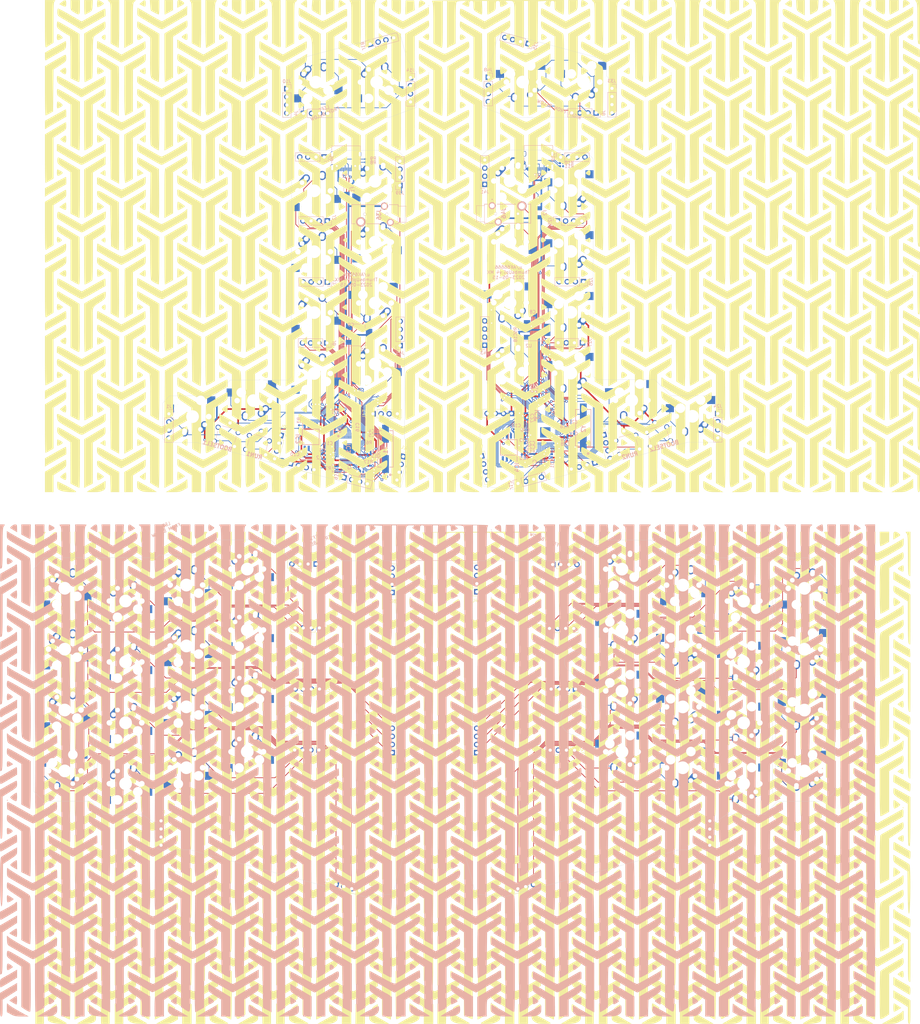
<source format=kicad_pcb>
(kicad_pcb (version 20171130) (host pcbnew "(5.1.4)-1")
  (layers (0 F.Cu signal) (31 B.Cu signal) (34 B.Paste user) (35 F.Paste user) (36 B.SilkS user hide) (37 F.SilkS user hide) (38 B.Mask user) (39 F.Mask user) (44 Edge.Cuts user))
  (net 0 "")
  (net 1 "Net-(C5-Pad1)")
  (net 2 "Net-(J9-Pad3)")
  (net 3 "Net-(J9-Pad2)")
  (net 4 "Net-(J9-Pad1)")
  (net 5 "Net-(J10-Pad4)")
  (net 6 "Net-(J10-Pad3)")
  (net 7 "Net-(J10-Pad2)")
  (net 8 "Net-(J10-Pad1)")
  (net 9 "Net-(J11-Pad4)")
  (net 10 "Net-(J11-Pad3)")
  (net 11 "Net-(J11-Pad2)")
  (net 12 "Net-(J11-Pad1)")
  (net 13 "Net-(J13-Pad4)")
  (net 14 "Net-(J13-Pad3)")
  (net 15 "Net-(J13-Pad2)")
  (net 16 "Net-(J13-Pad1)")
  (net 17 "Net-(J14-Pad4)")
  (net 18 "Net-(J14-Pad3)")
  (net 19 "Net-(J14-Pad2)")
  (net 20 "Net-(J14-Pad1)")
  (net 21 "Net-(J15-Pad4)")
  (net 22 "Net-(J15-Pad3)")
  (net 23 "Net-(J15-Pad2)")
  (net 24 "Net-(J15-Pad1)")
  (net 25 D-)
  (net 26 D+)
  (net 27 XIN)
  (net 28 +1V1)
  (net 29 QSPI_SD1)
  (net 30 QSPI_SD2)
  (net 31 QSPI_SD0)
  (net 32 QSPI_SCLK)
  (net 33 QSPI_SD3)
  (net 34 "Net-(IC1-Pad47)")
  (net 35 "Net-(IC1-Pad46)")
  (net 36 "Net-(IC1-Pad25)")
  (net 37 "Net-(IC1-Pad24)")
  (net 38 XOUT)
  (net 39 "Net-(J32-PadB5)")
  (net 40 "Net-(J32-PadA5)")
  (net 41 "Net-(J33-Pad3)")
  (net 42 "Net-(J33-Pad2)")
  (net 43 "Net-(J33-Pad1)")
  (net 44 K_RSE)
  (net 45 "Net-(J4-Pad3)")
  (net 46 K_LSFT)
  (net 47 K_RSFT)
  (net 48 "Net-(J6-Pad3)")
  (net 49 K_LWR)
  (net 50 "Net-(J17-Pad4)")
  (net 51 "Net-(J17-Pad3)")
  (net 52 "Net-(J17-Pad2)")
  (net 53 "Net-(J17-Pad1)")
  (net 54 "Net-(J18-Pad4)")
  (net 55 "Net-(J18-Pad3)")
  (net 56 "Net-(J18-Pad2)")
  (net 57 "Net-(J18-Pad1)")
  (net 58 "Net-(J33-Pad4)")
  (net 59 "Net-(J35-Pad4)")
  (net 60 "Net-(J35-Pad3)")
  (net 61 "Net-(J35-Pad2)")
  (net 62 "Net-(J35-Pad1)")
  (net 63 RXIN)
  (net 64 "Net-(C22-Pad1)")
  (net 65 RQSPI_SD1)
  (net 66 RQSPI_SD2)
  (net 67 RQSPI_SD0)
  (net 68 RQSPI_SCLK)
  (net 69 RQSPI_SD3)
  (net 70 "Net-(IC3-Pad47)")
  (net 71 "Net-(IC3-Pad46)")
  (net 72 "Net-(IC3-Pad25)")
  (net 73 "Net-(IC3-Pad24)")
  (net 74 RXOUT)
  (net 75 "Net-(J37-PadB5)")
  (net 76 RD+)
  (net 77 "Net-(J37-PadA5)")
  (net 78 RD-)
  (net 79 L-BASE)
  (net 80 L-RING1)
  (net 81 L-TIP)
  (net 82 R-TIP)
  (net 83 "Net-(J1-Pad2)")
  (net 84 "Net-(J1-Pad3)")
  (net 85 "Net-(J1-Pad4)")
  (net 86 "Net-(J20-Pad1)")
  (net 87 "Net-(J20-Pad2)")
  (net 88 "Net-(J20-Pad3)")
  (net 89 K_ESC)
  (net 90 K_Q)
  (net 91 K_W)
  (net 92 K_E)
  (net 93 K_TAB)
  (net 94 K_A)
  (net 95 K_S)
  (net 96 K_D)
  (net 97 K_LCTL)
  (net 98 K_Z)
  (net 99 K_X)
  (net 100 K_C)
  (net 101 K_BSPC)
  (net 102 K_P)
  (net 103 K_O)
  (net 104 K_I)
  (net 105 K_ENT)
  (net 106 K_SEMICOL)
  (net 107 K_L)
  (net 108 K_K)
  (net 109 K_RCTL)
  (net 110 K_SLASH)
  (net 111 K_DOT)
  (net 112 K_COMM)
  (net 113 "Net-(J28-Pad1)")
  (net 114 "Net-(J28-Pad2)")
  (net 115 "Net-(J28-Pad3)")
  (net 116 "Net-(J28-Pad4)")
  (net 117 "Net-(J29-Pad1)")
  (net 118 "Net-(J29-Pad2)")
  (net 119 "Net-(J29-Pad3)")
  (net 120 "Net-(J29-Pad4)")
  (net 121 "Net-(J30-Pad1)")
  (net 122 "Net-(J31-Pad1)")
  (net 123 "Net-(J31-Pad2)")
  (net 124 "Net-(J31-Pad3)")
  (net 125 "Net-(J31-Pad4)")
  (net 126 "Net-(J32-PadB8)")
  (net 127 "Net-(J32-PadA8)")
  (net 128 "Net-(J37-PadB8)")
  (net 129 "Net-(J37-PadA8)")
  (net 130 "Net-(J38-Pad1)")
  (net 131 "Net-(J38-Pad2)")
  (net 132 "Net-(J38-Pad3)")
  (net 133 "Net-(J38-Pad4)")
  (net 134 "Net-(J39-Pad2)")
  (net 135 "Net-(J39-Pad3)")
  (net 136 "Net-(J39-Pad4)")
  (net 137 "Net-(J40-Pad1)")
  (net 138 "Net-(J40-Pad2)")
  (net 139 "Net-(J40-Pad3)")
  (net 140 "Net-(J40-Pad4)")
  (net 141 "Net-(J41-Pad1)")
  (net 142 "Net-(J41-Pad2)")
  (net 143 "Net-(J41-Pad3)")
  (net 144 "Net-(J41-Pad4)")
  (net 145 "Net-(J42-Pad1)")
  (net 146 "Net-(J42-Pad2)")
  (net 147 "Net-(J42-Pad3)")
  (net 148 "Net-(J42-Pad4)")
  (net 149 "Net-(J44-Pad1)")
  (net 150 "Net-(J44-Pad2)")
  (net 151 "Net-(J44-Pad3)")
  (net 152 "Net-(J44-Pad4)")
  (net 153 K_WIN)
  (net 154 K_LALT)
  (net 155 K_R)
  (net 156 K_F)
  (net 157 K_V)
  (net 158 K_T)
  (net 159 K_G)
  (net 160 K_B)
  (net 161 K_Y)
  (net 162 K_H)
  (net 163 K_N)
  (net 164 K_U)
  (net 165 K_J)
  (net 166 K_M)
  (net 167 K_RALT)
  (net 168 K_MNU)
  (net 169 "Net-(J47-Pad4)")
  (net 170 "Net-(J47-Pad3)")
  (net 171 "Net-(J47-Pad2)")
  (net 172 "Net-(J47-Pad1)")
  (net 173 "Net-(J48-Pad4)")
  (net 174 "Net-(J48-Pad3)")
  (net 175 "Net-(J48-Pad2)")
  (net 176 "Net-(J48-Pad1)")
  (net 177 "Net-(J20-Pad4)")
  (net 178 "Net-(J21-Pad1)")
  (net 179 "Net-(J21-Pad2)")
  (net 180 "Net-(J21-Pad3)")
  (net 181 "Net-(J21-Pad4)")
  (net 182 "Net-(J22-Pad1)")
  (net 183 "Net-(J23-Pad1)")
  (net 184 "Net-(J23-Pad2)")
  (net 185 "Net-(J23-Pad3)")
  (net 186 "Net-(J23-Pad4)")
  (net 187 "Net-(J4-Pad4)")
  (net 188 "Net-(J4-Pad2)")
  (net 189 "Net-(J4-Pad1)")
  (net 190 "Net-(J6-Pad4)")
  (net 191 "Net-(J6-Pad2)")
  (net 192 "Net-(J6-Pad1)")
  (net 193 +5VA)
  (net 194 +3V3)
  (net 195 "Net-(IC1-Pad26)")
  (net 196 "Net-(IC3-Pad26)")
  (net 197 QSPI_SSN)
  (net 198 RQSPI_SSN)
  (net 199 K_3)
  (net 200 K_2)
  (net 201 K_1)
  (net 202 K_GRAVE)
  (net 203 K_DEL)
  (net 204 K_0)
  (net 205 K_9)
  (net 206 K_8)
  (net 207 K_4)
  (net 208 K_5)
  (net 209 K_6)
  (net 210 K_7)
  (net 211 "Net-(J49-Pad4)")
  (net 212 "Net-(J49-Pad3)")
  (net 213 "Net-(J49-Pad2)")
  (net 214 "Net-(J49-Pad1)")
  (net 215 "Net-(J50-Pad4)")
  (net 216 "Net-(J50-Pad3)")
  (net 217 "Net-(J50-Pad2)")
  (net 218 "Net-(J50-Pad1)")
  (net 219 "Net-(J51-Pad4)")
  (net 220 "Net-(J51-Pad3)")
  (net 221 "Net-(J51-Pad2)")
  (net 222 "Net-(J51-Pad1)")
  (net 223 "Net-(J52-Pad4)")
  (net 224 "Net-(J52-Pad3)")
  (net 225 "Net-(J52-Pad2)")
  (net 226 "Net-(J52-Pad1)")
  (net 227 "Net-(IC1-Pad29)")
  (net 228 "Net-(J3-Pad3)")
  (net 229 "Net-(J5-Pad1)")
  (net 230 "Net-(BOOTSEL1-PadA1)")
  (net 231 "Net-(BOOTSEL2-PadA1)")
  (module Silkscreens:Crowfeet75 (layer F.Cu) (at 151.6 565.1)
    (fp_text reference G*** hide)
    (fp_text value LOGO hide)
  )
  (module Silkscreens:Crowfeet75 (layer B.Cu) (at 140.8 562.8 180)
    (fp_text reference G*** hide)
    (fp_text value LOGO hide)
  )
  (module Silkscreens:Crowfeet75 (layer F.Cu) (at 154.6 398.7)
    (fp_text reference G*** hide)
    (fp_text value LOGO hide)
  )
  (module Connector_USB:USB_C_Receptacle_Palconn_UTC16-G (layer B.Cu) (at 172.275 372.05)
    (fp_text reference J37 (at 0 4.58) (layer B.SilkS) (effects (justify mirror)))
    (fp_text value USB_C_Receptacle_USB2.0)
    (pad A12 smd rect (at 3.2 2.51) (size 0.6 1.16) (layers B.Cu B.Paste B.Mask) (net 79 L-BASE))
    (pad A9 smd rect (at 2.4 2.51) (size 0.6 1.16) (layers B.Cu B.Paste B.Mask) (net 193 +5VA))
    (pad B1 smd rect (at 3.2 2.51) (size 0.6 1.16) (layers B.Cu B.Paste B.Mask) (net 79 L-BASE))
    (pad B4 smd rect (at 2.4 2.51) (size 0.6 1.16) (layers B.Cu B.Paste B.Mask) (net 193 +5VA))
    (pad B12 smd rect (at -3.2 2.51) (size 0.6 1.16) (layers B.Cu B.Paste B.Mask) (net 79 L-BASE))
    (pad A1 smd rect (at -3.2 2.51) (size 0.6 1.16) (layers B.Cu B.Paste B.Mask) (net 79 L-BASE))
    (pad B9 smd rect (at -2.4 2.51) (size 0.6 1.16) (layers B.Cu B.Paste B.Mask) (net 193 +5VA))
    (pad A4 smd rect (at -2.4 2.51) (size 0.6 1.16) (layers B.Cu B.Paste B.Mask) (net 193 +5VA))
    (pad "" np_thru_hole circle (at -2.89 1.45 180) (size 0.6 0.6) (drill 0.6) (layers *.Cu *.Mask))
    (pad "" np_thru_hole circle (at 2.89 1.45 180) (size 0.6 0.6) (drill 0.6) (layers *.Cu *.Mask))
    (pad B5 smd rect (at 1.75 2.51 180) (size 0.3 1.16) (layers B.Cu B.Paste B.Mask) (net 75 "Net-(J37-PadB5)"))
    (pad B6 smd rect (at 0.75 2.51 180) (size 0.3 1.16) (layers B.Cu B.Paste B.Mask) (net 76 RD+))
    (pad A8 smd rect (at 1.25 2.51 180) (size 0.3 1.16) (layers B.Cu B.Paste B.Mask) (net 129 "Net-(J37-PadA8)"))
    (pad A5 smd rect (at -1.25 2.51 180) (size 0.3 1.16) (layers B.Cu B.Paste B.Mask) (net 77 "Net-(J37-PadA5)"))
    (pad B8 smd rect (at -1.75 2.51 180) (size 0.3 1.16) (layers B.Cu B.Paste B.Mask) (net 128 "Net-(J37-PadB8)"))
    (pad A7 smd rect (at 0.25 2.51 180) (size 0.3 1.16) (layers B.Cu B.Paste B.Mask) (net 78 RD-))
    (pad A6 smd rect (at -0.25 2.51 180) (size 0.3 1.16) (layers B.Cu B.Paste B.Mask) (net 76 RD+))
    (pad B7 smd rect (at -0.75 2.51 180) (size 0.3 1.16) (layers B.Cu B.Paste B.Mask) (net 78 RD-))
    (pad S1 thru_hole oval (at 4.32 -2.24 270) (size 1.7 0.9) (drill oval 1.4 0.6) (layers *.Cu *.Mask) (net 79 L-BASE))
    (pad S1 thru_hole oval (at -4.32 -2.24 270) (size 1.7 0.9) (drill oval 1.4 0.6) (layers *.Cu *.Mask) (net 79 L-BASE))
    (pad S1 thru_hole oval (at 4.32 1.93 270) (size 2 0.9) (drill oval 1.7 0.6) (layers *.Cu *.Mask) (net 79 L-BASE))
    (pad S1 thru_hole oval (at -4.32 1.93 270) (size 2 0.9) (drill oval 1.7 0.6) (layers *.Cu *.Mask) (net 79 L-BASE))
  )
  (module KiCad:BUTT4 (layer B.Cu) (at 200.2 460.9 15.1)
    (fp_text reference RUN2 (at -0.183834 3.368413 195.1) (layer B.SilkS) (effects (font (size 1.27 1.27) (thickness 0.254)) (justify mirror)))
    (fp_text value BUTT-4 hide)
    (pad G1 thru_hole circle (at 0 -4.5 15.1) (size 1.575 1.575) (drill 1.05) (layers *.Cu *.Mask) (net 79 L-BASE))
    (pad D1 thru_hole circle (at 3.25 -2.25 15.1) (size 1.575 1.575) (drill 1.05) (layers *.Cu *.Mask) (net 79 L-BASE))
    (pad C1 thru_hole circle (at 3.25 2.25 15.1) (size 1.575 1.575) (drill 1.05) (layers *.Cu *.Mask) (net 196 "Net-(IC3-Pad26)"))
    (pad B1 thru_hole circle (at -3.25 -2.25 15.1) (size 1.575 1.575) (drill 1.05) (layers *.Cu *.Mask) (net 79 L-BASE))
    (pad A1 thru_hole circle (at -3.25 2.25 15.1) (size 1.575 1.575) (drill 1.05) (layers *.Cu *.Mask) (net 196 "Net-(IC3-Pad26)"))
  )
  (module KiCad:BUTT4 (layer B.Cu) (at 84.275007 461 344.9)
    (fp_text reference RUN1 (at -0.107728 3.343506 344.9) (layer B.SilkS) (effects (font (size 1.27 1.27) (thickness 0.254)) (justify mirror)))
    (fp_text value BUTT-4 hide)
    (pad G1 thru_hole circle (at 0 -4.5 344.9) (size 1.575 1.575) (drill 1.05) (layers *.Cu *.Mask) (net 79 L-BASE))
    (pad D1 thru_hole circle (at 3.25 -2.25 344.9) (size 1.575 1.575) (drill 1.05) (layers *.Cu *.Mask) (net 79 L-BASE))
    (pad C1 thru_hole circle (at 3.25 2.25 344.9) (size 1.575 1.575) (drill 1.05) (layers *.Cu *.Mask) (net 195 "Net-(IC1-Pad26)"))
    (pad B1 thru_hole circle (at -3.25 -2.25 344.9) (size 1.575 1.575) (drill 1.05) (layers *.Cu *.Mask) (net 79 L-BASE))
    (pad A1 thru_hole circle (at -3.25 2.25 344.9) (size 1.575 1.575) (drill 1.05) (layers *.Cu *.Mask) (net 195 "Net-(IC1-Pad26)"))
  )
  (module KiCad:BUTT4 (layer B.Cu) (at 209.9 458.3 15.1)
    (fp_text reference BOOTSEL2 (at 0.88584 3.242728 195.1) (layer B.SilkS) (effects (font (size 1.27 1.27) (thickness 0.254)) (justify mirror)))
    (fp_text value BUTT-4 hide)
    (pad G1 thru_hole circle (at 0 -4.5 15.1) (size 1.575 1.575) (drill 1.05) (layers *.Cu *.Mask) (net 79 L-BASE))
    (pad D1 thru_hole circle (at 3.25 -2.25 15.1) (size 1.575 1.575) (drill 1.05) (layers *.Cu *.Mask) (net 79 L-BASE))
    (pad C1 thru_hole circle (at 3.25 2.25 15.1) (size 1.575 1.575) (drill 1.05) (layers *.Cu *.Mask) (net 231 "Net-(BOOTSEL2-PadA1)"))
    (pad B1 thru_hole circle (at -3.25 -2.25 15.1) (size 1.575 1.575) (drill 1.05) (layers *.Cu *.Mask) (net 79 L-BASE))
    (pad A1 thru_hole circle (at -3.25 2.25 15.1) (size 1.575 1.575) (drill 1.05) (layers *.Cu *.Mask) (net 231 "Net-(BOOTSEL2-PadA1)"))
  )
  (module KiCad:BUTT4 (layer B.Cu) (at 74.497262 458.4 344.9)
    (fp_text reference BOOTSEL1 (at -1.971267 3.432023 344.9) (layer B.SilkS) (effects (font (size 1.27 1.27) (thickness 0.254)) (justify mirror)))
    (fp_text value BUTT-4 hide)
    (pad G1 thru_hole circle (at 0 -4.5 344.9) (size 1.575 1.575) (drill 1.05) (layers *.Cu *.Mask) (net 79 L-BASE))
    (pad D1 thru_hole circle (at 3.25 -2.25 344.9) (size 1.575 1.575) (drill 1.05) (layers *.Cu *.Mask) (net 79 L-BASE))
    (pad C1 thru_hole circle (at 3.25 2.25 344.9) (size 1.575 1.575) (drill 1.05) (layers *.Cu *.Mask) (net 230 "Net-(BOOTSEL1-PadA1)"))
    (pad B1 thru_hole circle (at -3.25 -2.25 344.9) (size 1.575 1.575) (drill 1.05) (layers *.Cu *.Mask) (net 79 L-BASE))
    (pad A1 thru_hole circle (at -3.25 2.25 344.9) (size 1.575 1.575) (drill 1.05) (layers *.Cu *.Mask) (net 230 "Net-(BOOTSEL1-PadA1)"))
  )
  (module Resistor_SMD:R_0402_1005Metric (layer B.Cu) (at 119 467.4 180)
    (fp_text reference R17 (at 0 1.17) (layer B.SilkS) (effects (justify mirror)))
    (fp_text value 5.1K)
    (pad 2 smd roundrect (at 0.485 0 180) (size 0.59 0.64) (layers B.Cu B.Paste B.Mask) (net 227 "Net-(IC1-Pad29)"))
    (pad 1 smd roundrect (at -0.485 0 180) (size 0.59 0.64) (layers B.Cu B.Paste B.Mask) (net 194 +3V3))
  )
  (module Connector_PinHeader_2.54mm:PinHeader_1x04_P2.54mm_Vertical (layer B.Cu) (at 179.21 370.86 270)
    (fp_text reference J52 (at 0 2.33 270) (layer B.SilkS) (effects (justify mirror)))
    (fp_text value Raiser_Male)
    (pad 4 thru_hole oval (at 0 -7.62 270) (size 1.7 1.7) (drill 1) (layers *.Cu *.Mask) (net 223 "Net-(J52-Pad4)"))
    (pad 3 thru_hole oval (at 0 -5.08 270) (size 1.7 1.7) (drill 1) (layers *.Cu *.Mask) (net 224 "Net-(J52-Pad3)"))
    (pad 2 thru_hole oval (at 0 -2.54 270) (size 1.7 1.7) (drill 1) (layers *.Cu *.Mask) (net 225 "Net-(J52-Pad2)"))
    (pad 1 thru_hole rect (at 0 0 270) (size 1.7 1.7) (drill 1) (layers *.Cu *.Mask) (net 226 "Net-(J52-Pad1)"))
  )
  (module Connector_PinSocket_2.54mm:PinSocket_1x04_P2.54mm_Vertical (layer F.Cu) (at 176.712025 498.360322 90)
    (fp_text reference J51 (at 0 -2.77 90) (layer F.SilkS))
    (fp_text value Raiser_Female)
    (pad 4 thru_hole oval (at 0 7.62 90) (size 1.7 1.7) (drill 1) (layers *.Cu *.Mask) (net 219 "Net-(J51-Pad4)"))
    (pad 3 thru_hole oval (at 0 5.08 90) (size 1.7 1.7) (drill 1) (layers *.Cu *.Mask) (net 220 "Net-(J51-Pad3)"))
    (pad 2 thru_hole oval (at 0 2.54 90) (size 1.7 1.7) (drill 1) (layers *.Cu *.Mask) (net 221 "Net-(J51-Pad2)"))
    (pad 1 thru_hole rect (at 0 0 90) (size 1.7 1.7) (drill 1) (layers *.Cu *.Mask) (net 222 "Net-(J51-Pad1)"))
  )
  (module Connector_PinHeader_2.54mm:PinHeader_1x04_P2.54mm_Vertical (layer B.Cu) (at 105.13 370.82 90)
    (fp_text reference J50 (at 0 2.33 -90) (layer B.SilkS) (effects (justify mirror)))
    (fp_text value Raiser_Male)
    (pad 4 thru_hole oval (at 0 -7.62 90) (size 1.7 1.7) (drill 1) (layers *.Cu *.Mask) (net 215 "Net-(J50-Pad4)"))
    (pad 3 thru_hole oval (at 0 -5.08 90) (size 1.7 1.7) (drill 1) (layers *.Cu *.Mask) (net 216 "Net-(J50-Pad3)"))
    (pad 2 thru_hole oval (at 0 -2.54 90) (size 1.7 1.7) (drill 1) (layers *.Cu *.Mask) (net 217 "Net-(J50-Pad2)"))
    (pad 1 thru_hole rect (at 0 0 90) (size 1.7 1.7) (drill 1) (layers *.Cu *.Mask) (net 218 "Net-(J50-Pad1)"))
  )
  (module Connector_PinSocket_2.54mm:PinSocket_1x04_P2.54mm_Vertical (layer F.Cu) (at 102.666291 498.195542 270)
    (fp_text reference J49 (at 0 -2.77 90) (layer F.SilkS))
    (fp_text value Raiser_Female)
    (pad 4 thru_hole oval (at 0 7.62 270) (size 1.7 1.7) (drill 1) (layers *.Cu *.Mask) (net 211 "Net-(J49-Pad4)"))
    (pad 3 thru_hole oval (at 0 5.08 270) (size 1.7 1.7) (drill 1) (layers *.Cu *.Mask) (net 212 "Net-(J49-Pad3)"))
    (pad 2 thru_hole oval (at 0 2.54 270) (size 1.7 1.7) (drill 1) (layers *.Cu *.Mask) (net 213 "Net-(J49-Pad2)"))
    (pad 1 thru_hole rect (at 0 0 270) (size 1.7 1.7) (drill 1) (layers *.Cu *.Mask) (net 214 "Net-(J49-Pad1)"))
  )
  (module MX_Alps_Hybrid:MX-1U-NoLED_HotSwap (layer F.Cu) (at 102.032789 419.512952)
    (fp_text reference MX16)
    (fp_text value SwF)
    (pad "" np_thru_hole circle (at -2.54 5.08 180) (size 3 3) (drill 3) (layers *.Cu *.Mask))
    (pad "" np_thru_hole circle (at 3.81 2.54 180) (size 3 3) (drill 3) (layers *.Cu *.Mask))
    (pad 2 smd rect (at 7.085 2.54 180) (size 2.55 2.5) (layers B.Cu B.Paste B.Mask) (net 156 K_F))
    (pad 1 smd rect (at -5.842 5.08 180) (size 2.55 2.5) (layers B.Cu B.Paste B.Mask) (net 79 L-BASE))
    (pad "" np_thru_hole circle (at 5.08 0 48.0996) (size 1.75 1.75) (drill 1.75) (layers *.Cu *.Mask))
    (pad "" np_thru_hole circle (at -5.08 0 48.0996) (size 1.75 1.75) (drill 1.75) (layers *.Cu *.Mask))
    (pad 1 thru_hole circle (at -2.5 -4) (size 2.25 2.25) (drill 1.47) (layers *.Cu B.Mask) (net 79 L-BASE))
    (pad "" np_thru_hole circle (at 0 0) (size 3.9878 3.9878) (drill 3.9878) (layers *.Cu *.Mask))
    (pad 1 thru_hole oval (at -3.81 -2.54 48.0996) (size 4.211556 2.25) (drill 1.47 (offset 0.980778 0)) (layers *.Cu B.Mask) (net 79 L-BASE))
    (pad 2 thru_hole circle (at 2.54 -5.08) (size 2.25 2.25) (drill 1.47) (layers *.Cu B.Mask) (net 156 K_F))
    (pad 2 thru_hole oval (at 2.5 -4.5 86.0548) (size 2.831378 2.25) (drill 1.47 (offset 0.290689 0)) (layers *.Cu B.Mask) (net 156 K_F))
  )
  (module MX_Alps_Hybrid:MX-1U-NoLED_HotSwap (layer F.Cu) (at 42.962789 528.842952)
    (fp_text reference MX4)
    (fp_text value SwQ)
    (pad "" np_thru_hole circle (at -2.54 5.08 180) (size 3 3) (drill 3) (layers *.Cu *.Mask))
    (pad "" np_thru_hole circle (at 3.81 2.54 180) (size 3 3) (drill 3) (layers *.Cu *.Mask))
    (pad 2 smd rect (at 7.085 2.54 180) (size 2.55 2.5) (layers B.Cu B.Paste B.Mask) (net 150 "Net-(J44-Pad2)"))
    (pad 1 smd rect (at -5.842 5.08 180) (size 2.55 2.5) (layers B.Cu B.Paste B.Mask) (net 182 "Net-(J22-Pad1)"))
    (pad "" np_thru_hole circle (at 5.08 0 48.0996) (size 1.75 1.75) (drill 1.75) (layers *.Cu *.Mask))
    (pad "" np_thru_hole circle (at -5.08 0 48.0996) (size 1.75 1.75) (drill 1.75) (layers *.Cu *.Mask))
    (pad 1 thru_hole circle (at -2.5 -4) (size 2.25 2.25) (drill 1.47) (layers *.Cu B.Mask) (net 182 "Net-(J22-Pad1)"))
    (pad "" np_thru_hole circle (at 0 0) (size 3.9878 3.9878) (drill 3.9878) (layers *.Cu *.Mask))
    (pad 1 thru_hole oval (at -3.81 -2.54 48.0996) (size 4.211556 2.25) (drill 1.47 (offset 0.980778 0)) (layers *.Cu B.Mask) (net 182 "Net-(J22-Pad1)"))
    (pad 2 thru_hole circle (at 2.54 -5.08) (size 2.25 2.25) (drill 1.47) (layers *.Cu B.Mask) (net 150 "Net-(J44-Pad2)"))
    (pad 2 thru_hole oval (at 2.5 -4.5 86.0548) (size 2.831378 2.25) (drill 1.47 (offset 0.290689 0)) (layers *.Cu B.Mask) (net 150 "Net-(J44-Pad2)"))
  )
  (module MX_Alps_Hybrid:MX-1U-NoLED_HotSwap (layer F.Cu) (at 42.96279 547.892952)
    (fp_text reference MX5)
    (fp_text value SwA)
    (pad "" np_thru_hole circle (at -2.54 5.08 180) (size 3 3) (drill 3) (layers *.Cu *.Mask))
    (pad "" np_thru_hole circle (at 3.81 2.54 180) (size 3 3) (drill 3) (layers *.Cu *.Mask))
    (pad 2 smd rect (at 7.085 2.54 180) (size 2.55 2.5) (layers B.Cu B.Paste B.Mask) (net 23 "Net-(J15-Pad2)"))
    (pad 1 smd rect (at -5.842 5.08 180) (size 2.55 2.5) (layers B.Cu B.Paste B.Mask) (net 182 "Net-(J22-Pad1)"))
    (pad "" np_thru_hole circle (at 5.08 0 48.0996) (size 1.75 1.75) (drill 1.75) (layers *.Cu *.Mask))
    (pad "" np_thru_hole circle (at -5.08 0 48.0996) (size 1.75 1.75) (drill 1.75) (layers *.Cu *.Mask))
    (pad 1 thru_hole circle (at -2.5 -4) (size 2.25 2.25) (drill 1.47) (layers *.Cu B.Mask) (net 182 "Net-(J22-Pad1)"))
    (pad "" np_thru_hole circle (at 0 0) (size 3.9878 3.9878) (drill 3.9878) (layers *.Cu *.Mask))
    (pad 1 thru_hole oval (at -3.81 -2.54 48.0996) (size 4.211556 2.25) (drill 1.47 (offset 0.980778 0)) (layers *.Cu B.Mask) (net 182 "Net-(J22-Pad1)"))
    (pad 2 thru_hole circle (at 2.54 -5.08) (size 2.25 2.25) (drill 1.47) (layers *.Cu B.Mask) (net 23 "Net-(J15-Pad2)"))
    (pad 2 thru_hole oval (at 2.5 -4.5 86.0548) (size 2.831378 2.25) (drill 1.47 (offset 0.290689 0)) (layers *.Cu B.Mask) (net 23 "Net-(J15-Pad2)"))
  )
  (module MX_Alps_Hybrid:MX-1U-NoLED_HotSwap (layer F.Cu) (at 255.562025 505.8)
    (fp_text reference MX56)
    (fp_text value SwDEL)
    (pad "" np_thru_hole circle (at -2.54 5.08 180) (size 3 3) (drill 3) (layers *.Cu *.Mask))
    (pad "" np_thru_hole circle (at 3.81 2.54 180) (size 3 3) (drill 3) (layers *.Cu *.Mask))
    (pad 2 smd rect (at 7.085 2.54 180) (size 2.55 2.5) (layers B.Cu B.Paste B.Mask) (net 120 "Net-(J29-Pad4)"))
    (pad 1 smd rect (at -5.842 5.08 180) (size 2.55 2.5) (layers B.Cu B.Paste B.Mask) (net 121 "Net-(J30-Pad1)"))
    (pad "" np_thru_hole circle (at 5.08 0 48.0996) (size 1.75 1.75) (drill 1.75) (layers *.Cu *.Mask))
    (pad "" np_thru_hole circle (at -5.08 0 48.0996) (size 1.75 1.75) (drill 1.75) (layers *.Cu *.Mask))
    (pad 1 thru_hole circle (at -2.5 -4) (size 2.25 2.25) (drill 1.47) (layers *.Cu B.Mask) (net 121 "Net-(J30-Pad1)"))
    (pad "" np_thru_hole circle (at 0 0) (size 3.9878 3.9878) (drill 3.9878) (layers *.Cu *.Mask))
    (pad 1 thru_hole oval (at -3.81 -2.54 48.0996) (size 4.211556 2.25) (drill 1.47 (offset 0.980778 0)) (layers *.Cu B.Mask) (net 121 "Net-(J30-Pad1)"))
    (pad 2 thru_hole circle (at 2.54 -5.08) (size 2.25 2.25) (drill 1.47) (layers *.Cu B.Mask) (net 120 "Net-(J29-Pad4)"))
    (pad 2 thru_hole oval (at 2.5 -4.5 86.0548) (size 2.831378 2.25) (drill 1.47 (offset 0.290689 0)) (layers *.Cu B.Mask) (net 120 "Net-(J29-Pad4)"))
  )
  (module MX_Alps_Hybrid:MX-1U-NoLED_HotSwap (layer F.Cu) (at 236.512025 509.8)
    (fp_text reference MX55)
    (fp_text value Sw0)
    (pad "" np_thru_hole circle (at -2.54 5.08 180) (size 3 3) (drill 3) (layers *.Cu *.Mask))
    (pad "" np_thru_hole circle (at 3.81 2.54 180) (size 3 3) (drill 3) (layers *.Cu *.Mask))
    (pad 2 smd rect (at 7.085 2.54 180) (size 2.55 2.5) (layers B.Cu B.Paste B.Mask) (net 119 "Net-(J29-Pad3)"))
    (pad 1 smd rect (at -5.842 5.08 180) (size 2.55 2.5) (layers B.Cu B.Paste B.Mask) (net 121 "Net-(J30-Pad1)"))
    (pad "" np_thru_hole circle (at 5.08 0 48.0996) (size 1.75 1.75) (drill 1.75) (layers *.Cu *.Mask))
    (pad "" np_thru_hole circle (at -5.08 0 48.0996) (size 1.75 1.75) (drill 1.75) (layers *.Cu *.Mask))
    (pad 1 thru_hole circle (at -2.5 -4) (size 2.25 2.25) (drill 1.47) (layers *.Cu B.Mask) (net 121 "Net-(J30-Pad1)"))
    (pad "" np_thru_hole circle (at 0 0) (size 3.9878 3.9878) (drill 3.9878) (layers *.Cu *.Mask))
    (pad 1 thru_hole oval (at -3.81 -2.54 48.0996) (size 4.211556 2.25) (drill 1.47 (offset 0.980778 0)) (layers *.Cu B.Mask) (net 121 "Net-(J30-Pad1)"))
    (pad 2 thru_hole circle (at 2.54 -5.08) (size 2.25 2.25) (drill 1.47) (layers *.Cu B.Mask) (net 119 "Net-(J29-Pad3)"))
    (pad 2 thru_hole oval (at 2.5 -4.5 86.0548) (size 2.831378 2.25) (drill 1.47 (offset 0.290689 0)) (layers *.Cu B.Mask) (net 119 "Net-(J29-Pad3)"))
  )
  (module MX_Alps_Hybrid:MX-1U-NoLED_HotSwap (layer F.Cu) (at 217.462025 504.8)
    (fp_text reference MX54)
    (fp_text value Sw9)
    (pad "" np_thru_hole circle (at -2.54 5.08 180) (size 3 3) (drill 3) (layers *.Cu *.Mask))
    (pad "" np_thru_hole circle (at 3.81 2.54 180) (size 3 3) (drill 3) (layers *.Cu *.Mask))
    (pad 2 smd rect (at 7.085 2.54 180) (size 2.55 2.5) (layers B.Cu B.Paste B.Mask) (net 118 "Net-(J29-Pad2)"))
    (pad 1 smd rect (at -5.842 5.08 180) (size 2.55 2.5) (layers B.Cu B.Paste B.Mask) (net 121 "Net-(J30-Pad1)"))
    (pad "" np_thru_hole circle (at 5.08 0 48.0996) (size 1.75 1.75) (drill 1.75) (layers *.Cu *.Mask))
    (pad "" np_thru_hole circle (at -5.08 0 48.0996) (size 1.75 1.75) (drill 1.75) (layers *.Cu *.Mask))
    (pad 1 thru_hole circle (at -2.5 -4) (size 2.25 2.25) (drill 1.47) (layers *.Cu B.Mask) (net 121 "Net-(J30-Pad1)"))
    (pad "" np_thru_hole circle (at 0 0) (size 3.9878 3.9878) (drill 3.9878) (layers *.Cu *.Mask))
    (pad 1 thru_hole oval (at -3.81 -2.54 48.0996) (size 4.211556 2.25) (drill 1.47 (offset 0.980778 0)) (layers *.Cu B.Mask) (net 121 "Net-(J30-Pad1)"))
    (pad 2 thru_hole circle (at 2.54 -5.08) (size 2.25 2.25) (drill 1.47) (layers *.Cu B.Mask) (net 118 "Net-(J29-Pad2)"))
    (pad 2 thru_hole oval (at 2.5 -4.5 86.0548) (size 2.831378 2.25) (drill 1.47 (offset 0.290689 0)) (layers *.Cu B.Mask) (net 118 "Net-(J29-Pad2)"))
  )
  (module MX_Alps_Hybrid:MX-1U-NoLED_HotSwap (layer F.Cu) (at 198.412025 499.8)
    (fp_text reference MX53)
    (fp_text value Sw8)
    (pad "" np_thru_hole circle (at -2.54 5.08 180) (size 3 3) (drill 3) (layers *.Cu *.Mask))
    (pad "" np_thru_hole circle (at 3.81 2.54 180) (size 3 3) (drill 3) (layers *.Cu *.Mask))
    (pad 2 smd rect (at 7.085 2.54 180) (size 2.55 2.5) (layers B.Cu B.Paste B.Mask) (net 117 "Net-(J29-Pad1)"))
    (pad 1 smd rect (at -5.842 5.08 180) (size 2.55 2.5) (layers B.Cu B.Paste B.Mask) (net 121 "Net-(J30-Pad1)"))
    (pad "" np_thru_hole circle (at 5.08 0 48.0996) (size 1.75 1.75) (drill 1.75) (layers *.Cu *.Mask))
    (pad "" np_thru_hole circle (at -5.08 0 48.0996) (size 1.75 1.75) (drill 1.75) (layers *.Cu *.Mask))
    (pad 1 thru_hole circle (at -2.5 -4) (size 2.25 2.25) (drill 1.47) (layers *.Cu B.Mask) (net 121 "Net-(J30-Pad1)"))
    (pad "" np_thru_hole circle (at 0 0) (size 3.9878 3.9878) (drill 3.9878) (layers *.Cu *.Mask))
    (pad 1 thru_hole oval (at -3.81 -2.54 48.0996) (size 4.211556 2.25) (drill 1.47 (offset 0.980778 0)) (layers *.Cu B.Mask) (net 121 "Net-(J30-Pad1)"))
    (pad 2 thru_hole circle (at 2.54 -5.08) (size 2.25 2.25) (drill 1.47) (layers *.Cu B.Mask) (net 117 "Net-(J29-Pad1)"))
    (pad 2 thru_hole oval (at 2.5 -4.5 86.0548) (size 2.831378 2.25) (drill 1.47 (offset 0.290689 0)) (layers *.Cu B.Mask) (net 117 "Net-(J29-Pad1)"))
  )
  (module MX_Alps_Hybrid:MX-1U-NoLED_HotSwap (layer F.Cu) (at 182.412025 381.3 180)
    (fp_text reference MX52)
    (fp_text value Sw7)
    (pad "" np_thru_hole circle (at -2.54 5.08) (size 3 3) (drill 3) (layers *.Cu *.Mask))
    (pad "" np_thru_hole circle (at 3.81 2.54) (size 3 3) (drill 3) (layers *.Cu *.Mask))
    (pad 2 smd rect (at 7.085 2.54) (size 2.55 2.5) (layers B.Cu B.Paste B.Mask) (net 210 K_7))
    (pad 1 smd rect (at -5.842 5.08) (size 2.55 2.5) (layers B.Cu B.Paste B.Mask) (net 79 L-BASE))
    (pad "" np_thru_hole circle (at 5.08 0 228.0996) (size 1.75 1.75) (drill 1.75) (layers *.Cu *.Mask))
    (pad "" np_thru_hole circle (at -5.08 0 228.0996) (size 1.75 1.75) (drill 1.75) (layers *.Cu *.Mask))
    (pad 1 thru_hole circle (at -2.5 -4 180) (size 2.25 2.25) (drill 1.47) (layers *.Cu B.Mask) (net 79 L-BASE))
    (pad "" np_thru_hole circle (at 0 0 180) (size 3.9878 3.9878) (drill 3.9878) (layers *.Cu *.Mask))
    (pad 1 thru_hole oval (at -3.81 -2.54 228.0996) (size 4.211556 2.25) (drill 1.47 (offset 0.980778 0)) (layers *.Cu B.Mask) (net 79 L-BASE))
    (pad 2 thru_hole circle (at 2.54 -5.08 180) (size 2.25 2.25) (drill 1.47) (layers *.Cu B.Mask) (net 210 K_7))
    (pad 2 thru_hole oval (at 2.5 -4.5 266.0548) (size 2.831378 2.25) (drill 1.47 (offset 0.290689 0)) (layers *.Cu B.Mask) (net 210 K_7))
  )
  (module MX_Alps_Hybrid:MX-1U-NoLED_HotSwap (layer F.Cu) (at 163.362026 378.3)
    (fp_text reference MX51)
    (fp_text value Sw6)
    (pad "" np_thru_hole circle (at -2.54 5.08 180) (size 3 3) (drill 3) (layers *.Cu *.Mask))
    (pad "" np_thru_hole circle (at 3.81 2.54 180) (size 3 3) (drill 3) (layers *.Cu *.Mask))
    (pad 2 smd rect (at 7.085 2.54 180) (size 2.55 2.5) (layers B.Cu B.Paste B.Mask) (net 209 K_6))
    (pad 1 smd rect (at -5.842 5.08 180) (size 2.55 2.5) (layers B.Cu B.Paste B.Mask) (net 79 L-BASE))
    (pad "" np_thru_hole circle (at 5.08 0 48.0996) (size 1.75 1.75) (drill 1.75) (layers *.Cu *.Mask))
    (pad "" np_thru_hole circle (at -5.08 0 48.0996) (size 1.75 1.75) (drill 1.75) (layers *.Cu *.Mask))
    (pad 1 thru_hole circle (at -2.5 -4) (size 2.25 2.25) (drill 1.47) (layers *.Cu B.Mask) (net 79 L-BASE))
    (pad "" np_thru_hole circle (at 0 0) (size 3.9878 3.9878) (drill 3.9878) (layers *.Cu *.Mask))
    (pad 1 thru_hole oval (at -3.81 -2.54 48.0996) (size 4.211556 2.25) (drill 1.47 (offset 0.980778 0)) (layers *.Cu B.Mask) (net 79 L-BASE))
    (pad 2 thru_hole circle (at 2.54 -5.08) (size 2.25 2.25) (drill 1.47) (layers *.Cu B.Mask) (net 209 K_6))
    (pad 2 thru_hole oval (at 2.5 -4.5 86.0548) (size 2.831378 2.25) (drill 1.47 (offset 0.290689 0)) (layers *.Cu B.Mask) (net 209 K_6))
  )
  (module MX_Alps_Hybrid:MX-1U-NoLED_HotSwap (layer F.Cu) (at 121.08279 378.42)
    (fp_text reference MX50)
    (fp_text value Sw5)
    (pad "" np_thru_hole circle (at -2.54 5.08 180) (size 3 3) (drill 3) (layers *.Cu *.Mask))
    (pad "" np_thru_hole circle (at 3.81 2.54 180) (size 3 3) (drill 3) (layers *.Cu *.Mask))
    (pad 2 smd rect (at 7.085 2.54 180) (size 2.55 2.5) (layers B.Cu B.Paste B.Mask) (net 208 K_5))
    (pad 1 smd rect (at -5.842 5.08 180) (size 2.55 2.5) (layers B.Cu B.Paste B.Mask) (net 79 L-BASE))
    (pad "" np_thru_hole circle (at 5.08 0 48.0996) (size 1.75 1.75) (drill 1.75) (layers *.Cu *.Mask))
    (pad "" np_thru_hole circle (at -5.08 0 48.0996) (size 1.75 1.75) (drill 1.75) (layers *.Cu *.Mask))
    (pad 1 thru_hole circle (at -2.5 -4) (size 2.25 2.25) (drill 1.47) (layers *.Cu B.Mask) (net 79 L-BASE))
    (pad "" np_thru_hole circle (at 0 0) (size 3.9878 3.9878) (drill 3.9878) (layers *.Cu *.Mask))
    (pad 1 thru_hole oval (at -3.81 -2.54 48.0996) (size 4.211556 2.25) (drill 1.47 (offset 0.980778 0)) (layers *.Cu B.Mask) (net 79 L-BASE))
    (pad 2 thru_hole circle (at 2.54 -5.08) (size 2.25 2.25) (drill 1.47) (layers *.Cu B.Mask) (net 208 K_5))
    (pad 2 thru_hole oval (at 2.5 -4.5 86.0548) (size 2.831378 2.25) (drill 1.47 (offset 0.290689 0)) (layers *.Cu B.Mask) (net 208 K_5))
  )
  (module MX_Alps_Hybrid:MX-1U-NoLED_HotSwap (layer F.Cu) (at 102.03279 381.4)
    (fp_text reference MX49)
    (fp_text value Sw4)
    (pad "" np_thru_hole circle (at -2.54 5.08 180) (size 3 3) (drill 3) (layers *.Cu *.Mask))
    (pad "" np_thru_hole circle (at 3.81 2.54 180) (size 3 3) (drill 3) (layers *.Cu *.Mask))
    (pad 2 smd rect (at 7.085 2.54 180) (size 2.55 2.5) (layers B.Cu B.Paste B.Mask) (net 207 K_4))
    (pad 1 smd rect (at -5.842 5.08 180) (size 2.55 2.5) (layers B.Cu B.Paste B.Mask) (net 79 L-BASE))
    (pad "" np_thru_hole circle (at 5.08 0 48.0996) (size 1.75 1.75) (drill 1.75) (layers *.Cu *.Mask))
    (pad "" np_thru_hole circle (at -5.08 0 48.0996) (size 1.75 1.75) (drill 1.75) (layers *.Cu *.Mask))
    (pad 1 thru_hole circle (at -2.5 -4) (size 2.25 2.25) (drill 1.47) (layers *.Cu B.Mask) (net 79 L-BASE))
    (pad "" np_thru_hole circle (at 0 0) (size 3.9878 3.9878) (drill 3.9878) (layers *.Cu *.Mask))
    (pad 1 thru_hole oval (at -3.81 -2.54 48.0996) (size 4.211556 2.25) (drill 1.47 (offset 0.980778 0)) (layers *.Cu B.Mask) (net 79 L-BASE))
    (pad 2 thru_hole circle (at 2.54 -5.08) (size 2.25 2.25) (drill 1.47) (layers *.Cu B.Mask) (net 207 K_4))
    (pad 2 thru_hole oval (at 2.5 -4.5 86.0548) (size 2.831378 2.25) (drill 1.47 (offset 0.290689 0)) (layers *.Cu B.Mask) (net 207 K_4))
  )
  (module MX_Alps_Hybrid:MX-1U-NoLED_HotSwap (layer F.Cu) (at 81.06279 499.78)
    (fp_text reference MX48)
    (fp_text value Sw3)
    (pad "" np_thru_hole circle (at -2.54 5.08 180) (size 3 3) (drill 3) (layers *.Cu *.Mask))
    (pad "" np_thru_hole circle (at 3.81 2.54 180) (size 3 3) (drill 3) (layers *.Cu *.Mask))
    (pad 2 smd rect (at 7.085 2.54 180) (size 2.55 2.5) (layers B.Cu B.Paste B.Mask) (net 178 "Net-(J21-Pad1)"))
    (pad 1 smd rect (at -5.842 5.08 180) (size 2.55 2.5) (layers B.Cu B.Paste B.Mask) (net 182 "Net-(J22-Pad1)"))
    (pad "" np_thru_hole circle (at 5.08 0 48.0996) (size 1.75 1.75) (drill 1.75) (layers *.Cu *.Mask))
    (pad "" np_thru_hole circle (at -5.08 0 48.0996) (size 1.75 1.75) (drill 1.75) (layers *.Cu *.Mask))
    (pad 1 thru_hole circle (at -2.5 -4) (size 2.25 2.25) (drill 1.47) (layers *.Cu B.Mask) (net 182 "Net-(J22-Pad1)"))
    (pad "" np_thru_hole circle (at 0 0) (size 3.9878 3.9878) (drill 3.9878) (layers *.Cu *.Mask))
    (pad 1 thru_hole oval (at -3.81 -2.54 48.0996) (size 4.211556 2.25) (drill 1.47 (offset 0.980778 0)) (layers *.Cu B.Mask) (net 182 "Net-(J22-Pad1)"))
    (pad 2 thru_hole circle (at 2.54 -5.08) (size 2.25 2.25) (drill 1.47) (layers *.Cu B.Mask) (net 178 "Net-(J21-Pad1)"))
    (pad 2 thru_hole oval (at 2.5 -4.5 86.0548) (size 2.831378 2.25) (drill 1.47 (offset 0.290689 0)) (layers *.Cu B.Mask) (net 178 "Net-(J21-Pad1)"))
  )
  (module MX_Alps_Hybrid:MX-1U-NoLED_HotSwap (layer F.Cu) (at 62.012789 504.78)
    (fp_text reference MX47)
    (fp_text value Sw2)
    (pad "" np_thru_hole circle (at -2.54 5.08 180) (size 3 3) (drill 3) (layers *.Cu *.Mask))
    (pad "" np_thru_hole circle (at 3.81 2.54 180) (size 3 3) (drill 3) (layers *.Cu *.Mask))
    (pad 2 smd rect (at 7.085 2.54 180) (size 2.55 2.5) (layers B.Cu B.Paste B.Mask) (net 179 "Net-(J21-Pad2)"))
    (pad 1 smd rect (at -5.842 5.08 180) (size 2.55 2.5) (layers B.Cu B.Paste B.Mask) (net 182 "Net-(J22-Pad1)"))
    (pad "" np_thru_hole circle (at 5.08 0 48.0996) (size 1.75 1.75) (drill 1.75) (layers *.Cu *.Mask))
    (pad "" np_thru_hole circle (at -5.08 0 48.0996) (size 1.75 1.75) (drill 1.75) (layers *.Cu *.Mask))
    (pad 1 thru_hole circle (at -2.5 -4) (size 2.25 2.25) (drill 1.47) (layers *.Cu B.Mask) (net 182 "Net-(J22-Pad1)"))
    (pad "" np_thru_hole circle (at 0 0) (size 3.9878 3.9878) (drill 3.9878) (layers *.Cu *.Mask))
    (pad 1 thru_hole oval (at -3.81 -2.54 48.0996) (size 4.211556 2.25) (drill 1.47 (offset 0.980778 0)) (layers *.Cu B.Mask) (net 182 "Net-(J22-Pad1)"))
    (pad 2 thru_hole circle (at 2.54 -5.08) (size 2.25 2.25) (drill 1.47) (layers *.Cu B.Mask) (net 179 "Net-(J21-Pad2)"))
    (pad 2 thru_hole oval (at 2.5 -4.5 86.0548) (size 2.831378 2.25) (drill 1.47 (offset 0.290689 0)) (layers *.Cu B.Mask) (net 179 "Net-(J21-Pad2)"))
  )
  (module MX_Alps_Hybrid:MX-1U-NoLED_HotSwap (layer F.Cu) (at 42.962789 509.78)
    (fp_text reference MX46)
    (fp_text value Sw1)
    (pad "" np_thru_hole circle (at -2.54 5.08 180) (size 3 3) (drill 3) (layers *.Cu *.Mask))
    (pad "" np_thru_hole circle (at 3.81 2.54 180) (size 3 3) (drill 3) (layers *.Cu *.Mask))
    (pad 2 smd rect (at 7.085 2.54 180) (size 2.55 2.5) (layers B.Cu B.Paste B.Mask) (net 180 "Net-(J21-Pad3)"))
    (pad 1 smd rect (at -5.842 5.08 180) (size 2.55 2.5) (layers B.Cu B.Paste B.Mask) (net 182 "Net-(J22-Pad1)"))
    (pad "" np_thru_hole circle (at 5.08 0 48.0996) (size 1.75 1.75) (drill 1.75) (layers *.Cu *.Mask))
    (pad "" np_thru_hole circle (at -5.08 0 48.0996) (size 1.75 1.75) (drill 1.75) (layers *.Cu *.Mask))
    (pad 1 thru_hole circle (at -2.5 -4) (size 2.25 2.25) (drill 1.47) (layers *.Cu B.Mask) (net 182 "Net-(J22-Pad1)"))
    (pad "" np_thru_hole circle (at 0 0) (size 3.9878 3.9878) (drill 3.9878) (layers *.Cu *.Mask))
    (pad 1 thru_hole oval (at -3.81 -2.54 48.0996) (size 4.211556 2.25) (drill 1.47 (offset 0.980778 0)) (layers *.Cu B.Mask) (net 182 "Net-(J22-Pad1)"))
    (pad 2 thru_hole circle (at 2.54 -5.08) (size 2.25 2.25) (drill 1.47) (layers *.Cu B.Mask) (net 180 "Net-(J21-Pad3)"))
    (pad 2 thru_hole oval (at 2.5 -4.5 86.0548) (size 2.831378 2.25) (drill 1.47 (offset 0.290689 0)) (layers *.Cu B.Mask) (net 180 "Net-(J21-Pad3)"))
  )
  (module MX_Alps_Hybrid:MX-1U-NoLED_HotSwap (layer F.Cu) (at 23.912789 505.78)
    (fp_text reference MX45)
    (fp_text value SwGrave)
    (pad "" np_thru_hole circle (at -2.54 5.08 180) (size 3 3) (drill 3) (layers *.Cu *.Mask))
    (pad "" np_thru_hole circle (at 3.81 2.54 180) (size 3 3) (drill 3) (layers *.Cu *.Mask))
    (pad 2 smd rect (at 7.085 2.54 180) (size 2.55 2.5) (layers B.Cu B.Paste B.Mask) (net 181 "Net-(J21-Pad4)"))
    (pad 1 smd rect (at -5.842 5.08 180) (size 2.55 2.5) (layers B.Cu B.Paste B.Mask) (net 182 "Net-(J22-Pad1)"))
    (pad "" np_thru_hole circle (at 5.08 0 48.0996) (size 1.75 1.75) (drill 1.75) (layers *.Cu *.Mask))
    (pad "" np_thru_hole circle (at -5.08 0 48.0996) (size 1.75 1.75) (drill 1.75) (layers *.Cu *.Mask))
    (pad 1 thru_hole circle (at -2.5 -4) (size 2.25 2.25) (drill 1.47) (layers *.Cu B.Mask) (net 182 "Net-(J22-Pad1)"))
    (pad "" np_thru_hole circle (at 0 0) (size 3.9878 3.9878) (drill 3.9878) (layers *.Cu *.Mask))
    (pad 1 thru_hole oval (at -3.81 -2.54 48.0996) (size 4.211556 2.25) (drill 1.47 (offset 0.980778 0)) (layers *.Cu B.Mask) (net 182 "Net-(J22-Pad1)"))
    (pad 2 thru_hole circle (at 2.54 -5.08) (size 2.25 2.25) (drill 1.47) (layers *.Cu B.Mask) (net 181 "Net-(J21-Pad4)"))
    (pad 2 thru_hole oval (at 2.5 -4.5 86.0548) (size 2.831378 2.25) (drill 1.47 (offset 0.290689 0)) (layers *.Cu B.Mask) (net 181 "Net-(J21-Pad4)"))
  )
  (module MX_Alps_Hybrid:MX-1U-NoLED_HotSwap (layer F.Cu) (at 255.562025 562.960322 180)
    (fp_text reference MX44)
    (fp_text value SwRCTRL)
    (pad "" np_thru_hole circle (at -2.54 5.08) (size 3 3) (drill 3) (layers *.Cu *.Mask))
    (pad "" np_thru_hole circle (at 3.81 2.54) (size 3 3) (drill 3) (layers *.Cu *.Mask))
    (pad 2 smd rect (at 7.085 2.54) (size 2.55 2.5) (layers B.Cu B.Paste B.Mask) (net 125 "Net-(J31-Pad4)"))
    (pad 1 smd rect (at -5.842 5.08) (size 2.55 2.5) (layers B.Cu B.Paste B.Mask) (net 121 "Net-(J30-Pad1)"))
    (pad "" np_thru_hole circle (at 5.08 0 228.0996) (size 1.75 1.75) (drill 1.75) (layers *.Cu *.Mask))
    (pad "" np_thru_hole circle (at -5.08 0 228.0996) (size 1.75 1.75) (drill 1.75) (layers *.Cu *.Mask))
    (pad 1 thru_hole circle (at -2.5 -4 180) (size 2.25 2.25) (drill 1.47) (layers *.Cu B.Mask) (net 121 "Net-(J30-Pad1)"))
    (pad "" np_thru_hole circle (at 0 0 180) (size 3.9878 3.9878) (drill 3.9878) (layers *.Cu *.Mask))
    (pad 1 thru_hole oval (at -3.81 -2.54 228.0996) (size 4.211556 2.25) (drill 1.47 (offset 0.980778 0)) (layers *.Cu B.Mask) (net 121 "Net-(J30-Pad1)"))
    (pad 2 thru_hole circle (at 2.54 -5.08 180) (size 2.25 2.25) (drill 1.47) (layers *.Cu B.Mask) (net 125 "Net-(J31-Pad4)"))
    (pad 2 thru_hole oval (at 2.5 -4.5 266.0548) (size 2.831378 2.25) (drill 1.47 (offset 0.290689 0)) (layers *.Cu B.Mask) (net 125 "Net-(J31-Pad4)"))
  )
  (module MX_Alps_Hybrid:MX-1U-NoLED_HotSwap (layer F.Cu) (at 255.562024 543.910322 180)
    (fp_text reference MX43)
    (fp_text value SwENTER)
    (pad "" np_thru_hole circle (at -2.54 5.08) (size 3 3) (drill 3) (layers *.Cu *.Mask))
    (pad "" np_thru_hole circle (at 3.81 2.54) (size 3 3) (drill 3) (layers *.Cu *.Mask))
    (pad 2 smd rect (at 7.085 2.54) (size 2.55 2.5) (layers B.Cu B.Paste B.Mask) (net 9 "Net-(J11-Pad4)"))
    (pad 1 smd rect (at -5.842 5.08) (size 2.55 2.5) (layers B.Cu B.Paste B.Mask) (net 121 "Net-(J30-Pad1)"))
    (pad "" np_thru_hole circle (at 5.08 0 228.0996) (size 1.75 1.75) (drill 1.75) (layers *.Cu *.Mask))
    (pad "" np_thru_hole circle (at -5.08 0 228.0996) (size 1.75 1.75) (drill 1.75) (layers *.Cu *.Mask))
    (pad 1 thru_hole circle (at -2.5 -4 180) (size 2.25 2.25) (drill 1.47) (layers *.Cu B.Mask) (net 121 "Net-(J30-Pad1)"))
    (pad "" np_thru_hole circle (at 0 0 180) (size 3.9878 3.9878) (drill 3.9878) (layers *.Cu *.Mask))
    (pad 1 thru_hole oval (at -3.81 -2.54 228.0996) (size 4.211556 2.25) (drill 1.47 (offset 0.980778 0)) (layers *.Cu B.Mask) (net 121 "Net-(J30-Pad1)"))
    (pad 2 thru_hole circle (at 2.54 -5.08 180) (size 2.25 2.25) (drill 1.47) (layers *.Cu B.Mask) (net 9 "Net-(J11-Pad4)"))
    (pad 2 thru_hole oval (at 2.5 -4.5 266.0548) (size 2.831378 2.25) (drill 1.47 (offset 0.290689 0)) (layers *.Cu B.Mask) (net 9 "Net-(J11-Pad4)"))
  )
  (module MX_Alps_Hybrid:MX-1U-NoLED_HotSwap (layer F.Cu) (at 255.562025 524.860322 180)
    (fp_text reference MX42)
    (fp_text value SwBKSP)
    (pad "" np_thru_hole circle (at -2.54 5.08) (size 3 3) (drill 3) (layers *.Cu *.Mask))
    (pad "" np_thru_hole circle (at 3.81 2.54) (size 3 3) (drill 3) (layers *.Cu *.Mask))
    (pad 2 smd rect (at 7.085 2.54) (size 2.55 2.5) (layers B.Cu B.Paste B.Mask) (net 145 "Net-(J42-Pad1)"))
    (pad 1 smd rect (at -5.842 5.08) (size 2.55 2.5) (layers B.Cu B.Paste B.Mask) (net 121 "Net-(J30-Pad1)"))
    (pad "" np_thru_hole circle (at 5.08 0 228.0996) (size 1.75 1.75) (drill 1.75) (layers *.Cu *.Mask))
    (pad "" np_thru_hole circle (at -5.08 0 228.0996) (size 1.75 1.75) (drill 1.75) (layers *.Cu *.Mask))
    (pad 1 thru_hole circle (at -2.5 -4 180) (size 2.25 2.25) (drill 1.47) (layers *.Cu B.Mask) (net 121 "Net-(J30-Pad1)"))
    (pad "" np_thru_hole circle (at 0 0 180) (size 3.9878 3.9878) (drill 3.9878) (layers *.Cu *.Mask))
    (pad 1 thru_hole oval (at -3.81 -2.54 228.0996) (size 4.211556 2.25) (drill 1.47 (offset 0.980778 0)) (layers *.Cu B.Mask) (net 121 "Net-(J30-Pad1)"))
    (pad 2 thru_hole circle (at 2.54 -5.08 180) (size 2.25 2.25) (drill 1.47) (layers *.Cu B.Mask) (net 145 "Net-(J42-Pad1)"))
    (pad 2 thru_hole oval (at 2.5 -4.5 266.0548) (size 2.831378 2.25) (drill 1.47 (offset 0.290689 0)) (layers *.Cu B.Mask) (net 145 "Net-(J42-Pad1)"))
  )
  (module MX_Alps_Hybrid:MX-1U-NoLED_HotSwap (layer F.Cu) (at 236.512025 566.960323 180)
    (fp_text reference MX41)
    (fp_text value Sw?)
    (pad "" np_thru_hole circle (at -2.54 5.08) (size 3 3) (drill 3) (layers *.Cu *.Mask))
    (pad "" np_thru_hole circle (at 3.81 2.54) (size 3 3) (drill 3) (layers *.Cu *.Mask))
    (pad 2 smd rect (at 7.085 2.54) (size 2.55 2.5) (layers B.Cu B.Paste B.Mask) (net 124 "Net-(J31-Pad3)"))
    (pad 1 smd rect (at -5.842 5.08) (size 2.55 2.5) (layers B.Cu B.Paste B.Mask) (net 121 "Net-(J30-Pad1)"))
    (pad "" np_thru_hole circle (at 5.08 0 228.0996) (size 1.75 1.75) (drill 1.75) (layers *.Cu *.Mask))
    (pad "" np_thru_hole circle (at -5.08 0 228.0996) (size 1.75 1.75) (drill 1.75) (layers *.Cu *.Mask))
    (pad 1 thru_hole circle (at -2.5 -4 180) (size 2.25 2.25) (drill 1.47) (layers *.Cu B.Mask) (net 121 "Net-(J30-Pad1)"))
    (pad "" np_thru_hole circle (at 0 0 180) (size 3.9878 3.9878) (drill 3.9878) (layers *.Cu *.Mask))
    (pad 1 thru_hole oval (at -3.81 -2.54 228.0996) (size 4.211556 2.25) (drill 1.47 (offset 0.980778 0)) (layers *.Cu B.Mask) (net 121 "Net-(J30-Pad1)"))
    (pad 2 thru_hole circle (at 2.54 -5.08 180) (size 2.25 2.25) (drill 1.47) (layers *.Cu B.Mask) (net 124 "Net-(J31-Pad3)"))
    (pad 2 thru_hole oval (at 2.5 -4.5 266.0548) (size 2.831378 2.25) (drill 1.47 (offset 0.290689 0)) (layers *.Cu B.Mask) (net 124 "Net-(J31-Pad3)"))
  )
  (module MX_Alps_Hybrid:MX-1U-NoLED_HotSwap (layer F.Cu) (at 236.512026 547.910322 180)
    (fp_text reference MX40)
    (fp_text value SwCOLON)
    (pad "" np_thru_hole circle (at -2.54 5.08) (size 3 3) (drill 3) (layers *.Cu *.Mask))
    (pad "" np_thru_hole circle (at 3.81 2.54) (size 3 3) (drill 3) (layers *.Cu *.Mask))
    (pad 2 smd rect (at 7.085 2.54) (size 2.55 2.5) (layers B.Cu B.Paste B.Mask) (net 10 "Net-(J11-Pad3)"))
    (pad 1 smd rect (at -5.842 5.08) (size 2.55 2.5) (layers B.Cu B.Paste B.Mask) (net 121 "Net-(J30-Pad1)"))
    (pad "" np_thru_hole circle (at 5.08 0 228.0996) (size 1.75 1.75) (drill 1.75) (layers *.Cu *.Mask))
    (pad "" np_thru_hole circle (at -5.08 0 228.0996) (size 1.75 1.75) (drill 1.75) (layers *.Cu *.Mask))
    (pad 1 thru_hole circle (at -2.5 -4 180) (size 2.25 2.25) (drill 1.47) (layers *.Cu B.Mask) (net 121 "Net-(J30-Pad1)"))
    (pad "" np_thru_hole circle (at 0 0 180) (size 3.9878 3.9878) (drill 3.9878) (layers *.Cu *.Mask))
    (pad 1 thru_hole oval (at -3.81 -2.54 228.0996) (size 4.211556 2.25) (drill 1.47 (offset 0.980778 0)) (layers *.Cu B.Mask) (net 121 "Net-(J30-Pad1)"))
    (pad 2 thru_hole circle (at 2.54 -5.08 180) (size 2.25 2.25) (drill 1.47) (layers *.Cu B.Mask) (net 10 "Net-(J11-Pad3)"))
    (pad 2 thru_hole oval (at 2.5 -4.5 266.0548) (size 2.831378 2.25) (drill 1.47 (offset 0.290689 0)) (layers *.Cu B.Mask) (net 10 "Net-(J11-Pad3)"))
  )
  (module MX_Alps_Hybrid:MX-1U-NoLED_HotSwap (layer F.Cu) (at 236.512025 528.860322 180)
    (fp_text reference MX39)
    (fp_text value SwP)
    (pad "" np_thru_hole circle (at -2.54 5.08) (size 3 3) (drill 3) (layers *.Cu *.Mask))
    (pad "" np_thru_hole circle (at 3.81 2.54) (size 3 3) (drill 3) (layers *.Cu *.Mask))
    (pad 2 smd rect (at 7.085 2.54) (size 2.55 2.5) (layers B.Cu B.Paste B.Mask) (net 146 "Net-(J42-Pad2)"))
    (pad 1 smd rect (at -5.842 5.08) (size 2.55 2.5) (layers B.Cu B.Paste B.Mask) (net 121 "Net-(J30-Pad1)"))
    (pad "" np_thru_hole circle (at 5.08 0 228.0996) (size 1.75 1.75) (drill 1.75) (layers *.Cu *.Mask))
    (pad "" np_thru_hole circle (at -5.08 0 228.0996) (size 1.75 1.75) (drill 1.75) (layers *.Cu *.Mask))
    (pad 1 thru_hole circle (at -2.5 -4 180) (size 2.25 2.25) (drill 1.47) (layers *.Cu B.Mask) (net 121 "Net-(J30-Pad1)"))
    (pad "" np_thru_hole circle (at 0 0 180) (size 3.9878 3.9878) (drill 3.9878) (layers *.Cu *.Mask))
    (pad 1 thru_hole oval (at -3.81 -2.54 228.0996) (size 4.211556 2.25) (drill 1.47 (offset 0.980778 0)) (layers *.Cu B.Mask) (net 121 "Net-(J30-Pad1)"))
    (pad 2 thru_hole circle (at 2.54 -5.08 180) (size 2.25 2.25) (drill 1.47) (layers *.Cu B.Mask) (net 146 "Net-(J42-Pad2)"))
    (pad 2 thru_hole oval (at 2.5 -4.5 266.0548) (size 2.831378 2.25) (drill 1.47 (offset 0.290689 0)) (layers *.Cu B.Mask) (net 146 "Net-(J42-Pad2)"))
  )
  (module MX_Alps_Hybrid:MX-1U-NoLED_HotSwap (layer F.Cu) (at 220.512025 451.960322 180)
    (fp_text reference MX38)
    (fp_text value SwMENU)
    (pad "" np_thru_hole circle (at -2.54 5.08) (size 3 3) (drill 3) (layers *.Cu *.Mask))
    (pad "" np_thru_hole circle (at 3.81 2.54) (size 3 3) (drill 3) (layers *.Cu *.Mask))
    (pad 2 smd rect (at 7.085 2.54) (size 2.55 2.5) (layers B.Cu B.Paste B.Mask) (net 168 K_MNU))
    (pad 1 smd rect (at -5.842 5.08) (size 2.55 2.5) (layers B.Cu B.Paste B.Mask) (net 79 L-BASE))
    (pad "" np_thru_hole circle (at 5.08 0 228.0996) (size 1.75 1.75) (drill 1.75) (layers *.Cu *.Mask))
    (pad "" np_thru_hole circle (at -5.08 0 228.0996) (size 1.75 1.75) (drill 1.75) (layers *.Cu *.Mask))
    (pad 1 thru_hole circle (at -2.5 -4 180) (size 2.25 2.25) (drill 1.47) (layers *.Cu B.Mask) (net 79 L-BASE))
    (pad "" np_thru_hole circle (at 0 0 180) (size 3.9878 3.9878) (drill 3.9878) (layers *.Cu *.Mask))
    (pad 1 thru_hole oval (at -3.81 -2.54 228.0996) (size 4.211556 2.25) (drill 1.47 (offset 0.980778 0)) (layers *.Cu B.Mask) (net 79 L-BASE))
    (pad 2 thru_hole circle (at 2.54 -5.08 180) (size 2.25 2.25) (drill 1.47) (layers *.Cu B.Mask) (net 168 K_MNU))
    (pad 2 thru_hole oval (at 2.5 -4.5 266.0548) (size 2.831378 2.25) (drill 1.47 (offset 0.290689 0)) (layers *.Cu B.Mask) (net 168 K_MNU))
  )
  (module MX_Alps_Hybrid:MX-1U-NoLED_HotSwap (layer F.Cu) (at 217.462025 561.960322 180)
    (fp_text reference MX37)
    (fp_text value SwDOT)
    (pad "" np_thru_hole circle (at -2.54 5.08) (size 3 3) (drill 3) (layers *.Cu *.Mask))
    (pad "" np_thru_hole circle (at 3.81 2.54) (size 3 3) (drill 3) (layers *.Cu *.Mask))
    (pad 2 smd rect (at 7.085 2.54) (size 2.55 2.5) (layers B.Cu B.Paste B.Mask) (net 123 "Net-(J31-Pad2)"))
    (pad 1 smd rect (at -5.842 5.08) (size 2.55 2.5) (layers B.Cu B.Paste B.Mask) (net 121 "Net-(J30-Pad1)"))
    (pad "" np_thru_hole circle (at 5.08 0 228.0996) (size 1.75 1.75) (drill 1.75) (layers *.Cu *.Mask))
    (pad "" np_thru_hole circle (at -5.08 0 228.0996) (size 1.75 1.75) (drill 1.75) (layers *.Cu *.Mask))
    (pad 1 thru_hole circle (at -2.5 -4 180) (size 2.25 2.25) (drill 1.47) (layers *.Cu B.Mask) (net 121 "Net-(J30-Pad1)"))
    (pad "" np_thru_hole circle (at 0 0 180) (size 3.9878 3.9878) (drill 3.9878) (layers *.Cu *.Mask))
    (pad 1 thru_hole oval (at -3.81 -2.54 228.0996) (size 4.211556 2.25) (drill 1.47 (offset 0.980778 0)) (layers *.Cu B.Mask) (net 121 "Net-(J30-Pad1)"))
    (pad 2 thru_hole circle (at 2.54 -5.08 180) (size 2.25 2.25) (drill 1.47) (layers *.Cu B.Mask) (net 123 "Net-(J31-Pad2)"))
    (pad 2 thru_hole oval (at 2.5 -4.5 266.0548) (size 2.831378 2.25) (drill 1.47 (offset 0.290689 0)) (layers *.Cu B.Mask) (net 123 "Net-(J31-Pad2)"))
  )
  (module MX_Alps_Hybrid:MX-1U-NoLED_HotSwap (layer F.Cu) (at 217.462025 542.910322 180)
    (fp_text reference MX36)
    (fp_text value SwL)
    (pad "" np_thru_hole circle (at -2.54 5.08) (size 3 3) (drill 3) (layers *.Cu *.Mask))
    (pad "" np_thru_hole circle (at 3.81 2.54) (size 3 3) (drill 3) (layers *.Cu *.Mask))
    (pad 2 smd rect (at 7.085 2.54) (size 2.55 2.5) (layers B.Cu B.Paste B.Mask) (net 11 "Net-(J11-Pad2)"))
    (pad 1 smd rect (at -5.842 5.08) (size 2.55 2.5) (layers B.Cu B.Paste B.Mask) (net 121 "Net-(J30-Pad1)"))
    (pad "" np_thru_hole circle (at 5.08 0 228.0996) (size 1.75 1.75) (drill 1.75) (layers *.Cu *.Mask))
    (pad "" np_thru_hole circle (at -5.08 0 228.0996) (size 1.75 1.75) (drill 1.75) (layers *.Cu *.Mask))
    (pad 1 thru_hole circle (at -2.5 -4 180) (size 2.25 2.25) (drill 1.47) (layers *.Cu B.Mask) (net 121 "Net-(J30-Pad1)"))
    (pad "" np_thru_hole circle (at 0 0 180) (size 3.9878 3.9878) (drill 3.9878) (layers *.Cu *.Mask))
    (pad 1 thru_hole oval (at -3.81 -2.54 228.0996) (size 4.211556 2.25) (drill 1.47 (offset 0.980778 0)) (layers *.Cu B.Mask) (net 121 "Net-(J30-Pad1)"))
    (pad 2 thru_hole circle (at 2.54 -5.08 180) (size 2.25 2.25) (drill 1.47) (layers *.Cu B.Mask) (net 11 "Net-(J11-Pad2)"))
    (pad 2 thru_hole oval (at 2.5 -4.5 266.0548) (size 2.831378 2.25) (drill 1.47 (offset 0.290689 0)) (layers *.Cu B.Mask) (net 11 "Net-(J11-Pad2)"))
  )
  (module MX_Alps_Hybrid:MX-1U-NoLED_HotSwap (layer F.Cu) (at 217.462025 523.860323 180)
    (fp_text reference MX35)
    (fp_text value SwO)
    (pad "" np_thru_hole circle (at -2.54 5.08) (size 3 3) (drill 3) (layers *.Cu *.Mask))
    (pad "" np_thru_hole circle (at 3.81 2.54) (size 3 3) (drill 3) (layers *.Cu *.Mask))
    (pad 2 smd rect (at 7.085 2.54) (size 2.55 2.5) (layers B.Cu B.Paste B.Mask) (net 147 "Net-(J42-Pad3)"))
    (pad 1 smd rect (at -5.842 5.08) (size 2.55 2.5) (layers B.Cu B.Paste B.Mask) (net 121 "Net-(J30-Pad1)"))
    (pad "" np_thru_hole circle (at 5.08 0 228.0996) (size 1.75 1.75) (drill 1.75) (layers *.Cu *.Mask))
    (pad "" np_thru_hole circle (at -5.08 0 228.0996) (size 1.75 1.75) (drill 1.75) (layers *.Cu *.Mask))
    (pad 1 thru_hole circle (at -2.5 -4 180) (size 2.25 2.25) (drill 1.47) (layers *.Cu B.Mask) (net 121 "Net-(J30-Pad1)"))
    (pad "" np_thru_hole circle (at 0 0 180) (size 3.9878 3.9878) (drill 3.9878) (layers *.Cu *.Mask))
    (pad 1 thru_hole oval (at -3.81 -2.54 228.0996) (size 4.211556 2.25) (drill 1.47 (offset 0.980778 0)) (layers *.Cu B.Mask) (net 121 "Net-(J30-Pad1)"))
    (pad 2 thru_hole circle (at 2.54 -5.08 180) (size 2.25 2.25) (drill 1.47) (layers *.Cu B.Mask) (net 147 "Net-(J42-Pad3)"))
    (pad 2 thru_hole oval (at 2.5 -4.5 266.0548) (size 2.831378 2.25) (drill 1.47 (offset 0.290689 0)) (layers *.Cu B.Mask) (net 147 "Net-(J42-Pad3)"))
  )
  (module MX_Alps_Hybrid:MX-1U-NoLED_HotSwap (layer F.Cu) (at 201.462025 446.960323 180)
    (fp_text reference MX34)
    (fp_text value SwRALT)
    (pad "" np_thru_hole circle (at -2.54 5.08) (size 3 3) (drill 3) (layers *.Cu *.Mask))
    (pad "" np_thru_hole circle (at 3.81 2.54) (size 3 3) (drill 3) (layers *.Cu *.Mask))
    (pad 2 smd rect (at 7.085 2.54) (size 2.55 2.5) (layers B.Cu B.Paste B.Mask) (net 167 K_RALT))
    (pad 1 smd rect (at -5.842 5.08) (size 2.55 2.5) (layers B.Cu B.Paste B.Mask) (net 79 L-BASE))
    (pad "" np_thru_hole circle (at 5.08 0 228.0996) (size 1.75 1.75) (drill 1.75) (layers *.Cu *.Mask))
    (pad "" np_thru_hole circle (at -5.08 0 228.0996) (size 1.75 1.75) (drill 1.75) (layers *.Cu *.Mask))
    (pad 1 thru_hole circle (at -2.5 -4 180) (size 2.25 2.25) (drill 1.47) (layers *.Cu B.Mask) (net 79 L-BASE))
    (pad "" np_thru_hole circle (at 0 0 180) (size 3.9878 3.9878) (drill 3.9878) (layers *.Cu *.Mask))
    (pad 1 thru_hole oval (at -3.81 -2.54 228.0996) (size 4.211556 2.25) (drill 1.47 (offset 0.980778 0)) (layers *.Cu B.Mask) (net 79 L-BASE))
    (pad 2 thru_hole circle (at 2.54 -5.08 180) (size 2.25 2.25) (drill 1.47) (layers *.Cu B.Mask) (net 167 K_RALT))
    (pad 2 thru_hole oval (at 2.5 -4.5 266.0548) (size 2.831378 2.25) (drill 1.47 (offset 0.290689 0)) (layers *.Cu B.Mask) (net 167 K_RALT))
  )
  (module MX_Alps_Hybrid:MX-1U-NoLED_HotSwap (layer F.Cu) (at 198.412025 556.960322 180)
    (fp_text reference MX33)
    (fp_text value SwCOMMA)
    (pad "" np_thru_hole circle (at -2.54 5.08) (size 3 3) (drill 3) (layers *.Cu *.Mask))
    (pad "" np_thru_hole circle (at 3.81 2.54) (size 3 3) (drill 3) (layers *.Cu *.Mask))
    (pad 2 smd rect (at 7.085 2.54) (size 2.55 2.5) (layers B.Cu B.Paste B.Mask) (net 122 "Net-(J31-Pad1)"))
    (pad 1 smd rect (at -5.842 5.08) (size 2.55 2.5) (layers B.Cu B.Paste B.Mask) (net 121 "Net-(J30-Pad1)"))
    (pad "" np_thru_hole circle (at 5.08 0 228.0996) (size 1.75 1.75) (drill 1.75) (layers *.Cu *.Mask))
    (pad "" np_thru_hole circle (at -5.08 0 228.0996) (size 1.75 1.75) (drill 1.75) (layers *.Cu *.Mask))
    (pad 1 thru_hole circle (at -2.5 -4 180) (size 2.25 2.25) (drill 1.47) (layers *.Cu B.Mask) (net 121 "Net-(J30-Pad1)"))
    (pad "" np_thru_hole circle (at 0 0 180) (size 3.9878 3.9878) (drill 3.9878) (layers *.Cu *.Mask))
    (pad 1 thru_hole oval (at -3.81 -2.54 228.0996) (size 4.211556 2.25) (drill 1.47 (offset 0.980778 0)) (layers *.Cu B.Mask) (net 121 "Net-(J30-Pad1)"))
    (pad 2 thru_hole circle (at 2.54 -5.08 180) (size 2.25 2.25) (drill 1.47) (layers *.Cu B.Mask) (net 122 "Net-(J31-Pad1)"))
    (pad 2 thru_hole oval (at 2.5 -4.5 266.0548) (size 2.831378 2.25) (drill 1.47 (offset 0.290689 0)) (layers *.Cu B.Mask) (net 122 "Net-(J31-Pad1)"))
  )
  (module MX_Alps_Hybrid:MX-1U-NoLED_HotSwap (layer F.Cu) (at 198.412025 537.910323 180)
    (fp_text reference MX32)
    (fp_text value SwK)
    (pad "" np_thru_hole circle (at -2.54 5.08) (size 3 3) (drill 3) (layers *.Cu *.Mask))
    (pad "" np_thru_hole circle (at 3.81 2.54) (size 3 3) (drill 3) (layers *.Cu *.Mask))
    (pad 2 smd rect (at 7.085 2.54) (size 2.55 2.5) (layers B.Cu B.Paste B.Mask) (net 12 "Net-(J11-Pad1)"))
    (pad 1 smd rect (at -5.842 5.08) (size 2.55 2.5) (layers B.Cu B.Paste B.Mask) (net 121 "Net-(J30-Pad1)"))
    (pad "" np_thru_hole circle (at 5.08 0 228.0996) (size 1.75 1.75) (drill 1.75) (layers *.Cu *.Mask))
    (pad "" np_thru_hole circle (at -5.08 0 228.0996) (size 1.75 1.75) (drill 1.75) (layers *.Cu *.Mask))
    (pad 1 thru_hole circle (at -2.5 -4 180) (size 2.25 2.25) (drill 1.47) (layers *.Cu B.Mask) (net 121 "Net-(J30-Pad1)"))
    (pad "" np_thru_hole circle (at 0 0 180) (size 3.9878 3.9878) (drill 3.9878) (layers *.Cu *.Mask))
    (pad 1 thru_hole oval (at -3.81 -2.54 228.0996) (size 4.211556 2.25) (drill 1.47 (offset 0.980778 0)) (layers *.Cu B.Mask) (net 121 "Net-(J30-Pad1)"))
    (pad 2 thru_hole circle (at 2.54 -5.08 180) (size 2.25 2.25) (drill 1.47) (layers *.Cu B.Mask) (net 12 "Net-(J11-Pad1)"))
    (pad 2 thru_hole oval (at 2.5 -4.5 266.0548) (size 2.831378 2.25) (drill 1.47 (offset 0.290689 0)) (layers *.Cu B.Mask) (net 12 "Net-(J11-Pad1)"))
  )
  (module MX_Alps_Hybrid:MX-1U-NoLED_HotSwap (layer F.Cu) (at 198.412025 518.860322 180)
    (fp_text reference MX31)
    (fp_text value SwI)
    (pad "" np_thru_hole circle (at -2.54 5.08) (size 3 3) (drill 3) (layers *.Cu *.Mask))
    (pad "" np_thru_hole circle (at 3.81 2.54) (size 3 3) (drill 3) (layers *.Cu *.Mask))
    (pad 2 smd rect (at 7.085 2.54) (size 2.55 2.5) (layers B.Cu B.Paste B.Mask) (net 148 "Net-(J42-Pad4)"))
    (pad 1 smd rect (at -5.842 5.08) (size 2.55 2.5) (layers B.Cu B.Paste B.Mask) (net 121 "Net-(J30-Pad1)"))
    (pad "" np_thru_hole circle (at 5.08 0 228.0996) (size 1.75 1.75) (drill 1.75) (layers *.Cu *.Mask))
    (pad "" np_thru_hole circle (at -5.08 0 228.0996) (size 1.75 1.75) (drill 1.75) (layers *.Cu *.Mask))
    (pad 1 thru_hole circle (at -2.5 -4 180) (size 2.25 2.25) (drill 1.47) (layers *.Cu B.Mask) (net 121 "Net-(J30-Pad1)"))
    (pad "" np_thru_hole circle (at 0 0 180) (size 3.9878 3.9878) (drill 3.9878) (layers *.Cu *.Mask))
    (pad 1 thru_hole oval (at -3.81 -2.54 228.0996) (size 4.211556 2.25) (drill 1.47 (offset 0.980778 0)) (layers *.Cu B.Mask) (net 121 "Net-(J30-Pad1)"))
    (pad 2 thru_hole circle (at 2.54 -5.08 180) (size 2.25 2.25) (drill 1.47) (layers *.Cu B.Mask) (net 148 "Net-(J42-Pad4)"))
    (pad 2 thru_hole oval (at 2.5 -4.5 266.0548) (size 2.831378 2.25) (drill 1.47 (offset 0.290689 0)) (layers *.Cu B.Mask) (net 148 "Net-(J42-Pad4)"))
  )
  (module MX_Alps_Hybrid:MX-1U-NoLED_HotSwap (layer F.Cu) (at 167.3 347.351918 180)
    (fp_text reference MX30)
    (fp_text value SwRMOD)
    (pad "" np_thru_hole circle (at -2.54 5.08) (size 3 3) (drill 3) (layers *.Cu *.Mask))
    (pad "" np_thru_hole circle (at 3.81 2.54) (size 3 3) (drill 3) (layers *.Cu *.Mask))
    (pad 2 smd rect (at 7.085 2.54) (size 2.55 2.5) (layers B.Cu B.Paste B.Mask) (net 191 "Net-(J6-Pad2)"))
    (pad 1 smd rect (at -5.842 5.08) (size 2.55 2.5) (layers B.Cu B.Paste B.Mask) (net 190 "Net-(J6-Pad4)"))
    (pad "" np_thru_hole circle (at 5.08 0 228.0996) (size 1.75 1.75) (drill 1.75) (layers *.Cu *.Mask))
    (pad "" np_thru_hole circle (at -5.08 0 228.0996) (size 1.75 1.75) (drill 1.75) (layers *.Cu *.Mask))
    (pad 1 thru_hole circle (at -2.5 -4 180) (size 2.25 2.25) (drill 1.47) (layers *.Cu B.Mask) (net 190 "Net-(J6-Pad4)"))
    (pad "" np_thru_hole circle (at 0 0 180) (size 3.9878 3.9878) (drill 3.9878) (layers *.Cu *.Mask))
    (pad 1 thru_hole oval (at -3.81 -2.54 228.0996) (size 4.211556 2.25) (drill 1.47 (offset 0.980778 0)) (layers *.Cu B.Mask) (net 190 "Net-(J6-Pad4)"))
    (pad 2 thru_hole circle (at 2.54 -5.08 180) (size 2.25 2.25) (drill 1.47) (layers *.Cu B.Mask) (net 191 "Net-(J6-Pad2)"))
    (pad 2 thru_hole oval (at 2.5 -4.5 266.0548) (size 2.831378 2.25) (drill 1.47 (offset 0.290689 0)) (layers *.Cu B.Mask) (net 191 "Net-(J6-Pad2)"))
  )
  (module MX_Alps_Hybrid:MX-1U-NoLED_HotSwap (layer F.Cu) (at 182.412025 438.460322 180)
    (fp_text reference MX29)
    (fp_text value SwM)
    (pad "" np_thru_hole circle (at -2.54 5.08) (size 3 3) (drill 3) (layers *.Cu *.Mask))
    (pad "" np_thru_hole circle (at 3.81 2.54) (size 3 3) (drill 3) (layers *.Cu *.Mask))
    (pad 2 smd rect (at 7.085 2.54) (size 2.55 2.5) (layers B.Cu B.Paste B.Mask) (net 166 K_M))
    (pad 1 smd rect (at -5.842 5.08) (size 2.55 2.5) (layers B.Cu B.Paste B.Mask) (net 79 L-BASE))
    (pad "" np_thru_hole circle (at 5.08 0 228.0996) (size 1.75 1.75) (drill 1.75) (layers *.Cu *.Mask))
    (pad "" np_thru_hole circle (at -5.08 0 228.0996) (size 1.75 1.75) (drill 1.75) (layers *.Cu *.Mask))
    (pad 1 thru_hole circle (at -2.5 -4 180) (size 2.25 2.25) (drill 1.47) (layers *.Cu B.Mask) (net 79 L-BASE))
    (pad "" np_thru_hole circle (at 0 0 180) (size 3.9878 3.9878) (drill 3.9878) (layers *.Cu *.Mask))
    (pad 1 thru_hole oval (at -3.81 -2.54 228.0996) (size 4.211556 2.25) (drill 1.47 (offset 0.980778 0)) (layers *.Cu B.Mask) (net 79 L-BASE))
    (pad 2 thru_hole circle (at 2.54 -5.08 180) (size 2.25 2.25) (drill 1.47) (layers *.Cu B.Mask) (net 166 K_M))
    (pad 2 thru_hole oval (at 2.5 -4.5 266.0548) (size 2.831378 2.25) (drill 1.47 (offset 0.290689 0)) (layers *.Cu B.Mask) (net 166 K_M))
  )
  (module MX_Alps_Hybrid:MX-1U-NoLED_HotSwap (layer F.Cu) (at 182.412025 419.410322 180)
    (fp_text reference MX28)
    (fp_text value SwJ)
    (pad "" np_thru_hole circle (at -2.54 5.08) (size 3 3) (drill 3) (layers *.Cu *.Mask))
    (pad "" np_thru_hole circle (at 3.81 2.54) (size 3 3) (drill 3) (layers *.Cu *.Mask))
    (pad 2 smd rect (at 7.085 2.54) (size 2.55 2.5) (layers B.Cu B.Paste B.Mask) (net 165 K_J))
    (pad 1 smd rect (at -5.842 5.08) (size 2.55 2.5) (layers B.Cu B.Paste B.Mask) (net 79 L-BASE))
    (pad "" np_thru_hole circle (at 5.08 0 228.0996) (size 1.75 1.75) (drill 1.75) (layers *.Cu *.Mask))
    (pad "" np_thru_hole circle (at -5.08 0 228.0996) (size 1.75 1.75) (drill 1.75) (layers *.Cu *.Mask))
    (pad 1 thru_hole circle (at -2.5 -4 180) (size 2.25 2.25) (drill 1.47) (layers *.Cu B.Mask) (net 79 L-BASE))
    (pad "" np_thru_hole circle (at 0 0 180) (size 3.9878 3.9878) (drill 3.9878) (layers *.Cu *.Mask))
    (pad 1 thru_hole oval (at -3.81 -2.54 228.0996) (size 4.211556 2.25) (drill 1.47 (offset 0.980778 0)) (layers *.Cu B.Mask) (net 79 L-BASE))
    (pad 2 thru_hole circle (at 2.54 -5.08 180) (size 2.25 2.25) (drill 1.47) (layers *.Cu B.Mask) (net 165 K_J))
    (pad 2 thru_hole oval (at 2.5 -4.5 266.0548) (size 2.831378 2.25) (drill 1.47 (offset 0.290689 0)) (layers *.Cu B.Mask) (net 165 K_J))
  )
  (module MX_Alps_Hybrid:MX-1U-NoLED_HotSwap (layer F.Cu) (at 182.412025 400.360323 180)
    (fp_text reference MX27)
    (fp_text value SwU)
    (pad 2 thru_hole oval (at 2.5 -4.5 266.0548) (size 2.831378 2.25) (drill 1.47 (offset 0.290689 0)) (layers *.Cu B.Mask) (net 164 K_U))
    (pad 2 thru_hole circle (at 2.54 -5.08 180) (size 2.25 2.25) (drill 1.47) (layers *.Cu B.Mask) (net 164 K_U))
    (pad 1 thru_hole oval (at -3.81 -2.54 228.0996) (size 4.211556 2.25) (drill 1.47 (offset 0.980778 0)) (layers *.Cu B.Mask) (net 79 L-BASE))
    (pad "" np_thru_hole circle (at 0 0 180) (size 3.9878 3.9878) (drill 3.9878) (layers *.Cu *.Mask))
    (pad 1 thru_hole circle (at -2.5 -4 180) (size 2.25 2.25) (drill 1.47) (layers *.Cu B.Mask) (net 79 L-BASE))
    (pad "" np_thru_hole circle (at -5.08 0 228.0996) (size 1.75 1.75) (drill 1.75) (layers *.Cu *.Mask))
    (pad "" np_thru_hole circle (at 5.08 0 228.0996) (size 1.75 1.75) (drill 1.75) (layers *.Cu *.Mask))
    (pad 1 smd rect (at -5.842 5.08) (size 2.55 2.5) (layers B.Cu B.Paste B.Mask) (net 79 L-BASE))
    (pad 2 smd rect (at 7.085 2.54) (size 2.55 2.5) (layers B.Cu B.Paste B.Mask) (net 164 K_U))
    (pad "" np_thru_hole circle (at 3.81 2.54) (size 3 3) (drill 3) (layers *.Cu *.Mask))
    (pad "" np_thru_hole circle (at -2.54 5.08) (size 3 3) (drill 3) (layers *.Cu *.Mask))
  )
  (module MX_Alps_Hybrid:MX-1U-NoLED_HotSwap (layer F.Cu) (at 186.379545 347.351918 180)
    (fp_text reference MX26)
    (fp_text value SwRSHFT)
    (pad "" np_thru_hole circle (at -2.54 5.08) (size 3 3) (drill 3) (layers *.Cu *.Mask))
    (pad "" np_thru_hole circle (at 3.81 2.54) (size 3 3) (drill 3) (layers *.Cu *.Mask))
    (pad 2 smd rect (at 7.085 2.54) (size 2.55 2.5) (layers B.Cu B.Paste B.Mask) (net 48 "Net-(J6-Pad3)"))
    (pad 1 smd rect (at -5.842 5.08) (size 2.55 2.5) (layers B.Cu B.Paste B.Mask) (net 190 "Net-(J6-Pad4)"))
    (pad "" np_thru_hole circle (at 5.08 0 228.0996) (size 1.75 1.75) (drill 1.75) (layers *.Cu *.Mask))
    (pad "" np_thru_hole circle (at -5.08 0 228.0996) (size 1.75 1.75) (drill 1.75) (layers *.Cu *.Mask))
    (pad 1 thru_hole circle (at -2.5 -4 180) (size 2.25 2.25) (drill 1.47) (layers *.Cu B.Mask) (net 190 "Net-(J6-Pad4)"))
    (pad "" np_thru_hole circle (at 0 0 180) (size 3.9878 3.9878) (drill 3.9878) (layers *.Cu *.Mask))
    (pad 1 thru_hole oval (at -3.81 -2.54 228.0996) (size 4.211556 2.25) (drill 1.47 (offset 0.980778 0)) (layers *.Cu B.Mask) (net 190 "Net-(J6-Pad4)"))
    (pad 2 thru_hole circle (at 2.54 -5.08 180) (size 2.25 2.25) (drill 1.47) (layers *.Cu B.Mask) (net 48 "Net-(J6-Pad3)"))
    (pad 2 thru_hole oval (at 2.5 -4.5 266.0548) (size 2.831378 2.25) (drill 1.47 (offset 0.290689 0)) (layers *.Cu B.Mask) (net 48 "Net-(J6-Pad3)"))
  )
  (module MX_Alps_Hybrid:MX-1U-NoLED_HotSwap (layer F.Cu) (at 163.362025 435.460322)
    (fp_text reference MX25)
    (fp_text value SwN)
    (pad "" np_thru_hole circle (at -2.54 5.08 180) (size 3 3) (drill 3) (layers *.Cu *.Mask))
    (pad "" np_thru_hole circle (at 3.81 2.54 180) (size 3 3) (drill 3) (layers *.Cu *.Mask))
    (pad 2 smd rect (at 7.085 2.54 180) (size 2.55 2.5) (layers B.Cu B.Paste B.Mask) (net 163 K_N))
    (pad 1 smd rect (at -5.842 5.08 180) (size 2.55 2.5) (layers B.Cu B.Paste B.Mask) (net 79 L-BASE))
    (pad "" np_thru_hole circle (at 5.08 0 48.0996) (size 1.75 1.75) (drill 1.75) (layers *.Cu *.Mask))
    (pad "" np_thru_hole circle (at -5.08 0 48.0996) (size 1.75 1.75) (drill 1.75) (layers *.Cu *.Mask))
    (pad 1 thru_hole circle (at -2.5 -4) (size 2.25 2.25) (drill 1.47) (layers *.Cu B.Mask) (net 79 L-BASE))
    (pad "" np_thru_hole circle (at 0 0) (size 3.9878 3.9878) (drill 3.9878) (layers *.Cu *.Mask))
    (pad 1 thru_hole oval (at -3.81 -2.54 48.0996) (size 4.211556 2.25) (drill 1.47 (offset 0.980778 0)) (layers *.Cu B.Mask) (net 79 L-BASE))
    (pad 2 thru_hole circle (at 2.54 -5.08) (size 2.25 2.25) (drill 1.47) (layers *.Cu B.Mask) (net 163 K_N))
    (pad 2 thru_hole oval (at 2.5 -4.5 86.0548) (size 2.831378 2.25) (drill 1.47 (offset 0.290689 0)) (layers *.Cu B.Mask) (net 163 K_N))
  )
  (module MX_Alps_Hybrid:MX-1U-NoLED_HotSwap (layer F.Cu) (at 163.362025 416.410323 180)
    (fp_text reference MX24)
    (fp_text value SwH)
    (pad "" np_thru_hole circle (at -2.54 5.08) (size 3 3) (drill 3) (layers *.Cu *.Mask))
    (pad "" np_thru_hole circle (at 3.81 2.54) (size 3 3) (drill 3) (layers *.Cu *.Mask))
    (pad 2 smd rect (at 7.085 2.54) (size 2.55 2.5) (layers B.Cu B.Paste B.Mask) (net 162 K_H))
    (pad 1 smd rect (at -5.842 5.08) (size 2.55 2.5) (layers B.Cu B.Paste B.Mask) (net 79 L-BASE))
    (pad "" np_thru_hole circle (at 5.08 0 228.0996) (size 1.75 1.75) (drill 1.75) (layers *.Cu *.Mask))
    (pad "" np_thru_hole circle (at -5.08 0 228.0996) (size 1.75 1.75) (drill 1.75) (layers *.Cu *.Mask))
    (pad 1 thru_hole circle (at -2.5 -4 180) (size 2.25 2.25) (drill 1.47) (layers *.Cu B.Mask) (net 79 L-BASE))
    (pad "" np_thru_hole circle (at 0 0 180) (size 3.9878 3.9878) (drill 3.9878) (layers *.Cu *.Mask))
    (pad 1 thru_hole oval (at -3.81 -2.54 228.0996) (size 4.211556 2.25) (drill 1.47 (offset 0.980778 0)) (layers *.Cu B.Mask) (net 79 L-BASE))
    (pad 2 thru_hole circle (at 2.54 -5.08 180) (size 2.25 2.25) (drill 1.47) (layers *.Cu B.Mask) (net 162 K_H))
    (pad 2 thru_hole oval (at 2.5 -4.5 266.0548) (size 2.831378 2.25) (drill 1.47 (offset 0.290689 0)) (layers *.Cu B.Mask) (net 162 K_H))
  )
  (module MX_Alps_Hybrid:MX-1U-NoLED_HotSwap (layer F.Cu) (at 163.362026 397.360322)
    (fp_text reference MX23)
    (fp_text value SwY)
    (pad 2 thru_hole oval (at 2.5 -4.5 86.0548) (size 2.831378 2.25) (drill 1.47 (offset 0.290689 0)) (layers *.Cu B.Mask) (net 161 K_Y))
    (pad 2 thru_hole circle (at 2.54 -5.08) (size 2.25 2.25) (drill 1.47) (layers *.Cu B.Mask) (net 161 K_Y))
    (pad 1 thru_hole oval (at -3.81 -2.54 48.0996) (size 4.211556 2.25) (drill 1.47 (offset 0.980778 0)) (layers *.Cu B.Mask) (net 79 L-BASE))
    (pad "" np_thru_hole circle (at 0 0) (size 3.9878 3.9878) (drill 3.9878) (layers *.Cu *.Mask))
    (pad 1 thru_hole circle (at -2.5 -4) (size 2.25 2.25) (drill 1.47) (layers *.Cu B.Mask) (net 79 L-BASE))
    (pad "" np_thru_hole circle (at -5.08 0 48.0996) (size 1.75 1.75) (drill 1.75) (layers *.Cu *.Mask))
    (pad "" np_thru_hole circle (at 5.08 0 48.0996) (size 1.75 1.75) (drill 1.75) (layers *.Cu *.Mask))
    (pad 1 smd rect (at -5.842 5.08 180) (size 2.55 2.5) (layers B.Cu B.Paste B.Mask) (net 79 L-BASE))
    (pad 2 smd rect (at 7.085 2.54 180) (size 2.55 2.5) (layers B.Cu B.Paste B.Mask) (net 161 K_Y))
    (pad "" np_thru_hole circle (at 3.81 2.54 180) (size 3 3) (drill 3) (layers *.Cu *.Mask))
    (pad "" np_thru_hole circle (at -2.54 5.08 180) (size 3 3) (drill 3) (layers *.Cu *.Mask))
  )
  (module MX_Alps_Hybrid:MX-1U-NoLED_HotSwap (layer F.Cu) (at 102.536046 347.390061)
    (fp_text reference MX22)
    (fp_text value SwLSHFT)
    (pad "" np_thru_hole circle (at -2.54 5.08 180) (size 3 3) (drill 3) (layers *.Cu *.Mask))
    (pad "" np_thru_hole circle (at 3.81 2.54 180) (size 3 3) (drill 3) (layers *.Cu *.Mask))
    (pad 2 smd rect (at 7.085 2.54 180) (size 2.55 2.5) (layers B.Cu B.Paste B.Mask) (net 188 "Net-(J4-Pad2)"))
    (pad 1 smd rect (at -5.842 5.08 180) (size 2.55 2.5) (layers B.Cu B.Paste B.Mask) (net 189 "Net-(J4-Pad1)"))
    (pad "" np_thru_hole circle (at 5.08 0 48.0996) (size 1.75 1.75) (drill 1.75) (layers *.Cu *.Mask))
    (pad "" np_thru_hole circle (at -5.08 0 48.0996) (size 1.75 1.75) (drill 1.75) (layers *.Cu *.Mask))
    (pad 1 thru_hole circle (at -2.5 -4) (size 2.25 2.25) (drill 1.47) (layers *.Cu B.Mask) (net 189 "Net-(J4-Pad1)"))
    (pad "" np_thru_hole circle (at 0 0) (size 3.9878 3.9878) (drill 3.9878) (layers *.Cu *.Mask))
    (pad 1 thru_hole oval (at -3.81 -2.54 48.0996) (size 4.211556 2.25) (drill 1.47 (offset 0.980778 0)) (layers *.Cu B.Mask) (net 189 "Net-(J4-Pad1)"))
    (pad 2 thru_hole circle (at 2.54 -5.08) (size 2.25 2.25) (drill 1.47) (layers *.Cu B.Mask) (net 188 "Net-(J4-Pad2)"))
    (pad 2 thru_hole oval (at 2.5 -4.5 86.0548) (size 2.831378 2.25) (drill 1.47 (offset 0.290689 0)) (layers *.Cu B.Mask) (net 188 "Net-(J4-Pad2)"))
  )
  (module MX_Alps_Hybrid:MX-1U-NoLED_HotSwap (layer F.Cu) (at 121.082789 435.562952)
    (fp_text reference MX21)
    (fp_text value SwB)
    (pad "" np_thru_hole circle (at -2.54 5.08 180) (size 3 3) (drill 3) (layers *.Cu *.Mask))
    (pad "" np_thru_hole circle (at 3.81 2.54 180) (size 3 3) (drill 3) (layers *.Cu *.Mask))
    (pad 2 smd rect (at 7.085 2.54 180) (size 2.55 2.5) (layers B.Cu B.Paste B.Mask) (net 160 K_B))
    (pad 1 smd rect (at -5.842 5.08 180) (size 2.55 2.5) (layers B.Cu B.Paste B.Mask) (net 79 L-BASE))
    (pad "" np_thru_hole circle (at 5.08 0 48.0996) (size 1.75 1.75) (drill 1.75) (layers *.Cu *.Mask))
    (pad "" np_thru_hole circle (at -5.08 0 48.0996) (size 1.75 1.75) (drill 1.75) (layers *.Cu *.Mask))
    (pad 1 thru_hole circle (at -2.5 -4) (size 2.25 2.25) (drill 1.47) (layers *.Cu B.Mask) (net 79 L-BASE))
    (pad "" np_thru_hole circle (at 0 0) (size 3.9878 3.9878) (drill 3.9878) (layers *.Cu *.Mask))
    (pad 1 thru_hole oval (at -3.81 -2.54 48.0996) (size 4.211556 2.25) (drill 1.47 (offset 0.980778 0)) (layers *.Cu B.Mask) (net 79 L-BASE))
    (pad 2 thru_hole circle (at 2.54 -5.08) (size 2.25 2.25) (drill 1.47) (layers *.Cu B.Mask) (net 160 K_B))
    (pad 2 thru_hole oval (at 2.5 -4.5 86.0548) (size 2.831378 2.25) (drill 1.47 (offset 0.290689 0)) (layers *.Cu B.Mask) (net 160 K_B))
  )
  (module MX_Alps_Hybrid:MX-1U-NoLED_HotSwap (layer F.Cu) (at 121.082789 416.512952 180)
    (fp_text reference MX20)
    (fp_text value SwG)
    (pad "" np_thru_hole circle (at -2.54 5.08) (size 3 3) (drill 3) (layers *.Cu *.Mask))
    (pad "" np_thru_hole circle (at 3.81 2.54) (size 3 3) (drill 3) (layers *.Cu *.Mask))
    (pad 2 smd rect (at 7.085 2.54) (size 2.55 2.5) (layers B.Cu B.Paste B.Mask) (net 159 K_G))
    (pad 1 smd rect (at -5.842 5.08) (size 2.55 2.5) (layers B.Cu B.Paste B.Mask) (net 79 L-BASE))
    (pad "" np_thru_hole circle (at 5.08 0 228.0996) (size 1.75 1.75) (drill 1.75) (layers *.Cu *.Mask))
    (pad "" np_thru_hole circle (at -5.08 0 228.0996) (size 1.75 1.75) (drill 1.75) (layers *.Cu *.Mask))
    (pad 1 thru_hole circle (at -2.5 -4 180) (size 2.25 2.25) (drill 1.47) (layers *.Cu B.Mask) (net 79 L-BASE))
    (pad "" np_thru_hole circle (at 0 0 180) (size 3.9878 3.9878) (drill 3.9878) (layers *.Cu *.Mask))
    (pad 1 thru_hole oval (at -3.81 -2.54 228.0996) (size 4.211556 2.25) (drill 1.47 (offset 0.980778 0)) (layers *.Cu B.Mask) (net 79 L-BASE))
    (pad 2 thru_hole circle (at 2.54 -5.08 180) (size 2.25 2.25) (drill 1.47) (layers *.Cu B.Mask) (net 159 K_G))
    (pad 2 thru_hole oval (at 2.5 -4.5 266.0548) (size 2.831378 2.25) (drill 1.47 (offset 0.290689 0)) (layers *.Cu B.Mask) (net 159 K_G))
  )
  (module MX_Alps_Hybrid:MX-1U-NoLED_HotSwap (layer F.Cu) (at 121.08279 397.462952)
    (fp_text reference MX19)
    (fp_text value SwT)
    (pad 2 thru_hole oval (at 2.5 -4.5 86.0548) (size 2.831378 2.25) (drill 1.47 (offset 0.290689 0)) (layers *.Cu B.Mask) (net 158 K_T))
    (pad 2 thru_hole circle (at 2.54 -5.08) (size 2.25 2.25) (drill 1.47) (layers *.Cu B.Mask) (net 158 K_T))
    (pad 1 thru_hole oval (at -3.81 -2.54 48.0996) (size 4.211556 2.25) (drill 1.47 (offset 0.980778 0)) (layers *.Cu B.Mask) (net 79 L-BASE))
    (pad "" np_thru_hole circle (at 0 0) (size 3.9878 3.9878) (drill 3.9878) (layers *.Cu *.Mask))
    (pad 1 thru_hole circle (at -2.5 -4) (size 2.25 2.25) (drill 1.47) (layers *.Cu B.Mask) (net 79 L-BASE))
    (pad "" np_thru_hole circle (at -5.08 0 48.0996) (size 1.75 1.75) (drill 1.75) (layers *.Cu *.Mask))
    (pad "" np_thru_hole circle (at 5.08 0 48.0996) (size 1.75 1.75) (drill 1.75) (layers *.Cu *.Mask))
    (pad 1 smd rect (at -5.842 5.08 180) (size 2.55 2.5) (layers B.Cu B.Paste B.Mask) (net 79 L-BASE))
    (pad 2 smd rect (at 7.085 2.54 180) (size 2.55 2.5) (layers B.Cu B.Paste B.Mask) (net 158 K_T))
    (pad "" np_thru_hole circle (at 3.81 2.54 180) (size 3 3) (drill 3) (layers *.Cu *.Mask))
    (pad "" np_thru_hole circle (at -2.54 5.08 180) (size 3 3) (drill 3) (layers *.Cu *.Mask))
  )
  (module MX_Alps_Hybrid:MX-1U-NoLED_HotSwap (layer F.Cu) (at 121.6 347.390061)
    (fp_text reference MX18)
    (fp_text value SwLMOD)
    (pad "" np_thru_hole circle (at -2.54 5.08 180) (size 3 3) (drill 3) (layers *.Cu *.Mask))
    (pad "" np_thru_hole circle (at 3.81 2.54 180) (size 3 3) (drill 3) (layers *.Cu *.Mask))
    (pad 2 smd rect (at 7.085 2.54 180) (size 2.55 2.5) (layers B.Cu B.Paste B.Mask) (net 187 "Net-(J4-Pad4)"))
    (pad 1 smd rect (at -5.842 5.08 180) (size 2.55 2.5) (layers B.Cu B.Paste B.Mask) (net 189 "Net-(J4-Pad1)"))
    (pad "" np_thru_hole circle (at 5.08 0 48.0996) (size 1.75 1.75) (drill 1.75) (layers *.Cu *.Mask))
    (pad "" np_thru_hole circle (at -5.08 0 48.0996) (size 1.75 1.75) (drill 1.75) (layers *.Cu *.Mask))
    (pad 1 thru_hole circle (at -2.5 -4) (size 2.25 2.25) (drill 1.47) (layers *.Cu B.Mask) (net 189 "Net-(J4-Pad1)"))
    (pad "" np_thru_hole circle (at 0 0) (size 3.9878 3.9878) (drill 3.9878) (layers *.Cu *.Mask))
    (pad 1 thru_hole oval (at -3.81 -2.54 48.0996) (size 4.211556 2.25) (drill 1.47 (offset 0.980778 0)) (layers *.Cu B.Mask) (net 189 "Net-(J4-Pad1)"))
    (pad 2 thru_hole circle (at 2.54 -5.08) (size 2.25 2.25) (drill 1.47) (layers *.Cu B.Mask) (net 187 "Net-(J4-Pad4)"))
    (pad 2 thru_hole oval (at 2.5 -4.5 86.0548) (size 2.831378 2.25) (drill 1.47 (offset 0.290689 0)) (layers *.Cu B.Mask) (net 187 "Net-(J4-Pad4)"))
  )
  (module MX_Alps_Hybrid:MX-1U-NoLED_HotSwap (layer F.Cu) (at 102.03279 438.562952)
    (fp_text reference MX17)
    (fp_text value SwV)
    (pad "" np_thru_hole circle (at -2.54 5.08 180) (size 3 3) (drill 3) (layers *.Cu *.Mask))
    (pad "" np_thru_hole circle (at 3.81 2.54 180) (size 3 3) (drill 3) (layers *.Cu *.Mask))
    (pad 2 smd rect (at 7.085 2.54 180) (size 2.55 2.5) (layers B.Cu B.Paste B.Mask) (net 157 K_V))
    (pad 1 smd rect (at -5.842 5.08 180) (size 2.55 2.5) (layers B.Cu B.Paste B.Mask) (net 79 L-BASE))
    (pad "" np_thru_hole circle (at 5.08 0 48.0996) (size 1.75 1.75) (drill 1.75) (layers *.Cu *.Mask))
    (pad "" np_thru_hole circle (at -5.08 0 48.0996) (size 1.75 1.75) (drill 1.75) (layers *.Cu *.Mask))
    (pad 1 thru_hole circle (at -2.5 -4) (size 2.25 2.25) (drill 1.47) (layers *.Cu B.Mask) (net 79 L-BASE))
    (pad "" np_thru_hole circle (at 0 0) (size 3.9878 3.9878) (drill 3.9878) (layers *.Cu *.Mask))
    (pad 1 thru_hole oval (at -3.81 -2.54 48.0996) (size 4.211556 2.25) (drill 1.47 (offset 0.980778 0)) (layers *.Cu B.Mask) (net 79 L-BASE))
    (pad 2 thru_hole circle (at 2.54 -5.08) (size 2.25 2.25) (drill 1.47) (layers *.Cu B.Mask) (net 157 K_V))
    (pad 2 thru_hole oval (at 2.5 -4.5 86.0548) (size 2.831378 2.25) (drill 1.47 (offset 0.290689 0)) (layers *.Cu B.Mask) (net 157 K_V))
  )
  (module MX_Alps_Hybrid:MX-1U-NoLED_HotSwap (layer F.Cu) (at 102.03279 400.462952)
    (fp_text reference MX15)
    (fp_text value SwR)
    (pad 2 thru_hole oval (at 2.5 -4.5 86.0548) (size 2.831378 2.25) (drill 1.47 (offset 0.290689 0)) (layers *.Cu B.Mask) (net 155 K_R))
    (pad 2 thru_hole circle (at 2.54 -5.08) (size 2.25 2.25) (drill 1.47) (layers *.Cu B.Mask) (net 155 K_R))
    (pad 1 thru_hole oval (at -3.81 -2.54 48.0996) (size 4.211556 2.25) (drill 1.47 (offset 0.980778 0)) (layers *.Cu B.Mask) (net 79 L-BASE))
    (pad "" np_thru_hole circle (at 0 0) (size 3.9878 3.9878) (drill 3.9878) (layers *.Cu *.Mask))
    (pad 1 thru_hole circle (at -2.5 -4) (size 2.25 2.25) (drill 1.47) (layers *.Cu B.Mask) (net 79 L-BASE))
    (pad "" np_thru_hole circle (at -5.08 0 48.0996) (size 1.75 1.75) (drill 1.75) (layers *.Cu *.Mask))
    (pad "" np_thru_hole circle (at 5.08 0 48.0996) (size 1.75 1.75) (drill 1.75) (layers *.Cu *.Mask))
    (pad 1 smd rect (at -5.842 5.08 180) (size 2.55 2.5) (layers B.Cu B.Paste B.Mask) (net 79 L-BASE))
    (pad 2 smd rect (at 7.085 2.54 180) (size 2.55 2.5) (layers B.Cu B.Paste B.Mask) (net 155 K_R))
    (pad "" np_thru_hole circle (at 3.81 2.54 180) (size 3 3) (drill 3) (layers *.Cu *.Mask))
    (pad "" np_thru_hole circle (at -2.54 5.08 180) (size 3 3) (drill 3) (layers *.Cu *.Mask))
  )
  (module MX_Alps_Hybrid:MX-1U-NoLED_HotSwap (layer F.Cu) (at 82.982789 447.062953 180)
    (fp_text reference MX14)
    (fp_text value SwLALT)
    (pad "" np_thru_hole circle (at -2.54 5.08) (size 3 3) (drill 3) (layers *.Cu *.Mask))
    (pad "" np_thru_hole circle (at 3.81 2.54) (size 3 3) (drill 3) (layers *.Cu *.Mask))
    (pad 2 smd rect (at 7.085 2.54) (size 2.55 2.5) (layers B.Cu B.Paste B.Mask) (net 154 K_LALT))
    (pad 1 smd rect (at -5.842 5.08) (size 2.55 2.5) (layers B.Cu B.Paste B.Mask) (net 79 L-BASE))
    (pad "" np_thru_hole circle (at 5.08 0 228.0996) (size 1.75 1.75) (drill 1.75) (layers *.Cu *.Mask))
    (pad "" np_thru_hole circle (at -5.08 0 228.0996) (size 1.75 1.75) (drill 1.75) (layers *.Cu *.Mask))
    (pad 1 thru_hole circle (at -2.5 -4 180) (size 2.25 2.25) (drill 1.47) (layers *.Cu B.Mask) (net 79 L-BASE))
    (pad "" np_thru_hole circle (at 0 0 180) (size 3.9878 3.9878) (drill 3.9878) (layers *.Cu *.Mask))
    (pad 1 thru_hole oval (at -3.81 -2.54 228.0996) (size 4.211556 2.25) (drill 1.47 (offset 0.980778 0)) (layers *.Cu B.Mask) (net 79 L-BASE))
    (pad 2 thru_hole circle (at 2.54 -5.08 180) (size 2.25 2.25) (drill 1.47) (layers *.Cu B.Mask) (net 154 K_LALT))
    (pad 2 thru_hole oval (at 2.5 -4.5 266.0548) (size 2.831378 2.25) (drill 1.47 (offset 0.290689 0)) (layers *.Cu B.Mask) (net 154 K_LALT))
  )
  (module MX_Alps_Hybrid:MX-1U-NoLED_HotSwap (layer F.Cu) (at 81.062789 556.942952)
    (fp_text reference MX13)
    (fp_text value SwC)
    (pad "" np_thru_hole circle (at -2.54 5.08 180) (size 3 3) (drill 3) (layers *.Cu *.Mask))
    (pad "" np_thru_hole circle (at 3.81 2.54 180) (size 3 3) (drill 3) (layers *.Cu *.Mask))
    (pad 2 smd rect (at 7.085 2.54 180) (size 2.55 2.5) (layers B.Cu B.Paste B.Mask) (net 186 "Net-(J23-Pad4)"))
    (pad 1 smd rect (at -5.842 5.08 180) (size 2.55 2.5) (layers B.Cu B.Paste B.Mask) (net 182 "Net-(J22-Pad1)"))
    (pad "" np_thru_hole circle (at 5.08 0 48.0996) (size 1.75 1.75) (drill 1.75) (layers *.Cu *.Mask))
    (pad "" np_thru_hole circle (at -5.08 0 48.0996) (size 1.75 1.75) (drill 1.75) (layers *.Cu *.Mask))
    (pad 1 thru_hole circle (at -2.5 -4) (size 2.25 2.25) (drill 1.47) (layers *.Cu B.Mask) (net 182 "Net-(J22-Pad1)"))
    (pad "" np_thru_hole circle (at 0 0) (size 3.9878 3.9878) (drill 3.9878) (layers *.Cu *.Mask))
    (pad 1 thru_hole oval (at -3.81 -2.54 48.0996) (size 4.211556 2.25) (drill 1.47 (offset 0.980778 0)) (layers *.Cu B.Mask) (net 182 "Net-(J22-Pad1)"))
    (pad 2 thru_hole circle (at 2.54 -5.08) (size 2.25 2.25) (drill 1.47) (layers *.Cu B.Mask) (net 186 "Net-(J23-Pad4)"))
    (pad 2 thru_hole oval (at 2.5 -4.5 86.0548) (size 2.831378 2.25) (drill 1.47 (offset 0.290689 0)) (layers *.Cu B.Mask) (net 186 "Net-(J23-Pad4)"))
  )
  (module MX_Alps_Hybrid:MX-1U-NoLED_HotSwap (layer F.Cu) (at 81.062789 537.892952)
    (fp_text reference MX12)
    (fp_text value SwD)
    (pad "" np_thru_hole circle (at -2.54 5.08 180) (size 3 3) (drill 3) (layers *.Cu *.Mask))
    (pad "" np_thru_hole circle (at 3.81 2.54 180) (size 3 3) (drill 3) (layers *.Cu *.Mask))
    (pad 2 smd rect (at 7.085 2.54 180) (size 2.55 2.5) (layers B.Cu B.Paste B.Mask) (net 21 "Net-(J15-Pad4)"))
    (pad 1 smd rect (at -5.842 5.08 180) (size 2.55 2.5) (layers B.Cu B.Paste B.Mask) (net 182 "Net-(J22-Pad1)"))
    (pad "" np_thru_hole circle (at 5.08 0 48.0996) (size 1.75 1.75) (drill 1.75) (layers *.Cu *.Mask))
    (pad "" np_thru_hole circle (at -5.08 0 48.0996) (size 1.75 1.75) (drill 1.75) (layers *.Cu *.Mask))
    (pad 1 thru_hole circle (at -2.5 -4) (size 2.25 2.25) (drill 1.47) (layers *.Cu B.Mask) (net 182 "Net-(J22-Pad1)"))
    (pad "" np_thru_hole circle (at 0 0) (size 3.9878 3.9878) (drill 3.9878) (layers *.Cu *.Mask))
    (pad 1 thru_hole oval (at -3.81 -2.54 48.0996) (size 4.211556 2.25) (drill 1.47 (offset 0.980778 0)) (layers *.Cu B.Mask) (net 182 "Net-(J22-Pad1)"))
    (pad 2 thru_hole circle (at 2.54 -5.08) (size 2.25 2.25) (drill 1.47) (layers *.Cu B.Mask) (net 21 "Net-(J15-Pad4)"))
    (pad 2 thru_hole oval (at 2.5 -4.5 86.0548) (size 2.831378 2.25) (drill 1.47 (offset 0.290689 0)) (layers *.Cu B.Mask) (net 21 "Net-(J15-Pad4)"))
  )
  (module MX_Alps_Hybrid:MX-1U-NoLED_HotSwap (layer F.Cu) (at 81.06279 518.842952)
    (fp_text reference MX11)
    (fp_text value SwE)
    (pad "" np_thru_hole circle (at -2.54 5.08 180) (size 3 3) (drill 3) (layers *.Cu *.Mask))
    (pad "" np_thru_hole circle (at 3.81 2.54 180) (size 3 3) (drill 3) (layers *.Cu *.Mask))
    (pad 2 smd rect (at 7.085 2.54 180) (size 2.55 2.5) (layers B.Cu B.Paste B.Mask) (net 152 "Net-(J44-Pad4)"))
    (pad 1 smd rect (at -5.842 5.08 180) (size 2.55 2.5) (layers B.Cu B.Paste B.Mask) (net 182 "Net-(J22-Pad1)"))
    (pad "" np_thru_hole circle (at 5.08 0 48.0996) (size 1.75 1.75) (drill 1.75) (layers *.Cu *.Mask))
    (pad "" np_thru_hole circle (at -5.08 0 48.0996) (size 1.75 1.75) (drill 1.75) (layers *.Cu *.Mask))
    (pad 1 thru_hole circle (at -2.5 -4) (size 2.25 2.25) (drill 1.47) (layers *.Cu B.Mask) (net 182 "Net-(J22-Pad1)"))
    (pad "" np_thru_hole circle (at 0 0) (size 3.9878 3.9878) (drill 3.9878) (layers *.Cu *.Mask))
    (pad 1 thru_hole oval (at -3.81 -2.54 48.0996) (size 4.211556 2.25) (drill 1.47 (offset 0.980778 0)) (layers *.Cu B.Mask) (net 182 "Net-(J22-Pad1)"))
    (pad 2 thru_hole circle (at 2.54 -5.08) (size 2.25 2.25) (drill 1.47) (layers *.Cu B.Mask) (net 152 "Net-(J44-Pad4)"))
    (pad 2 thru_hole oval (at 2.5 -4.5 86.0548) (size 2.831378 2.25) (drill 1.47 (offset 0.290689 0)) (layers *.Cu B.Mask) (net 152 "Net-(J44-Pad4)"))
  )
  (module MX_Alps_Hybrid:MX-1U-NoLED_HotSwap (layer F.Cu) (at 63.932789 452.062952 180)
    (fp_text reference MX10)
    (fp_text value SwLWIN)
    (pad "" np_thru_hole circle (at -2.54 5.08) (size 3 3) (drill 3) (layers *.Cu *.Mask))
    (pad "" np_thru_hole circle (at 3.81 2.54) (size 3 3) (drill 3) (layers *.Cu *.Mask))
    (pad 2 smd rect (at 7.085 2.54) (size 2.55 2.5) (layers B.Cu B.Paste B.Mask) (net 153 K_WIN))
    (pad 1 smd rect (at -5.842 5.08) (size 2.55 2.5) (layers B.Cu B.Paste B.Mask) (net 79 L-BASE))
    (pad "" np_thru_hole circle (at 5.08 0 228.0996) (size 1.75 1.75) (drill 1.75) (layers *.Cu *.Mask))
    (pad "" np_thru_hole circle (at -5.08 0 228.0996) (size 1.75 1.75) (drill 1.75) (layers *.Cu *.Mask))
    (pad 1 thru_hole circle (at -2.5 -4 180) (size 2.25 2.25) (drill 1.47) (layers *.Cu B.Mask) (net 79 L-BASE))
    (pad "" np_thru_hole circle (at 0 0 180) (size 3.9878 3.9878) (drill 3.9878) (layers *.Cu *.Mask))
    (pad 1 thru_hole oval (at -3.81 -2.54 228.0996) (size 4.211556 2.25) (drill 1.47 (offset 0.980778 0)) (layers *.Cu B.Mask) (net 79 L-BASE))
    (pad 2 thru_hole circle (at 2.54 -5.08 180) (size 2.25 2.25) (drill 1.47) (layers *.Cu B.Mask) (net 153 K_WIN))
    (pad 2 thru_hole oval (at 2.5 -4.5 266.0548) (size 2.831378 2.25) (drill 1.47 (offset 0.290689 0)) (layers *.Cu B.Mask) (net 153 K_WIN))
  )
  (module MX_Alps_Hybrid:MX-1U-NoLED_HotSwap (layer F.Cu) (at 62.01279 561.942952)
    (fp_text reference MX9)
    (fp_text value SwX)
    (pad "" np_thru_hole circle (at -2.54 5.08 180) (size 3 3) (drill 3) (layers *.Cu *.Mask))
    (pad "" np_thru_hole circle (at 3.81 2.54 180) (size 3 3) (drill 3) (layers *.Cu *.Mask))
    (pad 2 smd rect (at 7.085 2.54 180) (size 2.55 2.5) (layers B.Cu B.Paste B.Mask) (net 185 "Net-(J23-Pad3)"))
    (pad 1 smd rect (at -5.842 5.08 180) (size 2.55 2.5) (layers B.Cu B.Paste B.Mask) (net 182 "Net-(J22-Pad1)"))
    (pad "" np_thru_hole circle (at 5.08 0 48.0996) (size 1.75 1.75) (drill 1.75) (layers *.Cu *.Mask))
    (pad "" np_thru_hole circle (at -5.08 0 48.0996) (size 1.75 1.75) (drill 1.75) (layers *.Cu *.Mask))
    (pad 1 thru_hole circle (at -2.5 -4) (size 2.25 2.25) (drill 1.47) (layers *.Cu B.Mask) (net 182 "Net-(J22-Pad1)"))
    (pad "" np_thru_hole circle (at 0 0) (size 3.9878 3.9878) (drill 3.9878) (layers *.Cu *.Mask))
    (pad 1 thru_hole oval (at -3.81 -2.54 48.0996) (size 4.211556 2.25) (drill 1.47 (offset 0.980778 0)) (layers *.Cu B.Mask) (net 182 "Net-(J22-Pad1)"))
    (pad 2 thru_hole circle (at 2.54 -5.08) (size 2.25 2.25) (drill 1.47) (layers *.Cu B.Mask) (net 185 "Net-(J23-Pad3)"))
    (pad 2 thru_hole oval (at 2.5 -4.5 86.0548) (size 2.831378 2.25) (drill 1.47 (offset 0.290689 0)) (layers *.Cu B.Mask) (net 185 "Net-(J23-Pad3)"))
  )
  (module MX_Alps_Hybrid:MX-1U-NoLED_HotSwap (layer F.Cu) (at 62.012789 542.892952)
    (fp_text reference MX8)
    (fp_text value SwS)
    (pad "" np_thru_hole circle (at -2.54 5.08 180) (size 3 3) (drill 3) (layers *.Cu *.Mask))
    (pad "" np_thru_hole circle (at 3.81 2.54 180) (size 3 3) (drill 3) (layers *.Cu *.Mask))
    (pad 2 smd rect (at 7.085 2.54 180) (size 2.55 2.5) (layers B.Cu B.Paste B.Mask) (net 22 "Net-(J15-Pad3)"))
    (pad 1 smd rect (at -5.842 5.08 180) (size 2.55 2.5) (layers B.Cu B.Paste B.Mask) (net 182 "Net-(J22-Pad1)"))
    (pad "" np_thru_hole circle (at 5.08 0 48.0996) (size 1.75 1.75) (drill 1.75) (layers *.Cu *.Mask))
    (pad "" np_thru_hole circle (at -5.08 0 48.0996) (size 1.75 1.75) (drill 1.75) (layers *.Cu *.Mask))
    (pad 1 thru_hole circle (at -2.5 -4) (size 2.25 2.25) (drill 1.47) (layers *.Cu B.Mask) (net 182 "Net-(J22-Pad1)"))
    (pad "" np_thru_hole circle (at 0 0) (size 3.9878 3.9878) (drill 3.9878) (layers *.Cu *.Mask))
    (pad 1 thru_hole oval (at -3.81 -2.54 48.0996) (size 4.211556 2.25) (drill 1.47 (offset 0.980778 0)) (layers *.Cu B.Mask) (net 182 "Net-(J22-Pad1)"))
    (pad 2 thru_hole circle (at 2.54 -5.08) (size 2.25 2.25) (drill 1.47) (layers *.Cu B.Mask) (net 22 "Net-(J15-Pad3)"))
    (pad 2 thru_hole oval (at 2.5 -4.5 86.0548) (size 2.831378 2.25) (drill 1.47 (offset 0.290689 0)) (layers *.Cu B.Mask) (net 22 "Net-(J15-Pad3)"))
  )
  (module MX_Alps_Hybrid:MX-1U-NoLED_HotSwap (layer F.Cu) (at 62.012789 523.842953)
    (fp_text reference MX7)
    (fp_text value SwW)
    (pad "" np_thru_hole circle (at -2.54 5.08 180) (size 3 3) (drill 3) (layers *.Cu *.Mask))
    (pad "" np_thru_hole circle (at 3.81 2.54 180) (size 3 3) (drill 3) (layers *.Cu *.Mask))
    (pad 2 smd rect (at 7.085 2.54 180) (size 2.55 2.5) (layers B.Cu B.Paste B.Mask) (net 151 "Net-(J44-Pad3)"))
    (pad 1 smd rect (at -5.842 5.08 180) (size 2.55 2.5) (layers B.Cu B.Paste B.Mask) (net 182 "Net-(J22-Pad1)"))
    (pad "" np_thru_hole circle (at 5.08 0 48.0996) (size 1.75 1.75) (drill 1.75) (layers *.Cu *.Mask))
    (pad "" np_thru_hole circle (at -5.08 0 48.0996) (size 1.75 1.75) (drill 1.75) (layers *.Cu *.Mask))
    (pad 1 thru_hole circle (at -2.5 -4) (size 2.25 2.25) (drill 1.47) (layers *.Cu B.Mask) (net 182 "Net-(J22-Pad1)"))
    (pad "" np_thru_hole circle (at 0 0) (size 3.9878 3.9878) (drill 3.9878) (layers *.Cu *.Mask))
    (pad 1 thru_hole oval (at -3.81 -2.54 48.0996) (size 4.211556 2.25) (drill 1.47 (offset 0.980778 0)) (layers *.Cu B.Mask) (net 182 "Net-(J22-Pad1)"))
    (pad 2 thru_hole circle (at 2.54 -5.08) (size 2.25 2.25) (drill 1.47) (layers *.Cu B.Mask) (net 151 "Net-(J44-Pad3)"))
    (pad 2 thru_hole oval (at 2.5 -4.5 86.0548) (size 2.831378 2.25) (drill 1.47 (offset 0.290689 0)) (layers *.Cu B.Mask) (net 151 "Net-(J44-Pad3)"))
  )
  (module MX_Alps_Hybrid:MX-1U-NoLED_HotSwap (layer F.Cu) (at 42.962789 566.942952)
    (fp_text reference MX6)
    (fp_text value SwZ)
    (pad "" np_thru_hole circle (at -2.54 5.08 180) (size 3 3) (drill 3) (layers *.Cu *.Mask))
    (pad "" np_thru_hole circle (at 3.81 2.54 180) (size 3 3) (drill 3) (layers *.Cu *.Mask))
    (pad 2 smd rect (at 7.085 2.54 180) (size 2.55 2.5) (layers B.Cu B.Paste B.Mask) (net 184 "Net-(J23-Pad2)"))
    (pad 1 smd rect (at -5.842 5.08 180) (size 2.55 2.5) (layers B.Cu B.Paste B.Mask) (net 182 "Net-(J22-Pad1)"))
    (pad "" np_thru_hole circle (at 5.08 0 48.0996) (size 1.75 1.75) (drill 1.75) (layers *.Cu *.Mask))
    (pad "" np_thru_hole circle (at -5.08 0 48.0996) (size 1.75 1.75) (drill 1.75) (layers *.Cu *.Mask))
    (pad 1 thru_hole circle (at -2.5 -4) (size 2.25 2.25) (drill 1.47) (layers *.Cu B.Mask) (net 182 "Net-(J22-Pad1)"))
    (pad "" np_thru_hole circle (at 0 0) (size 3.9878 3.9878) (drill 3.9878) (layers *.Cu *.Mask))
    (pad 1 thru_hole oval (at -3.81 -2.54 48.0996) (size 4.211556 2.25) (drill 1.47 (offset 0.980778 0)) (layers *.Cu B.Mask) (net 182 "Net-(J22-Pad1)"))
    (pad 2 thru_hole circle (at 2.54 -5.08) (size 2.25 2.25) (drill 1.47) (layers *.Cu B.Mask) (net 184 "Net-(J23-Pad2)"))
    (pad 2 thru_hole oval (at 2.5 -4.5 86.0548) (size 2.831378 2.25) (drill 1.47 (offset 0.290689 0)) (layers *.Cu B.Mask) (net 184 "Net-(J23-Pad2)"))
  )
  (module MX_Alps_Hybrid:MX-1U-NoLED_HotSwap (layer F.Cu) (at 23.912789 562.942952 180)
    (fp_text reference MX3)
    (fp_text value SwLCTL)
    (pad "" np_thru_hole circle (at -2.54 5.08) (size 3 3) (drill 3) (layers *.Cu *.Mask))
    (pad "" np_thru_hole circle (at 3.81 2.54) (size 3 3) (drill 3) (layers *.Cu *.Mask))
    (pad 2 smd rect (at 7.085 2.54) (size 2.55 2.5) (layers B.Cu B.Paste B.Mask) (net 183 "Net-(J23-Pad1)"))
    (pad 1 smd rect (at -5.842 5.08) (size 2.55 2.5) (layers B.Cu B.Paste B.Mask) (net 182 "Net-(J22-Pad1)"))
    (pad "" np_thru_hole circle (at 5.08 0 228.0996) (size 1.75 1.75) (drill 1.75) (layers *.Cu *.Mask))
    (pad "" np_thru_hole circle (at -5.08 0 228.0996) (size 1.75 1.75) (drill 1.75) (layers *.Cu *.Mask))
    (pad 1 thru_hole circle (at -2.5 -4 180) (size 2.25 2.25) (drill 1.47) (layers *.Cu B.Mask) (net 182 "Net-(J22-Pad1)"))
    (pad "" np_thru_hole circle (at 0 0 180) (size 3.9878 3.9878) (drill 3.9878) (layers *.Cu *.Mask))
    (pad 1 thru_hole oval (at -3.81 -2.54 228.0996) (size 4.211556 2.25) (drill 1.47 (offset 0.980778 0)) (layers *.Cu B.Mask) (net 182 "Net-(J22-Pad1)"))
    (pad 2 thru_hole circle (at 2.54 -5.08 180) (size 2.25 2.25) (drill 1.47) (layers *.Cu B.Mask) (net 183 "Net-(J23-Pad1)"))
    (pad 2 thru_hole oval (at 2.5 -4.5 266.0548) (size 2.831378 2.25) (drill 1.47 (offset 0.290689 0)) (layers *.Cu B.Mask) (net 183 "Net-(J23-Pad1)"))
  )
  (module MX_Alps_Hybrid:MX-1U-NoLED_HotSwap (layer F.Cu) (at 23.91279 543.892952)
    (fp_text reference MX2)
    (fp_text value SwTAB)
    (pad "" np_thru_hole circle (at -2.54 5.08 180) (size 3 3) (drill 3) (layers *.Cu *.Mask))
    (pad "" np_thru_hole circle (at 3.81 2.54 180) (size 3 3) (drill 3) (layers *.Cu *.Mask))
    (pad 2 smd rect (at 7.085 2.54 180) (size 2.55 2.5) (layers B.Cu B.Paste B.Mask) (net 24 "Net-(J15-Pad1)"))
    (pad 1 smd rect (at -5.842 5.08 180) (size 2.55 2.5) (layers B.Cu B.Paste B.Mask) (net 182 "Net-(J22-Pad1)"))
    (pad "" np_thru_hole circle (at 5.08 0 48.0996) (size 1.75 1.75) (drill 1.75) (layers *.Cu *.Mask))
    (pad "" np_thru_hole circle (at -5.08 0 48.0996) (size 1.75 1.75) (drill 1.75) (layers *.Cu *.Mask))
    (pad 1 thru_hole circle (at -2.5 -4) (size 2.25 2.25) (drill 1.47) (layers *.Cu B.Mask) (net 182 "Net-(J22-Pad1)"))
    (pad "" np_thru_hole circle (at 0 0) (size 3.9878 3.9878) (drill 3.9878) (layers *.Cu *.Mask))
    (pad 1 thru_hole oval (at -3.81 -2.54 48.0996) (size 4.211556 2.25) (drill 1.47 (offset 0.980778 0)) (layers *.Cu B.Mask) (net 182 "Net-(J22-Pad1)"))
    (pad 2 thru_hole circle (at 2.54 -5.08) (size 2.25 2.25) (drill 1.47) (layers *.Cu B.Mask) (net 24 "Net-(J15-Pad1)"))
    (pad 2 thru_hole oval (at 2.5 -4.5 86.0548) (size 2.831378 2.25) (drill 1.47 (offset 0.290689 0)) (layers *.Cu B.Mask) (net 24 "Net-(J15-Pad1)"))
  )
  (module MX_Alps_Hybrid:MX-1U-NoLED_HotSwap (layer F.Cu) (at 23.912789 524.842953)
    (fp_text reference MX1)
    (fp_text value SwESC)
    (pad "" np_thru_hole circle (at -2.54 5.08 180) (size 3 3) (drill 3) (layers *.Cu *.Mask))
    (pad "" np_thru_hole circle (at 3.81 2.54 180) (size 3 3) (drill 3) (layers *.Cu *.Mask))
    (pad 2 smd rect (at 7.085 2.54 180) (size 2.55 2.5) (layers B.Cu B.Paste B.Mask) (net 149 "Net-(J44-Pad1)"))
    (pad 1 smd rect (at -5.842 5.08 180) (size 2.55 2.5) (layers B.Cu B.Paste B.Mask) (net 182 "Net-(J22-Pad1)"))
    (pad "" np_thru_hole circle (at 5.08 0 48.0996) (size 1.75 1.75) (drill 1.75) (layers *.Cu *.Mask))
    (pad "" np_thru_hole circle (at -5.08 0 48.0996) (size 1.75 1.75) (drill 1.75) (layers *.Cu *.Mask))
    (pad 1 thru_hole circle (at -2.5 -4) (size 2.25 2.25) (drill 1.47) (layers *.Cu B.Mask) (net 182 "Net-(J22-Pad1)"))
    (pad "" np_thru_hole circle (at 0 0) (size 3.9878 3.9878) (drill 3.9878) (layers *.Cu *.Mask))
    (pad 1 thru_hole oval (at -3.81 -2.54 48.0996) (size 4.211556 2.25) (drill 1.47 (offset 0.980778 0)) (layers *.Cu B.Mask) (net 182 "Net-(J22-Pad1)"))
    (pad 2 thru_hole circle (at 2.54 -5.08) (size 2.25 2.25) (drill 1.47) (layers *.Cu B.Mask) (net 149 "Net-(J44-Pad1)"))
    (pad 2 thru_hole oval (at 2.5 -4.5 86.0548) (size 2.831378 2.25) (drill 1.47 (offset 0.290689 0)) (layers *.Cu B.Mask) (net 149 "Net-(J44-Pad1)"))
  )
  (module Resistor_SMD:R_0402_1005Metric (layer B.Cu) (at 166.25 425 270)
    (fp_text reference R5 (at 0 1.17 90) (layer B.SilkS) (effects (justify mirror)))
    (fp_text value 5.1K)
    (pad 2 smd roundrect (at 0.485 0 270) (size 0.59 0.64) (layers B.Cu B.Paste B.Mask) (net 194 +3V3))
    (pad 1 smd roundrect (at -0.485 0 270) (size 0.59 0.64) (layers B.Cu B.Paste B.Mask) (net 82 R-TIP))
  )
  (module Resistor_SMD:R_0402_1005Metric (layer B.Cu) (at 116.91 469.375)
    (fp_text reference R4 (at 0 1.17) (layer B.SilkS) (effects (justify mirror)))
    (fp_text value 5.1K)
    (pad 2 smd roundrect (at 0.485 0) (size 0.59 0.64) (layers B.Cu B.Paste B.Mask) (net 81 L-TIP))
    (pad 1 smd roundrect (at -0.485 0) (size 0.59 0.64) (layers B.Cu B.Paste B.Mask) (net 194 +3V3))
  )
  (module Resistor_SMD:R_0402_1005Metric (layer B.Cu) (at 109.426 448.577 90)
    (fp_text reference R2 (at -1.959 0.039 90) (layer B.SilkS) (effects (justify mirror)))
    (fp_text value 27.4)
    (pad 2 smd roundrect (at 0.485 0 90) (size 0.59 0.64) (layers B.Cu B.Paste B.Mask) (net 26 D+))
    (pad 1 smd roundrect (at -0.485 0 90) (size 0.59 0.64) (layers B.Cu B.Paste B.Mask) (net 34 "Net-(IC1-Pad47)"))
  )
  (module Resistor_SMD:R_0402_1005Metric (layer B.Cu) (at 108.376 448.577 90)
    (fp_text reference R1 (at -1.959 -0.181 90) (layer B.SilkS) (effects (justify mirror)))
    (fp_text value 27.4)
    (pad 2 smd roundrect (at 0.485 0 90) (size 0.59 0.64) (layers B.Cu B.Paste B.Mask) (net 25 D-))
    (pad 1 smd roundrect (at -0.485 0 90) (size 0.59 0.64) (layers B.Cu B.Paste B.Mask) (net 35 "Net-(IC1-Pad46)"))
  )
  (module Resistor_SMD:R_0402_1005Metric (layer B.Cu) (at 118.61 372.475 180)
    (fp_text reference R9 (at -1.9 1.17) (layer B.SilkS) (effects (justify mirror)))
    (fp_text value 5.1k)
    (pad 2 smd roundrect (at 0.485 0 180) (size 0.59 0.64) (layers B.Cu B.Paste B.Mask) (net 39 "Net-(J32-PadB5)"))
    (pad 1 smd roundrect (at -0.485 0 180) (size 0.59 0.64) (layers B.Cu B.Paste B.Mask) (net 79 L-BASE))
  )
  (module Resistor_SMD:R_0402_1005Metric (layer B.Cu) (at 118.61 371.475)
    (fp_text reference R8 (at 1.9 1.1) (layer B.SilkS) (effects (justify mirror)))
    (fp_text value 5.1k)
    (pad 2 smd roundrect (at 0.485 0) (size 0.59 0.64) (layers B.Cu B.Paste B.Mask) (net 79 L-BASE))
    (pad 1 smd roundrect (at -0.485 0) (size 0.59 0.64) (layers B.Cu B.Paste B.Mask) (net 40 "Net-(J32-PadA5)"))
  )
  (module Capacitor_SMD:C_0402_1005Metric (layer B.Cu) (at 110.875 427.425 270)
    (fp_text reference C11 (at 2.375 -0.1 270) (layer B.SilkS) (effects (justify mirror)))
    (fp_text value 10uF)
    (pad 2 smd roundrect (at 0.485 0 270) (size 0.59 0.64) (layers B.Cu B.Paste B.Mask) (net 79 L-BASE))
    (pad 1 smd roundrect (at -0.485 0 270) (size 0.59 0.64) (layers B.Cu B.Paste B.Mask) (net 194 +3V3))
  )
  (module Resistor_SMD:R_0402_1005Metric (layer B.Cu) (at 180.885 456.2)
    (fp_text reference R16 (at -0.435 -1.05) (layer B.SilkS) (effects (justify mirror)))
    (fp_text value 1k)
    (pad 2 smd roundrect (at 0.485 0) (size 0.59 0.64) (layers B.Cu B.Paste B.Mask) (net 64 "Net-(C22-Pad1)"))
    (pad 1 smd roundrect (at -0.485 0) (size 0.59 0.64) (layers B.Cu B.Paste B.Mask) (net 74 RXOUT))
  )
  (module Resistor_SMD:R_0402_1005Metric (layer B.Cu) (at 170.275 445.6 90)
    (fp_text reference R15 (at 2.415 -0.1 90) (layer B.SilkS) (effects (justify mirror)))
    (fp_text value 27.4)
    (pad 2 smd roundrect (at 0.485 0 90) (size 0.59 0.64) (layers B.Cu B.Paste B.Mask) (net 78 RD-))
    (pad 1 smd roundrect (at -0.485 0 90) (size 0.59 0.64) (layers B.Cu B.Paste B.Mask) (net 71 "Net-(IC3-Pad46)"))
  )
  (module Resistor_SMD:R_0402_1005Metric (layer B.Cu) (at 171.325 445.61 90)
    (fp_text reference R14 (at 2.4 0.25 90) (layer B.SilkS) (effects (justify mirror)))
    (fp_text value 27.4)
    (pad 2 smd roundrect (at 0.485 0 90) (size 0.59 0.64) (layers B.Cu B.Paste B.Mask) (net 76 RD+))
    (pad 1 smd roundrect (at -0.485 0 90) (size 0.59 0.64) (layers B.Cu B.Paste B.Mask) (net 70 "Net-(IC3-Pad47)"))
  )
  (module Resistor_SMD:R_0402_1005Metric (layer B.Cu) (at 167.515 462.95)
    (fp_text reference R13 (at 2.335 0.05) (layer B.SilkS) (effects (justify mirror)))
    (fp_text value 10K)
    (pad 2 smd roundrect (at 0.485 0) (size 0.59 0.64) (layers B.Cu B.Paste B.Mask) (net 194 +3V3))
    (pad 1 smd roundrect (at -0.485 0) (size 0.59 0.64) (layers B.Cu B.Paste B.Mask) (net 198 RQSPI_SSN))
  )
  (module Resistor_SMD:R_0402_1005Metric (layer B.Cu) (at 167.535 463.95 180)
    (fp_text reference R12 (at -0.115 -1.125) (layer B.SilkS) (effects (justify mirror)))
    (fp_text value 10k)
    (pad 2 smd roundrect (at 0.485 0 180) (size 0.59 0.64) (layers B.Cu B.Paste B.Mask) (net 198 RQSPI_SSN))
    (pad 1 smd roundrect (at -0.485 0 180) (size 0.59 0.64) (layers B.Cu B.Paste B.Mask) (net 231 "Net-(BOOTSEL2-PadA1)"))
  )
  (module Resistor_SMD:R_0402_1005Metric (layer B.Cu) (at 179.5 373.71 180)
    (fp_text reference R11 (at -2.385 0) (layer B.SilkS) (effects (justify mirror)))
    (fp_text value 5.1k)
    (pad 2 smd roundrect (at 0.485 0 180) (size 0.59 0.64) (layers B.Cu B.Paste B.Mask) (net 75 "Net-(J37-PadB5)"))
    (pad 1 smd roundrect (at -0.485 0 180) (size 0.59 0.64) (layers B.Cu B.Paste B.Mask) (net 79 L-BASE))
  )
  (module Resistor_SMD:R_0402_1005Metric (layer B.Cu) (at 179.495 372.73)
    (fp_text reference R10 (at 2.385 -0.1) (layer B.SilkS) (effects (justify mirror)))
    (fp_text value 5.1k)
    (pad 2 smd roundrect (at 0.485 0) (size 0.59 0.64) (layers B.Cu B.Paste B.Mask) (net 79 L-BASE))
    (pad 1 smd roundrect (at -0.485 0) (size 0.59 0.64) (layers B.Cu B.Paste B.Mask) (net 77 "Net-(J37-PadA5)"))
  )
  (module Fuse:Fuse_1206_3216Metric (layer B.Cu) (at 172.525 388.275 90)
    (fp_text reference F2 (at 0 1.82 90) (layer B.SilkS) (effects (justify mirror)))
    (fp_text value Polyfuse)
    (pad 2 smd roundrect (at 1.4 0 90) (size 1.25 1.75) (layers B.Cu B.Paste B.Mask) (roundrect_rratio 0.2) (net 193 +5VA))
    (pad 1 smd roundrect (at -1.4 0 90) (size 1.25 1.75) (layers B.Cu B.Paste B.Mask) (roundrect_rratio 0.2) (net 80 L-RING1))
  )
  (module Capacitor_SMD:C_0402_1005Metric (layer B.Cu) (at 175.675 450.51 90)
    (fp_text reference C32 (at 0 1.17 90) (layer B.SilkS) (effects (justify mirror)))
    (fp_text value 0.1uF)
    (pad 2 smd roundrect (at 0.485 0 90) (size 0.59 0.64) (layers B.Cu B.Paste B.Mask) (net 79 L-BASE))
    (pad 1 smd roundrect (at -0.485 0 90) (size 0.59 0.64) (layers B.Cu B.Paste B.Mask) (net 194 +3V3))
  )
  (module Capacitor_SMD:C_0402_1005Metric (layer B.Cu) (at 176.488 464.315 270)
    (fp_text reference C31 (at 2.435 -0.05 90) (layer B.SilkS) (effects (justify mirror)))
    (fp_text value 0.1uF)
    (pad 2 smd roundrect (at 0.485 0 270) (size 0.59 0.64) (layers B.Cu B.Paste B.Mask) (net 79 L-BASE))
    (pad 1 smd roundrect (at -0.485 0 270) (size 0.59 0.64) (layers B.Cu B.Paste B.Mask) (net 194 +3V3))
  )
  (module Capacitor_SMD:C_0402_1005Metric (layer B.Cu) (at 180.885 457.225)
    (fp_text reference C29 (at -0.185 2.175) (layer B.SilkS) (effects (justify mirror)))
    (fp_text value 0.1uF)
    (pad 2 smd roundrect (at 0.485 0) (size 0.59 0.64) (layers B.Cu B.Paste B.Mask) (net 79 L-BASE))
    (pad 1 smd roundrect (at -0.485 0) (size 0.59 0.64) (layers B.Cu B.Paste B.Mask) (net 194 +3V3))
  )
  (module Capacitor_SMD:C_0402_1005Metric (layer B.Cu) (at 180.885 458.25)
    (fp_text reference C28 (at -0.235 2.45) (layer B.SilkS) (effects (justify mirror)))
    (fp_text value 0.1uF)
    (pad 2 smd roundrect (at 0.485 0) (size 0.59 0.64) (layers B.Cu B.Paste B.Mask) (net 79 L-BASE))
    (pad 1 smd roundrect (at -0.485 0) (size 0.59 0.64) (layers B.Cu B.Paste B.Mask) (net 28 +1V1))
  )
  (module Capacitor_SMD:C_0402_1005Metric (layer B.Cu) (at 169.2 452.515 90)
    (fp_text reference C27 (at 0 1.17 90) (layer B.SilkS) (effects (justify mirror)))
    (fp_text value 0.1uF)
    (pad 2 smd roundrect (at 0.485 0 90) (size 0.59 0.64) (layers B.Cu B.Paste B.Mask) (net 79 L-BASE))
    (pad 1 smd roundrect (at -0.485 0 90) (size 0.59 0.64) (layers B.Cu B.Paste B.Mask) (net 194 +3V3))
  )
  (module Capacitor_SMD:C_0402_1005Metric (layer B.Cu) (at 167.585 457.45 180)
    (fp_text reference C26 (at -0.515 1.2) (layer B.SilkS) (effects (justify mirror)))
    (fp_text value 0.1uF)
    (pad 2 smd roundrect (at 0.485 0 180) (size 0.59 0.64) (layers B.Cu B.Paste B.Mask) (net 79 L-BASE))
    (pad 1 smd roundrect (at -0.485 0 180) (size 0.59 0.64) (layers B.Cu B.Paste B.Mask) (net 28 +1V1))
  )
  (module Capacitor_SMD:C_0402_1005Metric (layer B.Cu) (at 167.5 461.9 180)
    (fp_text reference C25 (at -2.35 0.3) (layer B.SilkS) (effects (justify mirror)))
    (fp_text value 0.1uF)
    (pad 2 smd roundrect (at 0.485 0 180) (size 0.59 0.64) (layers B.Cu B.Paste B.Mask) (net 79 L-BASE))
    (pad 1 smd roundrect (at -0.485 0 180) (size 0.59 0.64) (layers B.Cu B.Paste B.Mask) (net 194 +3V3))
  )
  (module Capacitor_SMD:C_0402_1005Metric (layer B.Cu) (at 167.515 460.45 180)
    (fp_text reference C24 (at -2.285 0.1) (layer B.SilkS) (effects (justify mirror)))
    (fp_text value 1uF)
    (pad 2 smd roundrect (at 0.485 0 180) (size 0.59 0.64) (layers B.Cu B.Paste B.Mask) (net 79 L-BASE))
    (pad 1 smd roundrect (at -0.485 0 180) (size 0.59 0.64) (layers B.Cu B.Paste B.Mask) (net 28 +1V1))
  )
  (module Capacitor_SMD:C_0402_1005Metric (layer B.Cu) (at 171 464.335 270)
    (fp_text reference C23 (at 2.565 -0.05 90) (layer B.SilkS) (effects (justify mirror)))
    (fp_text value 0.1uF)
    (pad 2 smd roundrect (at 0.485 0 270) (size 0.59 0.64) (layers B.Cu B.Paste B.Mask) (net 79 L-BASE))
    (pad 1 smd roundrect (at -0.485 0 270) (size 0.59 0.64) (layers B.Cu B.Paste B.Mask) (net 194 +3V3))
  )
  (module Capacitor_SMD:C_0402_1005Metric (layer B.Cu) (at 182.935 456.2)
    (fp_text reference C22 (at 0.265 1.25) (layer B.SilkS) (effects (justify mirror)))
    (fp_text value 27pF)
    (pad 2 smd roundrect (at 0.485 0) (size 0.59 0.64) (layers B.Cu B.Paste B.Mask) (net 79 L-BASE))
    (pad 1 smd roundrect (at -0.485 0) (size 0.59 0.64) (layers B.Cu B.Paste B.Mask) (net 64 "Net-(C22-Pad1)"))
  )
  (module Capacitor_SMD:C_0402_1005Metric (layer B.Cu) (at 182.935 455.15)
    (fp_text reference C21 (at 0.165 -1.4) (layer B.SilkS) (effects (justify mirror)))
    (fp_text value 27pF)
    (pad 2 smd roundrect (at 0.485 0) (size 0.59 0.64) (layers B.Cu B.Paste B.Mask) (net 79 L-BASE))
    (pad 1 smd roundrect (at -0.485 0) (size 0.59 0.64) (layers B.Cu B.Paste B.Mask) (net 63 RXIN))
  )
  (module Capacitor_SMD:C_0402_1005Metric (layer B.Cu) (at 167.585 458.45 180)
    (fp_text reference C20 (at -0.115 -1) (layer B.SilkS) (effects (justify mirror)))
    (fp_text value 1uF)
    (pad 2 smd roundrect (at 0.485 0 180) (size 0.59 0.64) (layers B.Cu B.Paste B.Mask) (net 79 L-BASE))
    (pad 1 smd roundrect (at -0.485 0 180) (size 0.59 0.64) (layers B.Cu B.Paste B.Mask) (net 194 +3V3))
  )
  (module Capacitor_SMD:C_0402_1005Metric (layer B.Cu) (at 165.535 456)
    (fp_text reference C19 (at -0.235 -1.15) (layer B.SilkS) (effects (justify mirror)))
    (fp_text value 0.1uF)
    (pad 2 smd roundrect (at 0.485 0) (size 0.59 0.64) (layers B.Cu B.Paste B.Mask) (net 79 L-BASE))
    (pad 1 smd roundrect (at -0.485 0) (size 0.59 0.64) (layers B.Cu B.Paste B.Mask) (net 194 +3V3))
  )
  (module Capacitor_SMD:C_0402_1005Metric (layer B.Cu) (at 166.25 427.165 270)
    (fp_text reference C18 (at 0.16 1.2 90) (layer B.SilkS) (effects (justify mirror)))
    (fp_text value 10uF)
    (pad 2 smd roundrect (at 0.485 0 270) (size 0.59 0.64) (layers B.Cu B.Paste B.Mask) (net 79 L-BASE))
    (pad 1 smd roundrect (at -0.485 0 270) (size 0.59 0.64) (layers B.Cu B.Paste B.Mask) (net 194 +3V3))
  )
  (module Capacitor_SMD:C_0402_1005Metric (layer B.Cu) (at 170.44 420.475 180)
    (fp_text reference C8 (at 0 1.17) (layer B.SilkS) (effects (justify mirror)))
    (fp_text value 10uF)
    (pad 2 smd roundrect (at 0.485 0 180) (size 0.59 0.64) (layers B.Cu B.Paste B.Mask) (net 79 L-BASE))
    (pad 1 smd roundrect (at -0.485 0 180) (size 0.59 0.64) (layers B.Cu B.Paste B.Mask) (net 80 L-RING1))
  )
  (module Resistor_SMD:R_0402_1005Metric (layer B.Cu) (at 106.425 467.09)
    (fp_text reference R7 (at 0 1.17) (layer B.SilkS) (effects (justify mirror)))
    (fp_text value 10K)
    (pad 2 smd roundrect (at 0.485 0) (size 0.59 0.64) (layers B.Cu B.Paste B.Mask) (net 194 +3V3))
    (pad 1 smd roundrect (at -0.485 0) (size 0.59 0.64) (layers B.Cu B.Paste B.Mask) (net 197 QSPI_SSN))
  )
  (module Resistor_SMD:R_0402_1005Metric (layer B.Cu) (at 119.2 461.25)
    (fp_text reference R6 (at 0 -1.05) (layer B.SilkS) (effects (justify mirror)))
    (fp_text value 1k)
    (pad 2 smd roundrect (at 0.485 0) (size 0.59 0.64) (layers B.Cu B.Paste B.Mask) (net 1 "Net-(C5-Pad1)"))
    (pad 1 smd roundrect (at -0.485 0) (size 0.59 0.64) (layers B.Cu B.Paste B.Mask) (net 38 XOUT))
  )
  (module Resistor_SMD:R_0402_1005Metric (layer B.Cu) (at 97.3 455.265 90)
    (fp_text reference R3 (at 2.053 -0.06 90) (layer B.SilkS) (effects (justify mirror)))
    (fp_text value 10k)
    (pad 2 smd roundrect (at 0.485 0 90) (size 0.59 0.64) (layers B.Cu B.Paste B.Mask) (net 197 QSPI_SSN))
    (pad 1 smd roundrect (at -0.485 0 90) (size 0.59 0.64) (layers B.Cu B.Paste B.Mask) (net 230 "Net-(BOOTSEL1-PadA1)"))
  )
  (module Capacitor_SMD:C_0402_1005Metric (layer B.Cu) (at 109.4 468.135 270)
    (fp_text reference C17 (at 0 1.17 90) (layer B.SilkS) (effects (justify mirror)))
    (fp_text value 0.1uF)
    (pad 2 smd roundrect (at 0.485 0 270) (size 0.59 0.64) (layers B.Cu B.Paste B.Mask) (net 79 L-BASE))
    (pad 1 smd roundrect (at -0.485 0 270) (size 0.59 0.64) (layers B.Cu B.Paste B.Mask) (net 194 +3V3))
  )
  (module Capacitor_SMD:C_0402_1005Metric (layer B.Cu) (at 114.425 455.4 90)
    (fp_text reference C16 (at 0 1.17 90) (layer B.SilkS) (effects (justify mirror)))
    (fp_text value 0.1uF)
    (pad 2 smd roundrect (at 0.485 0 90) (size 0.59 0.64) (layers B.Cu B.Paste B.Mask) (net 79 L-BASE))
    (pad 1 smd roundrect (at -0.485 0 90) (size 0.59 0.64) (layers B.Cu B.Paste B.Mask) (net 194 +3V3))
  )
  (module Capacitor_SMD:C_0402_1005Metric (layer B.Cu) (at 119.2 462.25)
    (fp_text reference C15 (at 2.17 0.868) (layer B.SilkS) (effects (justify mirror)))
    (fp_text value 0.1uF)
    (pad 2 smd roundrect (at 0.485 0) (size 0.59 0.64) (layers B.Cu B.Paste B.Mask) (net 79 L-BASE))
    (pad 1 smd roundrect (at -0.485 0) (size 0.59 0.64) (layers B.Cu B.Paste B.Mask) (net 194 +3V3))
  )
  (module Capacitor_SMD:C_0402_1005Metric (layer B.Cu) (at 106.415 461.55 180)
    (fp_text reference C14 (at 0 1.17) (layer B.SilkS) (effects (justify mirror)))
    (fp_text value 0.1uF)
    (pad 2 smd roundrect (at 0.485 0 180) (size 0.59 0.64) (layers B.Cu B.Paste B.Mask) (net 79 L-BASE))
    (pad 1 smd roundrect (at -0.485 0 180) (size 0.59 0.64) (layers B.Cu B.Paste B.Mask) (net 28 +1V1))
  )
  (module Capacitor_SMD:C_0402_1005Metric (layer B.Cu) (at 119.185 463.775)
    (fp_text reference C13 (at 2.185 0.613) (layer B.SilkS) (effects (justify mirror)))
    (fp_text value 0.1uF)
    (pad 2 smd roundrect (at 0.485 0) (size 0.59 0.64) (layers B.Cu B.Paste B.Mask) (net 79 L-BASE))
    (pad 1 smd roundrect (at -0.485 0) (size 0.59 0.64) (layers B.Cu B.Paste B.Mask) (net 28 +1V1))
  )
  (module Capacitor_SMD:C_0402_1005Metric (layer B.Cu) (at 106.45 465.05 180)
    (fp_text reference C12 (at 2.352 0.154) (layer B.SilkS) (effects (justify mirror)))
    (fp_text value 1uF)
    (pad 2 smd roundrect (at 0.485 0 180) (size 0.59 0.64) (layers B.Cu B.Paste B.Mask) (net 79 L-BASE))
    (pad 1 smd roundrect (at -0.485 0 180) (size 0.59 0.64) (layers B.Cu B.Paste B.Mask) (net 28 +1V1))
  )
  (module Capacitor_SMD:C_0402_1005Metric (layer B.Cu) (at 98.54 463.86 180)
    (fp_text reference C10 (at 2.57 -0.02) (layer B.SilkS) (effects (justify mirror)))
    (fp_text value 0.1uF)
    (pad 2 smd roundrect (at 0.485 0 180) (size 0.59 0.64) (layers B.Cu B.Paste B.Mask) (net 79 L-BASE))
    (pad 1 smd roundrect (at -0.485 0 180) (size 0.59 0.64) (layers B.Cu B.Paste B.Mask) (net 194 +3V3))
  )
  (module Capacitor_SMD:C_0402_1005Metric (layer B.Cu) (at 113.535 422.15)
    (fp_text reference C9 (at 0 1.17) (layer B.SilkS) (effects (justify mirror)))
    (fp_text value 10uF)
    (pad 2 smd roundrect (at 0.485 0) (size 0.59 0.64) (layers B.Cu B.Paste B.Mask) (net 79 L-BASE))
    (pad 1 smd roundrect (at -0.485 0) (size 0.59 0.64) (layers B.Cu B.Paste B.Mask) (net 80 L-RING1))
  )
  (module Capacitor_SMD:C_0402_1005Metric (layer B.Cu) (at 106.445 466.07 180)
    (fp_text reference C7 (at 1.839 -0.096) (layer B.SilkS) (effects (justify mirror)))
    (fp_text value 0.1uF)
    (pad 2 smd roundrect (at 0.485 0 180) (size 0.59 0.64) (layers B.Cu B.Paste B.Mask) (net 79 L-BASE))
    (pad 1 smd roundrect (at -0.485 0 180) (size 0.59 0.64) (layers B.Cu B.Paste B.Mask) (net 194 +3V3))
  )
  (module Capacitor_SMD:C_0402_1005Metric (layer B.Cu) (at 108.65 456.315 90)
    (fp_text reference C6 (at 0.015 1.29 90) (layer B.SilkS) (effects (justify mirror)))
    (fp_text value 0.1uF)
    (pad 2 smd roundrect (at 0.485 0 90) (size 0.59 0.64) (layers B.Cu B.Paste B.Mask) (net 79 L-BASE))
    (pad 1 smd roundrect (at -0.485 0 90) (size 0.59 0.64) (layers B.Cu B.Paste B.Mask) (net 194 +3V3))
  )
  (module Capacitor_SMD:C_0402_1005Metric (layer B.Cu) (at 119.985 459.825)
    (fp_text reference C5 (at 0 -1.942) (layer B.SilkS) (effects (justify mirror)))
    (fp_text value 27pF)
    (pad 2 smd roundrect (at 0.485 0) (size 0.59 0.64) (layers B.Cu B.Paste B.Mask) (net 79 L-BASE))
    (pad 1 smd roundrect (at -0.485 0) (size 0.59 0.64) (layers B.Cu B.Paste B.Mask) (net 1 "Net-(C5-Pad1)"))
  )
  (module Capacitor_SMD:C_0402_1005Metric (layer B.Cu) (at 119.985 458.8)
    (fp_text reference C4 (at -0.034 -2.212) (layer B.SilkS) (effects (justify mirror)))
    (fp_text value 27pF)
    (pad 2 smd roundrect (at 0.485 0) (size 0.59 0.64) (layers B.Cu B.Paste B.Mask) (net 79 L-BASE))
    (pad 1 smd roundrect (at -0.485 0) (size 0.59 0.64) (layers B.Cu B.Paste B.Mask) (net 27 XIN))
  )
  (module Capacitor_SMD:C_0402_1005Metric (layer B.Cu) (at 106.415 462.55 180)
    (fp_text reference C3 (at 1.809 -0.06) (layer B.SilkS) (effects (justify mirror)))
    (fp_text value 1uF)
    (pad 2 smd roundrect (at 0.485 0 180) (size 0.59 0.64) (layers B.Cu B.Paste B.Mask) (net 79 L-BASE))
    (pad 1 smd roundrect (at -0.485 0 180) (size 0.59 0.64) (layers B.Cu B.Paste B.Mask) (net 194 +3V3))
  )
  (module Capacitor_SMD:C_0402_1005Metric (layer B.Cu) (at 114.325 467.71 270)
    (fp_text reference C2 (at 0 1.17 90) (layer B.SilkS) (effects (justify mirror)))
    (fp_text value 0.1uF)
    (pad 2 smd roundrect (at 0.485 0 270) (size 0.59 0.64) (layers B.Cu B.Paste B.Mask) (net 79 L-BASE))
    (pad 1 smd roundrect (at -0.485 0 270) (size 0.59 0.64) (layers B.Cu B.Paste B.Mask) (net 194 +3V3))
  )
  (module Connector_USB:USB_C_Receptacle_Palconn_UTC16-G (layer B.Cu) (at 111.98 372.165)
    (fp_text reference J32 (at 0 4.58) (layer B.SilkS) (effects (justify mirror)))
    (fp_text value USB_C_Receptacle_USB2.0)
    (pad A12 smd rect (at 3.2 2.51) (size 0.6 1.16) (layers B.Cu B.Paste B.Mask) (net 79 L-BASE))
    (pad A9 smd rect (at 2.4 2.51) (size 0.6 1.16) (layers B.Cu B.Paste B.Mask) (net 193 +5VA))
    (pad B1 smd rect (at 3.2 2.51) (size 0.6 1.16) (layers B.Cu B.Paste B.Mask) (net 79 L-BASE))
    (pad B4 smd rect (at 2.4 2.51) (size 0.6 1.16) (layers B.Cu B.Paste B.Mask) (net 193 +5VA))
    (pad B12 smd rect (at -3.2 2.51) (size 0.6 1.16) (layers B.Cu B.Paste B.Mask) (net 79 L-BASE))
    (pad A1 smd rect (at -3.2 2.51) (size 0.6 1.16) (layers B.Cu B.Paste B.Mask) (net 79 L-BASE))
    (pad B9 smd rect (at -2.4 2.51) (size 0.6 1.16) (layers B.Cu B.Paste B.Mask) (net 193 +5VA))
    (pad A4 smd rect (at -2.4 2.51) (size 0.6 1.16) (layers B.Cu B.Paste B.Mask) (net 193 +5VA))
    (pad "" np_thru_hole circle (at -2.89 1.45 180) (size 0.6 0.6) (drill 0.6) (layers *.Cu *.Mask))
    (pad "" np_thru_hole circle (at 2.89 1.45 180) (size 0.6 0.6) (drill 0.6) (layers *.Cu *.Mask))
    (pad B5 smd rect (at 1.75 2.51 180) (size 0.3 1.16) (layers B.Cu B.Paste B.Mask) (net 39 "Net-(J32-PadB5)"))
    (pad B6 smd rect (at 0.75 2.51 180) (size 0.3 1.16) (layers B.Cu B.Paste B.Mask) (net 26 D+))
    (pad A8 smd rect (at 1.25 2.51 180) (size 0.3 1.16) (layers B.Cu B.Paste B.Mask) (net 127 "Net-(J32-PadA8)"))
    (pad A5 smd rect (at -1.25 2.51 180) (size 0.3 1.16) (layers B.Cu B.Paste B.Mask) (net 40 "Net-(J32-PadA5)"))
    (pad B8 smd rect (at -1.75 2.51 180) (size 0.3 1.16) (layers B.Cu B.Paste B.Mask) (net 126 "Net-(J32-PadB8)"))
    (pad A7 smd rect (at 0.25 2.51 180) (size 0.3 1.16) (layers B.Cu B.Paste B.Mask) (net 25 D-))
    (pad A6 smd rect (at -0.25 2.51 180) (size 0.3 1.16) (layers B.Cu B.Paste B.Mask) (net 26 D+))
    (pad B7 smd rect (at -0.75 2.51 180) (size 0.3 1.16) (layers B.Cu B.Paste B.Mask) (net 25 D-))
    (pad S1 thru_hole oval (at 4.32 -2.24 270) (size 1.7 0.9) (drill oval 1.4 0.6) (layers *.Cu *.Mask) (net 79 L-BASE))
    (pad S1 thru_hole oval (at -4.32 -2.24 270) (size 1.7 0.9) (drill oval 1.4 0.6) (layers *.Cu *.Mask) (net 79 L-BASE))
    (pad S1 thru_hole oval (at 4.32 1.93 270) (size 2 0.9) (drill oval 1.7 0.6) (layers *.Cu *.Mask) (net 79 L-BASE))
    (pad S1 thru_hole oval (at -4.32 1.93 270) (size 2 0.9) (drill oval 1.7 0.6) (layers *.Cu *.Mask) (net 79 L-BASE))
  )
  (module Connector_PinSocket_2.54mm:PinSocket_1x04_P2.54mm_Vertical (layer F.Cu) (at 175.712025 518.360322 90)
    (fp_text reference J29 (at 0 -2.77 90) (layer F.SilkS))
    (fp_text value Conn_01x04_Female)
    (pad 4 thru_hole oval (at 0 7.62 90) (size 1.7 1.7) (drill 1) (layers *.Cu *.Mask) (net 120 "Net-(J29-Pad4)"))
    (pad 3 thru_hole oval (at 0 5.08 90) (size 1.7 1.7) (drill 1) (layers *.Cu *.Mask) (net 119 "Net-(J29-Pad3)"))
    (pad 2 thru_hole oval (at 0 2.54 90) (size 1.7 1.7) (drill 1) (layers *.Cu *.Mask) (net 118 "Net-(J29-Pad2)"))
    (pad 1 thru_hole rect (at 0 0 90) (size 1.7 1.7) (drill 1) (layers *.Cu *.Mask) (net 117 "Net-(J29-Pad1)"))
  )
  (module Connector_PinHeader_2.54mm:PinHeader_1x04_P2.54mm_Vertical (layer B.Cu) (at 169.091607 335.377132 75)
    (fp_text reference J35 (at 0 2.33 255) (layer B.SilkS) (effects (justify mirror)))
    (fp_text value Raiser_Male)
    (pad 4 thru_hole oval (at 0 -7.62 75) (size 1.7 1.7) (drill 1) (layers *.Cu *.Mask) (net 59 "Net-(J35-Pad4)"))
    (pad 3 thru_hole oval (at 0 -5.08 75) (size 1.7 1.7) (drill 1) (layers *.Cu *.Mask) (net 60 "Net-(J35-Pad3)"))
    (pad 2 thru_hole oval (at 0 -2.54 75) (size 1.7 1.7) (drill 1) (layers *.Cu *.Mask) (net 61 "Net-(J35-Pad2)"))
    (pad 1 thru_hole rect (at 0 0 75) (size 1.7 1.7) (drill 1) (layers *.Cu *.Mask) (net 62 "Net-(J35-Pad1)"))
  )
  (module Connector_PinSocket_2.54mm:PinSocket_1x04_P2.54mm_Vertical (layer F.Cu) (at 94.632789 466.712953 75)
    (fp_text reference J3 (at 0.000001 -2.77 75) (layer F.SilkS))
    (fp_text value Conn_01x04_Female)
    (pad 4 thru_hole oval (at 0 7.62 75) (size 1.7 1.7) (drill 1) (layers *.Cu *.Mask) (net 44 K_RSE))
    (pad 3 thru_hole oval (at 0 5.08 75) (size 1.7 1.7) (drill 1) (layers *.Cu *.Mask) (net 228 "Net-(J3-Pad3)"))
    (pad 2 thru_hole oval (at 0 2.54 75) (size 1.7 1.7) (drill 1) (layers *.Cu *.Mask) (net 46 K_LSFT))
    (pad 1 thru_hole rect (at 0 0 75) (size 1.7 1.7) (drill 1) (layers *.Cu *.Mask) (net 79 L-BASE))
  )
  (module Connector_PinSocket_2.54mm:PinSocket_1x04_P2.54mm_Vertical (layer F.Cu) (at 189.912024 466.510323 285)
    (fp_text reference J5 (at -0.000001 -2.77 105) (layer F.SilkS))
    (fp_text value Conn_01x04_Female)
    (pad 4 thru_hole oval (at 0 7.62 285) (size 1.7 1.7) (drill 1) (layers *.Cu *.Mask) (net 79 L-BASE))
    (pad 3 thru_hole oval (at 0 5.08 285) (size 1.7 1.7) (drill 1) (layers *.Cu *.Mask) (net 47 K_RSFT))
    (pad 2 thru_hole oval (at 0 2.54 285) (size 1.7 1.7) (drill 1) (layers *.Cu *.Mask) (net 49 K_LWR))
    (pad 1 thru_hole rect (at 0 0 285) (size 1.7 1.7) (drill 1) (layers *.Cu *.Mask) (net 229 "Net-(J5-Pad1)"))
  )
  (module Connector_PinSocket_2.54mm:PinSocket_1x04_P2.54mm_Vertical (layer F.Cu) (at 103.526974 556.400972 270)
    (fp_text reference J23 (at 0 -2.77 90) (layer F.SilkS))
    (fp_text value Conn_01x04_Female)
    (pad 4 thru_hole oval (at 0 7.62 270) (size 1.7 1.7) (drill 1) (layers *.Cu *.Mask) (net 186 "Net-(J23-Pad4)"))
    (pad 3 thru_hole oval (at 0 5.08 270) (size 1.7 1.7) (drill 1) (layers *.Cu *.Mask) (net 185 "Net-(J23-Pad3)"))
    (pad 2 thru_hole oval (at 0 2.54 270) (size 1.7 1.7) (drill 1) (layers *.Cu *.Mask) (net 184 "Net-(J23-Pad2)"))
    (pad 1 thru_hole rect (at 0 0 270) (size 1.7 1.7) (drill 1) (layers *.Cu *.Mask) (net 183 "Net-(J23-Pad1)"))
  )
  (module Connector_PinSocket_2.54mm:PinSocket_1x04_P2.54mm_Vertical (layer F.Cu) (at 103.684161 537.315202 270)
    (fp_text reference J22 (at 0 -2.77 90) (layer F.SilkS))
    (fp_text value Conn_01x04_Female)
    (pad 4 thru_hole oval (at 0 7.62 270) (size 1.7 1.7) (drill 1) (layers *.Cu *.Mask) (net 182 "Net-(J22-Pad1)"))
    (pad 3 thru_hole oval (at 0 5.08 270) (size 1.7 1.7) (drill 1) (layers *.Cu *.Mask) (net 182 "Net-(J22-Pad1)"))
    (pad 2 thru_hole oval (at 0 2.54 270) (size 1.7 1.7) (drill 1) (layers *.Cu *.Mask) (net 182 "Net-(J22-Pad1)"))
    (pad 1 thru_hole rect (at 0 0 270) (size 1.7 1.7) (drill 1) (layers *.Cu *.Mask) (net 182 "Net-(J22-Pad1)"))
  )
  (module Connector_PinSocket_2.54mm:PinSocket_1x04_P2.54mm_Vertical (layer F.Cu) (at 103.666291 518.195542 270)
    (fp_text reference J21 (at 0 -2.77 90) (layer F.SilkS))
    (fp_text value Conn_01x04_Female)
    (pad 4 thru_hole oval (at 0 7.62 270) (size 1.7 1.7) (drill 1) (layers *.Cu *.Mask) (net 181 "Net-(J21-Pad4)"))
    (pad 3 thru_hole oval (at 0 5.08 270) (size 1.7 1.7) (drill 1) (layers *.Cu *.Mask) (net 180 "Net-(J21-Pad3)"))
    (pad 2 thru_hole oval (at 0 2.54 270) (size 1.7 1.7) (drill 1) (layers *.Cu *.Mask) (net 179 "Net-(J21-Pad2)"))
    (pad 1 thru_hole rect (at 0 0 270) (size 1.7 1.7) (drill 1) (layers *.Cu *.Mask) (net 178 "Net-(J21-Pad1)"))
  )
  (module Connector_PinSocket_2.54mm:PinSocket_1x04_P2.54mm_Vertical (layer F.Cu) (at 126.470599 557.224893 180)
    (fp_text reference J44 (at 0 -2.77) (layer F.SilkS))
    (fp_text value Raiser_Female)
    (pad 4 thru_hole oval (at 0 7.62 180) (size 1.7 1.7) (drill 1) (layers *.Cu *.Mask) (net 152 "Net-(J44-Pad4)"))
    (pad 3 thru_hole oval (at 0 5.08 180) (size 1.7 1.7) (drill 1) (layers *.Cu *.Mask) (net 151 "Net-(J44-Pad3)"))
    (pad 2 thru_hole oval (at 0 2.54 180) (size 1.7 1.7) (drill 1) (layers *.Cu *.Mask) (net 150 "Net-(J44-Pad2)"))
    (pad 1 thru_hole rect (at 0 0 180) (size 1.7 1.7) (drill 1) (layers *.Cu *.Mask) (net 149 "Net-(J44-Pad1)"))
  )
  (module Connector_PinSocket_2.54mm:PinSocket_1x04_P2.54mm_Vertical (layer F.Cu) (at 152.912019 557.23028 180)
    (fp_text reference J42 (at 0 -2.77) (layer F.SilkS))
    (fp_text value Raiser_Female)
    (pad 4 thru_hole oval (at 0 7.62 180) (size 1.7 1.7) (drill 1) (layers *.Cu *.Mask) (net 148 "Net-(J42-Pad4)"))
    (pad 3 thru_hole oval (at 0 5.08 180) (size 1.7 1.7) (drill 1) (layers *.Cu *.Mask) (net 147 "Net-(J42-Pad3)"))
    (pad 2 thru_hole oval (at 0 2.54 180) (size 1.7 1.7) (drill 1) (layers *.Cu *.Mask) (net 146 "Net-(J42-Pad2)"))
    (pad 1 thru_hole rect (at 0 0 180) (size 1.7 1.7) (drill 1) (layers *.Cu *.Mask) (net 145 "Net-(J42-Pad1)"))
  )
  (module Connector_PinHeader_2.54mm:PinHeader_1x04_P2.54mm_Vertical (layer B.Cu) (at 156.554489 345.859102 180)
    (fp_text reference J48 (at 0 2.33 180) (layer B.SilkS) (effects (justify mirror)))
    (fp_text value Raiser_Male)
    (pad 4 thru_hole oval (at 0 -7.62 180) (size 1.7 1.7) (drill 1) (layers *.Cu *.Mask) (net 173 "Net-(J48-Pad4)"))
    (pad 3 thru_hole oval (at 0 -5.08 180) (size 1.7 1.7) (drill 1) (layers *.Cu *.Mask) (net 174 "Net-(J48-Pad3)"))
    (pad 2 thru_hole oval (at 0 -2.54 180) (size 1.7 1.7) (drill 1) (layers *.Cu *.Mask) (net 175 "Net-(J48-Pad2)"))
    (pad 1 thru_hole rect (at 0 0 180) (size 1.7 1.7) (drill 1) (layers *.Cu *.Mask) (net 176 "Net-(J48-Pad1)"))
  )
  (module Connector_PinSocket_2.54mm:PinSocket_1x04_P2.54mm_Vertical (layer F.Cu) (at 154.418929 464.454623 15)
    (fp_text reference J47 (at 0 -2.770001 195) (layer F.SilkS))
    (fp_text value Raiser_Female)
    (pad 4 thru_hole oval (at 0 7.62 15) (size 1.7 1.7) (drill 1) (layers *.Cu *.Mask) (net 169 "Net-(J47-Pad4)"))
    (pad 3 thru_hole oval (at 0 5.08 15) (size 1.7 1.7) (drill 1) (layers *.Cu *.Mask) (net 170 "Net-(J47-Pad3)"))
    (pad 2 thru_hole oval (at 0 2.54 15) (size 1.7 1.7) (drill 1) (layers *.Cu *.Mask) (net 171 "Net-(J47-Pad2)"))
    (pad 1 thru_hole rect (at 0 0 15) (size 1.7 1.7) (drill 1) (layers *.Cu *.Mask) (net 172 "Net-(J47-Pad1)"))
  )
  (module Connector_PinSocket_2.54mm:PinSocket_1x04_P2.54mm_Vertical (layer F.Cu) (at 152.958726 506.880794 180)
    (fp_text reference J40 (at 0 -2.77) (layer F.SilkS))
    (fp_text value Raiser_Female)
    (pad 4 thru_hole oval (at 0 7.62 180) (size 1.7 1.7) (drill 1) (layers *.Cu *.Mask) (net 140 "Net-(J40-Pad4)"))
    (pad 3 thru_hole oval (at 0 5.08 180) (size 1.7 1.7) (drill 1) (layers *.Cu *.Mask) (net 139 "Net-(J40-Pad3)"))
    (pad 2 thru_hole oval (at 0 2.54 180) (size 1.7 1.7) (drill 1) (layers *.Cu *.Mask) (net 138 "Net-(J40-Pad2)"))
    (pad 1 thru_hole rect (at 0 0 180) (size 1.7 1.7) (drill 1) (layers *.Cu *.Mask) (net 137 "Net-(J40-Pad1)"))
  )
  (module Connector_PinSocket_2.54mm:PinSocket_1x04_P2.54mm_Vertical (layer F.Cu) (at 126.406095 507.098305 180)
    (fp_text reference J38 (at 0 -2.77) (layer F.SilkS))
    (fp_text value Raiser_Female)
    (pad 4 thru_hole oval (at 0 7.62 180) (size 1.7 1.7) (drill 1) (layers *.Cu *.Mask) (net 133 "Net-(J38-Pad4)"))
    (pad 3 thru_hole oval (at 0 5.08 180) (size 1.7 1.7) (drill 1) (layers *.Cu *.Mask) (net 132 "Net-(J38-Pad3)"))
    (pad 2 thru_hole oval (at 0 2.54 180) (size 1.7 1.7) (drill 1) (layers *.Cu *.Mask) (net 131 "Net-(J38-Pad2)"))
    (pad 1 thru_hole rect (at 0 0 180) (size 1.7 1.7) (drill 1) (layers *.Cu *.Mask) (net 130 "Net-(J38-Pad1)"))
  )
  (module Connector_PinSocket_2.54mm:PinSocket_1x04_P2.54mm_Vertical (layer F.Cu) (at 225.912025 578.610322)
    (fp_text reference J28 (at 0 -2.77) (layer F.SilkS))
    (fp_text value Conn_01x04_Female)
    (pad 4 thru_hole oval (at 0 7.62) (size 1.7 1.7) (drill 1) (layers *.Cu *.Mask) (net 116 "Net-(J28-Pad4)"))
    (pad 3 thru_hole oval (at 0 5.08) (size 1.7 1.7) (drill 1) (layers *.Cu *.Mask) (net 115 "Net-(J28-Pad3)"))
    (pad 2 thru_hole oval (at 0 2.54) (size 1.7 1.7) (drill 1) (layers *.Cu *.Mask) (net 114 "Net-(J28-Pad2)"))
    (pad 1 thru_hole rect (at 0 0) (size 1.7 1.7) (drill 1) (layers *.Cu *.Mask) (net 113 "Net-(J28-Pad1)"))
  )
  (module Connector_PinSocket_2.54mm:PinSocket_1x04_P2.54mm_Vertical (layer F.Cu) (at 183.859012 537.342011 270)
    (fp_text reference J30 (at 0 -2.77 90) (layer F.SilkS))
    (fp_text value Conn_01x04_Female)
    (pad 4 thru_hole oval (at 0 7.62 270) (size 1.7 1.7) (drill 1) (layers *.Cu *.Mask) (net 121 "Net-(J30-Pad1)"))
    (pad 3 thru_hole oval (at 0 5.08 270) (size 1.7 1.7) (drill 1) (layers *.Cu *.Mask) (net 121 "Net-(J30-Pad1)"))
    (pad 2 thru_hole oval (at 0 2.54 270) (size 1.7 1.7) (drill 1) (layers *.Cu *.Mask) (net 121 "Net-(J30-Pad1)"))
    (pad 1 thru_hole rect (at 0 0 270) (size 1.7 1.7) (drill 1) (layers *.Cu *.Mask) (net 121 "Net-(J30-Pad1)"))
  )
  (module Connector_PinSocket_2.54mm:PinSocket_1x04_P2.54mm_Vertical (layer F.Cu) (at 54.062789 578.572952)
    (fp_text reference J20 (at 0 -2.77) (layer F.SilkS))
    (fp_text value Conn_01x04_Female)
    (pad 4 thru_hole oval (at 0 7.62) (size 1.7 1.7) (drill 1) (layers *.Cu *.Mask) (net 177 "Net-(J20-Pad4)"))
    (pad 3 thru_hole oval (at 0 5.08) (size 1.7 1.7) (drill 1) (layers *.Cu *.Mask) (net 88 "Net-(J20-Pad3)"))
    (pad 2 thru_hole oval (at 0 2.54) (size 1.7 1.7) (drill 1) (layers *.Cu *.Mask) (net 87 "Net-(J20-Pad2)"))
    (pad 1 thru_hole rect (at 0 0) (size 1.7 1.7) (drill 1) (layers *.Cu *.Mask) (net 86 "Net-(J20-Pad1)"))
  )
  (module Connector_PinSocket_2.54mm:PinSocket_1x04_P2.54mm_Vertical (layer F.Cu) (at 108.86279 598.492952 75)
    (fp_text reference J15 (at 0.000001 -2.77 75) (layer F.SilkS))
    (fp_text value Raiser_Female)
    (pad 4 thru_hole oval (at 0 7.62 75) (size 1.7 1.7) (drill 1) (layers *.Cu *.Mask) (net 21 "Net-(J15-Pad4)"))
    (pad 3 thru_hole oval (at 0 5.08 75) (size 1.7 1.7) (drill 1) (layers *.Cu *.Mask) (net 22 "Net-(J15-Pad3)"))
    (pad 2 thru_hole oval (at 0 2.54 75) (size 1.7 1.7) (drill 1) (layers *.Cu *.Mask) (net 23 "Net-(J15-Pad2)"))
    (pad 1 thru_hole rect (at 0 0 75) (size 1.7 1.7) (drill 1) (layers *.Cu *.Mask) (net 24 "Net-(J15-Pad1)"))
  )
  (module Connector_PinSocket_2.54mm:PinSocket_1x04_P2.54mm_Vertical (layer F.Cu) (at 163.35167 600.482523 105)
    (fp_text reference J11 (at -0.000001 -2.77 105) (layer F.SilkS))
    (fp_text value Raiser_Female)
    (pad 4 thru_hole oval (at 0 7.62 105) (size 1.7 1.7) (drill 1) (layers *.Cu *.Mask) (net 9 "Net-(J11-Pad4)"))
    (pad 3 thru_hole oval (at 0 5.08 105) (size 1.7 1.7) (drill 1) (layers *.Cu *.Mask) (net 10 "Net-(J11-Pad3)"))
    (pad 2 thru_hole oval (at 0 2.54 105) (size 1.7 1.7) (drill 1) (layers *.Cu *.Mask) (net 11 "Net-(J11-Pad2)"))
    (pad 1 thru_hole rect (at 0 0 105) (size 1.7 1.7) (drill 1) (layers *.Cu *.Mask) (net 12 "Net-(J11-Pad1)"))
  )
  (module Connector_PinSocket_2.54mm:PinSocket_1x04_P2.54mm_Vertical (layer F.Cu) (at 183.556722 556.457847 270)
    (fp_text reference J31 (at 0 -2.77 90) (layer F.SilkS))
    (fp_text value Conn_01x04_Female)
    (pad 4 thru_hole oval (at 0 7.62 270) (size 1.7 1.7) (drill 1) (layers *.Cu *.Mask) (net 125 "Net-(J31-Pad4)"))
    (pad 3 thru_hole oval (at 0 5.08 270) (size 1.7 1.7) (drill 1) (layers *.Cu *.Mask) (net 124 "Net-(J31-Pad3)"))
    (pad 2 thru_hole oval (at 0 2.54 270) (size 1.7 1.7) (drill 1) (layers *.Cu *.Mask) (net 123 "Net-(J31-Pad2)"))
    (pad 1 thru_hole rect (at 0 0 270) (size 1.7 1.7) (drill 1) (layers *.Cu *.Mask) (net 122 "Net-(J31-Pad1)"))
  )
  (module STX-3501-3N:STX35013N (layer B.Cu) (at 157.75 386.05 270)
    (fp_text reference J46 (at 2.4 -3.6 90) (layer B.SilkS) (effects (font (size 1.27 1.27) (thickness 0.254)) (justify mirror)))
    (fp_text value STX-3501-3N hide)
    (pad MH2 thru_hole circle (at 2.525 -8.1 180) (size 0.8 0.8) (drill 1.6) (layers *.Cu *.Mask B.SilkS))
    (pad MH1 thru_hole circle (at 2.525 -1.1 180) (size 0.8 0.8) (drill 1.6) (layers *.Cu *.Mask B.SilkS))
    (pad 3 thru_hole circle (at 5.05 -1.9 180) (size 2.25 2.25) (drill 1.5) (layers *.Cu *.Mask B.SilkS) (net 80 L-RING1))
    (pad 2 thru_hole circle (at 0.125 -9.3 180) (size 3 3) (drill 2) (layers *.Cu *.Mask B.SilkS) (net 82 R-TIP))
    (pad 1 thru_hole circle (at 0 0 180) (size 2.25 2.25) (drill 1.5) (layers *.Cu *.Mask B.SilkS) (net 79 L-BASE))
  )
  (module STX-3501-3N:STX35013N (layer B.Cu) (at 125.9 391.25 90)
    (fp_text reference J36 (at 2.4 -3.6 90) (layer B.SilkS) (effects (font (size 1.27 1.27) (thickness 0.254)) (justify mirror)))
    (fp_text value STX-3501-3N hide)
    (pad MH2 thru_hole circle (at 2.525 -8.1) (size 0.8 0.8) (drill 1.6) (layers *.Cu *.Mask B.SilkS))
    (pad MH1 thru_hole circle (at 2.525 -1.1) (size 0.8 0.8) (drill 1.6) (layers *.Cu *.Mask B.SilkS))
    (pad 3 thru_hole circle (at 5.05 -1.9) (size 2.25 2.25) (drill 1.5) (layers *.Cu *.Mask B.SilkS) (net 80 L-RING1))
    (pad 2 thru_hole circle (at 0.125 -9.3) (size 3 3) (drill 2) (layers *.Cu *.Mask B.SilkS) (net 81 L-TIP))
    (pad 1 thru_hole circle (at 0 0) (size 2.25 2.25) (drill 1.5) (layers *.Cu *.Mask B.SilkS) (net 79 L-BASE))
  )
  (module Connector_PinHeader_2.54mm:PinHeader_1x04_P2.54mm_Vertical (layer B.Cu) (at 155.412019 429.73028)
    (fp_text reference J43 (at 0 2.33) (layer B.SilkS) (effects (justify mirror)))
    (fp_text value Raiser_Male)
    (pad 4 thru_hole oval (at 0 -7.62) (size 1.7 1.7) (drill 1) (layers *.Cu *.Mask) (net 104 K_I))
    (pad 3 thru_hole oval (at 0 -5.08) (size 1.7 1.7) (drill 1) (layers *.Cu *.Mask) (net 103 K_O))
    (pad 2 thru_hole oval (at 0 -2.54) (size 1.7 1.7) (drill 1) (layers *.Cu *.Mask) (net 102 K_P))
    (pad 1 thru_hole rect (at 0 0) (size 1.7 1.7) (drill 1) (layers *.Cu *.Mask) (net 101 K_BSPC))
  )
  (module Connector_PinHeader_2.54mm:PinHeader_1x04_P2.54mm_Vertical (layer B.Cu) (at 155.458726 379.380794)
    (fp_text reference J41 (at 0 2.33) (layer B.SilkS) (effects (justify mirror)))
    (fp_text value Raiser_Male)
    (pad 4 thru_hole oval (at 0 -7.62) (size 1.7 1.7) (drill 1) (layers *.Cu *.Mask) (net 144 "Net-(J41-Pad4)"))
    (pad 3 thru_hole oval (at 0 -5.08) (size 1.7 1.7) (drill 1) (layers *.Cu *.Mask) (net 143 "Net-(J41-Pad3)"))
    (pad 2 thru_hole oval (at 0 -2.54) (size 1.7 1.7) (drill 1) (layers *.Cu *.Mask) (net 142 "Net-(J41-Pad2)"))
    (pad 1 thru_hole rect (at 0 0) (size 1.7 1.7) (drill 1) (layers *.Cu *.Mask) (net 141 "Net-(J41-Pad1)"))
  )
  (module Connector_PinHeader_2.54mm:PinHeader_1x04_P2.54mm_Vertical (layer B.Cu) (at 128.876095 379.718305)
    (fp_text reference J39 (at 0 2.33) (layer B.SilkS) (effects (justify mirror)))
    (fp_text value Raiser_Male)
    (pad 4 thru_hole oval (at 0 -7.62) (size 1.7 1.7) (drill 1) (layers *.Cu *.Mask) (net 136 "Net-(J39-Pad4)"))
    (pad 3 thru_hole oval (at 0 -5.08) (size 1.7 1.7) (drill 1) (layers *.Cu *.Mask) (net 135 "Net-(J39-Pad3)"))
    (pad 2 thru_hole oval (at 0 -2.54) (size 1.7 1.7) (drill 1) (layers *.Cu *.Mask) (net 134 "Net-(J39-Pad2)"))
    (pad 1 thru_hole rect (at 0 0) (size 1.7 1.7) (drill 1) (layers *.Cu *.Mask) (net 208 K_5))
  )
  (module Connector_PinHeader_2.54mm:PinHeader_1x04_P2.54mm_Vertical (layer B.Cu) (at 128.940599 429.844893)
    (fp_text reference J45 (at 0 2.33) (layer B.SilkS) (effects (justify mirror)))
    (fp_text value Raiser_Male)
    (pad 4 thru_hole oval (at 0 -7.62) (size 1.7 1.7) (drill 1) (layers *.Cu *.Mask) (net 92 K_E))
    (pad 3 thru_hole oval (at 0 -5.08) (size 1.7 1.7) (drill 1) (layers *.Cu *.Mask) (net 91 K_W))
    (pad 2 thru_hole oval (at 0 -2.54) (size 1.7 1.7) (drill 1) (layers *.Cu *.Mask) (net 90 K_Q))
    (pad 1 thru_hole rect (at 0 0) (size 1.7 1.7) (drill 1) (layers *.Cu *.Mask) (net 89 K_ESC))
  )
  (module Connector_PinSocket_2.54mm:PinSocket_1x04_P2.54mm_Vertical (layer F.Cu) (at 192.726425 457.807903 15)
    (fp_text reference J19 (at 0 -2.770001 195) (layer F.SilkS))
    (fp_text value Raiser_Female)
    (pad 4 thru_hole oval (at 0 7.62 15) (size 1.7 1.7) (drill 1) (layers *.Cu *.Mask) (net 79 L-BASE))
    (pad 3 thru_hole oval (at 0 5.08 15) (size 1.7 1.7) (drill 1) (layers *.Cu *.Mask) (net 79 L-BASE))
    (pad 2 thru_hole oval (at 0 2.54 15) (size 1.7 1.7) (drill 1) (layers *.Cu *.Mask) (net 79 L-BASE))
    (pad 1 thru_hole rect (at 0 0 15) (size 1.7 1.7) (drill 1) (layers *.Cu *.Mask) (net 79 L-BASE))
  )
  (module Connector_PinSocket_2.54mm:PinSocket_1x04_P2.54mm_Vertical (layer F.Cu) (at 163.815921 451.084972 270)
    (fp_text reference J34 (at 0 -2.77 270) (layer F.SilkS))
    (fp_text value Raiser_Female)
    (pad 4 thru_hole oval (at 0 7.62 270) (size 1.7 1.7) (drill 1) (layers *.Cu *.Mask) (net 79 L-BASE))
    (pad 3 thru_hole oval (at 0 5.08 270) (size 1.7 1.7) (drill 1) (layers *.Cu *.Mask) (net 79 L-BASE))
    (pad 2 thru_hole oval (at 0 2.54 270) (size 1.7 1.7) (drill 1) (layers *.Cu *.Mask) (net 79 L-BASE))
    (pad 1 thru_hole rect (at 0 0 270) (size 1.7 1.7) (drill 1) (layers *.Cu *.Mask) (net 79 L-BASE))
  )
  (module Connector_PinSocket_2.54mm:PinSocket_1x04_P2.54mm_Vertical (layer F.Cu) (at 120.448428 451.181322 90)
    (fp_text reference J17 (at 0 -2.77 270) (layer F.SilkS))
    (fp_text value Raiser_Female)
    (pad 4 thru_hole oval (at 0 7.62 90) (size 1.7 1.7) (drill 1) (layers *.Cu *.Mask) (net 50 "Net-(J17-Pad4)"))
    (pad 3 thru_hole oval (at 0 5.08 90) (size 1.7 1.7) (drill 1) (layers *.Cu *.Mask) (net 51 "Net-(J17-Pad3)"))
    (pad 2 thru_hole oval (at 0 2.54 90) (size 1.7 1.7) (drill 1) (layers *.Cu *.Mask) (net 52 "Net-(J17-Pad2)"))
    (pad 1 thru_hole rect (at 0 0 90) (size 1.7 1.7) (drill 1) (layers *.Cu *.Mask) (net 53 "Net-(J17-Pad1)"))
  )
  (module Connector_PinSocket_2.54mm:PinSocket_1x04_P2.54mm_Vertical (layer F.Cu) (at 91.600157 457.911465 345)
    (fp_text reference J9 (at 0 -2.770001 345) (layer F.SilkS))
    (fp_text value Raiser_Female)
    (pad 4 thru_hole oval (at 0 7.62 345) (size 1.7 1.7) (drill 1) (layers *.Cu *.Mask) (net 79 L-BASE))
    (pad 3 thru_hole oval (at 0 5.08 345) (size 1.7 1.7) (drill 1) (layers *.Cu *.Mask) (net 2 "Net-(J9-Pad3)"))
    (pad 2 thru_hole oval (at 0 2.54 345) (size 1.7 1.7) (drill 1) (layers *.Cu *.Mask) (net 3 "Net-(J9-Pad2)"))
    (pad 1 thru_hole rect (at 0 0 345) (size 1.7 1.7) (drill 1) (layers *.Cu *.Mask) (net 4 "Net-(J9-Pad1)"))
  )
  (module Connector_PinHeader_2.54mm:PinHeader_1x04_P2.54mm_Vertical (layer B.Cu) (at 228.412025 451.110322 180)
    (fp_text reference J24 (at 0 2.33) (layer B.SilkS) (effects (justify mirror)))
    (fp_text value Conn_01x04_Male)
    (pad 4 thru_hole oval (at 0 -7.62 180) (size 1.7 1.7) (drill 1) (layers *.Cu *.Mask) (net 79 L-BASE))
    (pad 3 thru_hole oval (at 0 -5.08 180) (size 1.7 1.7) (drill 1) (layers *.Cu *.Mask) (net 79 L-BASE))
    (pad 2 thru_hole oval (at 0 -2.54 180) (size 1.7 1.7) (drill 1) (layers *.Cu *.Mask) (net 79 L-BASE))
    (pad 1 thru_hole rect (at 0 0 180) (size 1.7 1.7) (drill 1) (layers *.Cu *.Mask) (net 79 L-BASE))
  )
  (module Connector_PinHeader_2.54mm:PinHeader_1x04_P2.54mm_Vertical (layer B.Cu) (at 56.532789 451.192952 180)
    (fp_text reference J1 (at 0 2.33) (layer B.SilkS) (effects (justify mirror)))
    (fp_text value Conn_01x04_Male)
    (pad 4 thru_hole oval (at 0 -7.62 180) (size 1.7 1.7) (drill 1) (layers *.Cu *.Mask) (net 85 "Net-(J1-Pad4)"))
    (pad 3 thru_hole oval (at 0 -5.08 180) (size 1.7 1.7) (drill 1) (layers *.Cu *.Mask) (net 84 "Net-(J1-Pad3)"))
    (pad 2 thru_hole oval (at 0 -2.54 180) (size 1.7 1.7) (drill 1) (layers *.Cu *.Mask) (net 83 "Net-(J1-Pad2)"))
    (pad 1 thru_hole rect (at 0 0 180) (size 1.7 1.7) (drill 1) (layers *.Cu *.Mask) (net 153 K_WIN))
  )
  (module Connector_PinHeader_2.54mm:PinHeader_1x04_P2.54mm_Vertical (layer B.Cu) (at 105.996974 429.020972 90)
    (fp_text reference J8 (at 0 2.33 270) (layer B.SilkS) (effects (justify mirror)))
    (fp_text value Conn_01x04_Male)
    (pad 4 thru_hole oval (at 0 -7.62 90) (size 1.7 1.7) (drill 1) (layers *.Cu *.Mask) (net 100 K_C))
    (pad 3 thru_hole oval (at 0 -5.08 90) (size 1.7 1.7) (drill 1) (layers *.Cu *.Mask) (net 99 K_X))
    (pad 2 thru_hole oval (at 0 -2.54 90) (size 1.7 1.7) (drill 1) (layers *.Cu *.Mask) (net 98 K_Z))
    (pad 1 thru_hole rect (at 0 0 90) (size 1.7 1.7) (drill 1) (layers *.Cu *.Mask) (net 97 K_LCTL))
  )
  (module Connector_PinHeader_2.54mm:PinHeader_1x04_P2.54mm_Vertical (layer B.Cu) (at 178.212025 390.860322 270)
    (fp_text reference J25 (at 0 2.33 270) (layer B.SilkS) (effects (justify mirror)))
    (fp_text value Conn_01x04_Male)
    (pad 4 thru_hole oval (at 0 -7.62 270) (size 1.7 1.7) (drill 1) (layers *.Cu *.Mask) (net 206 K_8))
    (pad 3 thru_hole oval (at 0 -5.08 270) (size 1.7 1.7) (drill 1) (layers *.Cu *.Mask) (net 205 K_9))
    (pad 2 thru_hole oval (at 0 -2.54 270) (size 1.7 1.7) (drill 1) (layers *.Cu *.Mask) (net 204 K_0))
    (pad 1 thru_hole rect (at 0 0 270) (size 1.7 1.7) (drill 1) (layers *.Cu *.Mask) (net 203 K_DEL))
  )
  (module Connector_PinHeader_2.54mm:PinHeader_1x04_P2.54mm_Vertical (layer B.Cu) (at 186.056722 428.957847 90)
    (fp_text reference J27 (at 0 2.33 270) (layer B.SilkS) (effects (justify mirror)))
    (fp_text value Conn_01x04_Male)
    (pad 4 thru_hole oval (at 0 -7.62 90) (size 1.7 1.7) (drill 1) (layers *.Cu *.Mask) (net 109 K_RCTL))
    (pad 3 thru_hole oval (at 0 -5.08 90) (size 1.7 1.7) (drill 1) (layers *.Cu *.Mask) (net 110 K_SLASH))
    (pad 2 thru_hole oval (at 0 -2.54 90) (size 1.7 1.7) (drill 1) (layers *.Cu *.Mask) (net 111 K_DOT))
    (pad 1 thru_hole rect (at 0 0 90) (size 1.7 1.7) (drill 1) (layers *.Cu *.Mask) (net 112 K_COMM))
  )
  (module Connector_PinHeader_2.54mm:PinHeader_1x04_P2.54mm_Vertical (layer B.Cu) (at 106.129278 390.818375 90)
    (fp_text reference J2 (at 1.068375 2.170722 270) (layer B.SilkS) (effects (justify mirror)))
    (fp_text value Conn_01x04_Male)
    (pad 4 thru_hole oval (at 0 -7.62 90) (size 1.7 1.7) (drill 1) (layers *.Cu *.Mask) (net 202 K_GRAVE))
    (pad 3 thru_hole oval (at 0 -5.08 90) (size 1.7 1.7) (drill 1) (layers *.Cu *.Mask) (net 201 K_1))
    (pad 2 thru_hole oval (at 0 -2.54 90) (size 1.7 1.7) (drill 1) (layers *.Cu *.Mask) (net 200 K_2))
    (pad 1 thru_hole rect (at 0 0 90) (size 1.7 1.7) (drill 1) (layers *.Cu *.Mask) (net 199 K_3))
  )
  (module Connector_PinHeader_2.54mm:PinHeader_1x04_P2.54mm_Vertical (layer B.Cu) (at 106.154161 409.935202 90)
    (fp_text reference J7 (at 0 2.33 270) (layer B.SilkS) (effects (justify mirror)))
    (fp_text value Conn_01x04_Male)
    (pad 4 thru_hole oval (at 0 -7.62 90) (size 1.7 1.7) (drill 1) (layers *.Cu *.Mask) (net 79 L-BASE))
    (pad 3 thru_hole oval (at 0 -5.08 90) (size 1.7 1.7) (drill 1) (layers *.Cu *.Mask) (net 79 L-BASE))
    (pad 2 thru_hole oval (at 0 -2.54 90) (size 1.7 1.7) (drill 1) (layers *.Cu *.Mask) (net 79 L-BASE))
    (pad 1 thru_hole rect (at 0 0 90) (size 1.7 1.7) (drill 1) (layers *.Cu *.Mask) (net 79 L-BASE))
  )
  (module Connector_PinHeader_2.54mm:PinHeader_1x04_P2.54mm_Vertical (layer B.Cu) (at 186.359012 409.842011 90)
    (fp_text reference J26 (at 0 2.33 270) (layer B.SilkS) (effects (justify mirror)))
    (fp_text value Conn_01x04_Male)
    (pad 4 thru_hole oval (at 0 -7.62 90) (size 1.7 1.7) (drill 1) (layers *.Cu *.Mask) (net 79 L-BASE))
    (pad 3 thru_hole oval (at 0 -5.08 90) (size 1.7 1.7) (drill 1) (layers *.Cu *.Mask) (net 79 L-BASE))
    (pad 2 thru_hole oval (at 0 -2.54 90) (size 1.7 1.7) (drill 1) (layers *.Cu *.Mask) (net 79 L-BASE))
    (pad 1 thru_hole rect (at 0 0 90) (size 1.7 1.7) (drill 1) (layers *.Cu *.Mask) (net 79 L-BASE))
  )
  (module Connector_PinHeader_2.54mm:PinHeader_1x04_P2.54mm_Vertical (layer B.Cu) (at 165.85167 472.982523 285)
    (fp_text reference J12 (at 0 2.33 285) (layer B.SilkS) (effects (justify mirror)))
    (fp_text value Raiser_Male)
    (pad 4 thru_hole oval (at 0 -7.62 285) (size 1.7 1.7) (drill 1) (layers *.Cu *.Mask) (net 105 K_ENT))
    (pad 3 thru_hole oval (at 0 -5.08 285) (size 1.7 1.7) (drill 1) (layers *.Cu *.Mask) (net 106 K_SEMICOL))
    (pad 2 thru_hole oval (at 0 -2.54 285) (size 1.7 1.7) (drill 1) (layers *.Cu *.Mask) (net 107 K_L))
    (pad 1 thru_hole rect (at 0 0 285) (size 1.7 1.7) (drill 1) (layers *.Cu *.Mask) (net 108 K_K))
  )
  (module Connector_PinHeader_2.54mm:PinHeader_1x04_P2.54mm_Vertical (layer B.Cu) (at 111.33279 471.112952 255)
    (fp_text reference J16 (at 0 2.33 255) (layer B.SilkS) (effects (justify mirror)))
    (fp_text value Raiser_Male)
    (pad 4 thru_hole oval (at 0 -7.62 255) (size 1.7 1.7) (drill 1) (layers *.Cu *.Mask) (net 96 K_D))
    (pad 3 thru_hole oval (at 0 -5.08 255) (size 1.7 1.7) (drill 1) (layers *.Cu *.Mask) (net 95 K_S))
    (pad 2 thru_hole oval (at 0 -2.54 255) (size 1.7 1.7) (drill 1) (layers *.Cu *.Mask) (net 94 K_A))
    (pad 1 thru_hole rect (at 0 0 255) (size 1.7 1.7) (drill 1) (layers *.Cu *.Mask) (net 93 K_TAB))
  )
  (module Connector_PinSocket_2.54mm:PinSocket_1x04_P2.54mm_Vertical (layer F.Cu) (at 129.90499 464.552597 345)
    (fp_text reference J13 (at 0.000001 -2.77 165) (layer F.SilkS))
    (fp_text value Raiser_Female)
    (pad 4 thru_hole oval (at 0 7.62 345) (size 1.7 1.7) (drill 1) (layers *.Cu *.Mask) (net 13 "Net-(J13-Pad4)"))
    (pad 3 thru_hole oval (at 0 5.08 345) (size 1.7 1.7) (drill 1) (layers *.Cu *.Mask) (net 14 "Net-(J13-Pad3)"))
    (pad 2 thru_hole oval (at 0 2.54 345) (size 1.7 1.7) (drill 1) (layers *.Cu *.Mask) (net 15 "Net-(J13-Pad2)"))
    (pad 1 thru_hole rect (at 0 0 345) (size 1.7 1.7) (drill 1) (layers *.Cu *.Mask) (net 16 "Net-(J13-Pad1)"))
  )
  (module "ABLS-12.000MHZ-B4-T:HC%2f49US-(AT49)_1" (layer B.Cu) (at 186.3 455.525 90)
    (fp_text reference Y2 (at -0.37183 0.05026 90) (layer B.SilkS) (effects (font (size 1.27 1.27) (thickness 0.254)) (justify mirror)))
    (fp_text value ABLS-12.000MHZ-B4-T hide)
    (pad 2 smd rect (at 4.75 0) (size 2.1 5.6) (layers B.Cu B.Paste B.Mask) (net 63 RXIN))
    (pad 1 smd rect (at -4.75 0) (size 2.1 5.6) (layers B.Cu B.Paste B.Mask) (net 64 "Net-(C22-Pad1)"))
  )
  (module Package_TO_SOT_SMD:SOT-223-3_TabPin2 (layer B.Cu) (at 171.85 424.925)
    (fp_text reference U2 (at -2.625 4.975) (layer B.SilkS) (effects (justify mirror)))
    (fp_text value NCP1117-3.3_SOT223)
    (pad 1 smd rect (at -3.15 2.3) (size 2 1.5) (layers B.Cu B.Paste B.Mask) (net 79 L-BASE))
    (pad 3 smd rect (at -3.15 -2.3) (size 2 1.5) (layers B.Cu B.Paste B.Mask) (net 80 L-RING1))
    (pad 2 smd rect (at -3.15 0) (size 2 1.5) (layers B.Cu B.Paste B.Mask) (net 194 +3V3))
    (pad 2 smd rect (at 3.15 0) (size 2 3.8) (layers B.Cu B.Paste B.Mask) (net 194 +3V3))
  )
  (module W25Q128JVSIM:SOIC127P790X216-8N (layer B.Cu) (at 163 461.7 90)
    (fp_text reference IC4 (at -6.225 2.525 90) (layer B.SilkS) (effects (font (size 1.27 1.27) (thickness 0.254)) (justify mirror)))
    (fp_text value W25Q128JVSIM hide)
    (pad 8 smd rect (at 3.6 1.905) (size 0.65 1.65) (layers B.Cu B.Paste B.Mask) (net 194 +3V3))
    (pad 7 smd rect (at 3.6 0.635) (size 0.65 1.65) (layers B.Cu B.Paste B.Mask) (net 69 RQSPI_SD3))
    (pad 6 smd rect (at 3.6 -0.635) (size 0.65 1.65) (layers B.Cu B.Paste B.Mask) (net 68 RQSPI_SCLK))
    (pad 5 smd rect (at 3.6 -1.905) (size 0.65 1.65) (layers B.Cu B.Paste B.Mask) (net 67 RQSPI_SD0))
    (pad 4 smd rect (at -3.6 -1.905) (size 0.65 1.65) (layers B.Cu B.Paste B.Mask) (net 79 L-BASE))
    (pad 3 smd rect (at -3.6 -0.635) (size 0.65 1.65) (layers B.Cu B.Paste B.Mask) (net 66 RQSPI_SD2))
    (pad 2 smd rect (at -3.6 0.635) (size 0.65 1.65) (layers B.Cu B.Paste B.Mask) (net 65 RQSPI_SD1))
    (pad 1 smd rect (at -3.6 1.905) (size 0.65 1.65) (layers B.Cu B.Paste B.Mask) (net 198 RQSPI_SSN))
  )
  (module RP2040:QFN40P700X700X90-57N-D (layer B.Cu) (at 174.4 457 270)
    (fp_text reference IC3 (at -5.6 2.525 90) (layer B.SilkS) (effects (font (size 1.27 1.27) (thickness 0.254)) (justify mirror)))
    (fp_text value RP2040 hide)
    (pad 57 smd rect (at 0 0 270) (size 3.2 3.2) (layers B.Cu B.Paste B.Mask) (net 79 L-BASE))
    (pad 56 smd rect (at -2.6 3.45 270) (size 0.2 0.85) (layers B.Cu B.Paste B.Mask) (net 198 RQSPI_SSN))
    (pad 55 smd rect (at -2.2 3.45 270) (size 0.2 0.85) (layers B.Cu B.Paste B.Mask) (net 65 RQSPI_SD1))
    (pad 54 smd rect (at -1.8 3.45 270) (size 0.2 0.85) (layers B.Cu B.Paste B.Mask) (net 66 RQSPI_SD2))
    (pad 53 smd rect (at -1.4 3.45 270) (size 0.2 0.85) (layers B.Cu B.Paste B.Mask) (net 67 RQSPI_SD0))
    (pad 52 smd rect (at -1 3.45 270) (size 0.2 0.85) (layers B.Cu B.Paste B.Mask) (net 68 RQSPI_SCLK))
    (pad 51 smd rect (at -0.6 3.45 270) (size 0.2 0.85) (layers B.Cu B.Paste B.Mask) (net 69 RQSPI_SD3))
    (pad 50 smd rect (at -0.2 3.45 270) (size 0.2 0.85) (layers B.Cu B.Paste B.Mask) (net 28 +1V1))
    (pad 49 smd rect (at 0.2 3.45 270) (size 0.2 0.85) (layers B.Cu B.Paste B.Mask) (net 194 +3V3))
    (pad 48 smd rect (at 0.6 3.45 270) (size 0.2 0.85) (layers B.Cu B.Paste B.Mask) (net 194 +3V3))
    (pad 47 smd rect (at 1 3.45 270) (size 0.2 0.85) (layers B.Cu B.Paste B.Mask) (net 70 "Net-(IC3-Pad47)"))
    (pad 46 smd rect (at 1.4 3.45 270) (size 0.2 0.85) (layers B.Cu B.Paste B.Mask) (net 71 "Net-(IC3-Pad46)"))
    (pad 45 smd rect (at 1.8 3.45 270) (size 0.2 0.85) (layers B.Cu B.Paste B.Mask) (net 28 +1V1))
    (pad 44 smd rect (at 2.2 3.45 270) (size 0.2 0.85) (layers B.Cu B.Paste B.Mask) (net 194 +3V3))
    (pad 43 smd rect (at 2.6 3.45 270) (size 0.2 0.85) (layers B.Cu B.Paste B.Mask) (net 194 +3V3))
    (pad 42 smd rect (at 3.45 2.6 180) (size 0.2 0.85) (layers B.Cu B.Paste B.Mask) (net 194 +3V3))
    (pad 41 smd rect (at 3.45 2.2 180) (size 0.2 0.85) (layers B.Cu B.Paste B.Mask) (net 108 K_K))
    (pad 40 smd rect (at 3.45 1.8 180) (size 0.2 0.85) (layers B.Cu B.Paste B.Mask) (net 107 K_L))
    (pad 39 smd rect (at 3.45 1.4 180) (size 0.2 0.85) (layers B.Cu B.Paste B.Mask) (net 106 K_SEMICOL))
    (pad 38 smd rect (at 3.45 1 180) (size 0.2 0.85) (layers B.Cu B.Paste B.Mask) (net 105 K_ENT))
    (pad 37 smd rect (at 3.45 0.6 180) (size 0.2 0.85) (layers B.Cu B.Paste B.Mask) (net 47 K_RSFT))
    (pad 36 smd rect (at 3.45 0.2 180) (size 0.2 0.85) (layers B.Cu B.Paste B.Mask) (net 49 K_LWR))
    (pad 35 smd rect (at 3.45 -0.2 180) (size 0.2 0.85) (layers B.Cu B.Paste B.Mask) (net 210 K_7))
    (pad 34 smd rect (at 3.45 -0.6 180) (size 0.2 0.85) (layers B.Cu B.Paste B.Mask) (net 101 K_BSPC))
    (pad 33 smd rect (at 3.45 -1 180) (size 0.2 0.85) (layers B.Cu B.Paste B.Mask) (net 194 +3V3))
    (pad 32 smd rect (at 3.45 -1.4 180) (size 0.2 0.85) (layers B.Cu B.Paste B.Mask) (net 82 R-TIP))
    (pad 31 smd rect (at 3.45 -1.8 180) (size 0.2 0.85) (layers B.Cu B.Paste B.Mask) (net 168 K_MNU))
    (pad 30 smd rect (at 3.45 -2.2 180) (size 0.2 0.85) (layers B.Cu B.Paste B.Mask) (net 167 K_RALT))
    (pad 29 smd rect (at 3.45 -2.6 180) (size 0.2 0.85) (layers B.Cu B.Paste B.Mask) (net 79 L-BASE))
    (pad 28 smd rect (at 2.6 -3.45 270) (size 0.2 0.85) (layers B.Cu B.Paste B.Mask) (net 206 K_8))
    (pad 27 smd rect (at 2.2 -3.45 270) (size 0.2 0.85) (layers B.Cu B.Paste B.Mask) (net 205 K_9))
    (pad 26 smd rect (at 1.8 -3.45 270) (size 0.2 0.85) (layers B.Cu B.Paste B.Mask) (net 196 "Net-(IC3-Pad26)"))
    (pad 25 smd rect (at 1.4 -3.45 270) (size 0.2 0.85) (layers B.Cu B.Paste B.Mask) (net 72 "Net-(IC3-Pad25)"))
    (pad 24 smd rect (at 1 -3.45 270) (size 0.2 0.85) (layers B.Cu B.Paste B.Mask) (net 73 "Net-(IC3-Pad24)"))
    (pad 23 smd rect (at 0.6 -3.45 270) (size 0.2 0.85) (layers B.Cu B.Paste B.Mask) (net 28 +1V1))
    (pad 22 smd rect (at 0.2 -3.45 270) (size 0.2 0.85) (layers B.Cu B.Paste B.Mask) (net 194 +3V3))
    (pad 21 smd rect (at -0.2 -3.45 270) (size 0.2 0.85) (layers B.Cu B.Paste B.Mask) (net 74 RXOUT))
    (pad 20 smd rect (at -0.6 -3.45 270) (size 0.2 0.85) (layers B.Cu B.Paste B.Mask) (net 63 RXIN))
    (pad 19 smd rect (at -1 -3.45 270) (size 0.2 0.85) (layers B.Cu B.Paste B.Mask) (net 79 L-BASE))
    (pad 18 smd rect (at -1.4 -3.45 270) (size 0.2 0.85) (layers B.Cu B.Paste B.Mask) (net 112 K_COMM))
    (pad 17 smd rect (at -1.8 -3.45 270) (size 0.2 0.85) (layers B.Cu B.Paste B.Mask) (net 111 K_DOT))
    (pad 16 smd rect (at -2.2 -3.45 270) (size 0.2 0.85) (layers B.Cu B.Paste B.Mask) (net 110 K_SLASH))
    (pad 15 smd rect (at -2.6 -3.45 270) (size 0.2 0.85) (layers B.Cu B.Paste B.Mask) (net 109 K_RCTL))
    (pad 14 smd rect (at -3.45 -2.6 180) (size 0.2 0.85) (layers B.Cu B.Paste B.Mask) (net 204 K_0))
    (pad 13 smd rect (at -3.45 -2.2 180) (size 0.2 0.85) (layers B.Cu B.Paste B.Mask) (net 203 K_DEL))
    (pad 12 smd rect (at -3.45 -1.8 180) (size 0.2 0.85) (layers B.Cu B.Paste B.Mask) (net 209 K_6))
    (pad 11 smd rect (at -3.45 -1.4 180) (size 0.2 0.85) (layers B.Cu B.Paste B.Mask) (net 165 K_J))
    (pad 10 smd rect (at -3.45 -1 180) (size 0.2 0.85) (layers B.Cu B.Paste B.Mask) (net 194 +3V3))
    (pad 9 smd rect (at -3.45 -0.6 180) (size 0.2 0.85) (layers B.Cu B.Paste B.Mask) (net 166 K_M))
    (pad 8 smd rect (at -3.45 -0.2 180) (size 0.2 0.85) (layers B.Cu B.Paste B.Mask) (net 164 K_U))
    (pad 7 smd rect (at -3.45 0.2 180) (size 0.2 0.85) (layers B.Cu B.Paste B.Mask) (net 163 K_N))
    (pad 6 smd rect (at -3.45 0.6 180) (size 0.2 0.85) (layers B.Cu B.Paste B.Mask) (net 162 K_H))
    (pad 5 smd rect (at -3.45 1 180) (size 0.2 0.85) (layers B.Cu B.Paste B.Mask) (net 161 K_Y))
    (pad 4 smd rect (at -3.45 1.4 180) (size 0.2 0.85) (layers B.Cu B.Paste B.Mask) (net 104 K_I))
    (pad 3 smd rect (at -3.45 1.8 180) (size 0.2 0.85) (layers B.Cu B.Paste B.Mask) (net 103 K_O))
    (pad 2 smd rect (at -3.45 2.2 180) (size 0.2 0.85) (layers B.Cu B.Paste B.Mask) (net 102 K_P))
    (pad 1 smd rect (at -3.45 2.6 180) (size 0.2 0.85) (layers B.Cu B.Paste B.Mask) (net 194 +3V3))
  )
  (module Connector_PinHeader_2.54mm:PinHeader_1x04_P2.54mm_Vertical (layer B.Cu) (at 195.276987 349.343573 180)
    (fp_text reference J33 (at 0 2.33 180) (layer B.SilkS) (effects (justify mirror)))
    (fp_text value Raiser_Male)
    (pad 4 thru_hole oval (at 0 -7.62 180) (size 1.7 1.7) (drill 1) (layers *.Cu *.Mask) (net 58 "Net-(J33-Pad4)"))
    (pad 3 thru_hole oval (at 0 -5.08 180) (size 1.7 1.7) (drill 1) (layers *.Cu *.Mask) (net 41 "Net-(J33-Pad3)"))
    (pad 2 thru_hole oval (at 0 -2.54 180) (size 1.7 1.7) (drill 1) (layers *.Cu *.Mask) (net 42 "Net-(J33-Pad2)"))
    (pad 1 thru_hole rect (at 0 0 180) (size 1.7 1.7) (drill 1) (layers *.Cu *.Mask) (net 43 "Net-(J33-Pad1)"))
  )
  (module Connector_PinHeader_2.54mm:PinHeader_1x04_P2.54mm_Vertical (layer B.Cu) (at 119.586781 335.490591 285)
    (fp_text reference J18 (at 0 2.33 285) (layer B.SilkS) (effects (justify mirror)))
    (fp_text value Raiser_Male)
    (pad 4 thru_hole oval (at 0 -7.62 285) (size 1.7 1.7) (drill 1) (layers *.Cu *.Mask) (net 54 "Net-(J18-Pad4)"))
    (pad 3 thru_hole oval (at 0 -5.08 285) (size 1.7 1.7) (drill 1) (layers *.Cu *.Mask) (net 55 "Net-(J18-Pad3)"))
    (pad 2 thru_hole oval (at 0 -2.54 285) (size 1.7 1.7) (drill 1) (layers *.Cu *.Mask) (net 56 "Net-(J18-Pad2)"))
    (pad 1 thru_hole rect (at 0 0 285) (size 1.7 1.7) (drill 1) (layers *.Cu *.Mask) (net 57 "Net-(J18-Pad1)"))
  )
  (module Connector_PinHeader_2.54mm:PinHeader_1x04_P2.54mm_Vertical (layer B.Cu) (at 93.46338 349.457892 180)
    (fp_text reference J10 (at 0 2.33 180) (layer B.SilkS) (effects (justify mirror)))
    (fp_text value Raiser_Male)
    (pad 4 thru_hole oval (at 0 -7.62 180) (size 1.7 1.7) (drill 1) (layers *.Cu *.Mask) (net 5 "Net-(J10-Pad4)"))
    (pad 3 thru_hole oval (at 0 -5.08 180) (size 1.7 1.7) (drill 1) (layers *.Cu *.Mask) (net 6 "Net-(J10-Pad3)"))
    (pad 2 thru_hole oval (at 0 -2.54 180) (size 1.7 1.7) (drill 1) (layers *.Cu *.Mask) (net 7 "Net-(J10-Pad2)"))
    (pad 1 thru_hole rect (at 0 0 180) (size 1.7 1.7) (drill 1) (layers *.Cu *.Mask) (net 8 "Net-(J10-Pad1)"))
  )
  (module "ABLS-12.000MHZ-B4-T:HC%2f49US-(AT49)_1" (layer B.Cu) (at 124.35 462.175 90)
    (fp_text reference Y1 (at -0.37183 0.05026 90) (layer B.SilkS) (effects (font (size 1.27 1.27) (thickness 0.254)) (justify mirror)))
    (fp_text value ABLS-12.000MHZ-B4-T hide)
    (pad 2 smd rect (at 4.75 0) (size 2.1 5.6) (layers B.Cu B.Paste B.Mask) (net 27 XIN))
    (pad 1 smd rect (at -4.75 0) (size 2.1 5.6) (layers B.Cu B.Paste B.Mask) (net 1 "Net-(C5-Pad1)"))
  )
  (module Package_TO_SOT_SMD:SOT-223-3_TabPin2 (layer B.Cu) (at 116.075 426.5)
    (fp_text reference U1 (at 1.379 4.524) (layer B.SilkS) (effects (justify mirror)))
    (fp_text value NCP1117-3.3_SOT223)
    (pad 1 smd rect (at -3.15 2.3) (size 2 1.5) (layers B.Cu B.Paste B.Mask) (net 79 L-BASE))
    (pad 3 smd rect (at -3.15 -2.3) (size 2 1.5) (layers B.Cu B.Paste B.Mask) (net 80 L-RING1))
    (pad 2 smd rect (at -3.15 0) (size 2 1.5) (layers B.Cu B.Paste B.Mask) (net 194 +3V3))
    (pad 2 smd rect (at 3.15 0) (size 2 3.8) (layers B.Cu B.Paste B.Mask) (net 194 +3V3))
  )
  (module W25Q128JVSIM:SOIC127P790X216-8N (layer B.Cu) (at 100.95 458.41 270)
    (fp_text reference IC2 (at 0.644 3.964 270) (layer B.SilkS) (effects (font (size 1.27 1.27) (thickness 0.254)) (justify mirror)))
    (fp_text value W25Q128JVSIM hide)
    (pad 8 smd rect (at 3.6 1.905 180) (size 0.65 1.65) (layers B.Cu B.Paste B.Mask) (net 194 +3V3))
    (pad 7 smd rect (at 3.6 0.635 180) (size 0.65 1.65) (layers B.Cu B.Paste B.Mask) (net 33 QSPI_SD3))
    (pad 6 smd rect (at 3.6 -0.635 180) (size 0.65 1.65) (layers B.Cu B.Paste B.Mask) (net 32 QSPI_SCLK))
    (pad 5 smd rect (at 3.6 -1.905 180) (size 0.65 1.65) (layers B.Cu B.Paste B.Mask) (net 31 QSPI_SD0))
    (pad 4 smd rect (at -3.6 -1.905 180) (size 0.65 1.65) (layers B.Cu B.Paste B.Mask) (net 79 L-BASE))
    (pad 3 smd rect (at -3.6 -0.635 180) (size 0.65 1.65) (layers B.Cu B.Paste B.Mask) (net 30 QSPI_SD2))
    (pad 2 smd rect (at -3.6 0.635 180) (size 0.65 1.65) (layers B.Cu B.Paste B.Mask) (net 29 QSPI_SD1))
    (pad 1 smd rect (at -3.6 1.905 180) (size 0.65 1.65) (layers B.Cu B.Paste B.Mask) (net 197 QSPI_SSN))
  )
  (module RP2040:QFN40P700X700X90-57N-D (layer B.Cu) (at 112.8 462.05 270)
    (fp_text reference IC1 (at 0 0 90) (layer B.SilkS) (effects (font (size 1.27 1.27) (thickness 0.254)) (justify mirror)))
    (fp_text value RP2040 hide)
    (pad 57 smd rect (at 0 0 270) (size 3.2 3.2) (layers B.Cu B.Paste B.Mask) (net 79 L-BASE))
    (pad 56 smd rect (at -2.6 3.45 270) (size 0.2 0.85) (layers B.Cu B.Paste B.Mask) (net 197 QSPI_SSN))
    (pad 55 smd rect (at -2.2 3.45 270) (size 0.2 0.85) (layers B.Cu B.Paste B.Mask) (net 29 QSPI_SD1))
    (pad 54 smd rect (at -1.8 3.45 270) (size 0.2 0.85) (layers B.Cu B.Paste B.Mask) (net 30 QSPI_SD2))
    (pad 53 smd rect (at -1.4 3.45 270) (size 0.2 0.85) (layers B.Cu B.Paste B.Mask) (net 31 QSPI_SD0))
    (pad 52 smd rect (at -1 3.45 270) (size 0.2 0.85) (layers B.Cu B.Paste B.Mask) (net 32 QSPI_SCLK))
    (pad 51 smd rect (at -0.6 3.45 270) (size 0.2 0.85) (layers B.Cu B.Paste B.Mask) (net 33 QSPI_SD3))
    (pad 50 smd rect (at -0.2 3.45 270) (size 0.2 0.85) (layers B.Cu B.Paste B.Mask) (net 28 +1V1))
    (pad 49 smd rect (at 0.2 3.45 270) (size 0.2 0.85) (layers B.Cu B.Paste B.Mask) (net 194 +3V3))
    (pad 48 smd rect (at 0.6 3.45 270) (size 0.2 0.85) (layers B.Cu B.Paste B.Mask) (net 194 +3V3))
    (pad 47 smd rect (at 1 3.45 270) (size 0.2 0.85) (layers B.Cu B.Paste B.Mask) (net 34 "Net-(IC1-Pad47)"))
    (pad 46 smd rect (at 1.4 3.45 270) (size 0.2 0.85) (layers B.Cu B.Paste B.Mask) (net 35 "Net-(IC1-Pad46)"))
    (pad 45 smd rect (at 1.8 3.45 270) (size 0.2 0.85) (layers B.Cu B.Paste B.Mask) (net 28 +1V1))
    (pad 44 smd rect (at 2.2 3.45 270) (size 0.2 0.85) (layers B.Cu B.Paste B.Mask) (net 194 +3V3))
    (pad 43 smd rect (at 2.6 3.45 270) (size 0.2 0.85) (layers B.Cu B.Paste B.Mask) (net 194 +3V3))
    (pad 42 smd rect (at 3.45 2.6 180) (size 0.2 0.85) (layers B.Cu B.Paste B.Mask) (net 194 +3V3))
    (pad 41 smd rect (at 3.45 2.2 180) (size 0.2 0.85) (layers B.Cu B.Paste B.Mask) (net 46 K_LSFT))
    (pad 40 smd rect (at 3.45 1.8 180) (size 0.2 0.85) (layers B.Cu B.Paste B.Mask) (net 44 K_RSE))
    (pad 39 smd rect (at 3.45 1.4 180) (size 0.2 0.85) (layers B.Cu B.Paste B.Mask) (net 93 K_TAB))
    (pad 38 smd rect (at 3.45 1 180) (size 0.2 0.85) (layers B.Cu B.Paste B.Mask) (net 94 K_A))
    (pad 37 smd rect (at 3.45 0.6 180) (size 0.2 0.85) (layers B.Cu B.Paste B.Mask) (net 95 K_S))
    (pad 36 smd rect (at 3.45 0.2 180) (size 0.2 0.85) (layers B.Cu B.Paste B.Mask) (net 96 K_D))
    (pad 35 smd rect (at 3.45 -0.2 180) (size 0.2 0.85) (layers B.Cu B.Paste B.Mask) (net 199 K_3))
    (pad 34 smd rect (at 3.45 -0.6 180) (size 0.2 0.85) (layers B.Cu B.Paste B.Mask) (net 200 K_2))
    (pad 33 smd rect (at 3.45 -1 180) (size 0.2 0.85) (layers B.Cu B.Paste B.Mask) (net 194 +3V3))
    (pad 32 smd rect (at 3.45 -1.4 180) (size 0.2 0.85) (layers B.Cu B.Paste B.Mask) (net 81 L-TIP))
    (pad 31 smd rect (at 3.45 -1.8 180) (size 0.2 0.85) (layers B.Cu B.Paste B.Mask) (net 201 K_1))
    (pad 30 smd rect (at 3.45 -2.2 180) (size 0.2 0.85) (layers B.Cu B.Paste B.Mask) (net 202 K_GRAVE))
    (pad 29 smd rect (at 3.45 -2.6 180) (size 0.2 0.85) (layers B.Cu B.Paste B.Mask) (net 227 "Net-(IC1-Pad29)"))
    (pad 28 smd rect (at 2.6 -3.45 270) (size 0.2 0.85) (layers B.Cu B.Paste B.Mask) (net 208 K_5))
    (pad 27 smd rect (at 2.2 -3.45 270) (size 0.2 0.85) (layers B.Cu B.Paste B.Mask) (net 207 K_4))
    (pad 26 smd rect (at 1.8 -3.45 270) (size 0.2 0.85) (layers B.Cu B.Paste B.Mask) (net 195 "Net-(IC1-Pad26)"))
    (pad 25 smd rect (at 1.4 -3.45 270) (size 0.2 0.85) (layers B.Cu B.Paste B.Mask) (net 36 "Net-(IC1-Pad25)"))
    (pad 24 smd rect (at 1 -3.45 270) (size 0.2 0.85) (layers B.Cu B.Paste B.Mask) (net 37 "Net-(IC1-Pad24)"))
    (pad 23 smd rect (at 0.6 -3.45 270) (size 0.2 0.85) (layers B.Cu B.Paste B.Mask) (net 28 +1V1))
    (pad 22 smd rect (at 0.2 -3.45 270) (size 0.2 0.85) (layers B.Cu B.Paste B.Mask) (net 194 +3V3))
    (pad 21 smd rect (at -0.2 -3.45 270) (size 0.2 0.85) (layers B.Cu B.Paste B.Mask) (net 38 XOUT))
    (pad 20 smd rect (at -0.6 -3.45 270) (size 0.2 0.85) (layers B.Cu B.Paste B.Mask) (net 27 XIN))
    (pad 19 smd rect (at -1 -3.45 270) (size 0.2 0.85) (layers B.Cu B.Paste B.Mask) (net 79 L-BASE))
    (pad 18 smd rect (at -1.4 -3.45 270) (size 0.2 0.85) (layers B.Cu B.Paste B.Mask) (net 89 K_ESC))
    (pad 17 smd rect (at -1.8 -3.45 270) (size 0.2 0.85) (layers B.Cu B.Paste B.Mask) (net 90 K_Q))
    (pad 16 smd rect (at -2.2 -3.45 270) (size 0.2 0.85) (layers B.Cu B.Paste B.Mask) (net 91 K_W))
    (pad 15 smd rect (at -2.6 -3.45 270) (size 0.2 0.85) (layers B.Cu B.Paste B.Mask) (net 92 K_E))
    (pad 14 smd rect (at -3.45 -2.6 180) (size 0.2 0.85) (layers B.Cu B.Paste B.Mask) (net 160 K_B))
    (pad 13 smd rect (at -3.45 -2.2 180) (size 0.2 0.85) (layers B.Cu B.Paste B.Mask) (net 159 K_G))
    (pad 12 smd rect (at -3.45 -1.8 180) (size 0.2 0.85) (layers B.Cu B.Paste B.Mask) (net 158 K_T))
    (pad 11 smd rect (at -3.45 -1.4 180) (size 0.2 0.85) (layers B.Cu B.Paste B.Mask) (net 155 K_R))
    (pad 10 smd rect (at -3.45 -1 180) (size 0.2 0.85) (layers B.Cu B.Paste B.Mask) (net 194 +3V3))
    (pad 9 smd rect (at -3.45 -0.6 180) (size 0.2 0.85) (layers B.Cu B.Paste B.Mask) (net 156 K_F))
    (pad 8 smd rect (at -3.45 -0.2 180) (size 0.2 0.85) (layers B.Cu B.Paste B.Mask) (net 97 K_LCTL))
    (pad 7 smd rect (at -3.45 0.2 180) (size 0.2 0.85) (layers B.Cu B.Paste B.Mask) (net 98 K_Z))
    (pad 6 smd rect (at -3.45 0.6 180) (size 0.2 0.85) (layers B.Cu B.Paste B.Mask) (net 99 K_X))
    (pad 5 smd rect (at -3.45 1 180) (size 0.2 0.85) (layers B.Cu B.Paste B.Mask) (net 100 K_C))
    (pad 4 smd rect (at -3.45 1.4 180) (size 0.2 0.85) (layers B.Cu B.Paste B.Mask) (net 157 K_V))
    (pad 3 smd rect (at -3.45 1.8 180) (size 0.2 0.85) (layers B.Cu B.Paste B.Mask) (net 154 K_LALT))
    (pad 2 smd rect (at -3.45 2.2 180) (size 0.2 0.85) (layers B.Cu B.Paste B.Mask) (net 153 K_WIN))
    (pad 1 smd rect (at -3.45 2.6 180) (size 0.2 0.85) (layers B.Cu B.Paste B.Mask) (net 194 +3V3))
  )
  (module Fuse:Fuse_1206_3216Metric (layer B.Cu) (at 112.25 380.95 90)
    (fp_text reference F1 (at 0 1.82 90) (layer B.SilkS) (effects (justify mirror)))
    (fp_text value Polyfuse)
    (pad 2 smd roundrect (at 1.4 0 90) (size 1.25 1.75) (layers B.Cu B.Paste B.Mask) (roundrect_rratio 0.2) (net 193 +5VA))
    (pad 1 smd roundrect (at -1.4 0 90) (size 1.25 1.75) (layers B.Cu B.Paste B.Mask) (roundrect_rratio 0.2) (net 80 L-RING1))
  )
  (module Connector_PinHeader_2.54mm:PinHeader_1x04_P2.54mm_Vertical (layer B.Cu) (at 132.181859 345.958713 180)
    (fp_text reference J14 (at 0 2.33 180) (layer B.SilkS) (effects (justify mirror)))
    (fp_text value Raiser_Male)
    (pad 4 thru_hole oval (at 0 -7.62 180) (size 1.7 1.7) (drill 1) (layers *.Cu *.Mask) (net 17 "Net-(J14-Pad4)"))
    (pad 3 thru_hole oval (at 0 -5.08 180) (size 1.7 1.7) (drill 1) (layers *.Cu *.Mask) (net 18 "Net-(J14-Pad3)"))
    (pad 2 thru_hole oval (at 0 -2.54 180) (size 1.7 1.7) (drill 1) (layers *.Cu *.Mask) (net 19 "Net-(J14-Pad2)"))
    (pad 1 thru_hole rect (at 0 0 180) (size 1.7 1.7) (drill 1) (layers *.Cu *.Mask) (net 20 "Net-(J14-Pad1)"))
  )
  (module Connector_PinHeader_2.54mm:PinHeader_1x04_P2.54mm_Vertical (layer B.Cu) (at 190.306132 357.031045 90)
    (fp_text reference J6 (at 0 2.33 -90) (layer B.SilkS) (effects (justify mirror)))
    (fp_text value Conn_01x04_Male)
    (pad 4 thru_hole oval (at 0 -7.62 90) (size 1.7 1.7) (drill 1) (layers *.Cu *.Mask) (net 190 "Net-(J6-Pad4)"))
    (pad 3 thru_hole oval (at 0 -5.08 90) (size 1.7 1.7) (drill 1) (layers *.Cu *.Mask) (net 48 "Net-(J6-Pad3)"))
    (pad 2 thru_hole oval (at 0 -2.54 90) (size 1.7 1.7) (drill 1) (layers *.Cu *.Mask) (net 191 "Net-(J6-Pad2)"))
    (pad 1 thru_hole rect (at 0 0 90) (size 1.7 1.7) (drill 1) (layers *.Cu *.Mask) (net 192 "Net-(J6-Pad1)"))
  )
  (module Connector_PinHeader_2.54mm:PinHeader_1x04_P2.54mm_Vertical (layer B.Cu) (at 98.67067 357.174574 270)
    (fp_text reference J4 (at 0 2.33 270) (layer B.SilkS) (effects (justify mirror)))
    (fp_text value Conn_01x04_Male)
    (pad 4 thru_hole oval (at 0 -7.62 270) (size 1.7 1.7) (drill 1) (layers *.Cu *.Mask) (net 187 "Net-(J4-Pad4)"))
    (pad 3 thru_hole oval (at 0 -5.08 270) (size 1.7 1.7) (drill 1) (layers *.Cu *.Mask) (net 45 "Net-(J4-Pad3)"))
    (pad 2 thru_hole oval (at 0 -2.54 270) (size 1.7 1.7) (drill 1) (layers *.Cu *.Mask) (net 188 "Net-(J4-Pad2)"))
    (pad 1 thru_hole rect (at 0 0 270) (size 1.7 1.7) (drill 1) (layers *.Cu *.Mask) (net 189 "Net-(J4-Pad1)"))
  )
  (gr_text "u/AK66666\nThumbsUp! v4 MX\n2023-05-15" (at 162.9 406.9) (layer B.SilkS) (effects (font (size 1 1)) (justify mirror)))
  (gr_text "u/AK66666\nThumbsUp! v4 MX\n2023-05-15" (at 115.2 409.2) (layer B.SilkS) (effects (font (size 1 1)) (justify mirror)))
  (gr_line (start 75.8 440.6) (end 70.8 445.6) (layer Edge.Cuts) (width 0.05))
  (gr_line (start 70.8 445.6) (end 56.7 445.6) (layer Edge.Cuts) (width 0.05))
  (gr_line (start 93.9 440.6) (end 94.9 439.6) (layer Edge.Cuts) (width 0.05))
  (gr_line (start 93.9 440.6) (end 75.8 440.6) (layer Edge.Cuts) (width 0.05))
  (gr_line (start 189.4 439.5) (end 190.4 440.5) (layer Edge.Cuts) (width 0.05))
  (gr_line (start 227.7 445.5) (end 229.712025 447.6) (layer Edge.Cuts) (width 0.05))
  (gr_line (start 208.7 440.5) (end 213.7 445.5) (layer Edge.Cuts) (width 0.05))
  (gr_line (start 227.7 445.5) (end 213.7 445.5) (layer Edge.Cuts) (width 0.05))
  (gr_line (start 208.7 440.5) (end 190.4 440.5) (layer Edge.Cuts) (width 0.05))
  (gr_line (start 153.73 497.11) (end 125.67 497.1) (layer B.SilkS) (width 0.12))
  (gr_line (start 33.88 541.52) (end 33.88 554.54) (layer Edge.Cuts) (width 0.05))
  (gr_arc (start 33.38 541.52) (end 33.88 541.52) (angle -180) (layer Edge.Cuts) (width 0.05))
  (gr_line (start 32.88 541.52) (end 32.88 554.54) (layer Edge.Cuts) (width 0.05))
  (gr_arc (start 33.38 516.24) (end 32.88 516.24) (angle -180) (layer Edge.Cuts) (width 0.05))
  (gr_line (start 32.88 503.22) (end 32.88 516.24) (layer Edge.Cuts) (width 0.05))
  (gr_line (start 32.88 522.42) (end 32.88 535.44) (layer Edge.Cuts) (width 0.05))
  (gr_line (start 33.88 522.42) (end 33.88 535.44) (layer Edge.Cuts) (width 0.05))
  (gr_arc (start 33.38 503.22) (end 33.88 503.22) (angle -180) (layer Edge.Cuts) (width 0.05))
  (gr_arc (start 33.38 535.44) (end 32.88 535.44) (angle -180) (layer Edge.Cuts) (width 0.05))
  (gr_arc (start 33.38 522.42) (end 33.88 522.42) (angle -180) (layer Edge.Cuts) (width 0.05))
  (gr_arc (start 33.38 554.54) (end 32.88 554.54) (angle -180) (layer Edge.Cuts) (width 0.05))
  (gr_line (start 33.88 503.22) (end 33.88 516.24) (layer Edge.Cuts) (width 0.05))
  (gr_line (start 246.48 502.98) (end 246.48 516) (layer Edge.Cuts) (width 0.05))
  (gr_arc (start 245.98 516) (end 245.48 516) (angle -180) (layer Edge.Cuts) (width 0.05))
  (gr_arc (start 245.98 502.98) (end 246.48 502.98) (angle -180) (layer Edge.Cuts) (width 0.05))
  (gr_line (start 245.48 502.98) (end 245.48 516) (layer Edge.Cuts) (width 0.05))
  (gr_line (start 246.48 522.18) (end 246.48 535.2) (layer Edge.Cuts) (width 0.05))
  (gr_arc (start 245.98 535.2) (end 245.48 535.2) (angle -180) (layer Edge.Cuts) (width 0.05))
  (gr_arc (start 245.98 522.18) (end 246.48 522.18) (angle -180) (layer Edge.Cuts) (width 0.05))
  (gr_line (start 245.48 522.18) (end 245.48 535.2) (layer Edge.Cuts) (width 0.05))
  (gr_line (start 246.48 541.28) (end 246.48 554.3) (layer Edge.Cuts) (width 0.05))
  (gr_arc (start 245.98 541.28) (end 246.48 541.28) (angle -180) (layer Edge.Cuts) (width 0.05))
  (gr_arc (start 245.98 554.3) (end 245.48 554.3) (angle -180) (layer Edge.Cuts) (width 0.05))
  (gr_line (start 245.48 541.28) (end 245.48 554.3) (layer Edge.Cuts) (width 0.05))
  (gr_arc (start 246 559.6) (end 246.5 559.6) (angle -180) (layer Edge.Cuts) (width 0.05))
  (gr_arc (start 246 569.6) (end 245.5 569.6) (angle -180) (layer Edge.Cuts) (width 0.05))
  (gr_line (start 246.5 559.6) (end 246.5 569.6) (layer Edge.Cuts) (width 0.05))
  (gr_line (start 245.5 559.6) (end 245.5 569.6) (layer Edge.Cuts) (width 0.05))
  (gr_arc (start 33.63 570.18) (end 33.13 570.18) (angle -180) (layer Edge.Cuts) (width 0.05))
  (gr_arc (start 33.63 560.18) (end 34.13 560.18) (angle -180) (layer Edge.Cuts) (width 0.05))
  (gr_line (start 34.13 560.18) (end 34.13 570.18) (layer Edge.Cuts) (width 0.05))
  (gr_line (start 33.13 560.18) (end 33.13 570.18) (layer Edge.Cuts) (width 0.05))
  (gr_line (start 14.262789 569.392952) (end 14.262789 499.642952) (layer Edge.Cuts) (width 0.05))
  (gr_line (start 127.844797 499.290158) (end 127.864214 586.218116) (layer Edge.Cuts) (width 0.05))
  (gr_line (start 151.50249 586.234349) (end 151.521905 499.306391) (layer Edge.Cuts) (width 0.05))
  (gr_line (start 265.112025 499.660322) (end 265.112025 569.410323) (layer Edge.Cuts) (width 0.05))
  (gr_line (start 189.412025 373.560322) (end 189.412025 371.360322) (layer Edge.Cuts) (width 0.05))
  (gr_line (start 154.023238 374.764941) (end 154.023238 372.564941) (layer Edge.Cuts) (width 0.05))
  (gr_line (start 130.314797 373.110158) (end 130.314797 370.910158) (layer Edge.Cuts) (width 0.05))
  (gr_line (start 94.93279 373.662952) (end 94.93279 371.462952) (layer Edge.Cuts) (width 0.05))
  (gr_line (start 227.212025 579.310322) (end 231.212025 576.560322) (layer Edge.Cuts) (width 0.05))
  (gr_line (start 52.16279 579.292952) (end 48.162789 576.542952) (layer Edge.Cuts) (width 0.05))
  (gr_line (start 19.162789 572.392952) (end 17.362789 572.392952) (layer Edge.Cuts) (width 0.05))
  (gr_line (start 17.36279 496.242952) (end 19.16279 496.242952) (layer Edge.Cuts) (width 0.05))
  (gr_line (start 247.312025 572.410323) (end 249.112025 572.410323) (layer Edge.Cuts) (width 0.05))
  (gr_line (start 228.612025 496.260322) (end 226.812025 496.260322) (layer Edge.Cuts) (width 0.05))
  (gr_line (start 94.93279 392.712952) (end 94.93279 373.662952) (layer Edge.Cuts) (width 0.05))
  (gr_line (start 130.314797 392.160158) (end 130.314797 373.110158) (layer Edge.Cuts) (width 0.05))
  (gr_line (start 189.412025 392.610322) (end 189.412025 373.560322) (layer Edge.Cuts) (width 0.05))
  (gr_line (start 154.023238 374.764941) (end 154.023238 393.814941) (layer Edge.Cuts) (width 0.05))
  (gr_circle (center 184.1 546.97) (end 184.1 551.77) (layer Edge.Cuts) (width 0.05))
  (gr_circle (center 183.6 528.75) (end 183.6 532) (layer Edge.Cuts) (width 0.05))
  (gr_circle (center 95.38 546.98) (end 95.38 542.18) (layer Edge.Cuts) (width 0.05))
  (gr_circle (center 95.83 528.83) (end 95.83 525.58) (layer Edge.Cuts) (width 0.05))
  (gr_line (start 218.912025 460.110323) (end 164.303913 474.809185) (layer Edge.Cuts) (width 0.05))
  (gr_line (start 216.412025 587.610323) (end 161.803913 602.309185) (layer Edge.Cuts) (width 0.05))
  (gr_line (start 227.212025 586.410323) (end 227.212025 579.310322) (layer Edge.Cuts) (width 0.05))
  (gr_line (start 52.16279 579.292952) (end 52.162789 586.392952) (layer Edge.Cuts) (width 0.05))
  (gr_line (start 125.327502 358.521161) (end 92.628549 358.475301) (layer Edge.Cuts) (width 0.05))
  (gr_line (start 196.121647 358.373404) (end 163.422693 358.419263) (layer Edge.Cuts) (width 0.05))
  (gr_text "RIGHT FROM BELOW\n" (at 176.4 491.5 -22) (layer B.SilkS) (effects (font (size 1 1)) (justify mirror)))
  (gr_text "LEFT \nFROM BELOW" (at 102.4 490.7 22) (layer B.SilkS) (effects (font (size 1 1)) (justify mirror)))
  (gr_line (start 190.912025 490.660322) (end 184.212025 497.160322) (layer Edge.Cuts) (width 0.05))
  (gr_line (start 62.76279 587.592952) (end 62.96279 587.592952) (layer Edge.Cuts) (width 0.05))
  (gr_line (start 243.162025 576.560322) (end 231.212025 576.560322) (layer Edge.Cuts) (width 0.05))
  (gr_line (start 212.412025 495.410323) (end 207.462025 490.660322) (layer Edge.Cuts) (width 0.05))
  (gr_line (start 225.962025 495.410322) (end 226.812025 496.260322) (layer Edge.Cuts) (width 0.05))
  (gr_line (start 262.012025 496.260323) (end 265.112025 499.660322) (layer Edge.Cuts) (width 0.05))
  (gr_line (start 249.112025 572.410323) (end 262.012024 572.410322) (layer Edge.Cuts) (width 0.05))
  (gr_line (start 190.912025 490.660322) (end 207.462025 490.660322) (layer Edge.Cuts) (width 0.05))
  (gr_line (start 262.012025 496.260323) (end 228.612025 496.260322) (layer Edge.Cuts) (width 0.05))
  (gr_line (start 216.612025 587.610322) (end 225.812025 587.610323) (layer Edge.Cuts) (width 0.05))
  (gr_line (start 243.162025 576.560322) (end 247.112025 572.410322) (layer Edge.Cuts) (width 0.05))
  (gr_line (start 216.612025 587.610322) (end 216.412025 587.610323) (layer Edge.Cuts) (width 0.05))
  (gr_line (start 227.212025 586.410323) (end 225.812025 587.610323) (layer Edge.Cuts) (width 0.05))
  (gr_line (start 212.412025 495.410323) (end 225.962025 495.410322) (layer Edge.Cuts) (width 0.05))
  (gr_line (start 126.784192 601.430399) (end 117.562789 602.292952) (layer Edge.Cuts) (width 0.05))
  (gr_line (start 184.212025 497.160322) (end 153.712026 497.160322) (layer Edge.Cuts) (width 0.05))
  (gr_line (start 126.784192 601.430399) (end 129.662325 590.668599) (layer Edge.Cuts) (width 0.05))
  (gr_line (start 36.21279 576.542952) (end 32.26279 572.392952) (layer Edge.Cuts) (width 0.05))
  (gr_line (start 127.864214 586.218116) (end 129.662325 590.668599) (layer Edge.Cuts) (width 0.05))
  (gr_line (start 66.96279 495.392952) (end 71.912789 490.642952) (layer Edge.Cuts) (width 0.05))
  (gr_line (start 53.412789 495.392952) (end 52.562789 496.242952) (layer Edge.Cuts) (width 0.05))
  (gr_line (start 127.844797 499.290158) (end 125.662789 497.142952) (layer Edge.Cuts) (width 0.05))
  (gr_line (start 88.46279 490.642952) (end 71.912789 490.642952) (layer Edge.Cuts) (width 0.05))
  (gr_line (start 32.062789 572.392952) (end 32.26279 572.392952) (layer Edge.Cuts) (width 0.05))
  (gr_line (start 95.16279 497.142952) (end 125.662789 497.142952) (layer Edge.Cuts) (width 0.05))
  (gr_line (start 14.262789 569.392952) (end 17.362789 572.392952) (layer Edge.Cuts) (width 0.05))
  (gr_line (start 88.46279 490.642952) (end 95.16279 497.142952) (layer Edge.Cuts) (width 0.05))
  (gr_line (start 66.96279 495.392952) (end 53.412789 495.392952) (layer Edge.Cuts) (width 0.05))
  (gr_line (start 32.062789 572.392952) (end 19.162789 572.392952) (layer Edge.Cuts) (width 0.05))
  (gr_line (start 36.21279 576.542952) (end 48.162789 576.542952) (layer Edge.Cuts) (width 0.05))
  (gr_line (start 265.112025 569.410323) (end 262.012024 572.410322) (layer Edge.Cuts) (width 0.05))
  (gr_line (start 52.162789 586.392952) (end 53.56279 587.592952) (layer Edge.Cuts) (width 0.05))
  (gr_line (start 62.76279 587.592952) (end 53.56279 587.592952) (layer Edge.Cuts) (width 0.05))
  (gr_line (start 151.521905 499.306391) (end 153.712026 497.160322) (layer Edge.Cuts) (width 0.05))
  (gr_line (start 247.312025 572.410323) (end 247.112025 572.410322) (layer Edge.Cuts) (width 0.05))
  (gr_line (start 152.58251 601.446632) (end 161.803913 602.309185) (layer Edge.Cuts) (width 0.05))
  (gr_line (start 151.50249 586.234349) (end 149.704378 590.684833) (layer Edge.Cuts) (width 0.05))
  (gr_line (start 152.58251 601.446632) (end 149.704378 590.684833) (layer Edge.Cuts) (width 0.05))
  (gr_line (start 17.36279 496.242952) (end 14.262789 499.642952) (layer Edge.Cuts) (width 0.05))
  (gr_line (start 117.562789 602.292952) (end 62.96279 587.592952) (layer Edge.Cuts) (width 0.05))
  (gr_line (start 19.16279 496.242952) (end 52.562789 496.242952) (layer Edge.Cuts) (width 0.05))
  (gr_text "RIGHT FROM BELOW\n" (at 178.705838 355.943886 -22) (layer B.SilkS) (effects (font (size 1 1)) (justify mirror)))
  (gr_text "LEFT \nFROM BELOW" (at 105.109853 356.518102 22) (layer B.SilkS) (effects (font (size 1 1)) (justify mirror)))
  (gr_line (start 186.712025 368.660322) (end 189.412025 371.360322) (layer Edge.Cuts) (width 0.05))
  (gr_line (start 65.23279 460.212952) (end 65.43279 460.212952) (layer Edge.Cuts) (width 0.05))
  (gr_line (start 94.93279 392.712952) (end 94.9 439.6) (layer Edge.Cuts) (width 0.05))
  (gr_line (start 189.412025 392.610322) (end 189.4 439.5) (layer Edge.Cuts) (width 0.05))
  (gr_line (start 229.712025 447.6) (end 229.712025 458.910323) (layer Edge.Cuts) (width 0.05))
  (gr_line (start 219.112025 460.110322) (end 228.312025 460.110323) (layer Edge.Cuts) (width 0.05))
  (gr_line (start 219.112025 460.110322) (end 218.912025 460.110323) (layer Edge.Cuts) (width 0.05))
  (gr_line (start 229.712025 458.910323) (end 228.312025 460.110323) (layer Edge.Cuts) (width 0.05))
  (gr_line (start 129.254192 474.050399) (end 120.032789 474.912952) (layer Edge.Cuts) (width 0.05))
  (gr_line (start 186.712025 368.660322) (end 156.212026 368.660322) (layer Edge.Cuts) (width 0.05))
  (gr_line (start 129.254192 474.050399) (end 132.132325 463.288599) (layer Edge.Cuts) (width 0.05))
  (gr_line (start 130.313464 393.918708) (end 130.314797 392.160158) (layer Edge.Cuts) (width 0.05))
  (gr_line (start 130.339205 433.490533) (end 130.327669 450.500233) (layer Edge.Cuts) (width 0.05))
  (gr_line (start 130.334214 458.838116) (end 130.321847 451.519862) (layer Edge.Cuts) (width 0.05))
  (gr_line (start 130.334214 458.838116) (end 132.132325 463.288599) (layer Edge.Cuts) (width 0.05))
  (gr_line (start 154.023238 393.814941) (end 153.997497 433.386766) (layer Edge.Cuts) (width 0.05))
  (gr_line (start 130.314797 370.910158) (end 128.132789 368.762952) (layer Edge.Cuts) (width 0.05))
  (gr_line (start 97.63279 368.762952) (end 94.93279 371.462952) (layer Edge.Cuts) (width 0.05))
  (gr_line (start 154.014855 451.416095) (end 154.009034 450.396466) (layer Edge.Cuts) (width 0.05))
  (gr_line (start 97.63279 368.762952) (end 128.132789 368.762952) (layer Edge.Cuts) (width 0.05))
  (gr_line (start 54.63279 447.8) (end 54.632789 459.012952) (layer Edge.Cuts) (width 0.05))
  (gr_line (start 54.63279 447.8) (end 56.7 445.6) (layer Edge.Cuts) (width 0.05))
  (gr_line (start 54.632789 459.012952) (end 56.03279 460.212952) (layer Edge.Cuts) (width 0.05))
  (gr_line (start 65.23279 460.212952) (end 56.03279 460.212952) (layer Edge.Cuts) (width 0.05))
  (gr_line (start 154.021905 370.806391) (end 156.212026 368.660322) (layer Edge.Cuts) (width 0.05))
  (gr_line (start 130.313464 393.918708) (end 130.339205 433.490533) (layer Edge.Cuts) (width 0.05))
  (gr_line (start 130.321847 451.519862) (end 130.327669 450.500233) (layer Edge.Cuts) (width 0.05))
  (gr_line (start 155.08251 473.946632) (end 164.303913 474.809185) (layer Edge.Cuts) (width 0.05))
  (gr_line (start 154.00249 458.734349) (end 152.204378 463.184833) (layer Edge.Cuts) (width 0.05))
  (gr_line (start 153.997497 433.386766) (end 154.009034 450.396466) (layer Edge.Cuts) (width 0.05))
  (gr_line (start 154.00249 458.734349) (end 154.014855 451.416095) (layer Edge.Cuts) (width 0.05))
  (gr_line (start 155.08251 473.946632) (end 152.204378 463.184833) (layer Edge.Cuts) (width 0.05))
  (gr_line (start 154.023238 372.564941) (end 154.021905 370.806391) (layer Edge.Cuts) (width 0.05))
  (gr_line (start 120.032789 474.912952) (end 65.43279 460.212952) (layer Edge.Cuts) (width 0.05))
  (gr_text "LEFT \nFROM BELOW" (at 55.339853 486.898102 22) (layer B.SilkS) (effects (font (size 1 1)) (justify mirror)))
  (gr_line (start 196.661007 348.086602) (end 193.608818 345.523663) (layer Edge.Cuts) (width 0.05))
  (gr_line (start 196.664908 357.818636) (end 196.121647 358.373404) (layer Edge.Cuts) (width 0.05))
  (gr_line (start 161.311775 331.854292) (end 192.038753 340.10148) (layer Edge.Cuts) (width 0.05))
  (gr_line (start 154.738747 355.199426) (end 154.744043 344.059411) (layer Edge.Cuts) (width 0.05))
  (gr_line (start 193.608818 345.523663) (end 193.596995 341.602472) (layer Edge.Cuts) (width 0.05))
  (gr_line (start 157.632756 340.22596) (end 154.744043 344.059411) (layer Edge.Cuts) (width 0.05))
  (gr_line (start 196.664908 357.818636) (end 196.661007 348.086602) (layer Edge.Cuts) (width 0.05))
  (gr_line (start 157.632756 340.22596) (end 159.538803 333.160269) (layer Edge.Cuts) (width 0.05))
  (gr_line (start 159.538803 333.160269) (end 161.311775 331.854292) (layer Edge.Cuts) (width 0.05))
  (gr_line (start 192.038753 340.10148) (end 193.596995 341.602472) (layer Edge.Cuts) (width 0.05))
  (gr_line (start 154.738747 355.199426) (end 163.422693 358.419263) (layer Edge.Cuts) (width 0.05))
  (gr_line (start 92.085288 357.920533) (end 92.08919 348.188499) (layer Edge.Cuts) (width 0.05))
  (gr_line (start 92.085288 357.920533) (end 92.628549 358.475301) (layer Edge.Cuts) (width 0.05))
  (gr_line (start 95.141377 345.625562) (end 95.153201 341.704369) (layer Edge.Cuts) (width 0.05))
  (gr_line (start 92.08919 348.188499) (end 95.141377 345.625562) (layer Edge.Cuts) (width 0.05))
  (gr_line (start 127.438422 331.956189) (end 96.711444 340.203379) (layer Edge.Cuts) (width 0.05))
  (gr_line (start 131.117441 340.327857) (end 129.211392 333.262167) (layer Edge.Cuts) (width 0.05))
  (gr_line (start 129.211392 333.262167) (end 127.438422 331.956189) (layer Edge.Cuts) (width 0.05))
  (gr_line (start 131.117441 340.327857) (end 134.006153 344.161308) (layer Edge.Cuts) (width 0.05))
  (gr_line (start 134.011448 355.301324) (end 134.006153 344.161308) (layer Edge.Cuts) (width 0.05))
  (gr_line (start 134.011448 355.301324) (end 125.327502 358.521161) (layer Edge.Cuts) (width 0.05))
  (gr_line (start 96.711444 340.203379) (end 95.153201 341.704369) (layer Edge.Cuts) (width 0.05))
  (segment (start 119.685 460.01) (end 119.5 459.825) (width 0.2) (layer B.Cu) (net 1))
  (segment (start 119.685 461.25) (end 119.685 460.01) (width 0.2) (layer B.Cu) (net 1))
  (segment (start 119.685 461.25) (end 120.55 462.115) (width 0.2) (layer B.Cu) (net 1))
  (segment (start 123.1 463.925) (end 124.35 465.175) (width 0.2) (layer B.Cu) (net 1))
  (segment (start 121.35 463.925) (end 123.1 463.925) (width 0.2) (layer B.Cu) (net 1))
  (segment (start 120.55 463.125) (end 121.35 463.925) (width 0.2) (layer B.Cu) (net 1))
  (segment (start 120.55 462.115) (end 120.55 463.125) (width 0.2) (layer B.Cu) (net 1))
  (segment (start 124.35 465.175) (end 124.35 466.925) (width 0.2) (layer B.Cu) (net 1))
  (segment (start 248.477024 545.977024) (end 248.477024 541.370322) (width 0.2) (layer B.Cu) (net 9))
  (segment (start 253.062024 548.410322) (end 250.910322 548.410322) (width 0.2) (layer B.Cu) (net 9))
  (segment (start 250.910322 548.410322) (end 248.477024 545.977024) (width 0.2) (layer B.Cu) (net 9))
  (segment (start 170.712025 558.687978) (end 174.672991 554.727012) (width 0.2) (layer F.Cu) (net 9))
  (segment (start 253.062024 550.737976) (end 253.062024 548.410322) (width 0.2) (layer F.Cu) (net 9))
  (segment (start 203.735453 549.27299) (end 208.101745 553.639283) (width 0.2) (layer F.Cu) (net 9))
  (segment (start 227.772989 557.172989) (end 246.627011 557.172989) (width 0.2) (layer F.Cu) (net 9))
  (segment (start 246.627011 557.172989) (end 253.062024 550.737976) (width 0.2) (layer F.Cu) (net 9))
  (segment (start 224.239283 553.639283) (end 227.772989 557.172989) (width 0.2) (layer F.Cu) (net 9))
  (segment (start 170.712025 598.510322) (end 170.712025 558.687978) (width 0.2) (layer F.Cu) (net 9))
  (segment (start 195.114398 549.27299) (end 203.735453 549.27299) (width 0.2) (layer F.Cu) (net 9))
  (segment (start 174.672991 554.727012) (end 189.660376 554.727012) (width 0.2) (layer F.Cu) (net 9))
  (segment (start 189.660376 554.727012) (end 195.114398 549.27299) (width 0.2) (layer F.Cu) (net 9))
  (segment (start 208.101745 553.639283) (end 224.239283 553.639283) (width 0.2) (layer F.Cu) (net 9))
  (segment (start 229.427026 550.227026) (end 229.427026 545.370322) (width 0.2) (layer B.Cu) (net 10))
  (segment (start 234.012026 552.410322) (end 231.610322 552.410322) (width 0.2) (layer B.Cu) (net 10))
  (segment (start 231.610322 552.410322) (end 229.427026 550.227026) (width 0.2) (layer B.Cu) (net 10))
  (segment (start 233.122348 553.3) (end 234.012026 552.410322) (width 0.2) (layer F.Cu) (net 10))
  (segment (start 168.258573 599.167722) (end 168.258573 560.678968) (width 0.2) (layer F.Cu) (net 10))
  (segment (start 168.258573 560.678968) (end 174.537539 554.400001) (width 0.2) (layer F.Cu) (net 10))
  (segment (start 174.537539 554.400001) (end 189.524924 554.400001) (width 0.2) (layer F.Cu) (net 10))
  (segment (start 189.524924 554.400001) (end 194.978946 548.945979) (width 0.2) (layer F.Cu) (net 10))
  (segment (start 203.870905 548.945979) (end 208.224924 553.3) (width 0.2) (layer F.Cu) (net 10))
  (segment (start 194.978946 548.945979) (end 203.870905 548.945979) (width 0.2) (layer F.Cu) (net 10))
  (segment (start 208.224924 553.3) (end 233.122348 553.3) (width 0.2) (layer F.Cu) (net 10))
  (segment (start 210.377025 544.677025) (end 210.377025 540.370322) (width 0.2) (layer B.Cu) (net 11))
  (segment (start 214.962025 547.410322) (end 213.110322 547.410322) (width 0.2) (layer B.Cu) (net 11))
  (segment (start 213.110322 547.410322) (end 210.377025 544.677025) (width 0.2) (layer B.Cu) (net 11))
  (segment (start 213.772347 548.6) (end 214.962025 547.410322) (width 0.2) (layer F.Cu) (net 11))
  (segment (start 194.862462 548.6) (end 213.772347 548.6) (width 0.2) (layer F.Cu) (net 11))
  (segment (start 189.435452 554.027011) (end 194.862462 548.6) (width 0.2) (layer F.Cu) (net 11))
  (segment (start 165.805122 562.669957) (end 174.448068 554.027011) (width 0.2) (layer F.Cu) (net 11))
  (segment (start 174.448068 554.027011) (end 189.435452 554.027011) (width 0.2) (layer F.Cu) (net 11))
  (segment (start 165.805122 599.825123) (end 165.805122 562.669957) (width 0.2) (layer F.Cu) (net 11))
  (segment (start 191.327025 540.327025) (end 191.327025 535.370323) (width 0.2) (layer B.Cu) (net 12))
  (segment (start 195.912025 542.410323) (end 193.410323 542.410323) (width 0.2) (layer B.Cu) (net 12))
  (segment (start 193.410323 542.410323) (end 191.327025 540.327025) (width 0.2) (layer B.Cu) (net 12))
  (segment (start 194.747026 548.252974) (end 194.747026 544.115322) (width 0.2) (layer F.Cu) (net 12))
  (segment (start 189.3 553.7) (end 194.747026 548.252974) (width 0.2) (layer F.Cu) (net 12))
  (segment (start 163.35167 600.482523) (end 163.3 600.430853) (width 0.2) (layer F.Cu) (net 12))
  (segment (start 174.312617 553.7) (end 189.3 553.7) (width 0.2) (layer F.Cu) (net 12))
  (segment (start 163.3 564.712617) (end 174.312617 553.7) (width 0.2) (layer F.Cu) (net 12))
  (segment (start 163.3 600.430853) (end 163.3 564.712617) (width 0.2) (layer F.Cu) (net 12))
  (segment (start 194.747026 544.115322) (end 195.872025 542.990323) (width 0.2) (layer F.Cu) (net 12))
  (segment (start 88.147789 537.357952) (end 83.602789 532.812952) (width 0.2) (layer B.Cu) (net 21))
  (segment (start 88.147789 540.432952) (end 88.147789 537.357952) (width 0.2) (layer B.Cu) (net 21))
  (segment (start 86.277881 535.488044) (end 84.727788 533.937951) (width 0.2) (layer F.Cu) (net 21))
  (segment (start 116.23 539.680005) (end 112.038039 535.488044) (width 0.2) (layer F.Cu) (net 21))
  (segment (start 84.727788 533.937951) (end 83.602789 532.812952) (width 0.2) (layer F.Cu) (net 21))
  (segment (start 116.23 559.119087) (end 116.23 539.680005) (width 0.2) (layer F.Cu) (net 21))
  (segment (start 116.223145 559.125942) (end 116.23 559.119087) (width 0.2) (layer F.Cu) (net 21))
  (segment (start 116.223145 600.465153) (end 116.223145 559.125942) (width 0.2) (layer F.Cu) (net 21))
  (segment (start 112.038039 535.488044) (end 86.277881 535.488044) (width 0.2) (layer F.Cu) (net 21))
  (segment (start 69.097789 542.357952) (end 64.552789 537.812952) (width 0.2) (layer B.Cu) (net 22))
  (segment (start 69.097789 545.432952) (end 69.097789 542.357952) (width 0.2) (layer B.Cu) (net 22))
  (segment (start 85.817382 549.08) (end 75.819837 549.08) (width 0.2) (layer F.Cu) (net 22))
  (segment (start 90.390372 553.65299) (end 85.817382 549.08) (width 0.2) (layer F.Cu) (net 22))
  (segment (start 75.819837 549.08) (end 65.677788 538.937951) (width 0.2) (layer F.Cu) (net 22))
  (segment (start 113.350093 600.227353) (end 113.63 599.947446) (width 0.2) (layer F.Cu) (net 22))
  (segment (start 65.677788 538.937951) (end 64.552789 537.812952) (width 0.2) (layer F.Cu) (net 22))
  (segment (start 104.265451 553.65299) (end 90.390372 553.65299) (width 0.2) (layer F.Cu) (net 22))
  (segment (start 113.63 599.947446) (end 113.63 563.017539) (width 0.2) (layer F.Cu) (net 22))
  (segment (start 113.63 563.017539) (end 104.265451 553.65299) (width 0.2) (layer F.Cu) (net 22))
  (segment (start 50.04779 547.357952) (end 45.50279 542.812952) (width 0.2) (layer B.Cu) (net 23))
  (segment (start 50.04779 550.432952) (end 50.04779 547.357952) (width 0.2) (layer B.Cu) (net 23))
  (segment (start 46.627789 543.937951) (end 45.50279 542.812952) (width 0.2) (layer F.Cu) (net 23))
  (segment (start 54.469838 551.78) (end 46.627789 543.937951) (width 0.2) (layer F.Cu) (net 23))
  (segment (start 60.43 551.78) (end 54.469838 551.78) (width 0.2) (layer F.Cu) (net 23))
  (segment (start 111.316242 561.166242) (end 104.13 553.98) (width 0.2) (layer F.Cu) (net 23))
  (segment (start 111.316242 599.150352) (end 111.316242 561.166242) (width 0.2) (layer F.Cu) (net 23))
  (segment (start 104.13 553.98) (end 90.254922 553.98) (width 0.2) (layer F.Cu) (net 23))
  (segment (start 90.254922 553.98) (end 85.700902 549.42598) (width 0.2) (layer F.Cu) (net 23))
  (segment (start 85.700902 549.42598) (end 62.78402 549.42598) (width 0.2) (layer F.Cu) (net 23))
  (segment (start 62.78402 549.42598) (end 60.43 551.78) (width 0.2) (layer F.Cu) (net 23))
  (segment (start 30.99779 543.357952) (end 26.45279 538.812952) (width 0.2) (layer B.Cu) (net 24))
  (segment (start 30.99779 546.432952) (end 30.99779 543.357952) (width 0.2) (layer B.Cu) (net 24))
  (segment (start 26.99279 538.812952) (end 26.41279 539.392952) (width 0.2) (layer F.Cu) (net 24))
  (segment (start 27.762952 538.812952) (end 26.99279 538.812952) (width 0.2) (layer F.Cu) (net 24))
  (segment (start 31.43 556.38) (end 31.43 542.48) (width 0.2) (layer F.Cu) (net 24))
  (segment (start 31.43 542.48) (end 27.762952 538.812952) (width 0.2) (layer F.Cu) (net 24))
  (segment (start 32.63 557.58) (end 31.43 556.38) (width 0.2) (layer F.Cu) (net 24))
  (segment (start 55.13 557.58) (end 32.63 557.58) (width 0.2) (layer F.Cu) (net 24))
  (segment (start 108.86279 559.21279) (end 104.00299 554.35299) (width 0.2) (layer F.Cu) (net 24))
  (segment (start 108.86279 598.492952) (end 108.86279 559.21279) (width 0.2) (layer F.Cu) (net 24))
  (segment (start 104.00299 554.35299) (end 90.16545 554.35299) (width 0.2) (layer F.Cu) (net 24))
  (segment (start 90.16545 554.35299) (end 85.565451 549.75299) (width 0.2) (layer F.Cu) (net 24))
  (segment (start 85.565451 549.75299) (end 62.95701 549.75299) (width 0.2) (layer F.Cu) (net 24))
  (segment (start 62.95701 549.75299) (end 55.13 557.58) (width 0.2) (layer F.Cu) (net 24))
  (via (at 111.5695 377.012202) (size 0.8) (drill 0.4) (layers F.Cu B.Cu) (net 25))
  (segment (start 111.23 376.672702) (end 111.5695 377.012202) (width 0.2) (layer B.Cu) (net 25))
  (segment (start 111.23 374.675) (end 111.23 376.672702) (width 0.2) (layer B.Cu) (net 25))
  (segment (start 112.23 376.351702) (end 111.5695 377.012202) (width 0.2) (layer B.Cu) (net 25))
  (segment (start 112.23 374.675) (end 112.23 376.351702) (width 0.2) (layer B.Cu) (net 25))
  (via (at 112.141011 445.26999) (size 0.8) (drill 0.4) (layers F.Cu B.Cu) (net 25))
  (segment (start 108.376 448.092) (end 111.19801 445.26999) (width 0.2) (layer B.Cu) (net 25))
  (segment (start 111.575326 445.26999) (end 112.141011 445.26999) (width 0.2) (layer B.Cu) (net 25))
  (segment (start 112.141011 377.583713) (end 112.141011 444.704305) (width 0.2) (layer F.Cu) (net 25))
  (segment (start 111.19801 445.26999) (end 111.575326 445.26999) (width 0.2) (layer B.Cu) (net 25))
  (segment (start 111.5695 377.012202) (end 112.141011 377.583713) (width 0.2) (layer F.Cu) (net 25))
  (segment (start 112.141011 444.704305) (end 112.141011 445.26999) (width 0.2) (layer F.Cu) (net 25))
  (segment (start 111.73 373.2068) (end 111.73 374.675) (width 0.2) (layer B.Cu) (net 26))
  (segment (start 112.2172 372.7196) (end 111.73 373.2068) (width 0.2) (layer B.Cu) (net 26))
  (segment (start 112.73 374.675) (end 112.73 373.2324) (width 0.2) (layer B.Cu) (net 26))
  (segment (start 112.73 373.2324) (end 112.2172 372.7196) (width 0.2) (layer B.Cu) (net 26))
  (via (at 113.3856 377.0757) (size 0.8) (drill 0.4) (layers F.Cu B.Cu) (net 26))
  (segment (start 112.73 374.675) (end 112.73 376.4201) (width 0.2) (layer B.Cu) (net 26))
  (segment (start 112.73 376.4201) (end 112.985601 376.675701) (width 0.2) (layer B.Cu) (net 26))
  (segment (start 112.985601 376.675701) (end 113.3856 377.0757) (width 0.2) (layer B.Cu) (net 26))
  (via (at 112.903 446.024) (size 0.8) (drill 0.4) (layers F.Cu B.Cu) (net 26))
  (segment (start 112.903 377.5583) (end 112.903 445.458315) (width 0.2) (layer F.Cu) (net 26))
  (segment (start 112.903 445.458315) (end 112.903 446.024) (width 0.2) (layer F.Cu) (net 26))
  (segment (start 113.3856 377.0757) (end 112.903 377.5583) (width 0.2) (layer F.Cu) (net 26))
  (segment (start 112.503001 446.423999) (end 112.903 446.024) (width 0.2) (layer B.Cu) (net 26))
  (segment (start 111.106001 446.423999) (end 112.503001 446.423999) (width 0.2) (layer B.Cu) (net 26))
  (segment (start 109.426 448.092) (end 109.438 448.092) (width 0.2) (layer B.Cu) (net 26))
  (segment (start 109.438 448.092) (end 111.106001 446.423999) (width 0.2) (layer B.Cu) (net 26))
  (segment (start 117.05 461.5) (end 116.475 461.5) (width 0.2) (layer B.Cu) (net 27))
  (segment (start 118.775 459.775) (end 117.05 461.5) (width 0.2) (layer B.Cu) (net 27))
  (segment (start 118.775 458.875) (end 118.775 459.775) (width 0.2) (layer B.Cu) (net 27))
  (segment (start 119.475 458.875) (end 118.775 458.875) (width 0.2) (layer B.Cu) (net 27))
  (segment (start 119.575 458.975) (end 119.475 458.875) (width 0.2) (layer B.Cu) (net 27))
  (segment (start 120.425 457.425) (end 124.35 457.425) (width 0.2) (layer B.Cu) (net 27))
  (segment (start 119.5 458.8) (end 119.5 458.35) (width 0.2) (layer B.Cu) (net 27))
  (segment (start 119.5 458.35) (end 120.425 457.425) (width 0.2) (layer B.Cu) (net 27))
  (segment (start 108.90037 463.85) (end 107.947534 464.802836) (width 0.2) (layer B.Cu) (net 28))
  (segment (start 109.35 463.85) (end 108.90037 463.85) (width 0.2) (layer B.Cu) (net 28))
  (segment (start 107.947534 464.802836) (end 107.78788 464.802836) (width 0.2) (layer B.Cu) (net 28))
  (via (at 107.78788 464.802836) (size 0.8) (drill 0.4) (layers F.Cu B.Cu) (net 28))
  (segment (start 106.935 465.05) (end 107.540716 465.05) (width 0.5) (layer B.Cu) (net 28))
  (segment (start 107.540716 465.05) (end 107.78788 464.802836) (width 0.5) (layer B.Cu) (net 28))
  (segment (start 108.118 461.55) (end 107.698 461.55) (width 0.2) (layer B.Cu) (net 28))
  (segment (start 107.698 461.55) (end 106.9 461.55) (width 0.2) (layer B.Cu) (net 28))
  (segment (start 108.418 461.85) (end 108.118 461.55) (width 0.2) (layer B.Cu) (net 28))
  (segment (start 109.35 461.85) (end 108.418 461.85) (width 0.2) (layer B.Cu) (net 28))
  (segment (start 117.84 463.75) (end 116.74 462.65) (width 0.2) (layer B.Cu) (net 28))
  (segment (start 118.575 463.75) (end 117.84 463.75) (width 0.2) (layer B.Cu) (net 28))
  (segment (start 116.74 462.65) (end 116.25 462.65) (width 0.2) (layer B.Cu) (net 28))
  (segment (start 167.79299 458.543028) (end 168.674981 459.425019) (width 0.5) (layer F.Cu) (net 28))
  (segment (start 168 460.45) (end 168 460.1) (width 0.5) (layer B.Cu) (net 28))
  (segment (start 168 460.1) (end 168.674981 459.425019) (width 0.5) (layer B.Cu) (net 28))
  (via (at 168.674981 459.425019) (size 0.8) (drill 0.4) (layers F.Cu B.Cu) (net 28))
  (segment (start 168.5 460.55) (end 170.25 458.8) (width 0.2) (layer B.Cu) (net 28))
  (segment (start 168.05 460.55) (end 168.5 460.55) (width 0.2) (layer B.Cu) (net 28))
  (segment (start 170.25 458.8) (end 170.95 458.8) (width 0.2) (layer B.Cu) (net 28))
  (segment (start 167.79299 456.75299) (end 167.79299 458.543028) (width 0.5) (layer F.Cu) (net 28))
  (via (at 167.79299 456.75299) (size 0.8) (drill 0.4) (layers F.Cu B.Cu) (net 28))
  (segment (start 167.79299 456.75299) (end 168.07 457.03) (width 0.5) (layer B.Cu) (net 28))
  (segment (start 168.07 457.03) (end 168.07 457.45) (width 0.5) (layer B.Cu) (net 28))
  (segment (start 170.95 456.8) (end 170.325 456.8) (width 0.2) (layer B.Cu) (net 28))
  (segment (start 170.320987 456.795987) (end 168.724013 456.795987) (width 0.2) (layer B.Cu) (net 28))
  (segment (start 170.325 456.8) (end 170.320987 456.795987) (width 0.2) (layer B.Cu) (net 28))
  (segment (start 168.724013 456.795987) (end 168.07 457.45) (width 0.2) (layer B.Cu) (net 28))
  (segment (start 179.425 458.25) (end 180.4 458.25) (width 0.2) (layer B.Cu) (net 28))
  (segment (start 177.85 457.6) (end 178.775 457.6) (width 0.2) (layer B.Cu) (net 28))
  (segment (start 178.775 457.6) (end 179.425 458.25) (width 0.2) (layer B.Cu) (net 28))
  (segment (start 180.4 459.306118) (end 180.411146 459.317264) (width 0.5) (layer B.Cu) (net 28))
  (segment (start 180.4 458.25) (end 180.4 459.306118) (width 0.5) (layer B.Cu) (net 28))
  (segment (start 168.674981 459.425019) (end 180.303391 459.425019) (width 0.5) (layer F.Cu) (net 28))
  (via (at 180.411146 459.317264) (size 0.8) (drill 0.4) (layers F.Cu B.Cu) (net 28))
  (segment (start 180.303391 459.425019) (end 180.411146 459.317264) (width 0.5) (layer F.Cu) (net 28))
  (segment (start 119.875003 465.749999) (end 120.3 465.325002) (width 0.5) (layer F.Cu) (net 28))
  (segment (start 107.78788 464.802836) (end 108.735043 465.749999) (width 0.5) (layer F.Cu) (net 28))
  (segment (start 108.735043 465.749999) (end 119.875003 465.749999) (width 0.5) (layer F.Cu) (net 28))
  (via (at 120.3 465.325002) (size 0.8) (drill 0.4) (layers F.Cu B.Cu) (net 28))
  (segment (start 119.499154 464.925003) (end 119.900001 464.925003) (width 0.5) (layer B.Cu) (net 28))
  (segment (start 119.900001 464.925003) (end 120.3 465.325002) (width 0.5) (layer B.Cu) (net 28))
  (segment (start 118.7 463.775) (end 118.7 464.125849) (width 0.5) (layer B.Cu) (net 28))
  (segment (start 118.7 464.125849) (end 119.499154 464.925003) (width 0.5) (layer B.Cu) (net 28))
  (segment (start 105.860999 463.261171) (end 107.620979 461.501191) (width 0.5) (layer F.Cu) (net 28))
  (segment (start 106.410874 464.802836) (end 105.860999 464.252961) (width 0.5) (layer F.Cu) (net 28))
  (segment (start 105.860999 464.252961) (end 105.860999 463.261171) (width 0.5) (layer F.Cu) (net 28))
  (segment (start 107.698 461.55) (end 107.649191 461.501191) (width 0.5) (layer B.Cu) (net 28))
  (segment (start 107.78788 464.802836) (end 106.410874 464.802836) (width 0.5) (layer F.Cu) (net 28))
  (via (at 107.620979 461.501191) (size 0.8) (drill 0.4) (layers F.Cu B.Cu) (net 28))
  (segment (start 109.35 459.85) (end 108.816398 459.85) (width 0.2) (layer B.Cu) (net 29))
  (segment (start 100.315 454.31) (end 100.315 454.81) (width 0.2) (layer B.Cu) (net 29))
  (segment (start 108.816398 459.85) (end 107.42 458.453602) (width 0.2) (layer B.Cu) (net 29))
  (segment (start 107.42 458.453602) (end 107.42 456.325537) (width 0.2) (layer B.Cu) (net 29))
  (segment (start 101.194012 453.430988) (end 100.315 454.31) (width 0.2) (layer B.Cu) (net 29))
  (segment (start 104.525451 453.430988) (end 101.194012 453.430988) (width 0.2) (layer B.Cu) (net 29))
  (segment (start 107.42 456.325537) (end 104.525451 453.430988) (width 0.2) (layer B.Cu) (net 29))
  (segment (start 107.092989 458.617989) (end 107.092989 456.460989) (width 0.2) (layer B.Cu) (net 30))
  (segment (start 107.092989 456.460989) (end 104.389999 453.757999) (width 0.2) (layer B.Cu) (net 30))
  (segment (start 108.725 460.25) (end 107.092989 458.617989) (width 0.2) (layer B.Cu) (net 30))
  (segment (start 109.35 460.25) (end 108.725 460.25) (width 0.2) (layer B.Cu) (net 30))
  (segment (start 102.137001 453.757999) (end 101.585 454.31) (width 0.2) (layer B.Cu) (net 30))
  (segment (start 104.389999 453.757999) (end 102.137001 453.757999) (width 0.2) (layer B.Cu) (net 30))
  (segment (start 101.585 454.31) (end 101.585 454.81) (width 0.2) (layer B.Cu) (net 30))
  (segment (start 102.855 462.01) (end 103.38 462.01) (width 0.2) (layer B.Cu) (net 31))
  (segment (start 103.38 462.01) (end 105.169832 460.220168) (width 0.2) (layer B.Cu) (net 31))
  (segment (start 108.193946 460.220168) (end 108.623777 460.65) (width 0.2) (layer B.Cu) (net 31))
  (segment (start 105.169832 460.220168) (end 108.193946 460.220168) (width 0.2) (layer B.Cu) (net 31))
  (segment (start 108.623777 460.65) (end 109.35 460.65) (width 0.2) (layer B.Cu) (net 31))
  (segment (start 101.585 462.51) (end 101.585 462.01) (width 0.2) (layer B.Cu) (net 32))
  (segment (start 108.058494 460.547179) (end 105.62072 460.547179) (width 0.2) (layer B.Cu) (net 32))
  (segment (start 102.697989 463.622989) (end 101.585 462.51) (width 0.2) (layer B.Cu) (net 32))
  (segment (start 103.337991 463.622989) (end 102.697989 463.622989) (width 0.2) (layer B.Cu) (net 32))
  (segment (start 108.561315 461.05) (end 108.058494 460.547179) (width 0.2) (layer B.Cu) (net 32))
  (segment (start 105.080979 461.880001) (end 103.337991 463.622989) (width 0.2) (layer B.Cu) (net 32))
  (segment (start 105.62072 460.547179) (end 105.080979 461.08692) (width 0.2) (layer B.Cu) (net 32))
  (segment (start 105.080979 461.08692) (end 105.080979 461.880001) (width 0.2) (layer B.Cu) (net 32))
  (segment (start 109.35 461.05) (end 108.561315 461.05) (width 0.2) (layer B.Cu) (net 32))
  (segment (start 101.755 463.95) (end 100.315 462.51) (width 0.2) (layer B.Cu) (net 33))
  (segment (start 109.35 461.45) (end 108.498852 461.45) (width 0.2) (layer B.Cu) (net 33))
  (segment (start 108.498852 461.45) (end 107.923042 460.87419) (width 0.2) (layer B.Cu) (net 33))
  (segment (start 107.923042 460.87419) (end 105.756172 460.87419) (width 0.2) (layer B.Cu) (net 33))
  (segment (start 105.756172 460.87419) (end 105.40799 461.222372) (width 0.2) (layer B.Cu) (net 33))
  (segment (start 105.40799 461.222372) (end 105.40799 462.015453) (width 0.2) (layer B.Cu) (net 33))
  (segment (start 105.40799 462.015453) (end 103.473443 463.95) (width 0.2) (layer B.Cu) (net 33))
  (segment (start 100.315 462.51) (end 100.315 462.01) (width 0.2) (layer B.Cu) (net 33))
  (segment (start 103.473443 463.95) (end 101.755 463.95) (width 0.2) (layer B.Cu) (net 33))
  (segment (start 107.976 463.05) (end 107.976 463.316198) (width 0.2) (layer B.Cu) (net 34))
  (via (at 107.966595 463.325603) (size 0.8) (drill 0.4) (layers F.Cu B.Cu) (net 34))
  (segment (start 107.976 463.316198) (end 107.966595 463.325603) (width 0.2) (layer B.Cu) (net 34))
  (segment (start 109.35 463.05) (end 107.976 463.05) (width 0.2) (layer B.Cu) (net 34))
  (segment (start 107.976 463.05) (end 107.908 463.118) (width 0.2) (layer B.Cu) (net 34))
  (segment (start 108.575 452.136) (end 108.950001 451.760999) (width 0.2) (layer F.Cu) (net 34))
  (segment (start 108.950001 451.760999) (end 109.35 451.361) (width 0.2) (layer F.Cu) (net 34))
  (segment (start 107.966595 463.325603) (end 108.575 462.717198) (width 0.2) (layer F.Cu) (net 34))
  (segment (start 109.426 449.062) (end 109.426 451.285) (width 0.2) (layer B.Cu) (net 34))
  (segment (start 109.426 451.285) (end 109.35 451.361) (width 0.2) (layer B.Cu) (net 34))
  (segment (start 108.575 462.717198) (end 108.575 452.136) (width 0.2) (layer F.Cu) (net 34))
  (via (at 109.35 451.361) (size 0.8) (drill 0.4) (layers F.Cu B.Cu) (net 34))
  (via (at 107.146 463.88) (size 0.8) (drill 0.4) (layers F.Cu B.Cu) (net 35))
  (segment (start 109.35 463.45) (end 108.753935 463.45) (width 0.2) (layer B.Cu) (net 35))
  (segment (start 107.291992 464.025992) (end 107.146 463.88) (width 0.2) (layer B.Cu) (net 35))
  (segment (start 108.177943 464.025992) (end 107.291992 464.025992) (width 0.2) (layer B.Cu) (net 35))
  (segment (start 108.753935 463.45) (end 108.177943 464.025992) (width 0.2) (layer B.Cu) (net 35))
  (via (at 108.276702 450.945568) (size 0.8) (drill 0.4) (layers F.Cu B.Cu) (net 35))
  (segment (start 108.376 449.062) (end 108.376 450.84627) (width 0.2) (layer B.Cu) (net 35))
  (segment (start 108.376 450.84627) (end 108.276702 450.945568) (width 0.2) (layer B.Cu) (net 35))
  (segment (start 108.247989 450.974281) (end 108.276702 450.945568) (width 0.2) (layer F.Cu) (net 35))
  (segment (start 108.247989 462.14117) (end 108.247989 450.974281) (width 0.2) (layer F.Cu) (net 35))
  (segment (start 107.146 463.88) (end 107.146 463.243159) (width 0.2) (layer F.Cu) (net 35))
  (segment (start 107.146 463.243159) (end 108.247989 462.14117) (width 0.2) (layer F.Cu) (net 35))
  (segment (start 116.25 461.85) (end 118.1 461.85) (width 0.2) (layer B.Cu) (net 38))
  (segment (start 118.1 461.85) (end 118.7 461.25) (width 0.2) (layer B.Cu) (net 38))
  (segment (start 114.775 372.475) (end 118.125 372.475) (width 0.2) (layer B.Cu) (net 39))
  (segment (start 113.73 374.675) (end 113.73 373.52) (width 0.2) (layer B.Cu) (net 39))
  (segment (start 113.73 373.52) (end 114.775 372.475) (width 0.2) (layer B.Cu) (net 39))
  (segment (start 111.525 371.475) (end 118.125 371.475) (width 0.2) (layer B.Cu) (net 40))
  (segment (start 110.73 374.675) (end 110.73 372.27) (width 0.2) (layer B.Cu) (net 40))
  (segment (start 110.73 372.27) (end 111.525 371.475) (width 0.2) (layer B.Cu) (net 40))
  (segment (start 111 468.632463) (end 111 465.5) (width 0.2) (layer B.Cu) (net 44))
  (segment (start 110.032463 469.6) (end 111 468.632463) (width 0.2) (layer B.Cu) (net 44))
  (segment (start 107.9 469.6) (end 110.032463 469.6) (width 0.2) (layer B.Cu) (net 44))
  (segment (start 106.4 468.1) (end 107.9 469.6) (width 0.2) (layer B.Cu) (net 44))
  (segment (start 101.993144 468.685154) (end 102.578298 468.1) (width 0.2) (layer B.Cu) (net 44))
  (segment (start 102.578298 468.1) (end 106.4 468.1) (width 0.2) (layer B.Cu) (net 44))
  (segment (start 103.982816 466.520354) (end 105.235451 467.772989) (width 0.2) (layer B.Cu) (net 46))
  (segment (start 108.035451 469.272989) (end 109.897011 469.272989) (width 0.2) (layer B.Cu) (net 46))
  (segment (start 97.086241 467.370353) (end 97.93624 466.520354) (width 0.2) (layer B.Cu) (net 46))
  (segment (start 110.6 468.57) (end 110.6 466.125) (width 0.2) (layer B.Cu) (net 46))
  (segment (start 110.6 466.125) (end 110.6 465.5) (width 0.2) (layer B.Cu) (net 46))
  (segment (start 109.897011 469.272989) (end 110.6 468.57) (width 0.2) (layer B.Cu) (net 46))
  (segment (start 106.535452 467.772989) (end 108.035451 469.272989) (width 0.2) (layer B.Cu) (net 46))
  (segment (start 105.235451 467.772989) (end 106.535452 467.772989) (width 0.2) (layer B.Cu) (net 46))
  (segment (start 97.93624 466.520354) (end 103.982816 466.520354) (width 0.2) (layer B.Cu) (net 46))
  (via (at 174.047144 463.7849) (size 0.8) (drill 0.4) (layers F.Cu B.Cu) (net 47))
  (segment (start 173.8 463.537756) (end 174.047144 463.7849) (width 0.2) (layer B.Cu) (net 47))
  (segment (start 173.8 460.45) (end 173.8 463.537756) (width 0.2) (layer B.Cu) (net 47))
  (segment (start 174.591369 463.7849) (end 174.047144 463.7849) (width 0.2) (layer F.Cu) (net 47))
  (segment (start 180.332008 463.152011) (end 175.224258 463.152011) (width 0.2) (layer F.Cu) (net 47))
  (segment (start 185.005121 467.825124) (end 180.332008 463.152011) (width 0.2) (layer F.Cu) (net 47))
  (segment (start 175.224258 463.152011) (end 174.591369 463.7849) (width 0.2) (layer F.Cu) (net 47))
  (segment (start 183.879545 352.471918) (end 183.879545 351.851918) (width 0.2) (layer F.Cu) (net 48))
  (segment (start 185.226132 353.818505) (end 183.879545 352.471918) (width 0.2) (layer F.Cu) (net 48))
  (segment (start 185.226132 357.031045) (end 185.226132 353.818505) (width 0.2) (layer F.Cu) (net 48))
  (segment (start 179.294545 348.444545) (end 179.294545 344.811918) (width 0.2) (layer B.Cu) (net 48))
  (segment (start 183.879545 351.851918) (end 182.701918 351.851918) (width 0.2) (layer B.Cu) (net 48))
  (segment (start 182.701918 351.851918) (end 179.294545 348.444545) (width 0.2) (layer B.Cu) (net 48))
  (segment (start 174.2 460.45) (end 174.2 462.7) (width 0.2) (layer B.Cu) (net 49))
  (segment (start 174.2 462.7) (end 174.45 462.95) (width 0.2) (layer B.Cu) (net 49))
  (via (at 174.45 462.95) (size 0.8) (drill 0.4) (layers F.Cu B.Cu) (net 49))
  (segment (start 174.575 462.825) (end 174.45 462.95) (width 0.2) (layer F.Cu) (net 49))
  (segment (start 187.458572 467.167723) (end 183.142851 462.852002) (width 0.2) (layer F.Cu) (net 49))
  (segment (start 183.142851 462.852002) (end 182.749038 462.852002) (width 0.2) (layer F.Cu) (net 49))
  (segment (start 182.749038 462.852002) (end 182.722036 462.825) (width 0.2) (layer F.Cu) (net 49))
  (segment (start 182.722036 462.825) (end 174.575 462.825) (width 0.2) (layer F.Cu) (net 49))
  (segment (start 180.084574 455.15) (end 178.838587 456.395987) (width 0.2) (layer B.Cu) (net 63))
  (segment (start 178.475 456.4) (end 177.85 456.4) (width 0.2) (layer B.Cu) (net 63))
  (segment (start 182.45 455.15) (end 180.084574 455.15) (width 0.2) (layer B.Cu) (net 63))
  (segment (start 178.838587 456.395987) (end 178.479013 456.395987) (width 0.2) (layer B.Cu) (net 63))
  (segment (start 178.479013 456.395987) (end 178.475 456.4) (width 0.2) (layer B.Cu) (net 63))
  (segment (start 186.05 451.35) (end 186.1 451.3) (width 0.2) (layer B.Cu) (net 63))
  (segment (start 183.25 451.35) (end 186.05 451.35) (width 0.2) (layer B.Cu) (net 63))
  (segment (start 182.45 455.15) (end 182.45 452.15) (width 0.2) (layer B.Cu) (net 63))
  (segment (start 182.45 452.15) (end 183.25 451.35) (width 0.2) (layer B.Cu) (net 63))
  (segment (start 182.45 456.2) (end 181.37 456.2) (width 0.2) (layer B.Cu) (net 64))
  (segment (start 183.327962 460.275) (end 186.3 460.275) (width 0.2) (layer B.Cu) (net 64))
  (segment (start 182.45 459.397038) (end 183.327962 460.275) (width 0.2) (layer B.Cu) (net 64))
  (segment (start 182.45 456.2) (end 182.45 459.397038) (width 0.2) (layer B.Cu) (net 64))
  (segment (start 163.635 465.3) (end 163.635 465.8) (width 0.2) (layer B.Cu) (net 65))
  (segment (start 162.257992 467.177008) (end 159.764547 467.177008) (width 0.2) (layer B.Cu) (net 65))
  (segment (start 159.350002 466.762463) (end 159.350002 456.542922) (width 0.2) (layer B.Cu) (net 65))
  (segment (start 159.350002 456.542922) (end 161.927969 453.964955) (width 0.2) (layer B.Cu) (net 65))
  (segment (start 167.802494 453.964955) (end 168.637539 454.8) (width 0.2) (layer B.Cu) (net 65))
  (segment (start 168.637539 454.8) (end 170.95 454.8) (width 0.2) (layer B.Cu) (net 65))
  (segment (start 161.927969 453.964955) (end 167.802494 453.964955) (width 0.2) (layer B.Cu) (net 65))
  (segment (start 159.764547 467.177008) (end 159.350002 466.762463) (width 0.2) (layer B.Cu) (net 65))
  (segment (start 163.635 465.8) (end 162.257992 467.177008) (width 0.2) (layer B.Cu) (net 65))
  (segment (start 161.315003 466.849997) (end 159.899998 466.849997) (width 0.2) (layer B.Cu) (net 66))
  (segment (start 159.677013 466.627012) (end 159.677013 456.678373) (width 0.2) (layer B.Cu) (net 66))
  (segment (start 162.06342 454.291966) (end 167.667041 454.291966) (width 0.2) (layer B.Cu) (net 66))
  (segment (start 159.677013 456.678373) (end 162.06342 454.291966) (width 0.2) (layer B.Cu) (net 66))
  (segment (start 162.365 465.8) (end 161.315003 466.849997) (width 0.2) (layer B.Cu) (net 66))
  (segment (start 167.667041 454.291966) (end 168.575075 455.2) (width 0.2) (layer B.Cu) (net 66))
  (segment (start 159.899998 466.849997) (end 159.677013 466.627012) (width 0.2) (layer B.Cu) (net 66))
  (segment (start 162.365 465.3) (end 162.365 465.8) (width 0.2) (layer B.Cu) (net 66))
  (segment (start 168.575075 455.2) (end 170.95 455.2) (width 0.2) (layer B.Cu) (net 66))
  (segment (start 161.095 455.753525) (end 162.229548 454.618977) (width 0.2) (layer B.Cu) (net 67))
  (segment (start 161.095 458.1) (end 161.095 455.753525) (width 0.2) (layer B.Cu) (net 67))
  (segment (start 162.229548 454.618977) (end 167.531589 454.618977) (width 0.2) (layer B.Cu) (net 67))
  (segment (start 168.512612 455.6) (end 170.95 455.6) (width 0.2) (layer B.Cu) (net 67))
  (segment (start 167.531589 454.618977) (end 168.512612 455.6) (width 0.2) (layer B.Cu) (net 67))
  (segment (start 162.365 455.535) (end 162.954012 454.945988) (width 0.2) (layer B.Cu) (net 68))
  (segment (start 162.365 458.1) (end 162.365 455.535) (width 0.2) (layer B.Cu) (net 68))
  (segment (start 162.954012 454.945988) (end 167.396137 454.945988) (width 0.2) (layer B.Cu) (net 68))
  (segment (start 167.396137 454.945988) (end 168.450149 456) (width 0.2) (layer B.Cu) (net 68))
  (segment (start 168.450149 456) (end 170.95 456) (width 0.2) (layer B.Cu) (net 68))
  (segment (start 167.260685 455.272999) (end 168.387686 456.4) (width 0.2) (layer B.Cu) (net 69))
  (segment (start 163.635 455.272999) (end 167.260685 455.272999) (width 0.2) (layer B.Cu) (net 69))
  (segment (start 163.11 455.797999) (end 163.635 455.272999) (width 0.2) (layer B.Cu) (net 69))
  (segment (start 163.11 456.66) (end 163.11 455.797999) (width 0.2) (layer B.Cu) (net 69))
  (segment (start 163.635 458.1) (end 163.635 457.185) (width 0.2) (layer B.Cu) (net 69))
  (segment (start 168.387686 456.4) (end 170.95 456.4) (width 0.2) (layer B.Cu) (net 69))
  (segment (start 163.635 457.185) (end 163.11 456.66) (width 0.2) (layer B.Cu) (net 69))
  (via (at 169.800213 457.838858) (size 0.8) (drill 0.4) (layers F.Cu B.Cu) (net 70))
  (segment (start 170.95 458) (end 169.961355 458) (width 0.2) (layer B.Cu) (net 70))
  (segment (start 169.961355 458) (end 169.800213 457.838858) (width 0.2) (layer B.Cu) (net 70))
  (segment (start 171.325 446.095) (end 171.671824 446.441824) (width 0.2) (layer B.Cu) (net 70))
  (segment (start 171.671824 446.441824) (end 171.671824 447.147929) (width 0.2) (layer B.Cu) (net 70))
  (via (at 171.671824 447.147929) (size 0.8) (drill 0.4) (layers F.Cu B.Cu) (net 70))
  (segment (start 171.671824 450.653176) (end 171.671824 447.147929) (width 0.2) (layer F.Cu) (net 70))
  (segment (start 169.125 453.2) (end 171.671824 450.653176) (width 0.2) (layer F.Cu) (net 70))
  (segment (start 169.800213 457.838858) (end 169.125 457.163645) (width 0.2) (layer F.Cu) (net 70))
  (segment (start 169.125 457.163645) (end 169.125 453.2) (width 0.2) (layer F.Cu) (net 70))
  (segment (start 170.172989 458.4) (end 170.042939 458.53005) (width 0.2) (layer B.Cu) (net 71))
  (segment (start 170.95 458.4) (end 170.172989 458.4) (width 0.2) (layer B.Cu) (net 71))
  (segment (start 170.042939 458.53005) (end 169.182472 458.53005) (width 0.2) (layer B.Cu) (net 71))
  (via (at 169.182472 458.53005) (size 0.8) (drill 0.4) (layers F.Cu B.Cu) (net 71))
  (segment (start 170.275 446.575) (end 170.75 447.05) (width 0.2) (layer B.Cu) (net 71))
  (segment (start 170.275 446.085) (end 170.275 446.575) (width 0.2) (layer B.Cu) (net 71))
  (via (at 170.75 447.05) (size 0.8) (drill 0.4) (layers F.Cu B.Cu) (net 71))
  (segment (start 170.75 450.9) (end 170.75 447.05) (width 0.2) (layer F.Cu) (net 71))
  (segment (start 169.182472 458.53005) (end 168.782473 458.130051) (width 0.2) (layer F.Cu) (net 71))
  (segment (start 168.782473 458.130051) (end 168.782473 452.867527) (width 0.2) (layer F.Cu) (net 71))
  (segment (start 168.782473 452.867527) (end 170.75 450.9) (width 0.2) (layer F.Cu) (net 71))
  (segment (start 178.922036 456.8) (end 177.85 456.8) (width 0.2) (layer B.Cu) (net 74))
  (segment (start 179.522036 456.2) (end 178.922036 456.8) (width 0.2) (layer B.Cu) (net 74))
  (segment (start 180.4 456.2) (end 179.522036 456.2) (width 0.2) (layer B.Cu) (net 74))
  (segment (start 174.025 372.75) (end 174.025 374.56) (width 0.2) (layer B.Cu) (net 75))
  (segment (start 174.572989 372.202011) (end 174.025 372.75) (width 0.2) (layer B.Cu) (net 75))
  (segment (start 177.227011 372.202011) (end 174.572989 372.202011) (width 0.2) (layer B.Cu) (net 75))
  (segment (start 179.01 373.69) (end 178.715 373.69) (width 0.2) (layer B.Cu) (net 75))
  (segment (start 178.715 373.69) (end 177.227011 372.202011) (width 0.2) (layer B.Cu) (net 75))
  (segment (start 171.325 445.125) (end 171.325 444.25) (width 0.2) (layer B.Cu) (net 76))
  (via (at 171.325 444.25) (size 0.8) (drill 0.4) (layers F.Cu B.Cu) (net 76))
  (segment (start 172.025 374.56) (end 172.025 375.85) (width 0.2) (layer B.Cu) (net 76))
  (segment (start 172.025 375.85) (end 172.525 376.35) (width 0.2) (layer B.Cu) (net 76))
  (via (at 172.525 376.35) (size 0.8) (drill 0.4) (layers F.Cu B.Cu) (net 76))
  (segment (start 173.025 374.56) (end 173.025 375.85) (width 0.2) (layer B.Cu) (net 76))
  (segment (start 173.025 375.85) (end 172.525 376.35) (width 0.2) (layer B.Cu) (net 76))
  (segment (start 171.325 444.25) (end 171.325 443.684315) (width 0.2) (layer F.Cu) (net 76))
  (segment (start 170.681033 424.769115) (end 171.104022 424.346131) (width 0.2) (layer F.Cu) (net 76))
  (segment (start 171.325 443.684315) (end 170.556901 442.916216) (width 0.2) (layer F.Cu) (net 76))
  (segment (start 170.556901 439.33049) (end 170.681033 439.206358) (width 0.2) (layer F.Cu) (net 76))
  (segment (start 170.681033 439.206358) (end 170.681033 424.769115) (width 0.2) (layer F.Cu) (net 76))
  (segment (start 171.104022 378.336663) (end 172.525 376.915685) (width 0.2) (layer F.Cu) (net 76))
  (segment (start 172.525 376.915685) (end 172.525 376.35) (width 0.2) (layer F.Cu) (net 76))
  (segment (start 170.556901 442.916216) (end 170.556901 439.33049) (width 0.2) (layer F.Cu) (net 76))
  (segment (start 171.104022 424.346131) (end 171.104022 378.336663) (width 0.2) (layer F.Cu) (net 76))
  (segment (start 171.025 372.6) (end 171.025 374.56) (width 0.2) (layer B.Cu) (net 77))
  (segment (start 171.75 371.875) (end 171.025 372.6) (width 0.2) (layer B.Cu) (net 77))
  (segment (start 177.5 371.875) (end 171.75 371.875) (width 0.2) (layer B.Cu) (net 77))
  (segment (start 178.99 372.74) (end 178.365 372.74) (width 0.2) (layer B.Cu) (net 77))
  (segment (start 178.365 372.74) (end 177.5 371.875) (width 0.2) (layer B.Cu) (net 77))
  (segment (start 170.275 445.115) (end 170.275 444.15) (width 0.2) (layer B.Cu) (net 78))
  (via (at 170.275 444.15) (size 0.8) (drill 0.4) (layers F.Cu B.Cu) (net 78))
  (via (at 171.125 376.325002) (size 0.8) (drill 0.4) (layers F.Cu B.Cu) (net 78))
  (segment (start 171.525 374.56) (end 171.524999 375.925003) (width 0.2) (layer B.Cu) (net 78))
  (segment (start 171.524999 375.925003) (end 171.125 376.325002) (width 0.2) (layer B.Cu) (net 78))
  (segment (start 170.22989 443.539205) (end 170.22989 439.195038) (width 0.2) (layer F.Cu) (net 78))
  (segment (start 170.275 444.15) (end 170.275 443.584315) (width 0.2) (layer F.Cu) (net 78))
  (segment (start 170.275 443.584315) (end 170.22989 443.539205) (width 0.2) (layer F.Cu) (net 78))
  (segment (start 170.22989 439.195038) (end 170.354022 439.070906) (width 0.2) (layer F.Cu) (net 78))
  (segment (start 170.777011 378.022989) (end 171.125 377.675) (width 0.2) (layer F.Cu) (net 78))
  (segment (start 171.125 376.890687) (end 171.125 376.325002) (width 0.2) (layer F.Cu) (net 78))
  (segment (start 170.354022 424.904566) (end 170.354024 424.63366) (width 0.2) (layer F.Cu) (net 78))
  (segment (start 170.777011 424.210678) (end 170.777011 378.022989) (width 0.2) (layer F.Cu) (net 78))
  (segment (start 170.354024 424.63366) (end 170.777011 424.210678) (width 0.2) (layer F.Cu) (net 78))
  (segment (start 170.354022 439.070906) (end 170.354022 424.904566) (width 0.2) (layer F.Cu) (net 78))
  (segment (start 171.125 377.675) (end 171.125 376.890687) (width 0.2) (layer F.Cu) (net 78))
  (segment (start 171.525 372.999) (end 171.525 374.56) (width 0.2) (layer B.Cu) (net 78))
  (segment (start 172.525 374.56) (end 172.525 372.999) (width 0.2) (layer B.Cu) (net 78))
  (segment (start 172.525 372.999) (end 171.525 372.999) (width 0.2) (layer B.Cu) (net 78))
  (segment (start 181.28382 457.91618) (end 181.41764 458.05) (width 0.5) (layer F.Cu) (net 79))
  (segment (start 181.41764 458.05) (end 183.325 458.05) (width 0.5) (layer F.Cu) (net 79))
  (segment (start 178.77211 456) (end 181.093157 453.678953) (width 0.2) (layer B.Cu) (net 79))
  (segment (start 177.85 456) (end 178.77211 456) (width 0.2) (layer B.Cu) (net 79))
  (segment (start 181.093157 453.678953) (end 181.28382 453.678953) (width 0.2) (layer B.Cu) (net 79))
  (via (at 181.28382 453.678953) (size 0.8) (drill 0.4) (layers F.Cu B.Cu) (net 79))
  (segment (start 185.687025 442.860322) (end 185.4 442.860322) (width 0.5) (layer B.Cu) (net 79))
  (segment (start 185.4 442.860322) (end 185.4 441.135167) (width 0.5) (layer B.Cu) (net 79))
  (segment (start 185.687025 422.687025) (end 185.687025 423.560322) (width 0.5) (layer B.Cu) (net 79))
  (via (at 175.729995 464.899995) (size 0.8) (drill 0.4) (layers F.Cu B.Cu) (net 79))
  (segment (start 178.969145 464.9) (end 175.73 464.9) (width 0.5) (layer F.Cu) (net 79))
  (segment (start 175.73 464.9) (end 175.729995 464.899995) (width 0.5) (layer F.Cu) (net 79))
  (segment (start 103.76397 464.334068) (end 103.76397 464.600284) (width 0.5) (layer B.Cu) (net 79))
  (via (at 104.163969 465.000283) (size 0.8) (drill 0.4) (layers F.Cu B.Cu) (net 79))
  (segment (start 105.630832 465.384168) (end 104.547854 465.384168) (width 0.5) (layer B.Cu) (net 79))
  (segment (start 104.547854 465.384168) (end 104.163969 465.000283) (width 0.5) (layer B.Cu) (net 79))
  (segment (start 103.76397 464.600284) (end 104.163969 465.000283) (width 0.5) (layer B.Cu) (net 79))
  (segment (start 105.21387 462.884168) (end 103.76397 464.334068) (width 0.5) (layer B.Cu) (net 79))
  (segment (start 105.93 462.55) (end 105.595832 462.884168) (width 0.5) (layer B.Cu) (net 79))
  (segment (start 105.595832 462.884168) (end 105.21387 462.884168) (width 0.5) (layer B.Cu) (net 79))
  (segment (start 105.965 465.05) (end 105.630832 465.384168) (width 0.5) (layer B.Cu) (net 79))
  (segment (start 104.04 455.96) (end 102.89 454.81) (width 0.5) (layer B.Cu) (net 79))
  (segment (start 102.89 454.81) (end 102.855 454.81) (width 0.5) (layer B.Cu) (net 79))
  (segment (start 96.49 463.07) (end 96.49 464.855742) (width 0.5) (layer B.Cu) (net 79))
  (segment (start 96.49 464.855742) (end 94.632789 466.712953) (width 0.5) (layer B.Cu) (net 79))
  (segment (start 98.03 463.07) (end 96.49 463.07) (width 0.5) (layer F.Cu) (net 79))
  (via (at 96.49 463.07) (size 0.8) (drill 0.4) (layers F.Cu B.Cu) (net 79))
  (segment (start 98.89 455.96) (end 98.03 456.82) (width 0.5) (layer F.Cu) (net 79))
  (segment (start 104.04 455.96) (end 98.89 455.96) (width 0.5) (layer F.Cu) (net 79))
  (segment (start 98.03 456.82) (end 98.03 463.07) (width 0.5) (layer F.Cu) (net 79))
  (segment (start 98.03 463.415) (end 98.03 463.07) (width 0.5) (layer B.Cu) (net 79))
  (via (at 98.03 463.07) (size 0.8) (drill 0.4) (layers F.Cu B.Cu) (net 79))
  (segment (start 98.055 463.86) (end 98.055 463.44) (width 0.5) (layer B.Cu) (net 79))
  (segment (start 98.055 463.44) (end 98.03 463.415) (width 0.5) (layer B.Cu) (net 79))
  (via (at 104.04 455.96) (size 0.8) (drill 0.4) (layers F.Cu B.Cu) (net 79))
  (segment (start 105.965 465.05) (end 105.965 466.065) (width 0.5) (layer B.Cu) (net 79))
  (segment (start 105.965 466.065) (end 105.96 466.07) (width 0.5) (layer B.Cu) (net 79))
  (segment (start 105.93 461.55) (end 105.93 462.55) (width 0.5) (layer B.Cu) (net 79))
  (segment (start 183.42 455.15) (end 183.42 456.2) (width 0.5) (layer B.Cu) (net 79))
  (segment (start 183.42 457.955) (end 183.325 458.05) (width 0.5) (layer B.Cu) (net 79))
  (segment (start 183.42 456.2) (end 183.42 457.955) (width 0.5) (layer B.Cu) (net 79))
  (via (at 183.325 458.05) (size 0.8) (drill 0.4) (layers F.Cu B.Cu) (net 79))
  (segment (start 176.477 458.523) (end 175.923 458.523) (width 0.5) (layer B.Cu) (net 79))
  (segment (start 175.923 458.523) (end 174.4 457) (width 0.5) (layer B.Cu) (net 79))
  (via (at 176.477 458.523) (size 0.8) (drill 0.4) (layers F.Cu B.Cu) (net 79))
  (via (at 178.969145 464.9) (size 0.8) (drill 0.4) (layers F.Cu B.Cu) (net 79))
  (segment (start 181.37 457.225) (end 181.37 458.25) (width 0.5) (layer B.Cu) (net 79))
  (segment (start 178.969145 464.9) (end 182.551669 468.482524) (width 0.5) (layer F.Cu) (net 79))
  (segment (start 166.223005 461.126995) (end 166.223005 460.038005) (width 0.5) (layer B.Cu) (net 79))
  (segment (start 166.223005 461.503005) (end 166.223005 461.126995) (width 0.5) (layer B.Cu) (net 79))
  (segment (start 166.2 461.899962) (end 166.2 461.15) (width 0.5) (layer F.Cu) (net 79))
  (segment (start 166.2 461.15) (end 166.223005 461.126995) (width 0.5) (layer F.Cu) (net 79))
  (via (at 166.223005 461.126995) (size 0.8) (drill 0.4) (layers F.Cu B.Cu) (net 79))
  (segment (start 170.15 464.9) (end 169.200038 464.9) (width 0.5) (layer F.Cu) (net 79))
  (segment (start 169.200038 464.9) (end 166.2 461.899962) (width 0.5) (layer F.Cu) (net 79))
  (segment (start 170.15 464.9) (end 170.92 464.9) (width 0.5) (layer B.Cu) (net 79))
  (segment (start 170.92 464.9) (end 171 464.82) (width 0.5) (layer B.Cu) (net 79))
  (via (at 170.15 464.9) (size 0.8) (drill 0.4) (layers F.Cu B.Cu) (net 79))
  (segment (start 167.015 461.9) (end 166.62 461.9) (width 0.5) (layer B.Cu) (net 79))
  (segment (start 166.62 461.9) (end 166.223005 461.503005) (width 0.5) (layer B.Cu) (net 79))
  (segment (start 167.1 458.45) (end 166.850044 458.45) (width 0.5) (layer B.Cu) (net 79))
  (segment (start 166.850044 458.45) (end 166.223005 459.077039) (width 0.5) (layer B.Cu) (net 79))
  (segment (start 166.223005 459.077039) (end 166.223005 460.038005) (width 0.5) (layer B.Cu) (net 79))
  (segment (start 166.223005 460.038005) (end 166.635 460.45) (width 0.5) (layer B.Cu) (net 79))
  (segment (start 166.635 460.45) (end 167.03 460.45) (width 0.5) (layer B.Cu) (net 79))
  (segment (start 167 455.97599) (end 167 457.35) (width 0.5) (layer B.Cu) (net 79))
  (segment (start 167 457.35) (end 167.1 457.45) (width 0.5) (layer B.Cu) (net 79))
  (segment (start 167.1 458.45) (end 167.1 457.45) (width 0.5) (layer B.Cu) (net 79))
  (segment (start 167 456) (end 167 455.97599) (width 0.5) (layer B.Cu) (net 79))
  (via (at 167 455.97599) (size 0.8) (drill 0.4) (layers F.Cu B.Cu) (net 79))
  (segment (start 166.02 456) (end 167 456) (width 0.5) (layer B.Cu) (net 79))
  (segment (start 94.632789 466.712953) (end 93.652805 466.712953) (width 0.5) (layer B.Cu) (net 79))
  (segment (start 93.652805 466.712953) (end 92.211672 465.27182) (width 0.5) (layer B.Cu) (net 79))
  (segment (start 92.211672 465.27182) (end 89.627956 465.27182) (width 0.5) (layer B.Cu) (net 79))
  (segment (start 204.187025 449.560323) (end 204.187025 451.360323) (width 0.5) (layer B.Cu) (net 79))
  (segment (start 161 393.7) (end 161 394.12) (width 0.5) (layer B.Cu) (net 79))
  (segment (start 169.2 452) (end 169.2 451) (width 0.5) (layer B.Cu) (net 79))
  (via (at 169.2 451) (size 0.8) (drill 0.4) (layers F.Cu B.Cu) (net 79))
  (segment (start 181.37 459.047444) (end 181.584199 459.261643) (width 0.5) (layer B.Cu) (net 79))
  (segment (start 181.37 458.25) (end 181.37 459.047444) (width 0.5) (layer B.Cu) (net 79))
  (segment (start 181.28382 458.961264) (end 181.584199 459.261643) (width 0.5) (layer F.Cu) (net 79))
  (segment (start 181.28382 453.678953) (end 181.28382 458.961264) (width 0.5) (layer F.Cu) (net 79))
  (via (at 181.584199 459.261643) (size 0.8) (drill 0.4) (layers F.Cu B.Cu) (net 79))
  (segment (start 170.15 464.9) (end 170.715685 464.9) (width 0.5) (layer F.Cu) (net 79))
  (segment (start 171.004597 465.188912) (end 174.875393 465.188912) (width 0.5) (layer F.Cu) (net 79))
  (segment (start 175.16431 464.899995) (end 175.729995 464.899995) (width 0.5) (layer F.Cu) (net 79))
  (segment (start 174.875393 465.188912) (end 175.16431 464.899995) (width 0.5) (layer F.Cu) (net 79))
  (segment (start 170.715685 464.9) (end 171.004597 465.188912) (width 0.5) (layer F.Cu) (net 79))
  (segment (start 181.28382 453.678953) (end 177.155667 449.5508) (width 0.5) (layer F.Cu) (net 79))
  (segment (start 175.675 450.025) (end 176.165384 449.534616) (width 0.5) (layer B.Cu) (net 79))
  (segment (start 177.056199 449.534616) (end 177.072383 449.5508) (width 0.5) (layer B.Cu) (net 79))
  (via (at 177.072383 449.5508) (size 0.8) (drill 0.4) (layers F.Cu B.Cu) (net 79))
  (segment (start 177.155667 449.5508) (end 177.072383 449.5508) (width 0.5) (layer F.Cu) (net 79))
  (segment (start 176.165384 449.534616) (end 177.056199 449.534616) (width 0.5) (layer B.Cu) (net 79))
  (via (at 178.225 460.45) (size 0.8) (drill 0.4) (layers F.Cu B.Cu) (net 79))
  (segment (start 180.395842 460.45) (end 181.584199 459.261643) (width 0.5) (layer F.Cu) (net 79))
  (segment (start 178.225 460.45) (end 180.395842 460.45) (width 0.5) (layer F.Cu) (net 79))
  (segment (start 163.815921 451.084972) (end 156.195921 451.084972) (width 0.5) (layer B.Cu) (net 79))
  (segment (start 160.125 433.493297) (end 159.552025 432.920322) (width 0.5) (layer F.Cu) (net 79))
  (segment (start 176.479 458.525) (end 176.477 458.523) (width 0.5) (layer F.Cu) (net 79))
  (segment (start 181.2 458.525) (end 176.479 458.525) (width 0.5) (layer F.Cu) (net 79))
  (segment (start 181.28382 458.16618) (end 181.28382 458.44118) (width 0.5) (layer F.Cu) (net 79))
  (segment (start 181.28382 458.44118) (end 181.2 458.525) (width 0.5) (layer F.Cu) (net 79))
  (segment (start 177 460.45) (end 178.225 460.45) (width 0.2) (layer B.Cu) (net 79))
  (segment (start 163.815921 451.084972) (end 166.215028 451.084972) (width 0.5) (layer F.Cu) (net 79))
  (segment (start 168.059348 452.140652) (end 169.2 451) (width 0.5) (layer F.Cu) (net 79))
  (via (at 166.325 450.975) (size 0.8) (drill 0.4) (layers F.Cu B.Cu) (net 79))
  (segment (start 166.35 451) (end 166.325 450.975) (width 0.5) (layer B.Cu) (net 79))
  (segment (start 166.215028 451.084972) (end 166.325 450.975) (width 0.5) (layer F.Cu) (net 79))
  (segment (start 169.2 451) (end 166.35 451) (width 0.5) (layer B.Cu) (net 79))
  (segment (start 167 455.97599) (end 168.059348 454.916642) (width 0.5) (layer F.Cu) (net 79))
  (segment (start 168.059348 454.916642) (end 168.059348 452.140652) (width 0.5) (layer F.Cu) (net 79))
  (segment (start 175.82999 464.8) (end 175.729995 464.899995) (width 0.5) (layer B.Cu) (net 79))
  (segment (start 176.488 464.8) (end 175.82999 464.8) (width 0.5) (layer B.Cu) (net 79))
  (segment (start 159.552025 432.920322) (end 159.320024 432.688321) (width 0.5) (layer F.Cu) (net 79))
  (segment (start 167.172025 418.950323) (end 166.55 418.328298) (width 0.5) (layer F.Cu) (net 79))
  (segment (start 160.15 376.357974) (end 159.552026 375.76) (width 0.5) (layer F.Cu) (net 79))
  (segment (start 168.535 374.56) (end 167.955 373.98) (width 0.5) (layer B.Cu) (net 79))
  (segment (start 169.075 374.56) (end 168.535 374.56) (width 0.5) (layer B.Cu) (net 79))
  (segment (start 176.015 374.56) (end 176.595 373.98) (width 0.5) (layer B.Cu) (net 79))
  (segment (start 175.475 374.56) (end 176.015 374.56) (width 0.5) (layer B.Cu) (net 79))
  (segment (start 164.012026 371.15) (end 160.862026 374.3) (width 0.5) (layer B.Cu) (net 79))
  (segment (start 166.625 371.15) (end 164.012026 371.15) (width 0.5) (layer B.Cu) (net 79))
  (segment (start 167.955 373.98) (end 167.955 372.48) (width 0.5) (layer B.Cu) (net 79))
  (segment (start 167.955 372.48) (end 166.625 371.15) (width 0.5) (layer B.Cu) (net 79))
  (segment (start 114.334315 463.1) (end 114.9 463.1) (width 0.5) (layer B.Cu) (net 79))
  (segment (start 113.85 463.1) (end 114.334315 463.1) (width 0.5) (layer B.Cu) (net 79))
  (segment (start 112.8 462.05) (end 113.85 463.1) (width 0.5) (layer B.Cu) (net 79))
  (via (at 114.9 463.1) (size 0.8) (drill 0.4) (layers F.Cu B.Cu) (net 79))
  (segment (start 104.476032 451.656032) (end 104.036356 451.656032) (width 0.5) (layer B.Cu) (net 79))
  (segment (start 108.65 455.83) (end 104.476032 451.656032) (width 0.5) (layer B.Cu) (net 79))
  (via (at 104.036356 451.656032) (size 0.8) (drill 0.4) (layers F.Cu B.Cu) (net 79))
  (via (at 113.5 453.550002) (size 0.8) (drill 0.4) (layers F.Cu B.Cu) (net 79))
  (segment (start 114.4 454.9) (end 114.4 454.450002) (width 0.5) (layer B.Cu) (net 79))
  (segment (start 114.4 454.450002) (end 113.5 453.550002) (width 0.5) (layer B.Cu) (net 79))
  (via (at 118.875 457.025) (size 0.8) (drill 0.4) (layers F.Cu B.Cu) (net 79))
  (segment (start 113.5 453.550002) (end 116.974998 457.025) (width 0.5) (layer F.Cu) (net 79))
  (segment (start 116.974998 457.025) (end 118.875 457.025) (width 0.5) (layer F.Cu) (net 79))
  (segment (start 118.447989 457.452011) (end 118.875 457.025) (width 0.2) (layer B.Cu) (net 79))
  (segment (start 116.962538 461.05) (end 118.447989 459.564549) (width 0.2) (layer B.Cu) (net 79))
  (segment (start 118.447989 459.564549) (end 118.447989 457.452011) (width 0.2) (layer B.Cu) (net 79))
  (segment (start 116.25 461.05) (end 116.962538 461.05) (width 0.2) (layer B.Cu) (net 79))
  (segment (start 120.47 459.825) (end 120.47 458.8) (width 0.5) (layer B.Cu) (net 79))
  (segment (start 120.8 458.95) (end 120.9 459.05) (width 0.5) (layer F.Cu) (net 79))
  (segment (start 120.9 459.05) (end 118.875 457.025) (width 0.5) (layer F.Cu) (net 79))
  (segment (start 114.4 468.175) (end 114.4 468.288272) (width 0.5) (layer B.Cu) (net 79))
  (segment (start 114.4 468.288272) (end 115.455864 469.344136) (width 0.5) (layer B.Cu) (net 79))
  (via (at 115.455864 469.344136) (size 0.8) (drill 0.4) (layers F.Cu B.Cu) (net 79))
  (segment (start 120.9 459.05) (end 121.399988 459.549988) (width 0.5) (layer F.Cu) (net 79))
  (via (at 121.399988 462.1) (size 0.8) (drill 0.4) (layers F.Cu B.Cu) (net 79))
  (segment (start 121.399988 459.549988) (end 121.399988 462.1) (width 0.5) (layer F.Cu) (net 79))
  (segment (start 119.725366 463.64599) (end 120.125365 464.045989) (width 0.5) (layer B.Cu) (net 79))
  (segment (start 119.685 462.25) (end 119.685 463.605624) (width 0.5) (layer B.Cu) (net 79))
  (segment (start 115.845989 464.045989) (end 120.125365 464.045989) (width 0.5) (layer F.Cu) (net 79))
  (via (at 120.125365 464.045989) (size 0.8) (drill 0.4) (layers F.Cu B.Cu) (net 79))
  (segment (start 121.399988 462.771366) (end 120.125365 464.045989) (width 0.5) (layer F.Cu) (net 79))
  (segment (start 114.9 463.1) (end 115.845989 464.045989) (width 0.5) (layer F.Cu) (net 79))
  (segment (start 119.685 463.605624) (end 119.725366 463.64599) (width 0.5) (layer B.Cu) (net 79))
  (segment (start 121.399988 462.1) (end 121.399988 462.771366) (width 0.5) (layer F.Cu) (net 79))
  (segment (start 120.9 459.4) (end 120.9 459.05) (width 0.5) (layer F.Cu) (net 79))
  (segment (start 117.27279 375.06779) (end 116.3 374.095) (width 0.5) (layer B.Cu) (net 79))
  (segment (start 117.27279 375.88) (end 117.27279 375.06779) (width 0.5) (layer B.Cu) (net 79))
  (segment (start 116.06779 374.675) (end 117.27279 375.88) (width 0.5) (layer B.Cu) (net 79))
  (segment (start 115.18 374.675) (end 116.06779 374.675) (width 0.5) (layer B.Cu) (net 79))
  (segment (start 108.24 374.675) (end 107.66 374.095) (width 0.5) (layer B.Cu) (net 79))
  (segment (start 108.78 374.675) (end 108.24 374.675) (width 0.5) (layer B.Cu) (net 79))
  (segment (start 119.095 374.05779) (end 119.095 372.475) (width 0.5) (layer B.Cu) (net 79))
  (segment (start 117.27279 375.88) (end 119.095 374.05779) (width 0.5) (layer B.Cu) (net 79))
  (segment (start 67.742789 454.602952) (end 67.742789 459.332211) (width 0.5) (layer F.Cu) (net 79))
  (via (at 67.742789 459.332211) (size 0.8) (drill 0.4) (layers F.Cu B.Cu) (net 79))
  (segment (start 88.849789 441.982953) (end 88.824789 441.982953) (width 0.5) (layer B.Cu) (net 79))
  (segment (start 90.599789 443.732953) (end 88.849789 441.982953) (width 0.5) (layer B.Cu) (net 79))
  (segment (start 90.599789 448.350211) (end 90.599789 443.732953) (width 0.5) (layer B.Cu) (net 79))
  (segment (start 86.792789 449.602953) (end 89.347047 449.602953) (width 0.5) (layer B.Cu) (net 79))
  (segment (start 89.347047 449.602953) (end 90.599789 448.350211) (width 0.5) (layer B.Cu) (net 79))
  (via (at 169.05 441.85) (size 0.8) (drill 0.4) (layers F.Cu B.Cu) (net 79))
  (segment (start 169.05 446.499962) (end 170.975038 448.425) (width 0.5) (layer B.Cu) (net 79))
  (segment (start 169.05 441.85) (end 169.05 446.499962) (width 0.5) (layer B.Cu) (net 79))
  (via (at 172.298824 448.425) (size 0.8) (drill 0.4) (layers F.Cu B.Cu) (net 79))
  (segment (start 170.975038 448.425) (end 172.298824 448.425) (width 0.5) (layer B.Cu) (net 79))
  (via (at 105.93 448.28) (size 0.8) (drill 0.4) (layers F.Cu B.Cu) (net 79))
  (segment (start 187.9 423.628297) (end 186.222025 421.950322) (width 0.5) (layer F.Cu) (net 79))
  (segment (start 187.9 434.5) (end 187.9 423.628297) (width 0.5) (layer F.Cu) (net 79))
  (segment (start 185.5 436.9) (end 187.9 434.5) (width 0.5) (layer F.Cu) (net 79))
  (segment (start 186.222025 441.000322) (end 185.5 440.278297) (width 0.5) (layer F.Cu) (net 79))
  (segment (start 185.5 440.278297) (end 185.5 436.9) (width 0.5) (layer F.Cu) (net 79))
  (segment (start 186.222025 441.000322) (end 186.621703 441.4) (width 0.5) (layer F.Cu) (net 79))
  (segment (start 204.5 448.728298) (end 205.272025 449.500323) (width 0.5) (layer F.Cu) (net 79))
  (segment (start 105.93 448.719962) (end 105.93 448.28) (width 0.5) (layer F.Cu) (net 79))
  (segment (start 104.04 455.96) (end 104.04 450.609962) (width 0.5) (layer F.Cu) (net 79))
  (segment (start 104.04 450.609962) (end 105.93 448.719962) (width 0.5) (layer F.Cu) (net 79))
  (segment (start 185.960322 442.460322) (end 184.912025 442.460322) (width 0.5) (layer F.Cu) (net 79))
  (segment (start 198.4 454.9) (end 185.960322 442.460322) (width 0.5) (layer F.Cu) (net 79))
  (segment (start 205.272025 449.500323) (end 205.272025 450.727975) (width 0.5) (layer F.Cu) (net 79))
  (segment (start 205.272025 450.727975) (end 201.1 454.9) (width 0.5) (layer F.Cu) (net 79))
  (segment (start 69.799789 446.982952) (end 69.774789 446.982952) (width 0.5) (layer B.Cu) (net 79))
  (segment (start 71.549789 448.732952) (end 69.799789 446.982952) (width 0.5) (layer B.Cu) (net 79))
  (segment (start 71.549789 452.550211) (end 71.549789 448.732952) (width 0.5) (layer B.Cu) (net 79))
  (segment (start 67.742789 454.602952) (end 69.497048 454.602952) (width 0.5) (layer B.Cu) (net 79))
  (segment (start 69.497048 454.602952) (end 71.549789 452.550211) (width 0.5) (layer B.Cu) (net 79))
  (segment (start 86.792789 449.752953) (end 86.792789 449.602953) (width 0.5) (layer F.Cu) (net 79))
  (segment (start 86.739836 449.7) (end 86.792789 449.752953) (width 0.5) (layer F.Cu) (net 79))
  (segment (start 70.3 454.1) (end 74.7 449.7) (width 0.5) (layer F.Cu) (net 79))
  (segment (start 67.742789 454.602952) (end 68.245741 454.1) (width 0.5) (layer F.Cu) (net 79))
  (segment (start 68.245741 454.1) (end 70.3 454.1) (width 0.5) (layer F.Cu) (net 79))
  (segment (start 78.221183 449.821183) (end 78.1 449.7) (width 0.5) (layer F.Cu) (net 79))
  (segment (start 78.221183 457.074326) (end 78.221183 449.821183) (width 0.5) (layer F.Cu) (net 79))
  (segment (start 74.7 449.7) (end 78.1 449.7) (width 0.5) (layer F.Cu) (net 79))
  (segment (start 78.1 449.7) (end 86.739836 449.7) (width 0.5) (layer F.Cu) (net 79))
  (segment (start 199.02773 454.97227) (end 199.02773 456.555373) (width 0.5) (layer F.Cu) (net 79))
  (segment (start 199.1 454.9) (end 199.02773 454.97227) (width 0.5) (layer F.Cu) (net 79))
  (segment (start 199.1 454.9) (end 198.4 454.9) (width 0.5) (layer F.Cu) (net 79))
  (segment (start 201.1 454.9) (end 199.1 454.9) (width 0.5) (layer F.Cu) (net 79))
  (segment (start 163.815921 444.639102) (end 163.938027 444.516996) (width 0.5) (layer F.Cu) (net 79))
  (segment (start 163.938027 444.516996) (end 164.338026 444.116997) (width 0.5) (layer F.Cu) (net 79))
  (segment (start 169.05 441.85) (end 166.383004 444.516996) (width 0.5) (layer F.Cu) (net 79))
  (segment (start 163.815921 451.084972) (end 163.815921 444.639102) (width 0.5) (layer F.Cu) (net 79))
  (via (at 164.338026 444.116997) (size 0.8) (drill 0.4) (layers F.Cu B.Cu) (net 79))
  (segment (start 164.738025 444.516996) (end 164.338026 444.116997) (width 0.5) (layer F.Cu) (net 79))
  (segment (start 166.383004 444.516996) (end 164.738025 444.516996) (width 0.5) (layer F.Cu) (net 79))
  (via (at 157.6 422.799994) (size 0.8) (drill 0.4) (layers F.Cu B.Cu) (net 79))
  (segment (start 157.6 422.234309) (end 157.6 422.799994) (width 0.5) (layer F.Cu) (net 79))
  (segment (start 157.6 418.75) (end 157.6 422.234309) (width 0.5) (layer F.Cu) (net 79))
  (via (at 157.524999 418.674999) (size 0.8) (drill 0.4) (layers F.Cu B.Cu) (net 79))
  (segment (start 159.552026 394.820322) (end 158.969064 394.820322) (width 0.5) (layer F.Cu) (net 79))
  (segment (start 158.969064 394.820322) (end 156.900001 396.889385) (width 0.5) (layer F.Cu) (net 79))
  (segment (start 156.900001 396.889385) (end 156.900001 418.050001) (width 0.5) (layer F.Cu) (net 79))
  (segment (start 157.125 418.275) (end 157.524999 418.674999) (width 0.5) (layer F.Cu) (net 79))
  (segment (start 156.900001 418.050001) (end 157.125 418.275) (width 0.5) (layer F.Cu) (net 79))
  (via (at 161.3 460.5) (size 0.8) (drill 0.4) (layers F.Cu B.Cu) (net 79))
  (segment (start 156.195921 455.395921) (end 160.900001 460.100001) (width 0.5) (layer F.Cu) (net 79))
  (segment (start 160.900001 460.100001) (end 161.3 460.5) (width 0.5) (layer F.Cu) (net 79))
  (segment (start 156.195921 451.084972) (end 156.195921 455.395921) (width 0.5) (layer F.Cu) (net 79))
  (segment (start 205.73268 449.960978) (end 205.272025 449.500323) (width 0.5) (layer F.Cu) (net 79))
  (segment (start 205.73268 450.960323) (end 205.73268 449.960978) (width 0.5) (layer F.Cu) (net 79))
  (segment (start 208.72773 453.955373) (end 205.73268 450.960323) (width 0.5) (layer F.Cu) (net 79))
  (segment (start 104.163969 465.000283) (end 107.809665 468.645979) (width 0.5) (layer F.Cu) (net 79))
  (segment (start 109.4 468.62) (end 108.534634 468.62) (width 0.5) (layer B.Cu) (net 79))
  (segment (start 107.94297 468.645979) (end 108.508655 468.645979) (width 0.5) (layer F.Cu) (net 79))
  (segment (start 108.534634 468.62) (end 108.508655 468.645979) (width 0.5) (layer B.Cu) (net 79))
  (segment (start 107.809665 468.645979) (end 107.94297 468.645979) (width 0.5) (layer F.Cu) (net 79))
  (segment (start 109.07434 468.645979) (end 108.508655 468.645979) (width 0.5) (layer F.Cu) (net 79))
  (segment (start 114.757707 468.645979) (end 109.07434 468.645979) (width 0.5) (layer F.Cu) (net 79))
  (segment (start 115.455864 469.344136) (end 114.757707 468.645979) (width 0.5) (layer F.Cu) (net 79))
  (via (at 108.508655 468.645979) (size 0.8) (drill 0.4) (layers F.Cu B.Cu) (net 79))
  (segment (start 98.03 463.635685) (end 98.03 463.07) (width 0.5) (layer F.Cu) (net 79))
  (segment (start 99.394598 465.000283) (end 98.03 463.635685) (width 0.5) (layer F.Cu) (net 79))
  (segment (start 104.163969 465.000283) (end 99.394598 465.000283) (width 0.5) (layer F.Cu) (net 79))
  (via (at 108 470.4) (size 0.8) (drill 0.4) (layers F.Cu B.Cu) (net 79))
  (segment (start 107.403406 470.4) (end 108 470.4) (width 0.5) (layer F.Cu) (net 79))
  (segment (start 103.146758 466.143352) (end 107.403406 470.4) (width 0.5) (layer F.Cu) (net 79))
  (segment (start 95.356648 466.143352) (end 103.146758 466.143352) (width 0.5) (layer F.Cu) (net 79))
  (segment (start 94.632789 466.712953) (end 94.787047 466.712953) (width 0.5) (layer F.Cu) (net 79))
  (segment (start 94.787047 466.712953) (end 95.356648 466.143352) (width 0.5) (layer F.Cu) (net 79))
  (segment (start 106.495685 448.28) (end 105.93 448.28) (width 0.5) (layer F.Cu) (net 79))
  (segment (start 109.063 448.28) (end 106.495685 448.28) (width 0.5) (layer F.Cu) (net 79))
  (segment (start 113.538 452.755) (end 109.063 448.28) (width 0.5) (layer F.Cu) (net 79))
  (segment (start 113.5 453.550002) (end 113.538 453.512002) (width 0.5) (layer F.Cu) (net 79))
  (segment (start 113.538 453.512002) (end 113.538 452.755) (width 0.5) (layer F.Cu) (net 79))
  (segment (start 160.774999 389.975001) (end 159.65 391.1) (width 0.5) (layer B.Cu) (net 80))
  (segment (start 168.800001 389.975001) (end 160.774999 389.975001) (width 0.5) (layer B.Cu) (net 80))
  (segment (start 172.375 389.95) (end 168.825002 389.95) (width 0.5) (layer B.Cu) (net 80))
  (segment (start 168.825002 389.95) (end 168.800001 389.975001) (width 0.5) (layer B.Cu) (net 80))
  (segment (start 173.15 390.3) (end 172.525 389.675) (width 0.5) (layer B.Cu) (net 80))
  (segment (start 173.15 403.25) (end 173.15 390.3) (width 0.5) (layer B.Cu) (net 80))
  (segment (start 171.5625 404.8375) (end 173.15 403.25) (width 0.5) (layer B.Cu) (net 80))
  (segment (start 171.5625 422.75) (end 168.675 422.75) (width 0.5) (layer B.Cu) (net 80))
  (segment (start 171.5625 420.3375) (end 171.5625 422.75) (width 0.5) (layer B.Cu) (net 80))
  (segment (start 171.425 420.475) (end 171.5625 420.3375) (width 0.5) (layer B.Cu) (net 80))
  (segment (start 170.925 420.475) (end 171.425 420.475) (width 0.5) (layer B.Cu) (net 80))
  (segment (start 171.5625 420.3375) (end 171.5625 404.8375) (width 0.5) (layer B.Cu) (net 80))
  (segment (start 112.475 424.2) (end 112.925 424.2) (width 0.5) (layer B.Cu) (net 80))
  (segment (start 112.25 423.975) (end 112.475 424.2) (width 0.5) (layer B.Cu) (net 80))
  (segment (start 113.05 422.15) (end 112.25 422.15) (width 0.5) (layer B.Cu) (net 80))
  (segment (start 112.25 422.15) (end 112.25 423.975) (width 0.5) (layer B.Cu) (net 80))
  (segment (start 124 386.2) (end 112.875 386.2) (width 0.5) (layer B.Cu) (net 80))
  (segment (start 112.25 383.075) (end 112.25 382.35) (width 0.5) (layer B.Cu) (net 80))
  (segment (start 112.775 386.3) (end 112.775 383.6) (width 0.5) (layer B.Cu) (net 80))
  (segment (start 112.775 383.6) (end 112.25 383.075) (width 0.5) (layer B.Cu) (net 80))
  (segment (start 111.875 411.740262) (end 111.875 421.775) (width 0.5) (layer B.Cu) (net 80))
  (segment (start 111.875 421.775) (end 112.25 422.15) (width 0.5) (layer B.Cu) (net 80))
  (segment (start 115.292901 408.322361) (end 111.875 411.740262) (width 0.5) (layer B.Cu) (net 80))
  (segment (start 115.292901 407.576439) (end 115.292901 408.322361) (width 0.5) (layer B.Cu) (net 80))
  (segment (start 112.762056 405.045594) (end 115.292901 407.576439) (width 0.5) (layer B.Cu) (net 80))
  (segment (start 112.762056 386.2) (end 112.762056 405.045594) (width 0.5) (layer B.Cu) (net 80))
  (via (at 123.25 471.85) (size 0.8) (drill 0.4) (layers F.Cu B.Cu) (net 81))
  (segment (start 115.422999 467.347999) (end 116.410933 467.347999) (width 0.2) (layer B.Cu) (net 81))
  (segment (start 116.410933 467.347999) (end 117.443967 468.381033) (width 0.2) (layer B.Cu) (net 81))
  (segment (start 114.2 465.5) (end 114.2 466.125) (width 0.2) (layer B.Cu) (net 81))
  (segment (start 114.2 466.125) (end 115.422999 467.347999) (width 0.2) (layer B.Cu) (net 81))
  (segment (start 121.700001 470.300001) (end 123.25 471.85) (width 0.2) (layer B.Cu) (net 81))
  (segment (start 119.362935 470.300001) (end 121.700001 470.300001) (width 0.2) (layer B.Cu) (net 81))
  (segment (start 117.443967 468.381033) (end 119.362935 470.300001) (width 0.2) (layer B.Cu) (net 81))
  (segment (start 117.395 468.43) (end 117.443967 468.381033) (width 0.2) (layer B.Cu) (net 81))
  (segment (start 117.395 469.375) (end 117.395 468.43) (width 0.2) (layer B.Cu) (net 81))
  (segment (start 123.649999 471.450001) (end 123.25 471.85) (width 0.2) (layer F.Cu) (net 81))
  (segment (start 123.947989 471.152011) (end 123.649999 471.450001) (width 0.2) (layer F.Cu) (net 81))
  (segment (start 113.624132 394.100868) (end 113.624132 444.205132) (width 0.2) (layer F.Cu) (net 81))
  (segment (start 113.624132 444.205132) (end 116.967 447.548) (width 0.2) (layer F.Cu) (net 81))
  (segment (start 116.967 447.548) (end 116.967 451.529686) (width 0.2) (layer F.Cu) (net 81))
  (segment (start 116.967 451.529686) (end 123.947989 458.510675) (width 0.2) (layer F.Cu) (net 81))
  (segment (start 116.6 391.125) (end 113.624132 394.100868) (width 0.2) (layer F.Cu) (net 81))
  (segment (start 123.947989 458.510675) (end 123.947989 471.152011) (width 0.2) (layer F.Cu) (net 81))
  (segment (start 176.35 465.7) (end 177.504 465.7) (width 0.2) (layer F.Cu) (net 82))
  (via (at 177.504 465.7) (size 0.8) (drill 0.4) (layers F.Cu B.Cu) (net 82))
  (segment (start 176.4 465.65) (end 176.35 465.7) (width 0.2) (layer F.Cu) (net 82))
  (segment (start 177.504 462.841461) (end 177.504 465.7) (width 0.2) (layer B.Cu) (net 82))
  (segment (start 175.8 460.45) (end 175.8 461.137461) (width 0.2) (layer B.Cu) (net 82))
  (segment (start 175.8 461.137461) (end 177.504 462.841461) (width 0.2) (layer B.Cu) (net 82))
  (segment (start 170.45 423.325) (end 170.45 389.575) (width 0.2) (layer F.Cu) (net 82))
  (segment (start 170.05 423.725) (end 170.45 423.325) (width 0.2) (layer F.Cu) (net 82))
  (segment (start 170.45 389.575) (end 167.05 386.175) (width 0.2) (layer F.Cu) (net 82))
  (segment (start 169.902879 439.059586) (end 170.027011 438.935454) (width 0.2) (layer F.Cu) (net 82))
  (segment (start 169.902879 442.047121) (end 169.902879 439.059586) (width 0.2) (layer F.Cu) (net 82))
  (segment (start 167.32299 450.904974) (end 167.32299 444.62701) (width 0.2) (layer F.Cu) (net 82))
  (segment (start 170.027011 423.747989) (end 170.05 423.725) (width 0.2) (layer F.Cu) (net 82))
  (segment (start 169.325444 465.7) (end 162.775 459.149556) (width 0.2) (layer F.Cu) (net 82))
  (segment (start 167.32299 444.62701) (end 169.902879 442.047121) (width 0.2) (layer F.Cu) (net 82))
  (segment (start 162.775 455.452964) (end 167.32299 450.904974) (width 0.2) (layer F.Cu) (net 82))
  (segment (start 170.027011 438.935454) (end 170.027011 423.747989) (width 0.2) (layer F.Cu) (net 82))
  (segment (start 162.775 459.149556) (end 162.775 455.452964) (width 0.2) (layer F.Cu) (net 82))
  (segment (start 177.504 465.7) (end 169.325444 465.7) (width 0.2) (layer F.Cu) (net 82))
  (via (at 170.043126 423.774993) (size 0.8) (drill 0.4) (layers F.Cu B.Cu) (net 82))
  (segment (start 170.05 423.725) (end 170.05 423.768119) (width 0.2) (layer F.Cu) (net 82))
  (segment (start 170.05 423.768119) (end 170.043126 423.774993) (width 0.2) (layer F.Cu) (net 82))
  (segment (start 169.477441 423.774993) (end 170.043126 423.774993) (width 0.2) (layer B.Cu) (net 82))
  (segment (start 166.990007 423.774993) (end 169.477441 423.774993) (width 0.2) (layer B.Cu) (net 82))
  (segment (start 166.25 424.515) (end 166.990007 423.774993) (width 0.2) (layer B.Cu) (net 82))
  (via (at 121.950145 448.655167) (size 0.8) (drill 0.4) (layers F.Cu B.Cu) (net 89))
  (segment (start 116.900076 460.65) (end 118.114077 459.435999) (width 0.2) (layer B.Cu) (net 89))
  (segment (start 118.114077 449.710923) (end 119.169833 448.655167) (width 0.2) (layer B.Cu) (net 89))
  (segment (start 119.169833 448.655167) (end 121.950145 448.655167) (width 0.2) (layer B.Cu) (net 89))
  (segment (start 118.114077 459.435999) (end 118.114077 449.710923) (width 0.2) (layer B.Cu) (net 89))
  (segment (start 116.25 460.65) (end 116.900076 460.65) (width 0.2) (layer B.Cu) (net 89))
  (segment (start 128.940599 443.42679) (end 128.940599 430.894893) (width 0.2) (layer F.Cu) (net 89))
  (segment (start 123.712222 448.655167) (end 128.940599 443.42679) (width 0.2) (layer F.Cu) (net 89))
  (segment (start 128.940599 430.894893) (end 128.940599 429.844893) (width 0.2) (layer F.Cu) (net 89))
  (segment (start 121.950145 448.655167) (end 123.712222 448.655167) (width 0.2) (layer F.Cu) (net 89))
  (via (at 121.947694 447.728169) (size 0.8) (drill 0.4) (layers F.Cu B.Cu) (net 90))
  (segment (start 117.787066 449.575471) (end 119.634368 447.728169) (width 0.2) (layer B.Cu) (net 90))
  (segment (start 117.787066 459.300548) (end 117.787066 449.575471) (width 0.2) (layer B.Cu) (net 90))
  (segment (start 116.25 460.25) (end 116.837614 460.25) (width 0.2) (layer B.Cu) (net 90))
  (segment (start 119.634368 447.728169) (end 121.947694 447.728169) (width 0.2) (layer B.Cu) (net 90))
  (segment (start 116.837614 460.25) (end 117.787066 459.300548) (width 0.2) (layer B.Cu) (net 90))
  (segment (start 121.947694 447.728169) (end 124.176757 447.728169) (width 0.2) (layer F.Cu) (net 90))
  (segment (start 124.176757 447.728169) (end 128.594022 443.310904) (width 0.2) (layer F.Cu) (net 90))
  (segment (start 128.594022 432.244098) (end 127.554022 431.204098) (width 0.2) (layer F.Cu) (net 90))
  (segment (start 127.554022 431.204098) (end 127.554022 428.69147) (width 0.2) (layer F.Cu) (net 90))
  (segment (start 128.0906 428.154892) (end 128.940599 427.304893) (width 0.2) (layer F.Cu) (net 90))
  (segment (start 127.554022 428.69147) (end 128.0906 428.154892) (width 0.2) (layer F.Cu) (net 90))
  (segment (start 128.594022 443.310904) (end 128.594022 432.244098) (width 0.2) (layer F.Cu) (net 90))
  (via (at 121.964373 446.801317) (size 0.8) (drill 0.4) (layers F.Cu B.Cu) (net 91))
  (segment (start 117.460055 449.440019) (end 120.098757 446.801317) (width 0.2) (layer B.Cu) (net 91))
  (segment (start 116.775152 459.85) (end 117.460055 459.165097) (width 0.2) (layer B.Cu) (net 91))
  (segment (start 120.098757 446.801317) (end 121.964373 446.801317) (width 0.2) (layer B.Cu) (net 91))
  (segment (start 116.25 459.85) (end 116.775152 459.85) (width 0.2) (layer B.Cu) (net 91))
  (segment (start 117.460055 459.165097) (end 117.460055 449.440019) (width 0.2) (layer B.Cu) (net 91))
  (segment (start 128.0906 425.614892) (end 128.940599 424.764893) (width 0.2) (layer F.Cu) (net 91))
  (segment (start 127.227011 426.478481) (end 128.0906 425.614892) (width 0.2) (layer F.Cu) (net 91))
  (segment (start 127.227011 431.33955) (end 127.227011 426.478481) (width 0.2) (layer F.Cu) (net 91))
  (segment (start 128.267011 432.37955) (end 127.227011 431.33955) (width 0.2) (layer F.Cu) (net 91))
  (segment (start 128.267011 443.175452) (end 128.267011 432.37955) (width 0.2) (layer F.Cu) (net 91))
  (segment (start 124.641146 446.801317) (end 128.267011 443.175452) (width 0.2) (layer F.Cu) (net 91))
  (segment (start 121.964373 446.801317) (end 124.641146 446.801317) (width 0.2) (layer F.Cu) (net 91))
  (via (at 122 445.875) (size 0.8) (drill 0.4) (layers F.Cu B.Cu) (net 92))
  (segment (start 117.133044 458.266956) (end 117.133044 449.275418) (width 0.2) (layer B.Cu) (net 92))
  (segment (start 120.533462 445.875) (end 122 445.875) (width 0.2) (layer B.Cu) (net 92))
  (segment (start 117.133044 449.275418) (end 120.533462 445.875) (width 0.2) (layer B.Cu) (net 92))
  (segment (start 116.25 459.15) (end 117.133044 458.266956) (width 0.2) (layer B.Cu) (net 92))
  (segment (start 116.25 459.45) (end 116.25 459.15) (width 0.2) (layer B.Cu) (net 92))
  (segment (start 128.0906 423.074892) (end 128.940599 422.224893) (width 0.2) (layer F.Cu) (net 92))
  (segment (start 126.9 431.475002) (end 126.9 424.265492) (width 0.2) (layer F.Cu) (net 92))
  (segment (start 127.94 432.515002) (end 126.9 431.475002) (width 0.2) (layer F.Cu) (net 92))
  (segment (start 127.94 443.04) (end 127.94 432.515002) (width 0.2) (layer F.Cu) (net 92))
  (segment (start 122 445.875) (end 125.105 445.875) (width 0.2) (layer F.Cu) (net 92))
  (segment (start 126.9 424.265492) (end 128.0906 423.074892) (width 0.2) (layer F.Cu) (net 92))
  (segment (start 125.105 445.875) (end 127.94 443.04) (width 0.2) (layer F.Cu) (net 92))
  (segment (start 111.4 465.5) (end 111.4 471.045742) (width 0.2) (layer B.Cu) (net 93))
  (segment (start 111.4 471.045742) (end 111.33279 471.112952) (width 0.2) (layer B.Cu) (net 93))
  (segment (start 111.8 465.5) (end 111.8 468.582029) (width 0.2) (layer B.Cu) (net 94))
  (segment (start 111.8 468.582029) (end 113.786242 470.568271) (width 0.2) (layer B.Cu) (net 94))
  (segment (start 113.786242 470.568271) (end 113.786242 471.770352) (width 0.2) (layer B.Cu) (net 94))
  (segment (start 116.19029 472.427753) (end 116.239693 472.427753) (width 0.2) (layer B.Cu) (net 95))
  (segment (start 112.2 465.5) (end 112.2 468.437463) (width 0.2) (layer B.Cu) (net 95))
  (segment (start 112.2 468.437463) (end 116.19029 472.427753) (width 0.2) (layer B.Cu) (net 95))
  (segment (start 112.6 468.375) (end 115.175 470.95) (width 0.2) (layer B.Cu) (net 96))
  (segment (start 112.6 465.5) (end 112.6 468.375) (width 0.2) (layer B.Cu) (net 96))
  (segment (start 117.9 470.95) (end 118.67 471.72) (width 0.2) (layer B.Cu) (net 96))
  (segment (start 115.175 470.95) (end 117.9 470.95) (width 0.2) (layer B.Cu) (net 96))
  (segment (start 118.67 471.72) (end 118.67 473.062008) (width 0.2) (layer B.Cu) (net 96))
  (segment (start 118.67 473.062008) (end 118.693145 473.085153) (width 0.2) (layer B.Cu) (net 96))
  (segment (start 113 458.6) (end 112.927001 458.527001) (width 0.2) (layer B.Cu) (net 97))
  (segment (start 105.879028 429.020972) (end 105.996974 429.020972) (width 0.2) (layer F.Cu) (net 97))
  (via (at 104.5 448.199964) (size 0.8) (drill 0.4) (layers F.Cu B.Cu) (net 97))
  (segment (start 113 456.555585) (end 104.644379 448.199964) (width 0.2) (layer B.Cu) (net 97))
  (segment (start 104.644379 448.199964) (end 104.5 448.199964) (width 0.2) (layer B.Cu) (net 97))
  (segment (start 113 458.6) (end 113 456.555585) (width 0.2) (layer B.Cu) (net 97))
  (segment (start 105.996974 429.211974) (end 105.996974 429.020972) (width 0.2) (layer F.Cu) (net 97))
  (segment (start 109.472989 442.215011) (end 109.472989 432.687989) (width 0.2) (layer F.Cu) (net 97))
  (segment (start 104.5 447.188) (end 109.472989 442.215011) (width 0.2) (layer F.Cu) (net 97))
  (segment (start 109.472989 432.687989) (end 105.996974 429.211974) (width 0.2) (layer F.Cu) (net 97))
  (segment (start 104.5 448.199964) (end 104.5 447.188) (width 0.2) (layer F.Cu) (net 97))
  (segment (start 103.519894 448.419894) (end 103.519894 448.285346) (width 0.2) (layer B.Cu) (net 98))
  (segment (start 104.427002 449.327002) (end 103.519894 448.419894) (width 0.2) (layer B.Cu) (net 98))
  (segment (start 105.308954 449.327002) (end 104.427002 449.327002) (width 0.2) (layer B.Cu) (net 98))
  (segment (start 112.6 458.6) (end 112.6 456.618048) (width 0.2) (layer B.Cu) (net 98))
  (segment (start 112.6 456.618048) (end 105.308954 449.327002) (width 0.2) (layer B.Cu) (net 98))
  (via (at 103.519894 448.199964) (size 0.8) (drill 0.4) (layers F.Cu B.Cu) (net 98))
  (segment (start 103.519894 447.634279) (end 109.145978 442.008195) (width 0.2) (layer F.Cu) (net 98))
  (segment (start 105.08198 430.645978) (end 104.306973 429.870971) (width 0.2) (layer F.Cu) (net 98))
  (segment (start 109.145978 442.008195) (end 109.145978 432.82344) (width 0.2) (layer F.Cu) (net 98))
  (segment (start 103.519894 448.199964) (end 103.519894 447.634279) (width 0.2) (layer F.Cu) (net 98))
  (segment (start 106.968516 430.645978) (end 105.08198 430.645978) (width 0.2) (layer F.Cu) (net 98))
  (segment (start 104.306973 429.870971) (end 103.456974 429.020972) (width 0.2) (layer F.Cu) (net 98))
  (segment (start 109.145978 432.82344) (end 106.968516 430.645978) (width 0.2) (layer F.Cu) (net 98))
  (segment (start 112.2 458.6) (end 112.2 456.680511) (width 0.2) (layer B.Cu) (net 99))
  (segment (start 112.2 456.680511) (end 105.173502 449.654013) (width 0.2) (layer B.Cu) (net 99))
  (segment (start 105.173502 449.654013) (end 103.749574 449.654013) (width 0.2) (layer B.Cu) (net 99))
  (segment (start 103.749574 449.654013) (end 102.466731 448.37117) (width 0.2) (layer B.Cu) (net 99))
  (via (at 102.466731 448.199964) (size 0.8) (drill 0.4) (layers F.Cu B.Cu) (net 99))
  (segment (start 106.833065 430.972989) (end 102.868991 430.972989) (width 0.2) (layer F.Cu) (net 99))
  (segment (start 101.766973 429.870971) (end 100.916974 429.020972) (width 0.2) (layer F.Cu) (net 99))
  (segment (start 108.818967 432.958891) (end 106.833065 430.972989) (width 0.2) (layer F.Cu) (net 99))
  (segment (start 102.466731 448.199964) (end 102.86673 447.799965) (width 0.2) (layer F.Cu) (net 99))
  (segment (start 102.868991 430.972989) (end 101.766973 429.870971) (width 0.2) (layer F.Cu) (net 99))
  (segment (start 102.872035 447.799965) (end 108.818967 441.853033) (width 0.2) (layer F.Cu) (net 99))
  (segment (start 108.818967 441.853033) (end 108.818967 432.958891) (width 0.2) (layer F.Cu) (net 99))
  (segment (start 102.86673 447.799965) (end 102.872035 447.799965) (width 0.2) (layer F.Cu) (net 99))
  (via (at 101.422667 448.199964) (size 0.8) (drill 0.4) (layers F.Cu B.Cu) (net 100))
  (segment (start 103.003691 449.981024) (end 101.422667 448.4) (width 0.2) (layer B.Cu) (net 100))
  (segment (start 111.8 458.6) (end 111.8 456.742974) (width 0.2) (layer B.Cu) (net 100))
  (segment (start 111.8 456.742974) (end 105.03805 449.981024) (width 0.2) (layer B.Cu) (net 100))
  (segment (start 105.03805 449.981024) (end 103.003691 449.981024) (width 0.2) (layer B.Cu) (net 100))
  (segment (start 99.226973 429.870971) (end 98.376974 429.020972) (width 0.2) (layer F.Cu) (net 100))
  (segment (start 100.656002 431.3) (end 99.226973 429.870971) (width 0.2) (layer F.Cu) (net 100))
  (segment (start 101.422667 448.199964) (end 103.217631 446.405) (width 0.2) (layer F.Cu) (net 100))
  (segment (start 103.759 446.405) (end 108.491956 441.672044) (width 0.2) (layer F.Cu) (net 100))
  (segment (start 108.491956 441.672044) (end 108.491956 433.094342) (width 0.2) (layer F.Cu) (net 100))
  (segment (start 108.491956 433.094342) (end 106.697614 431.3) (width 0.2) (layer F.Cu) (net 100))
  (segment (start 103.217631 446.405) (end 103.759 446.405) (width 0.2) (layer F.Cu) (net 100))
  (segment (start 106.697614 431.3) (end 100.656002 431.3) (width 0.2) (layer F.Cu) (net 100))
  (via (at 174.2 467.4) (size 0.8) (drill 0.4) (layers F.Cu B.Cu) (net 101))
  (segment (start 174.2 467.4) (end 169.25 467.4) (width 0.2) (layer F.Cu) (net 101))
  (via (at 169.25 467.4) (size 0.8) (drill 0.4) (layers F.Cu B.Cu) (net 101))
  (segment (start 174.2 464.549484) (end 174.2 467.4) (width 0.2) (layer B.Cu) (net 101))
  (segment (start 175 461.35) (end 175.875 462.225) (width 0.2) (layer B.Cu) (net 101))
  (segment (start 175 460.45) (end 175 461.35) (width 0.2) (layer B.Cu) (net 101))
  (segment (start 175.875 462.225) (end 175.875 462.827964) (width 0.2) (layer B.Cu) (net 101))
  (segment (start 175.875 462.827964) (end 174.683958 464.019006) (width 0.2) (layer B.Cu) (net 101))
  (segment (start 174.683958 464.019006) (end 174.683958 464.065526) (width 0.2) (layer B.Cu) (net 101))
  (segment (start 174.683958 464.065526) (end 174.2 464.549484) (width 0.2) (layer B.Cu) (net 101))
  (via (at 160.9 446.9) (size 0.8) (drill 0.4) (layers F.Cu B.Cu) (net 101))
  (segment (start 164.9 446.9) (end 161.465685 446.9) (width 0.2) (layer B.Cu) (net 101))
  (segment (start 165.522998 447.522998) (end 164.9 446.9) (width 0.2) (layer B.Cu) (net 101))
  (segment (start 164.175 453.3) (end 165.522998 451.952002) (width 0.2) (layer B.Cu) (net 101))
  (segment (start 168.818971 467.831029) (end 159.493645 467.831029) (width 0.2) (layer B.Cu) (net 101))
  (segment (start 165.522998 451.952002) (end 165.522998 447.522998) (width 0.2) (layer B.Cu) (net 101))
  (segment (start 169.25 467.4) (end 168.818971 467.831029) (width 0.2) (layer B.Cu) (net 101))
  (segment (start 161.465685 446.9) (end 160.9 446.9) (width 0.2) (layer B.Cu) (net 101))
  (segment (start 159.493645 467.831029) (end 158.695981 467.033365) (width 0.2) (layer B.Cu) (net 101))
  (segment (start 158.695981 467.033365) (end 158.695981 456.27202) (width 0.2) (layer B.Cu) (net 101))
  (segment (start 158.695981 456.27202) (end 161.668001 453.3) (width 0.2) (layer B.Cu) (net 101))
  (segment (start 161.668001 453.3) (end 164.175 453.3) (width 0.2) (layer B.Cu) (net 101))
  (segment (start 160.7 446.7) (end 160.9 446.9) (width 0.2) (layer F.Cu) (net 101))
  (segment (start 160.7 445.2) (end 160.7 446.7) (width 0.2) (layer F.Cu) (net 101))
  (segment (start 156.1 440.6) (end 160.7 445.2) (width 0.2) (layer F.Cu) (net 101))
  (segment (start 155.412019 429.73028) (end 156.1 430.418261) (width 0.2) (layer F.Cu) (net 101))
  (segment (start 156.1 430.418261) (end 156.1 440.6) (width 0.2) (layer F.Cu) (net 101))
  (segment (start 172.2 452.925) (end 165.457728 446.182728) (width 0.2) (layer B.Cu) (net 102))
  (segment (start 165.457728 446.182728) (end 162.157296 446.182728) (width 0.2) (layer B.Cu) (net 102))
  (segment (start 162.157296 446.182728) (end 161.591611 446.182728) (width 0.2) (layer B.Cu) (net 102))
  (segment (start 172.2 453.55) (end 172.2 452.925) (width 0.2) (layer B.Cu) (net 102))
  (via (at 161.591611 446.182728) (size 0.8) (drill 0.4) (layers F.Cu B.Cu) (net 102))
  (segment (start 161.191612 445.782729) (end 161.591611 446.182728) (width 0.2) (layer F.Cu) (net 102))
  (segment (start 161.191612 445.22915) (end 161.191612 445.782729) (width 0.2) (layer F.Cu) (net 102))
  (segment (start 156.427011 440.464549) (end 161.191612 445.22915) (width 0.2) (layer F.Cu) (net 102))
  (segment (start 155.412019 427.19028) (end 157.1 428.878261) (width 0.2) (layer F.Cu) (net 102))
  (segment (start 157.1 430.9) (end 156.427011 431.572989) (width 0.2) (layer F.Cu) (net 102))
  (segment (start 157.1 428.878261) (end 157.1 430.9) (width 0.2) (layer F.Cu) (net 102))
  (segment (start 156.427011 431.572989) (end 156.427011 440.464549) (width 0.2) (layer F.Cu) (net 102))
  (via (at 162.167727 445.456476) (size 0.8) (drill 0.4) (layers F.Cu B.Cu) (net 103))
  (segment (start 172.6 453.55) (end 172.6 452.850074) (width 0.2) (layer B.Cu) (net 103))
  (segment (start 172.6 452.850074) (end 165.206402 445.456476) (width 0.2) (layer B.Cu) (net 103))
  (segment (start 165.206402 445.456476) (end 162.733412 445.456476) (width 0.2) (layer B.Cu) (net 103))
  (segment (start 162.733412 445.456476) (end 162.167727 445.456476) (width 0.2) (layer B.Cu) (net 103))
  (segment (start 156.754022 440.216485) (end 161.994013 445.456476) (width 0.2) (layer F.Cu) (net 103))
  (segment (start 161.994013 445.456476) (end 162.167727 445.456476) (width 0.2) (layer F.Cu) (net 103))
  (segment (start 156.754022 431.708438) (end 156.754022 440.216485) (width 0.2) (layer F.Cu) (net 103))
  (segment (start 157.42701 431.035453) (end 156.754022 431.708438) (width 0.2) (layer F.Cu) (net 103))
  (segment (start 155.412019 424.65028) (end 157.42701 426.665271) (width 0.2) (layer F.Cu) (net 103))
  (segment (start 157.42701 426.665271) (end 157.42701 431.035453) (width 0.2) (layer F.Cu) (net 103))
  (segment (start 173 452.787612) (end 165.019594 444.807206) (width 0.2) (layer B.Cu) (net 104))
  (segment (start 165.019594 444.807206) (end 163.395077 444.807206) (width 0.2) (layer B.Cu) (net 104))
  (via (at 162.829392 444.807206) (size 0.8) (drill 0.4) (layers F.Cu B.Cu) (net 104))
  (segment (start 173 453.55) (end 173 452.787612) (width 0.2) (layer B.Cu) (net 104))
  (segment (start 163.395077 444.807206) (end 162.829392 444.807206) (width 0.2) (layer B.Cu) (net 104))
  (segment (start 157.754021 431.170905) (end 157.081033 431.84389) (width 0.2) (layer F.Cu) (net 104))
  (segment (start 157.754021 424.452282) (end 157.754021 431.170905) (width 0.2) (layer F.Cu) (net 104))
  (segment (start 155.412019 422.11028) (end 157.754021 424.452282) (width 0.2) (layer F.Cu) (net 104))
  (segment (start 157.081033 440.081033) (end 161.807206 444.807206) (width 0.2) (layer F.Cu) (net 104))
  (segment (start 161.807206 444.807206) (end 162.829392 444.807206) (width 0.2) (layer F.Cu) (net 104))
  (segment (start 157.081033 431.84389) (end 157.081033 440.081033) (width 0.2) (layer F.Cu) (net 104))
  (segment (start 173.297998 470.924349) (end 173.212025 471.010322) (width 0.2) (layer B.Cu) (net 105))
  (segment (start 173.297998 462.875939) (end 173.297998 470.924349) (width 0.2) (layer B.Cu) (net 105))
  (segment (start 173.4 460.45) (end 173.4 462.773937) (width 0.2) (layer B.Cu) (net 105))
  (segment (start 173.4 462.773937) (end 173.297998 462.875939) (width 0.2) (layer B.Cu) (net 105))
  (segment (start 170.758573 470.341427) (end 170.758573 471.667722) (width 0.2) (layer B.Cu) (net 106))
  (segment (start 172.970987 468.129013) (end 170.758573 470.341427) (width 0.2) (layer B.Cu) (net 106))
  (segment (start 172.970987 461.104013) (end 172.970987 468.129013) (width 0.2) (layer B.Cu) (net 106))
  (segment (start 173 460.45) (end 173 461.075) (width 0.2) (layer B.Cu) (net 106))
  (segment (start 173 461.075) (end 172.970987 461.104013) (width 0.2) (layer B.Cu) (net 106))
  (segment (start 168.305122 471.344878) (end 168.305122 472.325123) (width 0.2) (layer B.Cu) (net 107))
  (segment (start 172.6 467.05) (end 168.305122 471.344878) (width 0.2) (layer B.Cu) (net 107))
  (segment (start 172.6 460.45) (end 172.6 467.05) (width 0.2) (layer B.Cu) (net 107))
  (segment (start 165.85167 472.54833) (end 165.85167 472.982523) (width 0.2) (layer B.Cu) (net 108))
  (segment (start 172.2 466.2) (end 165.85167 472.54833) (width 0.2) (layer B.Cu) (net 108))
  (segment (start 172.2 460.45) (end 172.2 466.2) (width 0.2) (layer B.Cu) (net 108))
  (segment (start 177.85 454.4) (end 177.85 454.1) (width 0.2) (layer B.Cu) (net 109))
  (segment (start 173.530377 441.591669) (end 173.530377 441.025984) (width 0.2) (layer B.Cu) (net 109))
  (segment (start 177.85 454.1) (end 179.433034 452.516966) (width 0.2) (layer B.Cu) (net 109))
  (segment (start 173.530377 441.767765) (end 173.530377 441.591669) (width 0.2) (layer B.Cu) (net 109))
  (segment (start 179.433034 447.670422) (end 173.530377 441.767765) (width 0.2) (layer B.Cu) (net 109))
  (via (at 173.530377 441.025984) (size 0.8) (drill 0.4) (layers F.Cu B.Cu) (net 109))
  (segment (start 179.433034 452.516966) (end 179.433034 447.670422) (width 0.2) (layer B.Cu) (net 109))
  (segment (start 173.130378 440.625985) (end 173.530377 441.025984) (width 0.2) (layer F.Cu) (net 109))
  (segment (start 172.643099 440.138706) (end 173.130378 440.625985) (width 0.2) (layer F.Cu) (net 109))
  (segment (start 172.643099 432.194512) (end 172.643099 440.138706) (width 0.2) (layer F.Cu) (net 109))
  (segment (start 178.436722 428.957847) (end 175.879764 428.957847) (width 0.2) (layer F.Cu) (net 109))
  (segment (start 175.879764 428.957847) (end 172.643099 432.194512) (width 0.2) (layer F.Cu) (net 109))
  (segment (start 173.963054 440.499548) (end 173.563055 440.099549) (width 0.2) (layer B.Cu) (net 110))
  (segment (start 174.170978 440.707472) (end 173.963054 440.499548) (width 0.2) (layer B.Cu) (net 110))
  (via (at 173.563055 440.099549) (size 0.8) (drill 0.4) (layers F.Cu B.Cu) (net 110))
  (segment (start 178.475 454.8) (end 179.760045 453.514955) (width 0.2) (layer B.Cu) (net 110))
  (segment (start 179.760045 447.53497) (end 174.170978 441.945904) (width 0.2) (layer B.Cu) (net 110))
  (segment (start 174.170978 441.945904) (end 174.170978 440.707472) (width 0.2) (layer B.Cu) (net 110))
  (segment (start 177.85 454.8) (end 178.475 454.8) (width 0.2) (layer B.Cu) (net 110))
  (segment (start 179.760045 453.514955) (end 179.760045 447.53497) (width 0.2) (layer B.Cu) (net 110))
  (segment (start 172.97011 432.329964) (end 172.97011 439.506604) (width 0.2) (layer F.Cu) (net 110))
  (segment (start 179.763591 430.170978) (end 175.129096 430.170978) (width 0.2) (layer F.Cu) (net 110))
  (segment (start 175.129096 430.170978) (end 172.97011 432.329964) (width 0.2) (layer F.Cu) (net 110))
  (segment (start 180.976722 428.957847) (end 179.763591 430.170978) (width 0.2) (layer F.Cu) (net 110))
  (segment (start 173.163056 439.69955) (end 173.563055 440.099549) (width 0.2) (layer F.Cu) (net 110))
  (segment (start 172.97011 439.506604) (end 173.163056 439.69955) (width 0.2) (layer F.Cu) (net 110))
  (segment (start 177.85 455.2) (end 178.624923 455.2) (width 0.2) (layer B.Cu) (net 111))
  (segment (start 180.087056 447.399518) (end 174.627002 441.939464) (width 0.2) (layer B.Cu) (net 111))
  (segment (start 180.087056 453.737868) (end 180.087056 447.399518) (width 0.2) (layer B.Cu) (net 111))
  (segment (start 178.624923 455.2) (end 178.999789 454.825135) (width 0.2) (layer B.Cu) (net 111))
  (via (at 174.020492 439.172764) (size 0.8) (drill 0.4) (layers F.Cu B.Cu) (net 111))
  (segment (start 174.627002 441.939464) (end 174.627002 439.779274) (width 0.2) (layer B.Cu) (net 111))
  (segment (start 174.627002 439.779274) (end 174.420491 439.572763) (width 0.2) (layer B.Cu) (net 111))
  (segment (start 178.999789 454.825135) (end 180.087056 453.737868) (width 0.2) (layer B.Cu) (net 111))
  (segment (start 174.420491 439.572763) (end 174.020492 439.172764) (width 0.2) (layer B.Cu) (net 111))
  (segment (start 173.297121 432.540416) (end 173.297121 438.449393) (width 0.2) (layer F.Cu) (net 111))
  (segment (start 173.620493 438.772765) (end 174.020492 439.172764) (width 0.2) (layer F.Cu) (net 111))
  (segment (start 181.97658 430.497989) (end 175.339548 430.497989) (width 0.2) (layer F.Cu) (net 111))
  (segment (start 173.297121 438.449393) (end 173.620493 438.772765) (width 0.2) (layer F.Cu) (net 111))
  (segment (start 183.516722 428.957847) (end 181.97658 430.497989) (width 0.2) (layer F.Cu) (net 111))
  (segment (start 175.339548 430.497989) (end 173.297121 432.540416) (width 0.2) (layer F.Cu) (net 111))
  (segment (start 185.981033 429.033536) (end 186.056722 428.957847) (width 0.2) (layer B.Cu) (net 112))
  (via (at 174.558538 438.417875) (size 0.8) (drill 0.4) (layers F.Cu B.Cu) (net 112))
  (segment (start 180.414067 453.87332) (end 180.414067 447.264067) (width 0.2) (layer B.Cu) (net 112))
  (segment (start 180.414067 447.264067) (end 175.199999 442.049999) (width 0.2) (layer B.Cu) (net 112))
  (segment (start 175.199999 439.059336) (end 174.958537 438.817874) (width 0.2) (layer B.Cu) (net 112))
  (segment (start 175.199999 442.049999) (end 175.199999 439.059336) (width 0.2) (layer B.Cu) (net 112))
  (segment (start 178.687386 455.6) (end 180.414067 453.87332) (width 0.2) (layer B.Cu) (net 112))
  (segment (start 174.958537 438.817874) (end 174.558538 438.417875) (width 0.2) (layer B.Cu) (net 112))
  (segment (start 177.85 455.6) (end 178.687386 455.6) (width 0.2) (layer B.Cu) (net 112))
  (segment (start 175.475 430.825) (end 173.624132 432.675868) (width 0.2) (layer F.Cu) (net 112))
  (segment (start 173.624132 437.483469) (end 174.158539 438.017876) (width 0.2) (layer F.Cu) (net 112))
  (segment (start 186.056722 430.007847) (end 185.239569 430.825) (width 0.2) (layer F.Cu) (net 112))
  (segment (start 186.056722 428.957847) (end 186.056722 430.007847) (width 0.2) (layer F.Cu) (net 112))
  (segment (start 174.158539 438.017876) (end 174.558538 438.417875) (width 0.2) (layer F.Cu) (net 112))
  (segment (start 173.624132 432.675868) (end 173.624132 437.483469) (width 0.2) (layer F.Cu) (net 112))
  (segment (start 185.239569 430.825) (end 175.475 430.825) (width 0.2) (layer F.Cu) (net 112))
  (segment (start 205.497025 497.897025) (end 205.497025 502.34) (width 0.2) (layer B.Cu) (net 117))
  (segment (start 200.912025 495.3) (end 202.9 495.3) (width 0.2) (layer B.Cu) (net 117))
  (segment (start 202.9 495.3) (end 205.497025 497.897025) (width 0.2) (layer B.Cu) (net 117))
  (segment (start 182.522347 510.5) (end 203.9 510.5) (width 0.2) (layer F.Cu) (net 117))
  (segment (start 175.712025 518.360322) (end 175.712025 517.310322) (width 0.2) (layer F.Cu) (net 117))
  (segment (start 175.712025 517.310322) (end 182.522347 510.5) (width 0.2) (layer F.Cu) (net 117))
  (segment (start 203.9 510.5) (end 205.9 508.5) (width 0.2) (layer F.Cu) (net 117))
  (segment (start 205.9 508.5) (end 205.9 498.2) (width 0.2) (layer F.Cu) (net 117))
  (segment (start 205.9 498.2) (end 203 495.3) (width 0.2) (layer F.Cu) (net 117))
  (segment (start 203 495.3) (end 200.912025 495.3) (width 0.2) (layer F.Cu) (net 117))
  (segment (start 222.7 500.3) (end 219.962025 500.3) (width 0.2) (layer B.Cu) (net 118))
  (segment (start 224.547025 507.34) (end 224.547025 502.147025) (width 0.2) (layer B.Cu) (net 118))
  (segment (start 224.547025 502.147025) (end 222.7 500.3) (width 0.2) (layer B.Cu) (net 118))
  (segment (start 204.035452 510.827011) (end 206.227011 508.635452) (width 0.2) (layer F.Cu) (net 118))
  (segment (start 178.252025 518.360322) (end 185.785336 510.827011) (width 0.2) (layer F.Cu) (net 118))
  (segment (start 185.785336 510.827011) (end 204.035452 510.827011) (width 0.2) (layer F.Cu) (net 118))
  (segment (start 206.227011 508.635452) (end 206.227011 504.172989) (width 0.2) (layer F.Cu) (net 118))
  (segment (start 206.227011 504.172989) (end 211.804999 498.595001) (width 0.2) (layer F.Cu) (net 118))
  (segment (start 211.804999 498.595001) (end 218.257026 498.595001) (width 0.2) (layer F.Cu) (net 118))
  (segment (start 218.257026 498.595001) (end 219.962025 500.3) (width 0.2) (layer F.Cu) (net 118))
  (segment (start 241.32 504.72) (end 239.052025 504.72) (width 0.2) (layer B.Cu) (net 119))
  (segment (start 243.597025 512.34) (end 243.597025 506.997025) (width 0.2) (layer B.Cu) (net 119))
  (segment (start 243.597025 506.997025) (end 241.32 504.72) (width 0.2) (layer B.Cu) (net 119))
  (segment (start 207.83754 514.83754) (end 220.66246 514.83754) (width 0.2) (layer F.Cu) (net 119))
  (segment (start 187.998325 511.154022) (end 204.154022 511.154022) (width 0.2) (layer F.Cu) (net 119))
  (segment (start 220.66246 514.83754) (end 231.904999 503.595001) (width 0.2) (layer F.Cu) (net 119))
  (segment (start 180.792025 518.360322) (end 187.998325 511.154022) (width 0.2) (layer F.Cu) (net 119))
  (segment (start 204.154022 511.154022) (end 207.83754 514.83754) (width 0.2) (layer F.Cu) (net 119))
  (segment (start 231.904999 503.595001) (end 237.927026 503.595001) (width 0.2) (layer F.Cu) (net 119))
  (segment (start 237.927026 503.595001) (end 239.052025 504.72) (width 0.2) (layer F.Cu) (net 119))
  (segment (start 260.02 500.72) (end 258.102025 500.72) (width 0.2) (layer B.Cu) (net 120))
  (segment (start 262.647025 508.34) (end 262.647025 503.347025) (width 0.2) (layer B.Cu) (net 120))
  (segment (start 262.647025 503.347025) (end 260.02 500.72) (width 0.2) (layer B.Cu) (net 120))
  (segment (start 183.332025 518.360322) (end 190.211314 511.481033) (width 0.2) (layer F.Cu) (net 120))
  (segment (start 256.977026 499.595001) (end 258.102025 500.72) (width 0.2) (layer F.Cu) (net 120))
  (segment (start 251.604999 499.595001) (end 256.977026 499.595001) (width 0.2) (layer F.Cu) (net 120))
  (segment (start 220.8 515.3) (end 224.7 519.2) (width 0.2) (layer F.Cu) (net 120))
  (segment (start 248.7 502.5) (end 251.604999 499.595001) (width 0.2) (layer F.Cu) (net 120))
  (segment (start 248.7 516.9) (end 248.7 502.5) (width 0.2) (layer F.Cu) (net 120))
  (segment (start 204.018571 511.481033) (end 207.837538 515.3) (width 0.2) (layer F.Cu) (net 120))
  (segment (start 246.4 519.2) (end 248.7 516.9) (width 0.2) (layer F.Cu) (net 120))
  (segment (start 190.211314 511.481033) (end 204.018571 511.481033) (width 0.2) (layer F.Cu) (net 120))
  (segment (start 207.837538 515.3) (end 220.8 515.3) (width 0.2) (layer F.Cu) (net 120))
  (segment (start 224.7 519.2) (end 246.4 519.2) (width 0.2) (layer F.Cu) (net 120))
  (segment (start 191.327025 558.727025) (end 191.327025 554.420322) (width 0.2) (layer B.Cu) (net 122))
  (segment (start 195.912025 561.460322) (end 194.060322 561.460322) (width 0.2) (layer B.Cu) (net 122))
  (segment (start 194.060322 561.460322) (end 191.327025 558.727025) (width 0.2) (layer B.Cu) (net 122))
  (segment (start 189.040322 562.040322) (end 195.872025 562.040322) (width 0.2) (layer F.Cu) (net 122))
  (segment (start 183.556722 556.457847) (end 183.556722 556.556722) (width 0.2) (layer F.Cu) (net 122))
  (segment (start 183.556722 556.556722) (end 189.040322 562.040322) (width 0.2) (layer F.Cu) (net 122))
  (segment (start 210.377025 563.777025) (end 210.377025 559.420322) (width 0.2) (layer B.Cu) (net 123))
  (segment (start 214.962025 566.460322) (end 213.060322 566.460322) (width 0.2) (layer B.Cu) (net 123))
  (segment (start 213.060322 566.460322) (end 210.377025 563.777025) (width 0.2) (layer B.Cu) (net 123))
  (segment (start 190.960322 566.460322) (end 214.962025 566.460322) (width 0.2) (layer F.Cu) (net 123))
  (segment (start 181.016722 556.457847) (end 181.016722 556.516722) (width 0.2) (layer F.Cu) (net 123))
  (segment (start 181.016722 556.516722) (end 190.960322 566.460322) (width 0.2) (layer F.Cu) (net 123))
  (segment (start 229.427025 569.127025) (end 229.427025 564.420323) (width 0.2) (layer B.Cu) (net 124))
  (segment (start 234.012025 571.460323) (end 231.760323 571.460323) (width 0.2) (layer B.Cu) (net 124))
  (segment (start 231.760323 571.460323) (end 229.427025 569.127025) (width 0.2) (layer B.Cu) (net 124))
  (segment (start 178.476722 556.457848) (end 191.200098 569.181224) (width 0.2) (layer F.Cu) (net 124))
  (segment (start 178.476722 556.457847) (end 178.476722 556.457848) (width 0.2) (layer F.Cu) (net 124))
  (segment (start 191.200098 569.181224) (end 228.881224 569.181224) (width 0.2) (layer F.Cu) (net 124))
  (segment (start 228.881224 569.181224) (end 231.6 571.9) (width 0.2) (layer F.Cu) (net 124))
  (segment (start 231.6 571.9) (end 233.831702 571.9) (width 0.2) (layer F.Cu) (net 124))
  (segment (start 233.831702 571.9) (end 233.972025 572.040323) (width 0.2) (layer F.Cu) (net 124))
  (segment (start 248.477025 565.977025) (end 248.477025 560.420322) (width 0.2) (layer B.Cu) (net 125))
  (segment (start 253.062025 567.460322) (end 249.960322 567.460322) (width 0.2) (layer B.Cu) (net 125))
  (segment (start 249.960322 567.460322) (end 248.477025 565.977025) (width 0.2) (layer B.Cu) (net 125))
  (segment (start 246.6 557.5) (end 248.4 559.3) (width 0.2) (layer F.Cu) (net 125))
  (segment (start 227.6 557.5) (end 246.6 557.5) (width 0.2) (layer F.Cu) (net 125))
  (segment (start 224.1 554) (end 227.6 557.5) (width 0.2) (layer F.Cu) (net 125))
  (segment (start 208 554) (end 224.1 554) (width 0.2) (layer F.Cu) (net 125))
  (segment (start 195.24985 549.600001) (end 203.600001 549.600001) (width 0.2) (layer F.Cu) (net 125))
  (segment (start 177.340546 555.054023) (end 189.795828 555.054023) (width 0.2) (layer F.Cu) (net 125))
  (segment (start 203.600001 549.600001) (end 208 554) (width 0.2) (layer F.Cu) (net 125))
  (segment (start 248.4 565.8) (end 250.640322 568.040322) (width 0.2) (layer F.Cu) (net 125))
  (segment (start 189.795828 555.054023) (end 195.24985 549.600001) (width 0.2) (layer F.Cu) (net 125))
  (segment (start 248.4 559.3) (end 248.4 565.8) (width 0.2) (layer F.Cu) (net 125))
  (segment (start 250.640322 568.040322) (end 251.431035 568.040322) (width 0.2) (layer F.Cu) (net 125))
  (segment (start 251.431035 568.040322) (end 253.022025 568.040322) (width 0.2) (layer F.Cu) (net 125))
  (segment (start 175.936722 556.457847) (end 177.340546 555.054023) (width 0.2) (layer F.Cu) (net 125))
  (segment (start 248.477025 523.770322) (end 248.477025 522.320322) (width 0.2) (layer B.Cu) (net 145))
  (segment (start 248.477025 527.077025) (end 248.477025 523.770322) (width 0.2) (layer B.Cu) (net 145))
  (segment (start 253.062025 529.360322) (end 250.760322 529.360322) (width 0.2) (layer B.Cu) (net 145))
  (segment (start 250.760322 529.360322) (end 248.477025 527.077025) (width 0.2) (layer B.Cu) (net 145))
  (segment (start 253.022025 533.709148) (end 253.022025 531.531312) (width 0.2) (layer F.Cu) (net 145))
  (segment (start 249.231173 537.5) (end 253.022025 533.709148) (width 0.2) (layer F.Cu) (net 145))
  (segment (start 253.022025 531.531312) (end 253.022025 529.940322) (width 0.2) (layer F.Cu) (net 145))
  (segment (start 228.3 537.5) (end 249.231173 537.5) (width 0.2) (layer F.Cu) (net 145))
  (segment (start 225.427011 534.627011) (end 228.3 537.5) (width 0.2) (layer F.Cu) (net 145))
  (segment (start 208.564548 534.627011) (end 225.427011 534.627011) (width 0.2) (layer F.Cu) (net 145))
  (segment (start 152.96972 557.23028) (end 174.3 535.9) (width 0.2) (layer F.Cu) (net 145))
  (segment (start 152.912019 557.23028) (end 152.96972 557.23028) (width 0.2) (layer F.Cu) (net 145))
  (segment (start 174.3 535.9) (end 189.287388 535.9) (width 0.2) (layer F.Cu) (net 145))
  (segment (start 189.287388 535.9) (end 195.087387 530.100001) (width 0.2) (layer F.Cu) (net 145))
  (segment (start 195.087387 530.100001) (end 204.037538 530.100001) (width 0.2) (layer F.Cu) (net 145))
  (segment (start 204.037538 530.100001) (end 208.564548 534.627011) (width 0.2) (layer F.Cu) (net 145))
  (segment (start 229.427025 530.827025) (end 229.427025 526.320322) (width 0.2) (layer B.Cu) (net 146))
  (segment (start 234.012025 533.360322) (end 231.960322 533.360322) (width 0.2) (layer B.Cu) (net 146))
  (segment (start 231.960322 533.360322) (end 229.427025 530.827025) (width 0.2) (layer B.Cu) (net 146))
  (segment (start 194.951935 529.77299) (end 204.17299 529.77299) (width 0.2) (layer F.Cu) (net 146))
  (segment (start 204.17299 529.77299) (end 208.340322 533.940322) (width 0.2) (layer F.Cu) (net 146))
  (segment (start 232.381035 533.940322) (end 233.972025 533.940322) (width 0.2) (layer F.Cu) (net 146))
  (segment (start 152.912019 554.69028) (end 172.02931 535.572989) (width 0.2) (layer F.Cu) (net 146))
  (segment (start 189.151936 535.572989) (end 194.951935 529.77299) (width 0.2) (layer F.Cu) (net 146))
  (segment (start 172.02931 535.572989) (end 189.151936 535.572989) (width 0.2) (layer F.Cu) (net 146))
  (segment (start 208.340322 533.940322) (end 232.381035 533.940322) (width 0.2) (layer F.Cu) (net 146))
  (segment (start 210.377025 522.770323) (end 210.377025 521.320323) (width 0.2) (layer B.Cu) (net 147))
  (segment (start 210.377025 525.777025) (end 210.377025 522.770323) (width 0.2) (layer B.Cu) (net 147))
  (segment (start 214.962025 528.360323) (end 212.960323 528.360323) (width 0.2) (layer B.Cu) (net 147))
  (segment (start 212.960323 528.360323) (end 210.377025 525.777025) (width 0.2) (layer B.Cu) (net 147))
  (segment (start 195.322139 528.940323) (end 214.382025 528.940323) (width 0.2) (layer F.Cu) (net 147))
  (segment (start 152.912019 552.15028) (end 169.816321 535.245978) (width 0.2) (layer F.Cu) (net 147))
  (segment (start 169.816321 535.245978) (end 189.016484 535.245978) (width 0.2) (layer F.Cu) (net 147))
  (segment (start 189.016484 535.245978) (end 195.322139 528.940323) (width 0.2) (layer F.Cu) (net 147))
  (segment (start 214.382025 528.940323) (end 214.962025 528.360323) (width 0.2) (layer F.Cu) (net 147))
  (segment (start 191.327025 521.127025) (end 191.327025 516.320322) (width 0.2) (layer B.Cu) (net 148))
  (segment (start 195.912025 523.360322) (end 193.560322 523.360322) (width 0.2) (layer B.Cu) (net 148))
  (segment (start 193.560322 523.360322) (end 191.327025 521.127025) (width 0.2) (layer B.Cu) (net 148))
  (segment (start 188.881033 534.918967) (end 195.912025 527.887975) (width 0.2) (layer F.Cu) (net 148))
  (segment (start 167.603332 534.918967) (end 188.881033 534.918967) (width 0.2) (layer F.Cu) (net 148))
  (segment (start 195.912025 527.887975) (end 195.912025 523.360322) (width 0.2) (layer F.Cu) (net 148))
  (segment (start 152.912019 549.61028) (end 167.603332 534.918967) (width 0.2) (layer F.Cu) (net 148))
  (segment (start 30.997789 524.307953) (end 26.452789 519.762953) (width 0.2) (layer B.Cu) (net 149))
  (segment (start 30.997789 527.382953) (end 30.997789 524.307953) (width 0.2) (layer B.Cu) (net 149))
  (segment (start 27.577788 520.887952) (end 26.452789 519.762953) (width 0.2) (layer F.Cu) (net 149))
  (segment (start 31.13 524.440164) (end 27.577788 520.887952) (width 0.2) (layer F.Cu) (net 149))
  (segment (start 32.83 538.38) (end 31.13 536.68) (width 0.2) (layer F.Cu) (net 149))
  (segment (start 55.73 538.38) (end 32.83 538.38) (width 0.2) (layer F.Cu) (net 149))
  (segment (start 63.202989 530.907011) (end 55.73 538.38) (width 0.2) (layer F.Cu) (net 149))
  (segment (start 84.757008 530.907011) (end 63.202989 530.907011) (width 0.2) (layer F.Cu) (net 149))
  (segment (start 31.13 536.68) (end 31.13 524.440164) (width 0.2) (layer F.Cu) (net 149))
  (segment (start 125.420599 557.224893) (end 116.55701 548.361304) (width 0.2) (layer F.Cu) (net 149))
  (segment (start 126.470599 557.224893) (end 125.420599 557.224893) (width 0.2) (layer F.Cu) (net 149))
  (segment (start 116.55701 548.361304) (end 116.55701 539.544553) (width 0.2) (layer F.Cu) (net 149))
  (segment (start 116.55701 539.544553) (end 112.17349 535.161033) (width 0.2) (layer F.Cu) (net 149))
  (segment (start 112.17349 535.161033) (end 89.01103 535.161033) (width 0.2) (layer F.Cu) (net 149))
  (segment (start 89.01103 535.161033) (end 84.757008 530.907011) (width 0.2) (layer F.Cu) (net 149))
  (segment (start 46.082789 524.342952) (end 45.462789 524.342952) (width 0.2) (layer B.Cu) (net 150))
  (segment (start 50.047789 528.307952) (end 46.082789 524.342952) (width 0.2) (layer B.Cu) (net 150))
  (segment (start 50.047789 531.382952) (end 50.047789 528.307952) (width 0.2) (layer B.Cu) (net 150))
  (segment (start 112.308941 534.834022) (end 89.146481 534.834022) (width 0.2) (layer F.Cu) (net 150))
  (segment (start 46.627788 524.887951) (end 45.502789 523.762952) (width 0.2) (layer F.Cu) (net 150))
  (segment (start 59.73 533.88) (end 55.619837 533.88) (width 0.2) (layer F.Cu) (net 150))
  (segment (start 55.619837 533.88) (end 46.627788 524.887951) (width 0.2) (layer F.Cu) (net 150))
  (segment (start 63.03 530.58) (end 59.73 533.88) (width 0.2) (layer F.Cu) (net 150))
  (segment (start 84.89246 530.580001) (end 63.03 530.58) (width 0.2) (layer F.Cu) (net 150))
  (segment (start 89.146481 534.834022) (end 84.89246 530.580001) (width 0.2) (layer F.Cu) (net 150))
  (segment (start 116.93 539.455081) (end 112.308941 534.834022) (width 0.2) (layer F.Cu) (net 150))
  (segment (start 116.93 545.144294) (end 116.93 539.455081) (width 0.2) (layer F.Cu) (net 150))
  (segment (start 126.470599 554.684893) (end 116.93 545.144294) (width 0.2) (layer F.Cu) (net 150))
  (segment (start 69.097789 523.307953) (end 64.552789 518.762953) (width 0.2) (layer B.Cu) (net 151))
  (segment (start 69.097789 526.382953) (end 69.097789 523.307953) (width 0.2) (layer B.Cu) (net 151))
  (segment (start 89.281932 534.507011) (end 85.027911 530.25299) (width 0.2) (layer F.Cu) (net 151))
  (segment (start 126.470599 552.144893) (end 117.25701 542.931304) (width 0.2) (layer F.Cu) (net 151))
  (segment (start 85.027911 530.25299) (end 76.042826 530.25299) (width 0.2) (layer F.Cu) (net 151))
  (segment (start 117.25701 542.931304) (end 117.25701 539.319629) (width 0.2) (layer F.Cu) (net 151))
  (segment (start 65.677788 519.887952) (end 64.552789 518.762953) (width 0.2) (layer F.Cu) (net 151))
  (segment (start 76.042826 530.25299) (end 65.677788 519.887952) (width 0.2) (layer F.Cu) (net 151))
  (segment (start 112.444392 534.507011) (end 89.281932 534.507011) (width 0.2) (layer F.Cu) (net 151))
  (segment (start 117.25701 539.319629) (end 112.444392 534.507011) (width 0.2) (layer F.Cu) (net 151))
  (segment (start 88.14779 518.307952) (end 83.60279 513.762952) (width 0.2) (layer B.Cu) (net 152))
  (segment (start 88.14779 521.382952) (end 88.14779 518.307952) (width 0.2) (layer B.Cu) (net 152))
  (segment (start 84.727789 514.887951) (end 83.60279 513.762952) (width 0.2) (layer F.Cu) (net 152))
  (segment (start 117.63 540.764294) (end 117.63 539.230157) (width 0.2) (layer F.Cu) (net 152))
  (segment (start 88.53 518.690162) (end 84.727789 514.887951) (width 0.2) (layer F.Cu) (net 152))
  (segment (start 126.470599 549.604893) (end 117.63 540.764294) (width 0.2) (layer F.Cu) (net 152))
  (segment (start 117.63 539.230157) (end 112.579843 534.18) (width 0.2) (layer F.Cu) (net 152))
  (segment (start 112.579843 534.18) (end 89.43 534.18) (width 0.2) (layer F.Cu) (net 152))
  (segment (start 89.43 534.18) (end 88.53 533.28) (width 0.2) (layer F.Cu) (net 152))
  (segment (start 88.53 533.28) (end 88.53 518.690162) (width 0.2) (layer F.Cu) (net 152))
  (segment (start 56.532789 451.662952) (end 56.532789 451.192952) (width 0.2) (layer B.Cu) (net 153))
  (segment (start 61.432789 456.562952) (end 56.532789 451.662952) (width 0.2) (layer B.Cu) (net 153))
  (segment (start 56.532789 449.837952) (end 56.847789 449.522952) (width 0.2) (layer B.Cu) (net 153))
  (segment (start 56.532789 451.192952) (end 56.532789 449.837952) (width 0.2) (layer B.Cu) (net 153))
  (segment (start 110.6 456.930363) (end 104.698659 451.029022) (width 0.2) (layer B.Cu) (net 153))
  (segment (start 110.6 458.6) (end 110.6 456.930363) (width 0.2) (layer B.Cu) (net 153))
  (segment (start 104.698659 451.029022) (end 92.770978 451.029022) (width 0.2) (layer B.Cu) (net 153))
  (segment (start 92.770978 451.029022) (end 89.7 454.1) (width 0.2) (layer B.Cu) (net 153))
  (segment (start 89.7 454.1) (end 82.16285 454.1) (width 0.2) (layer B.Cu) (net 153))
  (segment (start 62.619837 457.75) (end 61.432789 456.562952) (width 0.2) (layer B.Cu) (net 153))
  (segment (start 74.15 457.75) (end 62.619837 457.75) (width 0.2) (layer B.Cu) (net 153))
  (segment (start 82.1 454.1) (end 77.8 454.1) (width 0.2) (layer B.Cu) (net 153))
  (segment (start 77.8 454.1) (end 74.15 457.75) (width 0.2) (layer B.Cu) (net 153))
  (segment (start 75.897789 448.522789) (end 75.897789 444.522953) (width 0.2) (layer B.Cu) (net 154))
  (segment (start 80.482789 451.562953) (end 78.937953 451.562953) (width 0.2) (layer B.Cu) (net 154))
  (segment (start 78.937953 451.562953) (end 75.897789 448.522789) (width 0.2) (layer B.Cu) (net 154))
  (segment (start 111 456.867901) (end 104.834111 450.702011) (width 0.2) (layer B.Cu) (net 154))
  (segment (start 81.567788 453.267952) (end 80.442789 452.142953) (width 0.2) (layer B.Cu) (net 154))
  (segment (start 88.807048 453.267952) (end 81.567788 453.267952) (width 0.2) (layer B.Cu) (net 154))
  (segment (start 91.372989 450.702011) (end 88.807048 453.267952) (width 0.2) (layer B.Cu) (net 154))
  (segment (start 104.834111 450.702011) (end 91.372989 450.702011) (width 0.2) (layer B.Cu) (net 154))
  (segment (start 111 458.6) (end 111 456.867901) (width 0.2) (layer B.Cu) (net 154))
  (segment (start 105.15279 395.962952) (end 104.53279 395.962952) (width 0.2) (layer F.Cu) (net 155))
  (segment (start 109.11779 399.74279) (end 109.11779 403.002952) (width 0.2) (layer B.Cu) (net 155))
  (segment (start 104.53279 395.962952) (end 105.337952 395.962952) (width 0.2) (layer B.Cu) (net 155))
  (segment (start 105.337952 395.962952) (end 109.11779 399.74279) (width 0.2) (layer B.Cu) (net 155))
  (via (at 114.5159 407.9494) (size 0.8) (drill 0.4) (layers F.Cu B.Cu) (net 155))
  (segment (start 114.089238 407.9494) (end 114.5159 407.9494) (width 0.2) (layer B.Cu) (net 155))
  (segment (start 109.11779 403.002952) (end 109.14279 403.002952) (width 0.2) (layer B.Cu) (net 155))
  (segment (start 109.14279 403.002952) (end 114.089238 407.9494) (width 0.2) (layer B.Cu) (net 155))
  (segment (start 113.951143 408.514157) (end 113.951143 443.262147) (width 0.2) (layer F.Cu) (net 155))
  (segment (start 114.2 458.6) (end 114.2 457.375) (width 0.2) (layer B.Cu) (net 155))
  (segment (start 115.080999 444.392003) (end 114.681 443.992004) (width 0.2) (layer B.Cu) (net 155))
  (segment (start 115.080999 456.494001) (end 115.080999 444.392003) (width 0.2) (layer B.Cu) (net 155))
  (segment (start 114.5159 407.9494) (end 113.951143 408.514157) (width 0.2) (layer F.Cu) (net 155))
  (segment (start 114.281001 443.592005) (end 114.681 443.992004) (width 0.2) (layer F.Cu) (net 155))
  (segment (start 113.951143 443.262147) (end 114.281001 443.592005) (width 0.2) (layer F.Cu) (net 155))
  (segment (start 114.2 457.375) (end 115.080999 456.494001) (width 0.2) (layer B.Cu) (net 155))
  (via (at 114.681 443.992004) (size 0.8) (drill 0.4) (layers F.Cu B.Cu) (net 155))
  (segment (start 109.117789 419.597952) (end 109.117789 422.052952) (width 0.2) (layer B.Cu) (net 156))
  (segment (start 104.532789 415.012952) (end 109.117789 419.597952) (width 0.2) (layer B.Cu) (net 156))
  (via (at 111.76 449.707) (size 0.8) (drill 0.4) (layers F.Cu B.Cu) (net 156))
  (segment (start 109.8 420.280163) (end 109.8 447.747) (width 0.2) (layer F.Cu) (net 156))
  (segment (start 111.76 450.272685) (end 111.76 449.707) (width 0.2) (layer B.Cu) (net 156))
  (segment (start 109.8 447.747) (end 111.360001 449.307001) (width 0.2) (layer F.Cu) (net 156))
  (segment (start 111.360001 449.307001) (end 111.76 449.707) (width 0.2) (layer F.Cu) (net 156))
  (segment (start 104.532789 415.012952) (end 109.8 420.280163) (width 0.2) (layer F.Cu) (net 156))
  (segment (start 111.76 454.847695) (end 111.76 450.272685) (width 0.2) (layer B.Cu) (net 156))
  (segment (start 113.4 456.487695) (end 111.76 454.847695) (width 0.2) (layer B.Cu) (net 156))
  (segment (start 113.4 458.6) (end 113.4 456.487695) (width 0.2) (layer B.Cu) (net 156))
  (segment (start 111.4 458.6) (end 111.472999 458.527001) (width 0.2) (layer B.Cu) (net 157))
  (segment (start 109.09279 441.102952) (end 109.11779 441.102952) (width 0.2) (layer B.Cu) (net 157))
  (segment (start 103.895742 446.3) (end 109.09279 441.102952) (width 0.2) (layer B.Cu) (net 157))
  (segment (start 101.7 446.3) (end 103.895742 446.3) (width 0.2) (layer B.Cu) (net 157))
  (segment (start 111.4 456.805437) (end 104.969563 450.375) (width 0.2) (layer B.Cu) (net 157))
  (segment (start 111.4 458.6) (end 111.4 456.805437) (width 0.2) (layer B.Cu) (net 157))
  (segment (start 104.969563 450.375) (end 102.075 450.375) (width 0.2) (layer B.Cu) (net 157))
  (segment (start 102.075 450.375) (end 100.4 448.7) (width 0.2) (layer B.Cu) (net 157))
  (segment (start 100.4 448.7) (end 100.4 447.6) (width 0.2) (layer B.Cu) (net 157))
  (segment (start 100.4 447.6) (end 101.7 446.3) (width 0.2) (layer B.Cu) (net 157))
  (segment (start 109.11779 439.652952) (end 109.11779 441.102952) (width 0.2) (layer B.Cu) (net 157))
  (segment (start 109.11779 436.71779) (end 109.11779 439.652952) (width 0.2) (layer B.Cu) (net 157))
  (segment (start 104.53279 434.062952) (end 106.462952 434.062952) (width 0.2) (layer B.Cu) (net 157))
  (segment (start 106.462952 434.062952) (end 109.11779 436.71779) (width 0.2) (layer B.Cu) (net 157))
  (segment (start 128.16779 395.96779) (end 128.16779 400.002952) (width 0.2) (layer B.Cu) (net 158))
  (segment (start 123.58279 392.962952) (end 125.162952 392.962952) (width 0.2) (layer B.Cu) (net 158))
  (segment (start 125.162952 392.962952) (end 128.16779 395.96779) (width 0.2) (layer B.Cu) (net 158))
  (segment (start 114.6 457.437463) (end 116.152011 455.885452) (width 0.2) (layer B.Cu) (net 158))
  (via (at 116.713 443.992) (size 0.8) (drill 0.4) (layers F.Cu B.Cu) (net 158))
  (segment (start 116.313001 443.592001) (end 116.713 443.992) (width 0.2) (layer F.Cu) (net 158))
  (segment (start 123.62279 392.382952) (end 127.922989 396.683151) (width 0.2) (layer F.Cu) (net 158))
  (segment (start 116.313001 444.391999) (end 116.713 443.992) (width 0.2) (layer B.Cu) (net 158))
  (segment (start 114.705677 441.984677) (end 116.313001 443.592001) (width 0.2) (layer F.Cu) (net 158))
  (segment (start 116.152011 444.552989) (end 116.313001 444.391999) (width 0.2) (layer B.Cu) (net 158))
  (segment (start 114.705677 432.204323) (end 114.705677 441.984677) (width 0.2) (layer F.Cu) (net 158))
  (segment (start 127.922989 396.683151) (end 127.922989 418.987011) (width 0.2) (layer F.Cu) (net 158))
  (segment (start 114.6 458.6) (end 114.6 457.437463) (width 0.2) (layer B.Cu) (net 158))
  (segment (start 127.922989 418.987011) (end 114.705677 432.204323) (width 0.2) (layer F.Cu) (net 158))
  (segment (start 116.152011 455.885452) (end 116.152011 444.552989) (width 0.2) (layer B.Cu) (net 158))
  (segment (start 113.997789 417.247789) (end 113.997789 413.972952) (width 0.2) (layer B.Cu) (net 159))
  (segment (start 118.582789 421.012952) (end 117.762952 421.012952) (width 0.2) (layer B.Cu) (net 159))
  (segment (start 117.762952 421.012952) (end 113.997789 417.247789) (width 0.2) (layer B.Cu) (net 159))
  (via (at 115.725959 443.994239) (size 0.8) (drill 0.4) (layers F.Cu B.Cu) (net 159))
  (segment (start 114.281001 442.283039) (end 115.725959 443.727997) (width 0.2) (layer F.Cu) (net 159))
  (segment (start 118.542789 421.592952) (end 114.281001 425.85474) (width 0.2) (layer F.Cu) (net 159))
  (segment (start 115.725959 443.727997) (end 115.725959 443.994239) (width 0.2) (layer F.Cu) (net 159))
  (segment (start 114.281001 425.85474) (end 114.281001 442.283039) (width 0.2) (layer F.Cu) (net 159))
  (segment (start 115.824 443.896198) (end 115.725959 443.994239) (width 0.2) (layer B.Cu) (net 159))
  (segment (start 115.824 443.484) (end 115.824 443.896198) (width 0.2) (layer B.Cu) (net 159))
  (segment (start 116.078 443.23) (end 115.824 443.484) (width 0.2) (layer B.Cu) (net 159))
  (segment (start 117.221 443.23) (end 116.078 443.23) (width 0.2) (layer B.Cu) (net 159))
  (segment (start 115 457.499926) (end 116.479022 456.020904) (width 0.2) (layer B.Cu) (net 159))
  (segment (start 115 458.6) (end 115 457.499926) (width 0.2) (layer B.Cu) (net 159))
  (segment (start 116.479022 456.020904) (end 116.479022 445.749978) (width 0.2) (layer B.Cu) (net 159))
  (segment (start 116.479022 445.749978) (end 117.475 444.754) (width 0.2) (layer B.Cu) (net 159))
  (segment (start 117.475 444.754) (end 117.475 443.484) (width 0.2) (layer B.Cu) (net 159))
  (segment (start 117.475 443.484) (end 117.221 443.23) (width 0.2) (layer B.Cu) (net 159))
  (segment (start 128.167789 435.027952) (end 123.622789 430.482952) (width 0.2) (layer B.Cu) (net 160))
  (segment (start 128.167789 438.102952) (end 128.167789 435.027952) (width 0.2) (layer B.Cu) (net 160))
  (segment (start 116.806033 449.139967) (end 128.807789 437.138211) (width 0.2) (layer B.Cu) (net 160))
  (segment (start 115.4 457.975) (end 116.806033 456.568967) (width 0.2) (layer B.Cu) (net 160))
  (segment (start 116.806033 456.568967) (end 116.806033 449.139967) (width 0.2) (layer B.Cu) (net 160))
  (segment (start 115.4 458.6) (end 115.4 457.975) (width 0.2) (layer B.Cu) (net 160))
  (segment (start 165.862026 391.637974) (end 165.862026 392.860322) (width 0.2) (layer B.Cu) (net 161))
  (segment (start 166.25 391.25) (end 165.862026 391.637974) (width 0.2) (layer B.Cu) (net 161))
  (segment (start 171.075 391.25) (end 166.25 391.25) (width 0.2) (layer B.Cu) (net 161))
  (segment (start 171.3 391.475) (end 171.075 391.25) (width 0.2) (layer B.Cu) (net 161))
  (segment (start 170.447026 399.900322) (end 171.3 399.047348) (width 0.2) (layer B.Cu) (net 161))
  (segment (start 171.3 399.047348) (end 171.3 391.475) (width 0.2) (layer B.Cu) (net 161))
  (segment (start 170.422026 399.900322) (end 170.447026 399.900322) (width 0.2) (layer B.Cu) (net 161))
  (via (at 167.1 442.3) (size 0.8) (drill 0.4) (layers F.Cu B.Cu) (net 161))
  (segment (start 169.7 438.800002) (end 167.1 441.400002) (width 0.2) (layer F.Cu) (net 161))
  (segment (start 167.1 441.734315) (end 167.1 442.3) (width 0.2) (layer F.Cu) (net 161))
  (segment (start 169.7 424.6) (end 169.7 438.800002) (width 0.2) (layer F.Cu) (net 161))
  (segment (start 167.1 441.400002) (end 167.1 441.734315) (width 0.2) (layer F.Cu) (net 161))
  (segment (start 166.960322 392.860322) (end 170.1 396) (width 0.2) (layer F.Cu) (net 161))
  (segment (start 165.862026 392.860322) (end 166.960322 392.860322) (width 0.2) (layer F.Cu) (net 161))
  (segment (start 170.1 396) (end 170.1 422.4) (width 0.2) (layer F.Cu) (net 161))
  (segment (start 170.1 422.4) (end 169.4 423.1) (width 0.2) (layer F.Cu) (net 161))
  (segment (start 169.4 423.1) (end 169.4 424.3) (width 0.2) (layer F.Cu) (net 161))
  (segment (start 169.4 424.3) (end 169.7 424.6) (width 0.2) (layer F.Cu) (net 161))
  (segment (start 167.6 442.8) (end 167.1 442.3) (width 0.2) (layer B.Cu) (net 161))
  (segment (start 167.6 446.92515) (end 167.6 442.8) (width 0.2) (layer B.Cu) (net 161))
  (segment (start 173.4 453.55) (end 173.4 452.72515) (width 0.2) (layer B.Cu) (net 161))
  (segment (start 173.4 452.72515) (end 167.6 446.92515) (width 0.2) (layer B.Cu) (net 161))
  (segment (start 156.277025 415.320323) (end 156.277025 413.870323) (width 0.2) (layer B.Cu) (net 162))
  (segment (start 160.862025 420.910323) (end 156.277025 416.325323) (width 0.2) (layer B.Cu) (net 162))
  (segment (start 156.277025 416.325323) (end 156.277025 415.320323) (width 0.2) (layer B.Cu) (net 162))
  (segment (start 163.6 423.648298) (end 160.862025 420.910323) (width 0.2) (layer B.Cu) (net 162))
  (segment (start 166 436.3) (end 166 433.9) (width 0.2) (layer B.Cu) (net 162))
  (segment (start 166 433.9) (end 163.6 431.5) (width 0.2) (layer B.Cu) (net 162))
  (segment (start 173.8 452.656232) (end 167.927002 446.783234) (width 0.2) (layer B.Cu) (net 162))
  (segment (start 173.8 453.55) (end 173.8 452.656232) (width 0.2) (layer B.Cu) (net 162))
  (segment (start 163.6 431.5) (end 163.6 423.648298) (width 0.2) (layer B.Cu) (net 162))
  (segment (start 167.927002 446.783234) (end 167.927002 441.739539) (width 0.2) (layer B.Cu) (net 162))
  (segment (start 167.927002 441.739539) (end 165.1 438.912537) (width 0.2) (layer B.Cu) (net 162))
  (segment (start 165.1 438.912537) (end 165.1 437.2) (width 0.2) (layer B.Cu) (net 162))
  (segment (start 165.1 437.2) (end 166 436.3) (width 0.2) (layer B.Cu) (net 162))
  (segment (start 170.447025 434.925322) (end 165.902025 430.380322) (width 0.2) (layer B.Cu) (net 163))
  (segment (start 170.447025 438.000322) (end 170.447025 434.925322) (width 0.2) (layer B.Cu) (net 163))
  (segment (start 170.447025 439.450322) (end 170.447025 438.000322) (width 0.2) (layer B.Cu) (net 163))
  (segment (start 168.254013 446.647783) (end 168.254013 441.643334) (width 0.2) (layer B.Cu) (net 163))
  (segment (start 174.2 453.55) (end 174.2 452.59377) (width 0.2) (layer B.Cu) (net 163))
  (segment (start 174.2 452.59377) (end 168.254013 446.647783) (width 0.2) (layer B.Cu) (net 163))
  (segment (start 168.254013 441.643334) (end 170.447025 439.450322) (width 0.2) (layer B.Cu) (net 163))
  (via (at 172.82299 407.1) (size 0.8) (drill 0.4) (layers F.Cu B.Cu) (net 164))
  (segment (start 172.82299 405.67701) (end 172.82299 407.1) (width 0.2) (layer B.Cu) (net 164))
  (segment (start 173.6 404.9) (end 172.82299 405.67701) (width 0.2) (layer B.Cu) (net 164))
  (segment (start 179.872025 405.440323) (end 179.331702 404.9) (width 0.2) (layer B.Cu) (net 164))
  (segment (start 179.331702 404.9) (end 173.6 404.9) (width 0.2) (layer B.Cu) (net 164))
  (segment (start 173.9 399.247348) (end 175.327025 397.820323) (width 0.2) (layer B.Cu) (net 164))
  (segment (start 175.325 404.9) (end 173.9 404.9) (width 0.2) (layer B.Cu) (net 164))
  (segment (start 173.9 404.9) (end 173.9 399.247348) (width 0.2) (layer B.Cu) (net 164))
  (via (at 174.1 446.5) (size 0.8) (drill 0.4) (layers F.Cu B.Cu) (net 164))
  (segment (start 174.6 447) (end 174.1 446.5) (width 0.2) (layer B.Cu) (net 164))
  (segment (start 174.6 453.55) (end 174.6 447) (width 0.2) (layer B.Cu) (net 164))
  (segment (start 174.499999 446.100001) (end 174.1 446.5) (width 0.2) (layer F.Cu) (net 164))
  (segment (start 174.499999 443.345728) (end 174.499999 446.100001) (width 0.2) (layer F.Cu) (net 164))
  (segment (start 171.989077 440.834806) (end 174.499999 443.345728) (width 0.2) (layer F.Cu) (net 164))
  (segment (start 171.989077 425.310923) (end 171.989077 440.834806) (width 0.2) (layer F.Cu) (net 164))
  (segment (start 172.452011 424.847989) (end 171.989077 425.310923) (width 0.2) (layer F.Cu) (net 164))
  (segment (start 172.452011 407.491957) (end 172.452011 424.847989) (width 0.2) (layer F.Cu) (net 164))
  (segment (start 172.843968 407.1) (end 172.452011 407.491957) (width 0.2) (layer F.Cu) (net 164))
  (segment (start 175.327025 420.427025) (end 175.327025 416.870322) (width 0.2) (layer B.Cu) (net 165))
  (segment (start 179.912025 423.910322) (end 178.810322 423.910322) (width 0.2) (layer B.Cu) (net 165))
  (segment (start 178.810322 423.910322) (end 175.327025 420.427025) (width 0.2) (layer B.Cu) (net 165))
  (segment (start 175.8 453.55) (end 175.8 451.996633) (width 0.2) (layer B.Cu) (net 165))
  (segment (start 175.8 451.996633) (end 177.699999 450.096634) (width 0.2) (layer B.Cu) (net 165))
  (segment (start 177.699999 450.096634) (end 177.699999 449.125005) (width 0.2) (layer B.Cu) (net 165))
  (segment (start 177.699999 449.125005) (end 177.124994 448.55) (width 0.2) (layer B.Cu) (net 165))
  (via (at 177.124994 448.55) (size 0.8) (drill 0.4) (layers F.Cu B.Cu) (net 165))
  (segment (start 172.316088 432.05906) (end 172.779022 431.596126) (width 0.2) (layer F.Cu) (net 165))
  (segment (start 176.559309 448.55) (end 174.9 446.890691) (width 0.2) (layer F.Cu) (net 165))
  (segment (start 174.9 446.890691) (end 174.9 443.283266) (width 0.2) (layer F.Cu) (net 165))
  (segment (start 177.124994 448.55) (end 176.559309 448.55) (width 0.2) (layer F.Cu) (net 165))
  (segment (start 174.9 443.283266) (end 172.316088 440.699354) (width 0.2) (layer F.Cu) (net 165))
  (segment (start 172.779022 431.583325) (end 178.747026 425.615321) (width 0.2) (layer F.Cu) (net 165))
  (segment (start 178.747026 425.615321) (end 179.872025 424.490322) (width 0.2) (layer F.Cu) (net 165))
  (segment (start 172.779022 431.596126) (end 172.779022 431.583325) (width 0.2) (layer F.Cu) (net 165))
  (segment (start 172.316088 440.699354) (end 172.316088 432.05906) (width 0.2) (layer F.Cu) (net 165))
  (segment (start 175 448.55) (end 176.255856 447.294144) (width 0.2) (layer B.Cu) (net 166))
  (segment (start 175 453.55) (end 175 448.55) (width 0.2) (layer B.Cu) (net 166))
  (via (at 176.255856 447.294144) (size 0.8) (drill 0.4) (layers F.Cu B.Cu) (net 166))
  (segment (start 179.872025 443.677975) (end 179.872025 443.540322) (width 0.2) (layer F.Cu) (net 166))
  (segment (start 175.327025 436.227025) (end 175.327025 435.920322) (width 0.2) (layer B.Cu) (net 166))
  (segment (start 175.575 436.475) (end 175.327025 436.227025) (width 0.2) (layer B.Cu) (net 166))
  (segment (start 175.575 441.875) (end 175.575 436.475) (width 0.2) (layer B.Cu) (net 166))
  (segment (start 177.9 444.2) (end 175.575 441.875) (width 0.2) (layer B.Cu) (net 166))
  (segment (start 179.912025 442.960322) (end 178.672347 444.2) (width 0.2) (layer B.Cu) (net 166))
  (segment (start 178.672347 444.2) (end 177.9 444.2) (width 0.2) (layer B.Cu) (net 166))
  (segment (start 176.255856 447.294144) (end 181.041067 447.294144) (width 0.2) (layer F.Cu) (net 166))
  (via (at 181.041067 447.294144) (size 0.8) (drill 0.4) (layers F.Cu B.Cu) (net 166))
  (segment (start 179.912025 443.487975) (end 179.912025 442.960322) (width 0.2) (layer B.Cu) (net 166))
  (segment (start 179 444.4) (end 179.912025 443.487975) (width 0.2) (layer B.Cu) (net 166))
  (segment (start 179 445.2) (end 179 444.4) (width 0.2) (layer B.Cu) (net 166))
  (segment (start 181.041067 447.294144) (end 181.041067 447.241067) (width 0.2) (layer B.Cu) (net 166))
  (segment (start 181.041067 447.241067) (end 179 445.2) (width 0.2) (layer B.Cu) (net 166))
  (segment (start 198.962025 453.7) (end 198.962025 452.040323) (width 0.2) (layer B.Cu) (net 167))
  (segment (start 192.025076 453.7) (end 198.962025 453.7) (width 0.2) (layer B.Cu) (net 167))
  (segment (start 176.6 460.983602) (end 180.112376 464.495978) (width 0.2) (layer B.Cu) (net 167))
  (segment (start 180.112376 464.495978) (end 188.191411 464.495978) (width 0.2) (layer B.Cu) (net 167))
  (segment (start 188.191411 464.495978) (end 190.406033 462.281356) (width 0.2) (layer B.Cu) (net 167))
  (segment (start 190.406033 462.281356) (end 190.406033 455.319043) (width 0.2) (layer B.Cu) (net 167))
  (segment (start 176.6 460.45) (end 176.6 460.983602) (width 0.2) (layer B.Cu) (net 167))
  (segment (start 190.406033 455.319043) (end 192.025076 453.7) (width 0.2) (layer B.Cu) (net 167))
  (segment (start 192.734696 453.65) (end 192.15 453.65) (width 0.2) (layer B.Cu) (net 167))
  (segment (start 194.377025 444.420323) (end 194.377025 452.007671) (width 0.2) (layer B.Cu) (net 167))
  (segment (start 194.377025 452.007671) (end 192.734696 453.65) (width 0.2) (layer B.Cu) (net 167))
  (segment (start 213.427025 453.327025) (end 213.427025 449.420322) (width 0.2) (layer B.Cu) (net 168))
  (segment (start 218.012025 456.460322) (end 216.560322 456.460322) (width 0.2) (layer B.Cu) (net 168))
  (segment (start 216.560322 456.460322) (end 213.427025 453.327025) (width 0.2) (layer B.Cu) (net 168))
  (segment (start 210.979678 449.420322) (end 213.427025 449.420322) (width 0.2) (layer B.Cu) (net 168))
  (segment (start 206.2 454.2) (end 210.979678 449.420322) (width 0.2) (layer B.Cu) (net 168))
  (segment (start 191.987539 454.2) (end 206.2 454.2) (width 0.2) (layer B.Cu) (net 168))
  (segment (start 176.2 461.075) (end 179.947989 464.822989) (width 0.2) (layer B.Cu) (net 168))
  (segment (start 176.2 460.45) (end 176.2 461.075) (width 0.2) (layer B.Cu) (net 168))
  (segment (start 179.947989 464.822989) (end 188.326863 464.822989) (width 0.2) (layer B.Cu) (net 168))
  (segment (start 188.326863 464.822989) (end 190.733044 462.416808) (width 0.2) (layer B.Cu) (net 168))
  (segment (start 190.733044 462.416808) (end 190.733044 455.454495) (width 0.2) (layer B.Cu) (net 168))
  (segment (start 190.733044 455.454495) (end 191.987539 454.2) (width 0.2) (layer B.Cu) (net 168))
  (segment (start 84.18279 495.28) (end 83.56279 495.28) (width 0.2) (layer B.Cu) (net 178))
  (segment (start 88.14779 499.245) (end 84.18279 495.28) (width 0.2) (layer B.Cu) (net 178))
  (segment (start 88.14779 502.32) (end 88.14779 499.245) (width 0.2) (layer B.Cu) (net 178))
  (segment (start 93.83 504.92721) (end 83.60279 494.7) (width 0.2) (layer F.Cu) (net 178))
  (segment (start 103.666291 518.195542) (end 93.83 508.359251) (width 0.2) (layer F.Cu) (net 178))
  (segment (start 93.83 508.359251) (end 93.83 504.92721) (width 0.2) (layer F.Cu) (net 178))
  (segment (start 65.132789 500.28) (end 64.512789 500.28) (width 0.2) (layer B.Cu) (net 179))
  (segment (start 69.097789 504.245) (end 65.132789 500.28) (width 0.2) (layer B.Cu) (net 179))
  (segment (start 69.097789 507.32) (end 69.097789 504.245) (width 0.2) (layer B.Cu) (net 179))
  (segment (start 65.677788 500.824999) (end 64.552789 499.7) (width 0.2) (layer F.Cu) (net 179))
  (segment (start 75.878769 511.02598) (end 65.677788 500.824999) (width 0.2) (layer F.Cu) (net 179))
  (segment (start 93.956729 511.02598) (end 75.878769 511.02598) (width 0.2) (layer F.Cu) (net 179))
  (segment (start 101.126291 518.195542) (end 93.956729 511.02598) (width 0.2) (layer F.Cu) (net 179))
  (segment (start 46.082789 505.28) (end 45.462789 505.28) (width 0.2) (layer B.Cu) (net 180))
  (segment (start 50.047789 509.245) (end 46.082789 505.28) (width 0.2) (layer B.Cu) (net 180))
  (segment (start 50.047789 512.32) (end 50.047789 509.245) (width 0.2) (layer B.Cu) (net 180))
  (segment (start 91.743739 511.35299) (end 75.894547 511.35299) (width 0.2) (layer F.Cu) (net 180))
  (segment (start 46.23 505.28) (end 45.462789 505.28) (width 0.2) (layer F.Cu) (net 180))
  (segment (start 98.586291 518.195542) (end 91.743739 511.35299) (width 0.2) (layer F.Cu) (net 180))
  (segment (start 56.702989 515.752989) (end 46.23 505.28) (width 0.2) (layer F.Cu) (net 180))
  (segment (start 75.894547 511.35299) (end 71.494549 515.752989) (width 0.2) (layer F.Cu) (net 180))
  (segment (start 71.494549 515.752989) (end 56.702989 515.752989) (width 0.2) (layer F.Cu) (net 180))
  (segment (start 30.997789 505.245) (end 26.452789 500.7) (width 0.2) (layer B.Cu) (net 181))
  (segment (start 30.997789 508.32) (end 30.997789 505.245) (width 0.2) (layer B.Cu) (net 181))
  (segment (start 27.577788 501.824999) (end 26.452789 500.7) (width 0.2) (layer F.Cu) (net 181))
  (segment (start 31.03 505.277211) (end 27.577788 501.824999) (width 0.2) (layer F.Cu) (net 181))
  (segment (start 31.03 517.18) (end 31.03 505.277211) (width 0.2) (layer F.Cu) (net 181))
  (segment (start 33.33 519.48) (end 31.03 517.18) (width 0.2) (layer F.Cu) (net 181))
  (segment (start 89.53075 511.680001) (end 76.029999 511.680001) (width 0.2) (layer F.Cu) (net 181))
  (segment (start 96.046291 518.195542) (end 89.53075 511.680001) (width 0.2) (layer F.Cu) (net 181))
  (segment (start 76.029999 511.680001) (end 71.63 516.08) (width 0.2) (layer F.Cu) (net 181))
  (segment (start 71.63 516.08) (end 56.63 516.08) (width 0.2) (layer F.Cu) (net 181))
  (segment (start 56.63 516.08) (end 53.23 519.48) (width 0.2) (layer F.Cu) (net 181))
  (segment (start 53.23 519.48) (end 33.33 519.48) (width 0.2) (layer F.Cu) (net 181))
  (segment (start 16.827789 563.877789) (end 16.827789 560.402952) (width 0.2) (layer B.Cu) (net 183))
  (segment (start 21.412789 567.442952) (end 20.392952 567.442952) (width 0.2) (layer B.Cu) (net 183))
  (segment (start 20.392952 567.442952) (end 16.827789 563.877789) (width 0.2) (layer B.Cu) (net 183))
  (segment (start 27.762049 569.147951) (end 22.497788 569.147951) (width 0.2) (layer F.Cu) (net 183))
  (segment (start 31.03 559.78) (end 31.03 565.88) (width 0.2) (layer F.Cu) (net 183))
  (segment (start 32.63 558.18) (end 31.03 559.78) (width 0.2) (layer F.Cu) (net 183))
  (segment (start 55.03 558.18) (end 32.63 558.18) (width 0.2) (layer F.Cu) (net 183))
  (segment (start 22.497788 569.147951) (end 21.372789 568.022952) (width 0.2) (layer F.Cu) (net 183))
  (segment (start 103.526974 555.350972) (end 102.856002 554.68) (width 0.2) (layer F.Cu) (net 183))
  (segment (start 103.526974 556.400972) (end 103.526974 555.350972) (width 0.2) (layer F.Cu) (net 183))
  (segment (start 102.856002 554.68) (end 90.03 554.68) (width 0.2) (layer F.Cu) (net 183))
  (segment (start 90.03 554.68) (end 85.43 550.08) (width 0.2) (layer F.Cu) (net 183))
  (segment (start 31.03 565.88) (end 27.762049 569.147951) (width 0.2) (layer F.Cu) (net 183))
  (segment (start 85.43 550.08) (end 63.13 550.08) (width 0.2) (layer F.Cu) (net 183))
  (segment (start 63.13 550.08) (end 55.03 558.18) (width 0.2) (layer F.Cu) (net 183))
  (segment (start 50.047789 566.407952) (end 45.502789 561.862952) (width 0.2) (layer B.Cu) (net 184))
  (segment (start 50.047789 569.482952) (end 50.047789 566.407952) (width 0.2) (layer B.Cu) (net 184))
  (segment (start 53.619837 569.98) (end 45.502789 561.862952) (width 0.2) (layer F.Cu) (net 184))
  (segment (start 87.43 569.98) (end 53.619837 569.98) (width 0.2) (layer F.Cu) (net 184))
  (segment (start 100.986974 556.400972) (end 100.986974 556.423026) (width 0.2) (layer F.Cu) (net 184))
  (segment (start 100.986974 556.423026) (end 87.43 569.98) (width 0.2) (layer F.Cu) (net 184))
  (segment (start 69.09779 561.407952) (end 64.55279 556.862952) (width 0.2) (layer B.Cu) (net 185))
  (segment (start 69.09779 564.482952) (end 69.09779 561.407952) (width 0.2) (layer B.Cu) (net 185))
  (segment (start 64.55279 556.862952) (end 69.09779 561.407952) (width 0.2) (layer F.Cu) (net 185))
  (segment (start 64.55279 556.90279) (end 64.55279 556.862952) (width 0.2) (layer F.Cu) (net 185))
  (segment (start 72.73 565.08) (end 64.55279 556.90279) (width 0.2) (layer F.Cu) (net 185))
  (segment (start 98.446974 556.400972) (end 89.767946 565.08) (width 0.2) (layer F.Cu) (net 185))
  (segment (start 89.767946 565.08) (end 72.73 565.08) (width 0.2) (layer F.Cu) (net 185))
  (segment (start 84.182789 552.442952) (end 83.562789 552.442952) (width 0.2) (layer B.Cu) (net 186))
  (segment (start 88.147789 556.407952) (end 84.182789 552.442952) (width 0.2) (layer B.Cu) (net 186))
  (segment (start 88.147789 559.482952) (end 88.147789 556.407952) (width 0.2) (layer B.Cu) (net 186))
  (segment (start 86.712952 551.862952) (end 83.602789 551.862952) (width 0.2) (layer F.Cu) (net 186))
  (segment (start 89.93 555.08) (end 86.712952 551.862952) (width 0.2) (layer F.Cu) (net 186))
  (segment (start 95.906974 556.400972) (end 94.586002 555.08) (width 0.2) (layer F.Cu) (net 186))
  (segment (start 94.586002 555.08) (end 89.93 555.08) (width 0.2) (layer F.Cu) (net 186))
  (segment (start 124.72 342.890061) (end 124.1 342.890061) (width 0.2) (layer B.Cu) (net 187))
  (segment (start 128.685 346.855061) (end 124.72 342.890061) (width 0.2) (layer B.Cu) (net 187))
  (segment (start 128.685 349.930061) (end 128.685 346.855061) (width 0.2) (layer B.Cu) (net 187))
  (segment (start 128.685 351.380061) (end 128.685 349.930061) (width 0.2) (layer B.Cu) (net 187))
  (segment (start 124.665061 355.4) (end 128.685 351.380061) (width 0.2) (layer B.Cu) (net 187))
  (segment (start 106.29067 357.174574) (end 108.065244 355.4) (width 0.2) (layer B.Cu) (net 187))
  (segment (start 108.065244 355.4) (end 124.665061 355.4) (width 0.2) (layer B.Cu) (net 187))
  (segment (start 109.621046 351.578954) (end 109.621046 349.930061) (width 0.2) (layer B.Cu) (net 188))
  (segment (start 106.95 354.25) (end 109.621046 351.578954) (width 0.2) (layer B.Cu) (net 188))
  (segment (start 101.21067 357.174574) (end 104.135244 354.25) (width 0.2) (layer B.Cu) (net 188))
  (segment (start 104.135244 354.25) (end 106.95 354.25) (width 0.2) (layer B.Cu) (net 188))
  (segment (start 106.285061 342.310061) (end 105.076046 342.310061) (width 0.2) (layer B.Cu) (net 188))
  (segment (start 109.621046 349.930061) (end 109.621046 345.646046) (width 0.2) (layer B.Cu) (net 188))
  (segment (start 109.621046 345.646046) (end 106.285061 342.310061) (width 0.2) (layer B.Cu) (net 188))
  (segment (start 99.306 341.485015) (end 99.261046 341.440061) (width 0.25) (layer B.Cu) (net 189))
  (segment (start 99.261046 341.440061) (end 99.261046 342.990061) (width 0.25) (layer B.Cu) (net 189))
  (segment (start 99.261046 342.990061) (end 100.474985 344.204) (width 0.25) (layer B.Cu) (net 189))
  (segment (start 96.719046 352.470061) (end 96.694046 352.470061) (width 0.2) (layer B.Cu) (net 189))
  (segment (start 98.67067 354.421685) (end 96.719046 352.470061) (width 0.2) (layer B.Cu) (net 189))
  (segment (start 98.67067 357.174574) (end 98.67067 354.421685) (width 0.2) (layer B.Cu) (net 189))
  (segment (start 115.733 352.470061) (end 115.758 352.470061) (width 0.2) (layer B.Cu) (net 189))
  (segment (start 114.283 351.020061) (end 115.733 352.470061) (width 0.2) (layer B.Cu) (net 189))
  (segment (start 114.283 346.517) (end 114.283 351.020061) (width 0.2) (layer B.Cu) (net 189))
  (segment (start 117.79 344.850061) (end 115.949939 344.850061) (width 0.2) (layer B.Cu) (net 189))
  (segment (start 115.949939 344.850061) (end 114.283 346.517) (width 0.2) (layer B.Cu) (net 189))
  (segment (start 99.375 345.499015) (end 98.726046 344.850061) (width 0.2) (layer B.Cu) (net 189))
  (segment (start 99.375 348.925) (end 99.375 345.499015) (width 0.2) (layer B.Cu) (net 189))
  (segment (start 96.694046 352.470061) (end 96.694046 351.605954) (width 0.2) (layer B.Cu) (net 189))
  (segment (start 96.694046 351.605954) (end 99.375 348.925) (width 0.2) (layer B.Cu) (net 189))
  (segment (start 116.009939 340.3) (end 119.1 343.390061) (width 0.2) (layer B.Cu) (net 189))
  (segment (start 103.126107 340.3) (end 116.009939 340.3) (width 0.2) (layer B.Cu) (net 189))
  (segment (start 98.726046 344.850061) (end 98.726046 344.700061) (width 0.2) (layer B.Cu) (net 189))
  (segment (start 98.726046 344.700061) (end 103.126107 340.3) (width 0.2) (layer B.Cu) (net 189))
  (segment (start 177.399128 356.181046) (end 171.11 349.891918) (width 0.2) (layer F.Cu) (net 190))
  (segment (start 181.836133 356.181046) (end 177.399128 356.181046) (width 0.2) (layer F.Cu) (net 190))
  (segment (start 182.686132 357.031045) (end 181.836133 356.181046) (width 0.2) (layer F.Cu) (net 190))
  (segment (start 192.196545 342.271918) (end 192.221545 342.271918) (width 0.2) (layer B.Cu) (net 190))
  (segment (start 173.167 342.271918) (end 173.142 342.271918) (width 0.2) (layer B.Cu) (net 190))
  (segment (start 174.617 343.721918) (end 173.167 342.271918) (width 0.2) (layer B.Cu) (net 190))
  (segment (start 174.617 348.133) (end 174.617 343.721918) (width 0.2) (layer B.Cu) (net 190))
  (segment (start 171.11 349.891918) (end 172.858082 349.891918) (width 0.2) (layer B.Cu) (net 190))
  (segment (start 172.858082 349.891918) (end 174.617 348.133) (width 0.2) (layer B.Cu) (net 190))
  (segment (start 189.6 349.302373) (end 190.189545 349.891918) (width 0.2) (layer B.Cu) (net 190))
  (segment (start 189.6 345.59309) (end 189.6 349.302373) (width 0.2) (layer B.Cu) (net 190))
  (segment (start 192.221545 342.271918) (end 192.221545 342.971545) (width 0.2) (layer B.Cu) (net 190))
  (segment (start 192.221545 342.971545) (end 189.6 345.59309) (width 0.2) (layer B.Cu) (net 190))
  (segment (start 188.7 345.625) (end 189.6 345.625) (width 0.2) (layer B.Cu) (net 190))
  (segment (start 183.619917 340.544917) (end 188.7 345.625) (width 0.2) (layer B.Cu) (net 190))
  (segment (start 176.344001 340.544917) (end 183.619917 340.544917) (width 0.2) (layer B.Cu) (net 190))
  (segment (start 173.142 342.271918) (end 174.617 342.271918) (width 0.2) (layer B.Cu) (net 190))
  (segment (start 174.617 342.271918) (end 176.344001 340.544917) (width 0.2) (layer B.Cu) (net 190))
  (segment (start 160.95601 343.95399) (end 159.604545 345.305455) (width 0.25) (layer B.Cu) (net 191))
  (segment (start 167.228082 354.9) (end 164.76 352.431918) (width 0.2) (layer B.Cu) (net 191))
  (segment (start 187.766132 357.031045) (end 185.635087 354.9) (width 0.2) (layer B.Cu) (net 191))
  (segment (start 185.635087 354.9) (end 167.228082 354.9) (width 0.2) (layer B.Cu) (net 191))
  (segment (start 160.215 349.515) (end 160.215 344.811918) (width 0.2) (layer B.Cu) (net 191))
  (segment (start 164.8 351.851918) (end 162.551918 351.851918) (width 0.2) (layer B.Cu) (net 191))
  (segment (start 162.551918 351.851918) (end 160.215 349.515) (width 0.2) (layer B.Cu) (net 191))
  (segment (start 173.175 386.275) (end 172.6 386.85) (width 0.5) (layer B.Cu) (net 193))
  (segment (start 173.175 378.1) (end 173.175 386.275) (width 0.5) (layer B.Cu) (net 193))
  (segment (start 173.175 377.14) (end 173.175 378.1) (width 0.5) (layer B.Cu) (net 193))
  (segment (start 174.675 375.64) (end 173.175 377.14) (width 0.5) (layer B.Cu) (net 193))
  (segment (start 174.675 374.56) (end 174.675 375.64) (width 0.5) (layer B.Cu) (net 193))
  (segment (start 169.875 376.77464) (end 169.875 374.56) (width 0.5) (layer B.Cu) (net 193))
  (segment (start 171.20036 378.1) (end 169.875 376.77464) (width 0.5) (layer B.Cu) (net 193))
  (segment (start 173.175 378.1) (end 171.20036 378.1) (width 0.5) (layer B.Cu) (net 193))
  (segment (start 110.825 379.55) (end 112.25 379.55) (width 0.5) (layer B.Cu) (net 193))
  (segment (start 109.58 374.675) (end 109.58 378.305) (width 0.5) (layer B.Cu) (net 193))
  (segment (start 109.58 378.305) (end 110.825 379.55) (width 0.5) (layer B.Cu) (net 193))
  (segment (start 113.575 379.55) (end 112.25 379.55) (width 0.5) (layer B.Cu) (net 193))
  (segment (start 114.38 374.675) (end 114.38 378.745) (width 0.5) (layer B.Cu) (net 193))
  (segment (start 114.38 378.745) (end 113.575 379.55) (width 0.5) (layer B.Cu) (net 193))
  (segment (start 114.4 456.6) (end 113.8 457.2) (width 0.2) (layer B.Cu) (net 194))
  (segment (start 114.4 455.9) (end 114.4 456.6) (width 0.2) (layer B.Cu) (net 194))
  (segment (start 113.8 457.2) (end 113.8 458.6) (width 0.2) (layer B.Cu) (net 194))
  (segment (start 175.4 461.268) (end 176.488 462.356) (width 0.2) (layer B.Cu) (net 194))
  (segment (start 175.4 460.45) (end 175.4 461.268) (width 0.2) (layer B.Cu) (net 194))
  (segment (start 176.488 462.356) (end 176.488 463.78) (width 0.2) (layer B.Cu) (net 194))
  (segment (start 106.9 462.55) (end 106.9 462.97) (width 0.5) (layer B.Cu) (net 194))
  (segment (start 106.9 462.97) (end 105.739251 464.130749) (width 0.5) (layer B.Cu) (net 194))
  (segment (start 105.739251 464.130749) (end 105.083989 464.130749) (width 0.5) (layer B.Cu) (net 194))
  (segment (start 104.78824 463.835) (end 105.083989 464.130749) (width 0.5) (layer F.Cu) (net 194))
  (via (at 105.083989 464.130749) (size 0.8) (drill 0.4) (layers F.Cu B.Cu) (net 194))
  (segment (start 99.8 463.835) (end 104.78824 463.835) (width 0.5) (layer F.Cu) (net 194))
  (segment (start 107.342315 467.182) (end 105.083989 464.923674) (width 0.5) (layer F.Cu) (net 194))
  (segment (start 107.908 467.182) (end 107.342315 467.182) (width 0.5) (layer F.Cu) (net 194))
  (segment (start 105.083989 464.923674) (end 105.083989 464.130749) (width 0.5) (layer F.Cu) (net 194))
  (segment (start 110.01 457.74) (end 110.02402 457.72598) (width 0.5) (layer B.Cu) (net 194))
  (via (at 109.624021 457.092) (size 0.8) (drill 0.4) (layers F.Cu B.Cu) (net 194))
  (segment (start 109.332021 456.8) (end 109.624021 457.092) (width 0.5) (layer B.Cu) (net 194))
  (segment (start 108.65 456.8) (end 109.332021 456.8) (width 0.5) (layer B.Cu) (net 194))
  (segment (start 110.02402 457.491999) (end 109.624021 457.092) (width 0.5) (layer B.Cu) (net 194))
  (segment (start 110.02402 457.72598) (end 110.02402 457.491999) (width 0.5) (layer B.Cu) (net 194))
  (via (at 107.908 467.182) (size 0.8) (drill 0.4) (layers F.Cu B.Cu) (net 194))
  (segment (start 109.4 467.65) (end 108.376 467.65) (width 0.5) (layer B.Cu) (net 194))
  (segment (start 106.93 466.07) (end 107.908 467.048) (width 0.5) (layer B.Cu) (net 194))
  (segment (start 107.816 467.09) (end 107.908 467.182) (width 0.5) (layer B.Cu) (net 194))
  (segment (start 106.91 467.09) (end 107.816 467.09) (width 0.5) (layer B.Cu) (net 194))
  (segment (start 108.376 467.65) (end 107.908 467.182) (width 0.5) (layer B.Cu) (net 194))
  (segment (start 107.908 467.048) (end 107.908 467.182) (width 0.5) (layer B.Cu) (net 194))
  (segment (start 108.65 464.625) (end 108.65 464.775) (width 0.2) (layer B.Cu) (net 194))
  (segment (start 109.35 464.25) (end 109.025 464.25) (width 0.2) (layer B.Cu) (net 194))
  (segment (start 109.025 464.25) (end 108.65 464.625) (width 0.2) (layer B.Cu) (net 194))
  (segment (start 110.01 457.74) (end 110.2 457.93) (width 0.2) (layer B.Cu) (net 194))
  (segment (start 110.2 457.93) (end 110.2 458.6) (width 0.2) (layer B.Cu) (net 194))
  (segment (start 107.71 466.08) (end 108.65 465.14) (width 0.2) (layer B.Cu) (net 194))
  (segment (start 106.88 466.08) (end 107.71 466.08) (width 0.2) (layer B.Cu) (net 194))
  (segment (start 108.65 465.14) (end 108.65 464.775) (width 0.2) (layer B.Cu) (net 194))
  (segment (start 108.325 462.65) (end 106.9 462.65) (width 0.2) (layer B.Cu) (net 194))
  (segment (start 109.35 462.65) (end 108.325 462.65) (width 0.2) (layer B.Cu) (net 194))
  (segment (start 109.35 462.25) (end 108.725 462.25) (width 0.2) (layer B.Cu) (net 194))
  (segment (start 108.725 462.25) (end 108.325 462.65) (width 0.2) (layer B.Cu) (net 194))
  (segment (start 108.65 464.775) (end 108.775 464.65) (width 0.2) (layer B.Cu) (net 194))
  (segment (start 108.775 464.65) (end 109.35 464.65) (width 0.2) (layer B.Cu) (net 194))
  (segment (start 109.4 467.15) (end 110.2 466.35) (width 0.2) (layer B.Cu) (net 194))
  (segment (start 110.2 466.35) (end 110.2 465.5) (width 0.2) (layer B.Cu) (net 194))
  (segment (start 109.4 467.65) (end 109.4 467.15) (width 0.2) (layer B.Cu) (net 194))
  (segment (start 179.611712 457.225) (end 179.518356 457.318356) (width 0.5) (layer B.Cu) (net 194))
  (via (at 179.518356 457.318356) (size 0.8) (drill 0.4) (layers F.Cu B.Cu) (net 194))
  (segment (start 180.4 457.225) (end 179.611712 457.225) (width 0.5) (layer B.Cu) (net 194))
  (segment (start 118.068356 463.081644) (end 118.068356 462.896644) (width 0.5) (layer B.Cu) (net 194))
  (segment (start 118.068356 462.896644) (end 118.715 462.25) (width 0.5) (layer B.Cu) (net 194))
  (via (at 118.068356 463.081644) (size 0.8) (drill 0.4) (layers F.Cu B.Cu) (net 194))
  (segment (start 99.445 463.835) (end 99.8 463.835) (width 0.5) (layer B.Cu) (net 194))
  (via (at 99.8 463.835) (size 0.8) (drill 0.4) (layers F.Cu B.Cu) (net 194))
  (segment (start 99.025 463.86) (end 99.42 463.86) (width 0.5) (layer B.Cu) (net 194))
  (segment (start 99.42 463.86) (end 99.445 463.835) (width 0.5) (layer B.Cu) (net 194))
  (segment (start 99.045 462.01) (end 99.045 463.84) (width 0.5) (layer B.Cu) (net 194))
  (segment (start 99.045 463.84) (end 99.025 463.86) (width 0.5) (layer B.Cu) (net 194))
  (segment (start 118.7 462.25) (end 116.25 462.25) (width 0.2) (layer B.Cu) (net 194))
  (segment (start 164.849996 456.000004) (end 164.1 456.000004) (width 0.5) (layer B.Cu) (net 194))
  (segment (start 164.905 457.255) (end 164.1 456.45) (width 0.5) (layer B.Cu) (net 194))
  (segment (start 164.905 458.1) (end 164.905 457.255) (width 0.5) (layer B.Cu) (net 194))
  (segment (start 164.1 456.45) (end 164.1 456.000004) (width 0.5) (layer B.Cu) (net 194))
  (via (at 164.1 456.000004) (size 0.8) (drill 0.4) (layers F.Cu B.Cu) (net 194))
  (via (at 167.000006 459.45) (size 0.8) (drill 0.4) (layers F.Cu B.Cu) (net 194))
  (segment (start 169.2 463.75) (end 167.000006 461.550006) (width 0.5) (layer F.Cu) (net 194))
  (segment (start 167.000006 461.550006) (end 167.000006 459.45) (width 0.5) (layer F.Cu) (net 194))
  (segment (start 168.07 458.87) (end 167.49 459.45) (width 0.5) (layer B.Cu) (net 194))
  (segment (start 167.49 459.45) (end 167.000006 459.45) (width 0.5) (layer B.Cu) (net 194))
  (segment (start 168.07 458.45) (end 168.07 458.87) (width 0.5) (layer B.Cu) (net 194))
  (segment (start 169.2 463.75) (end 168.4 462.95) (width 0.5) (layer B.Cu) (net 194))
  (segment (start 168.4 462.95) (end 168 462.95) (width 0.5) (layer B.Cu) (net 194))
  (segment (start 169.2 463.75) (end 170.9 463.75) (width 0.5) (layer B.Cu) (net 194))
  (segment (start 170.9 463.75) (end 171 463.85) (width 0.5) (layer B.Cu) (net 194))
  (via (at 169.2 463.75) (size 0.8) (drill 0.4) (layers F.Cu B.Cu) (net 194))
  (segment (start 167.985 461.9) (end 167.985 462.935) (width 0.2) (layer B.Cu) (net 194))
  (segment (start 167.985 462.935) (end 168 462.95) (width 0.2) (layer B.Cu) (net 194))
  (segment (start 170.95 459.2) (end 170.625 459.2) (width 0.2) (layer B.Cu) (net 194))
  (segment (start 170.625 459.2) (end 170.285 459.54) (width 0.2) (layer B.Cu) (net 194))
  (segment (start 170.285 459.54) (end 170.285 459.6) (width 0.2) (layer B.Cu) (net 194))
  (segment (start 170.95 459.6) (end 170.285 459.6) (width 0.2) (layer B.Cu) (net 194))
  (segment (start 170.285 459.6) (end 167.985 461.9) (width 0.2) (layer B.Cu) (net 194))
  (segment (start 168.2 458.45) (end 168.7 457.95) (width 0.2) (layer B.Cu) (net 194))
  (segment (start 168.07 458.45) (end 168.2 458.45) (width 0.2) (layer B.Cu) (net 194))
  (segment (start 168.7 457.95) (end 168.7 457.37) (width 0.2) (layer B.Cu) (net 194))
  (segment (start 168.7 457.37) (end 168.87 457.2) (width 0.2) (layer B.Cu) (net 194))
  (segment (start 168.87 457.2) (end 170.1 457.2) (width 0.2) (layer B.Cu) (net 194))
  (segment (start 170.1 457.2) (end 170.95 457.2) (width 0.2) (layer B.Cu) (net 194))
  (segment (start 170.95 457.6) (end 170.625 457.6) (width 0.2) (layer B.Cu) (net 194))
  (segment (start 170.625 457.6) (end 170.225 457.2) (width 0.2) (layer B.Cu) (net 194))
  (segment (start 170.225 457.2) (end 170.1 457.2) (width 0.2) (layer B.Cu) (net 194))
  (segment (start 171.8 460.45) (end 171.8 463.05) (width 0.2) (layer B.Cu) (net 194))
  (segment (start 171.8 463.05) (end 171 463.85) (width 0.2) (layer B.Cu) (net 194))
  (segment (start 177.85 457.2) (end 180.375 457.2) (width 0.2) (layer B.Cu) (net 194))
  (segment (start 180.375 457.2) (end 180.4 457.225) (width 0.2) (layer B.Cu) (net 194))
  (segment (start 171.8 453.1) (end 169.2 453.1) (width 0.2) (layer B.Cu) (net 194))
  (segment (start 171.8 453.55) (end 171.8 453.1) (width 0.2) (layer B.Cu) (net 194))
  (segment (start 168.14 425.485) (end 166.25 425.485) (width 0.5) (layer B.Cu) (net 194))
  (segment (start 168.7 424.925) (end 168.14 425.485) (width 0.5) (layer B.Cu) (net 194))
  (segment (start 166.25 426.68) (end 166.25 425.485) (width 0.5) (layer B.Cu) (net 194))
  (segment (start 172.475 424.925) (end 168.7 424.925) (width 0.5) (layer B.Cu) (net 194))
  (segment (start 175 424.925) (end 172.475 424.925) (width 0.5) (layer B.Cu) (net 194))
  (segment (start 176.488 463.83) (end 175.816973 463.83) (width 0.5) (layer B.Cu) (net 194))
  (segment (start 175.816973 463.83) (end 175.805871 463.818898) (width 0.5) (layer B.Cu) (net 194))
  (via (at 175.805871 463.818898) (size 0.8) (drill 0.4) (layers F.Cu B.Cu) (net 194))
  (segment (start 174.497183 464.561901) (end 175.240186 463.818898) (width 0.5) (layer F.Cu) (net 194))
  (segment (start 175.240186 463.818898) (end 175.805871 463.818898) (width 0.5) (layer F.Cu) (net 194))
  (segment (start 172.862282 463.75) (end 173.674183 464.561901) (width 0.5) (layer F.Cu) (net 194))
  (segment (start 173.674183 464.561901) (end 174.497183 464.561901) (width 0.5) (layer F.Cu) (net 194))
  (segment (start 169.2 463.75) (end 172.862282 463.75) (width 0.5) (layer F.Cu) (net 194))
  (segment (start 175.4 451.15) (end 175.6 450.95) (width 0.2) (layer B.Cu) (net 194))
  (segment (start 175.4 453.55) (end 175.4 451.15) (width 0.2) (layer B.Cu) (net 194))
  (segment (start 179.518356 457.318356) (end 179.518356 453.281199) (width 0.5) (layer F.Cu) (net 194))
  (via (at 176.561463 450.324306) (size 0.8) (drill 0.4) (layers F.Cu B.Cu) (net 194))
  (segment (start 172.075 445.837843) (end 176.561463 450.324306) (width 0.5) (layer F.Cu) (net 194))
  (segment (start 172.075 445.725) (end 172.075 445.837843) (width 0.5) (layer F.Cu) (net 194))
  (segment (start 175.810769 451.075) (end 176.561463 450.324306) (width 0.5) (layer B.Cu) (net 194))
  (segment (start 175.625 451.075) (end 175.810769 451.075) (width 0.5) (layer B.Cu) (net 194))
  (segment (start 179.518356 453.281199) (end 176.561463 450.324306) (width 0.5) (layer F.Cu) (net 194))
  (via (at 172.443578 446.20642) (size 0.8) (drill 0.4) (layers F.Cu B.Cu) (net 194))
  (segment (start 172.443578 424.956422) (end 172.443578 446.20642) (width 0.5) (layer B.Cu) (net 194))
  (segment (start 172.475 424.925) (end 172.443578 424.956422) (width 0.5) (layer B.Cu) (net 194))
  (segment (start 172.075 445.725) (end 172.043579 445.756421) (width 0.5) (layer F.Cu) (net 194))
  (segment (start 172.043579 445.806421) (end 172.443578 446.20642) (width 0.5) (layer F.Cu) (net 194))
  (segment (start 172.043579 445.756421) (end 172.043579 445.806421) (width 0.5) (layer F.Cu) (net 194))
  (segment (start 166.074996 456.000004) (end 164.1 456.000004) (width 0.5) (layer F.Cu) (net 194))
  (segment (start 166.075 456) (end 166.074996 456.000004) (width 0.5) (layer F.Cu) (net 194))
  (segment (start 168.174999 450.939693) (end 167.282347 451.832345) (width 0.5) (layer F.Cu) (net 194))
  (segment (start 169.15 453.05) (end 168.500002 453.05) (width 0.5) (layer B.Cu) (net 194))
  (segment (start 167.000006 459.45) (end 166.075 458.524994) (width 0.5) (layer F.Cu) (net 194))
  (segment (start 168.500002 453.05) (end 167.282347 451.832345) (width 0.5) (layer B.Cu) (net 194))
  (segment (start 166.075 453.039692) (end 167.282347 451.832345) (width 0.5) (layer F.Cu) (net 194))
  (segment (start 168.174999 446.374981) (end 168.174999 450.939693) (width 0.5) (layer F.Cu) (net 194))
  (via (at 167.282347 451.832345) (size 0.8) (drill 0.4) (layers F.Cu B.Cu) (net 194))
  (segment (start 168.82498 445.725) (end 168.174999 446.374981) (width 0.5) (layer F.Cu) (net 194))
  (segment (start 166.075 458.524994) (end 166.075 453.039692) (width 0.5) (layer F.Cu) (net 194))
  (segment (start 172.075 445.725) (end 168.82498 445.725) (width 0.5) (layer F.Cu) (net 194))
  (segment (start 111.315 426.5) (end 110.875 426.94) (width 0.5) (layer B.Cu) (net 194))
  (segment (start 112.925 426.5) (end 111.315 426.5) (width 0.5) (layer B.Cu) (net 194))
  (segment (start 119.225 426.5) (end 115.8 426.5) (width 0.5) (layer B.Cu) (net 194))
  (segment (start 115.8 426.5) (end 112.925 426.5) (width 0.5) (layer B.Cu) (net 194))
  (segment (start 114.275 455.9) (end 113.5 455.125) (width 0.5) (layer B.Cu) (net 194))
  (segment (start 118.068356 459.693356) (end 113.5 455.125) (width 0.5) (layer F.Cu) (net 194))
  (segment (start 114.4 455.9) (end 114.275 455.9) (width 0.5) (layer B.Cu) (net 194))
  (segment (start 118.068356 463.081644) (end 118.068356 459.693356) (width 0.5) (layer F.Cu) (net 194))
  (via (at 113.5 455.125) (size 0.8) (drill 0.4) (layers F.Cu B.Cu) (net 194))
  (segment (start 109.624021 456.848979) (end 112.424 454.049) (width 0.5) (layer F.Cu) (net 194))
  (segment (start 109.624021 457.092) (end 109.624021 456.848979) (width 0.5) (layer F.Cu) (net 194))
  (segment (start 113.8 466.725) (end 113.8 465.5) (width 0.2) (layer B.Cu) (net 194))
  (segment (start 114.3 467.225) (end 113.8 466.725) (width 0.2) (layer B.Cu) (net 194))
  (segment (start 113.5 455.125) (end 112.424 454.049) (width 0.5) (layer F.Cu) (net 194))
  (via (at 120.35 467.45) (size 0.8) (drill 0.4) (layers F.Cu B.Cu) (net 194))
  (segment (start 119.45 467.45) (end 120.35 467.45) (width 0.5) (layer B.Cu) (net 194))
  (segment (start 120.35 467.45) (end 116.278161 467.45) (width 0.5) (layer F.Cu) (net 194))
  (segment (start 114.503145 467.225) (end 115.503153 468.225008) (width 0.5) (layer B.Cu) (net 194))
  (segment (start 114.460145 467.182) (end 115.503153 468.225008) (width 0.5) (layer F.Cu) (net 194))
  (segment (start 116.425 469.375) (end 116.425 468.955) (width 0.5) (layer B.Cu) (net 194))
  (segment (start 116.278161 467.45) (end 115.503153 468.225008) (width 0.5) (layer F.Cu) (net 194))
  (segment (start 107.908 467.182) (end 114.460145 467.182) (width 0.5) (layer F.Cu) (net 194))
  (segment (start 116.425 468.955) (end 115.695008 468.225008) (width 0.5) (layer B.Cu) (net 194))
  (segment (start 114.4 467.225) (end 114.503145 467.225) (width 0.5) (layer B.Cu) (net 194))
  (via (at 115.503153 468.225008) (size 0.8) (drill 0.4) (layers F.Cu B.Cu) (net 194))
  (segment (start 115.695008 468.225008) (end 115.503153 468.225008) (width 0.5) (layer B.Cu) (net 194))
  (segment (start 105.083989 451.986011) (end 107.3 449.77) (width 0.5) (layer F.Cu) (net 194))
  (segment (start 105.083989 464.130749) (end 105.083989 451.986011) (width 0.5) (layer F.Cu) (net 194))
  (via (at 107.3 449.77) (size 0.8) (drill 0.4) (layers F.Cu B.Cu) (net 194))
  (segment (start 107.3 447.4) (end 107.3 449.77) (width 0.5) (layer B.Cu) (net 194))
  (segment (start 112.75 441.95) (end 107.3 447.4) (width 0.5) (layer B.Cu) (net 194))
  (segment (start 112.75 433.45) (end 112.75 441.95) (width 0.5) (layer B.Cu) (net 194))
  (segment (start 115.8 426.5) (end 115.8 430.4) (width 0.5) (layer B.Cu) (net 194))
  (segment (start 115.8 430.4) (end 112.75 433.45) (width 0.5) (layer B.Cu) (net 194))
  (segment (start 112.424 452.89723) (end 109.29677 449.77) (width 0.5) (layer F.Cu) (net 194))
  (segment (start 107.865685 449.77) (end 107.3 449.77) (width 0.5) (layer F.Cu) (net 194))
  (segment (start 112.424 454.049) (end 112.424 452.89723) (width 0.5) (layer F.Cu) (net 194))
  (segment (start 109.29677 449.77) (end 107.865685 449.77) (width 0.5) (layer F.Cu) (net 194))
  (segment (start 116.25 463.85) (end 117.324189 463.85) (width 0.2) (layer B.Cu) (net 195))
  (via (at 118.333617 464.859428) (size 0.8) (drill 0.4) (layers F.Cu B.Cu) (net 195))
  (segment (start 117.324189 463.85) (end 118.333617 464.859428) (width 0.2) (layer B.Cu) (net 195))
  (segment (start 86.826658 464.018953) (end 86.351651 464.018953) (width 0.2) (layer F.Cu) (net 195))
  (segment (start 86.351651 464.018953) (end 86.251651 463.918953) (width 0.2) (layer F.Cu) (net 195))
  (segment (start 80.651086 462.225674) (end 80.551086 462.325674) (width 0.2) (layer B.Cu) (net 195))
  (segment (start 85.033379 462.225674) (end 80.651086 462.225674) (width 0.2) (layer B.Cu) (net 195))
  (segment (start 86.251651 463.918953) (end 86.251651 463.443946) (width 0.2) (layer B.Cu) (net 195))
  (segment (start 86.251651 463.443946) (end 85.033379 462.225674) (width 0.2) (layer B.Cu) (net 195))
  (segment (start 89.4 461.445611) (end 86.826658 464.018953) (width 0.2) (layer F.Cu) (net 195))
  (segment (start 89.4 457) (end 89.4 461.445611) (width 0.2) (layer F.Cu) (net 195))
  (segment (start 90.394 456.006) (end 89.4 457) (width 0.2) (layer F.Cu) (net 195))
  (segment (start 93.176 456.006) (end 90.394 456.006) (width 0.2) (layer F.Cu) (net 195))
  (segment (start 94.192 457.022) (end 93.176 456.006) (width 0.2) (layer F.Cu) (net 195))
  (segment (start 94.192 461.992) (end 94.192 457.022) (width 0.2) (layer F.Cu) (net 195))
  (segment (start 121.052002 467.700962) (end 120.675962 468.077002) (width 0.2) (layer F.Cu) (net 195))
  (segment (start 121.052002 465.09904) (end 121.052002 467.700962) (width 0.2) (layer F.Cu) (net 195))
  (segment (start 120.625961 464.672999) (end 121.052002 465.09904) (width 0.2) (layer F.Cu) (net 195))
  (segment (start 119.085731 464.672999) (end 120.625961 464.672999) (width 0.2) (layer F.Cu) (net 195))
  (segment (start 118.333617 464.859428) (end 118.899302 464.859428) (width 0.2) (layer F.Cu) (net 195))
  (segment (start 120.074038 468.077002) (end 118.124039 470.027001) (width 0.2) (layer F.Cu) (net 195))
  (segment (start 118.899302 464.859428) (end 119.085731 464.672999) (width 0.2) (layer F.Cu) (net 195))
  (segment (start 120.675962 468.077002) (end 120.074038 468.077002) (width 0.2) (layer F.Cu) (net 195))
  (segment (start 118.124039 470.027001) (end 115.099039 470.027001) (width 0.2) (layer F.Cu) (net 195))
  (segment (start 107.16881 469.49081) (end 103.336 465.658) (width 0.2) (layer F.Cu) (net 195))
  (segment (start 115.099039 470.027001) (end 114.540038 469.468) (width 0.2) (layer F.Cu) (net 195))
  (segment (start 108.809617 469.49081) (end 107.16881 469.49081) (width 0.2) (layer F.Cu) (net 195))
  (segment (start 114.540038 469.468) (end 108.832427 469.468) (width 0.2) (layer F.Cu) (net 195))
  (segment (start 108.832427 469.468) (end 108.809617 469.49081) (width 0.2) (layer F.Cu) (net 195))
  (segment (start 103.336 465.658) (end 97.858 465.658) (width 0.2) (layer F.Cu) (net 195))
  (segment (start 97.858 465.658) (end 94.192 461.992) (width 0.2) (layer F.Cu) (net 195))
  (segment (start 177.85 458.8) (end 179 458.8) (width 0.2) (layer B.Cu) (net 196))
  (segment (start 179 458.8) (end 181.8 461.6) (width 0.2) (layer B.Cu) (net 196))
  (via (at 183.725 461.6) (size 0.8) (drill 0.4) (layers F.Cu B.Cu) (net 196))
  (segment (start 181.8 461.6) (end 183.725 461.6) (width 0.2) (layer B.Cu) (net 196))
  (segment (start 203.298247 461.6) (end 203.923921 462.225674) (width 0.2) (layer F.Cu) (net 196))
  (segment (start 183.725 461.6) (end 203.298247 461.6) (width 0.2) (layer F.Cu) (net 196))
  (segment (start 199.341628 462.225674) (end 197.648349 463.918953) (width 0.2) (layer B.Cu) (net 196))
  (segment (start 203.923921 462.225674) (end 199.341628 462.225674) (width 0.2) (layer B.Cu) (net 196))
  (segment (start 99.815522 453.103978) (end 99.018 453.9015) (width 0.2) (layer B.Cu) (net 197))
  (segment (start 104.660902 453.103978) (end 99.815522 453.103978) (width 0.2) (layer B.Cu) (net 197))
  (segment (start 107.74701 456.190086) (end 104.660902 453.103978) (width 0.2) (layer B.Cu) (net 197))
  (segment (start 107.74701 458.17201) (end 107.74701 456.190086) (width 0.2) (layer B.Cu) (net 197))
  (segment (start 109.35 459.45) (end 109.025 459.45) (width 0.2) (layer B.Cu) (net 197))
  (segment (start 109.025 459.45) (end 107.74701 458.17201) (width 0.2) (layer B.Cu) (net 197))
  (segment (start 99.018 453.9015) (end 99.018 454.736) (width 0.2) (layer B.Cu) (net 197))
  (segment (start 99.045 454.81) (end 97.33 454.81) (width 0.2) (layer B.Cu) (net 197))
  (segment (start 97.33 454.81) (end 97.3 454.78) (width 0.2) (layer B.Cu) (net 197))
  (segment (start 105.09 467.09) (end 102.675 464.675) (width 0.2) (layer B.Cu) (net 197))
  (segment (start 99.045 456.775) (end 99.045 454.81) (width 0.2) (layer B.Cu) (net 197))
  (segment (start 105.94 467.09) (end 105.09 467.09) (width 0.2) (layer B.Cu) (net 197))
  (segment (start 102.675 464.675) (end 97.775 464.675) (width 0.2) (layer B.Cu) (net 197))
  (segment (start 97.775 464.675) (end 97.18 464.08) (width 0.2) (layer B.Cu) (net 197))
  (segment (start 97.18 464.08) (end 97.18 458.64) (width 0.2) (layer B.Cu) (net 197))
  (segment (start 97.18 458.64) (end 99.045 456.775) (width 0.2) (layer B.Cu) (net 197))
  (segment (start 159.022991 466.897914) (end 159.022991 456.407471) (width 0.2) (layer B.Cu) (net 198))
  (segment (start 168.023945 453.637945) (end 168.786 454.4) (width 0.2) (layer B.Cu) (net 198))
  (segment (start 164.905 465.8) (end 163.200981 467.504019) (width 0.2) (layer B.Cu) (net 198))
  (segment (start 159.629096 467.504019) (end 159.022991 466.897914) (width 0.2) (layer B.Cu) (net 198))
  (segment (start 163.200981 467.504019) (end 159.629096 467.504019) (width 0.2) (layer B.Cu) (net 198))
  (segment (start 159.022991 456.407471) (end 161.792516 453.637946) (width 0.2) (layer B.Cu) (net 198))
  (segment (start 161.792516 453.637946) (end 168.023945 453.637945) (width 0.2) (layer B.Cu) (net 198))
  (segment (start 164.905 465.3) (end 164.905 465.8) (width 0.2) (layer B.Cu) (net 198))
  (segment (start 168.786 454.4) (end 170.95 454.4) (width 0.2) (layer B.Cu) (net 198))
  (segment (start 166.7 465.3) (end 167.05 464.95) (width 0.2) (layer B.Cu) (net 198))
  (segment (start 164.905 465.3) (end 166.7 465.3) (width 0.2) (layer B.Cu) (net 198))
  (segment (start 167.05 464.95) (end 167.05 463.95) (width 0.2) (layer B.Cu) (net 198))
  (segment (start 167.05 463.95) (end 167.05 462.97) (width 0.2) (layer B.Cu) (net 198))
  (segment (start 167.05 462.97) (end 167.03 462.95) (width 0.2) (layer B.Cu) (net 198))
  (via (at 120.625 472.2) (size 0.8) (drill 0.4) (layers F.Cu B.Cu) (net 199))
  (segment (start 120.037538 472.2) (end 120.625 472.2) (width 0.2) (layer B.Cu) (net 199))
  (segment (start 115.385526 470.622989) (end 118.460527 470.622989) (width 0.2) (layer B.Cu) (net 199))
  (segment (start 113 468.237461) (end 115.385526 470.622989) (width 0.2) (layer B.Cu) (net 199))
  (segment (start 113 465.5) (end 113 468.237461) (width 0.2) (layer B.Cu) (net 199))
  (segment (start 118.460527 470.622989) (end 120.037538 472.2) (width 0.2) (layer B.Cu) (net 199))
  (segment (start 120.625 472.2) (end 123.620978 469.204022) (width 0.2) (layer F.Cu) (net 199))
  (segment (start 111.435055 395.074152) (end 107.179278 390.818375) (width 0.2) (layer F.Cu) (net 199))
  (segment (start 107.179278 390.818375) (end 106.129278 390.818375) (width 0.2) (layer F.Cu) (net 199))
  (segment (start 111.435055 446.460204) (end 111.435055 395.074152) (width 0.2) (layer F.Cu) (net 199))
  (segment (start 123.620978 458.646127) (end 111.435055 446.460204) (width 0.2) (layer F.Cu) (net 199))
  (segment (start 123.620978 469.204022) (end 123.620978 458.646127) (width 0.2) (layer F.Cu) (net 199))
  (via (at 120.625008 471.175008) (size 0.8) (drill 0.4) (layers F.Cu B.Cu) (net 200))
  (segment (start 118.595978 470.295978) (end 119.475008 471.175008) (width 0.2) (layer B.Cu) (net 200))
  (segment (start 115.520978 470.295978) (end 118.595978 470.295978) (width 0.2) (layer B.Cu) (net 200))
  (segment (start 113.4 465.5) (end 113.4 468.174998) (width 0.2) (layer B.Cu) (net 200))
  (segment (start 113.4 468.174998) (end 115.520978 470.295978) (width 0.2) (layer B.Cu) (net 200))
  (segment (start 119.475008 471.175008) (end 120.625008 471.175008) (width 0.2) (layer B.Cu) (net 200))
  (segment (start 123.293967 468.506049) (end 123.293967 458.781579) (width 0.2) (layer F.Cu) (net 200))
  (segment (start 108.058356 392.293967) (end 105.06487 392.293967) (width 0.2) (layer F.Cu) (net 200))
  (segment (start 123.293967 458.781579) (end 111.108044 446.595656) (width 0.2) (layer F.Cu) (net 200))
  (segment (start 111.108044 446.595656) (end 111.108044 395.343655) (width 0.2) (layer F.Cu) (net 200))
  (segment (start 111.108044 395.343655) (end 108.058356 392.293967) (width 0.2) (layer F.Cu) (net 200))
  (segment (start 104.439277 391.668374) (end 103.589278 390.818375) (width 0.2) (layer F.Cu) (net 200))
  (segment (start 120.625008 471.175008) (end 123.293967 468.506049) (width 0.2) (layer F.Cu) (net 200))
  (segment (start 105.06487 392.293967) (end 104.439277 391.668374) (width 0.2) (layer F.Cu) (net 200))
  (via (at 120.70832 469.613376) (size 0.8) (drill 0.4) (layers F.Cu B.Cu) (net 201))
  (segment (start 119.150914 469.613376) (end 120.70832 469.613376) (width 0.2) (layer B.Cu) (net 201))
  (segment (start 116.558526 467.020988) (end 119.150914 469.613376) (width 0.2) (layer B.Cu) (net 201))
  (segment (start 114.6 466.037538) (end 115.583448 467.020988) (width 0.2) (layer B.Cu) (net 201))
  (segment (start 114.6 465.5) (end 114.6 466.037538) (width 0.2) (layer B.Cu) (net 201))
  (segment (start 115.583448 467.020988) (end 116.558526 467.020988) (width 0.2) (layer B.Cu) (net 201))
  (segment (start 101.049278 390.818375) (end 102.851881 392.620978) (width 0.2) (layer F.Cu) (net 201))
  (segment (start 121.274005 469.613376) (end 120.70832 469.613376) (width 0.2) (layer F.Cu) (net 201))
  (segment (start 110.781033 446.731108) (end 122.966956 458.917031) (width 0.2) (layer F.Cu) (net 201))
  (segment (start 110.781033 395.479107) (end 110.781033 446.731108) (width 0.2) (layer F.Cu) (net 201))
  (segment (start 107.922904 392.620978) (end 110.781033 395.479107) (width 0.2) (layer F.Cu) (net 201))
  (segment (start 122.966956 458.917031) (end 122.966956 467.920425) (width 0.2) (layer F.Cu) (net 201))
  (segment (start 102.851881 392.620978) (end 107.922904 392.620978) (width 0.2) (layer F.Cu) (net 201))
  (segment (start 122.966956 467.920425) (end 121.274005 469.613376) (width 0.2) (layer F.Cu) (net 201))
  (via (at 120.802344 468.691144) (size 0.8) (drill 0.4) (layers F.Cu B.Cu) (net 202))
  (segment (start 118.691144 468.691144) (end 120.802344 468.691144) (width 0.2) (layer B.Cu) (net 202))
  (segment (start 115 465.975077) (end 115.7189 466.693977) (width 0.2) (layer B.Cu) (net 202))
  (segment (start 115.7189 466.693977) (end 116.693977 466.693977) (width 0.2) (layer B.Cu) (net 202))
  (segment (start 115 465.5) (end 115 465.975077) (width 0.2) (layer B.Cu) (net 202))
  (segment (start 116.693977 466.693977) (end 118.691144 468.691144) (width 0.2) (layer B.Cu) (net 202))
  (segment (start 122.639945 466.853543) (end 121.202343 468.291145) (width 0.2) (layer F.Cu) (net 202))
  (segment (start 122.639945 459.052483) (end 122.639945 466.853543) (width 0.2) (layer F.Cu) (net 202))
  (segment (start 121.202343 468.291145) (end 120.802344 468.691144) (width 0.2) (layer F.Cu) (net 202))
  (segment (start 110.454022 395.614559) (end 110.454022 446.86656) (width 0.2) (layer F.Cu) (net 202))
  (segment (start 110.454022 446.86656) (end 122.639945 459.052483) (width 0.2) (layer F.Cu) (net 202))
  (segment (start 100.638892 392.947989) (end 107.787452 392.947989) (width 0.2) (layer F.Cu) (net 202))
  (segment (start 98.509278 390.818375) (end 100.638892 392.947989) (width 0.2) (layer F.Cu) (net 202))
  (segment (start 107.787452 392.947989) (end 110.454022 395.614559) (width 0.2) (layer F.Cu) (net 202))
  (segment (start 176.6 453.55) (end 176.6 452.121559) (width 0.2) (layer B.Cu) (net 203))
  (segment (start 176.6 452.121559) (end 178.775 449.946559) (width 0.2) (layer B.Cu) (net 203))
  (segment (start 178.775 449.946559) (end 178.775 449.925) (width 0.2) (layer B.Cu) (net 203))
  (segment (start 175.301193 444.463506) (end 173.662334 444.463506) (width 0.2) (layer B.Cu) (net 203))
  (via (at 173.662334 444.463506) (size 0.8) (drill 0.4) (layers F.Cu B.Cu) (net 203))
  (segment (start 178.775 449.946559) (end 178.779012 449.942547) (width 0.2) (layer B.Cu) (net 203))
  (segment (start 178.779012 449.942547) (end 178.779012 447.941325) (width 0.2) (layer B.Cu) (net 203))
  (segment (start 178.779012 447.941325) (end 175.301193 444.463506) (width 0.2) (layer B.Cu) (net 203))
  (segment (start 178.212025 390.860322) (end 177.162025 390.860322) (width 0.2) (layer F.Cu) (net 203))
  (segment (start 177.162025 390.860322) (end 171.797989 396.224358) (width 0.2) (layer F.Cu) (net 203))
  (segment (start 173.262335 444.063507) (end 173.662334 444.463506) (width 0.2) (layer F.Cu) (net 203))
  (segment (start 171.335055 442.136227) (end 173.262335 444.063507) (width 0.2) (layer F.Cu) (net 203))
  (segment (start 171.335055 425.040019) (end 171.335055 442.136227) (width 0.2) (layer F.Cu) (net 203))
  (segment (start 171.797989 424.577088) (end 171.335055 425.040019) (width 0.2) (layer F.Cu) (net 203))
  (segment (start 171.797989 396.224358) (end 171.797989 424.577088) (width 0.2) (layer F.Cu) (net 203))
  (segment (start 179.106023 450.143977) (end 179.106023 447.805874) (width 0.2) (layer B.Cu) (net 204))
  (via (at 173.67299 443.536556) (size 0.8) (drill 0.4) (layers F.Cu B.Cu) (net 204))
  (segment (start 174.836705 443.536556) (end 173.67299 443.536556) (width 0.2) (layer B.Cu) (net 204))
  (segment (start 177 452.25) (end 179.106023 450.143977) (width 0.2) (layer B.Cu) (net 204))
  (segment (start 177 453.55) (end 177 452.25) (width 0.2) (layer B.Cu) (net 204))
  (segment (start 179.106023 447.805874) (end 174.836705 443.536556) (width 0.2) (layer B.Cu) (net 204))
  (segment (start 171.662066 425.175471) (end 171.662066 441.525632) (width 0.2) (layer F.Cu) (net 204))
  (segment (start 172.125 396.387611) (end 172.125 424.712538) (width 0.2) (layer F.Cu) (net 204))
  (segment (start 172.125 424.712538) (end 171.662066 425.175471) (width 0.2) (layer F.Cu) (net 204))
  (segment (start 173.272991 443.136557) (end 173.67299 443.536556) (width 0.2) (layer F.Cu) (net 204))
  (segment (start 176.025 392.487611) (end 172.125 396.387611) (width 0.2) (layer F.Cu) (net 204))
  (segment (start 171.662066 441.525632) (end 173.272991 443.136557) (width 0.2) (layer F.Cu) (net 204))
  (segment (start 180.752025 390.860322) (end 179.124736 392.487611) (width 0.2) (layer F.Cu) (net 204))
  (segment (start 179.124736 392.487611) (end 176.025 392.487611) (width 0.2) (layer F.Cu) (net 204))
  (segment (start 173.42098 428.546863) (end 173.42098 429.75) (width 0.2) (layer F.Cu) (net 205))
  (via (at 173.42098 429.75) (size 0.8) (drill 0.4) (layers F.Cu B.Cu) (net 205))
  (segment (start 183.292025 390.860322) (end 181.952349 392.199998) (width 0.2) (layer F.Cu) (net 205))
  (segment (start 179.260452 392.814622) (end 176.160452 392.814622) (width 0.2) (layer F.Cu) (net 205))
  (segment (start 181.952349 392.199998) (end 179.875076 392.199998) (width 0.2) (layer F.Cu) (net 205))
  (segment (start 176.160452 392.814622) (end 173.45 395.525074) (width 0.2) (layer F.Cu) (net 205))
  (segment (start 173.45 428.517843) (end 173.42098 428.546863) (width 0.2) (layer F.Cu) (net 205))
  (segment (start 173.45 395.525074) (end 173.45 428.517843) (width 0.2) (layer F.Cu) (net 205))
  (segment (start 179.875076 392.199998) (end 179.260452 392.814622) (width 0.2) (layer F.Cu) (net 205))
  (via (at 184.12984 447.326532) (size 0.8) (drill 0.4) (layers F.Cu B.Cu) (net 205))
  (segment (start 188.026532 447.326532) (end 184.12984 447.326532) (width 0.2) (layer B.Cu) (net 205))
  (segment (start 178.912462 459.2) (end 183.227407 463.514945) (width 0.2) (layer B.Cu) (net 205))
  (segment (start 177.85 459.2) (end 178.912462 459.2) (width 0.2) (layer B.Cu) (net 205))
  (segment (start 183.227407 463.514945) (end 187.785055 463.514945) (width 0.2) (layer B.Cu) (net 205))
  (segment (start 187.785055 463.514945) (end 189.425 461.875) (width 0.2) (layer B.Cu) (net 205))
  (segment (start 189.425 461.875) (end 189.425 448.725) (width 0.2) (layer B.Cu) (net 205))
  (segment (start 189.425 448.725) (end 188.026532 447.326532) (width 0.2) (layer B.Cu) (net 205))
  (segment (start 175.445978 434.919848) (end 174.651141 434.125011) (width 0.2) (layer F.Cu) (net 205))
  (via (at 174.251142 433.725012) (size 0.8) (drill 0.4) (layers F.Cu B.Cu) (net 205))
  (segment (start 173.851143 433.325013) (end 174.251142 433.725012) (width 0.2) (layer B.Cu) (net 205))
  (segment (start 173.42098 429.75) (end 173.42098 432.89485) (width 0.2) (layer B.Cu) (net 205))
  (segment (start 175.445978 443.370904) (end 175.445978 434.919848) (width 0.2) (layer F.Cu) (net 205))
  (segment (start 178.729096 446.654022) (end 175.445978 443.370904) (width 0.2) (layer F.Cu) (net 205))
  (segment (start 183.45733 446.654022) (end 178.729096 446.654022) (width 0.2) (layer F.Cu) (net 205))
  (segment (start 173.42098 432.89485) (end 173.851143 433.325013) (width 0.2) (layer B.Cu) (net 205))
  (segment (start 174.651141 434.125011) (end 174.251142 433.725012) (width 0.2) (layer F.Cu) (net 205))
  (segment (start 184.12984 447.326532) (end 183.45733 446.654022) (width 0.2) (layer F.Cu) (net 205))
  (segment (start 173.797989 395.639548) (end 173.797989 428.01158) (width 0.2) (layer F.Cu) (net 206))
  (via (at 174.04799 428.827266) (size 0.8) (drill 0.4) (layers F.Cu B.Cu) (net 206))
  (segment (start 185.832025 390.860322) (end 184.165338 392.527009) (width 0.2) (layer F.Cu) (net 206))
  (segment (start 179.395904 393.141633) (end 176.295904 393.141633) (width 0.2) (layer F.Cu) (net 206))
  (segment (start 176.295904 393.141633) (end 173.797989 395.639548) (width 0.2) (layer F.Cu) (net 206))
  (segment (start 184.165338 392.527009) (end 180.010528 392.527009) (width 0.2) (layer F.Cu) (net 206))
  (segment (start 174.04799 428.261581) (end 174.04799 428.827266) (width 0.2) (layer F.Cu) (net 206))
  (segment (start 173.797989 428.01158) (end 174.04799 428.261581) (width 0.2) (layer F.Cu) (net 206))
  (segment (start 180.010528 392.527009) (end 179.395904 393.141633) (width 0.2) (layer F.Cu) (net 206))
  (via (at 184.099996 446.4) (size 0.8) (drill 0.4) (layers F.Cu B.Cu) (net 206))
  (segment (start 187.6 446.4) (end 184.099996 446.4) (width 0.2) (layer B.Cu) (net 206))
  (segment (start 178.85 459.6) (end 183.091955 463.841956) (width 0.2) (layer B.Cu) (net 206))
  (segment (start 177.85 459.6) (end 178.85 459.6) (width 0.2) (layer B.Cu) (net 206))
  (segment (start 183.091955 463.841956) (end 187.920507 463.841956) (width 0.2) (layer B.Cu) (net 206))
  (segment (start 187.920507 463.841956) (end 189.752011 462.010452) (width 0.2) (layer B.Cu) (net 206))
  (segment (start 189.752011 462.010452) (end 189.752011 448.552011) (width 0.2) (layer B.Cu) (net 206))
  (segment (start 189.752011 448.552011) (end 187.6 446.4) (width 0.2) (layer B.Cu) (net 206))
  (segment (start 175.772989 443.235452) (end 175.772989 433.943103) (width 0.2) (layer F.Cu) (net 206))
  (via (at 174.971795 433.141909) (size 0.8) (drill 0.4) (layers F.Cu B.Cu) (net 206))
  (segment (start 174.971795 429.751071) (end 174.971795 432.576224) (width 0.2) (layer B.Cu) (net 206))
  (segment (start 174.971795 432.576224) (end 174.971795 433.141909) (width 0.2) (layer B.Cu) (net 206))
  (segment (start 184.027007 446.327011) (end 178.864548 446.327011) (width 0.2) (layer F.Cu) (net 206))
  (segment (start 184.099996 446.4) (end 184.027007 446.327011) (width 0.2) (layer F.Cu) (net 206))
  (segment (start 178.864548 446.327011) (end 175.772989 443.235452) (width 0.2) (layer F.Cu) (net 206))
  (segment (start 175.772989 433.943103) (end 175.371794 433.541908) (width 0.2) (layer F.Cu) (net 206))
  (segment (start 174.04799 428.827266) (end 174.971795 429.751071) (width 0.2) (layer B.Cu) (net 206))
  (segment (start 175.371794 433.541908) (end 174.971795 433.141909) (width 0.2) (layer F.Cu) (net 206))
  (via (at 121.679012 465.17374) (size 0.8) (drill 0.4) (layers F.Cu B.Cu) (net 207))
  (segment (start 116.837462 464.25) (end 118.539464 465.952002) (width 0.2) (layer B.Cu) (net 207))
  (segment (start 120.90075 465.952002) (end 121.679012 465.17374) (width 0.2) (layer B.Cu) (net 207))
  (segment (start 116.25 464.25) (end 116.837462 464.25) (width 0.2) (layer B.Cu) (net 207))
  (segment (start 118.539464 465.952002) (end 120.90075 465.952002) (width 0.2) (layer B.Cu) (net 207))
  (segment (start 109.11779 380.865) (end 104.57279 376.32) (width 0.2) (layer B.Cu) (net 207))
  (segment (start 109.11779 383.94) (end 109.11779 380.865) (width 0.2) (layer B.Cu) (net 207))
  (segment (start 98.75 380.85) (end 102.7 376.9) (width 0.2) (layer F.Cu) (net 207))
  (segment (start 98.75 382.65) (end 98.75 380.85) (width 0.2) (layer F.Cu) (net 207))
  (segment (start 102.7 376.9) (end 104.53279 376.9) (width 0.2) (layer F.Cu) (net 207))
  (segment (start 97.625 393.275) (end 96.26 391.91) (width 0.2) (layer F.Cu) (net 207))
  (segment (start 122.079011 464.773741) (end 122.079011 458.954011) (width 0.2) (layer F.Cu) (net 207))
  (segment (start 121.679012 465.17374) (end 122.079011 464.773741) (width 0.2) (layer F.Cu) (net 207))
  (segment (start 122.079011 458.954011) (end 110.127011 447.002011) (width 0.2) (layer F.Cu) (net 207))
  (segment (start 110.127011 447.002011) (end 110.127011 395.750011) (width 0.2) (layer F.Cu) (net 207))
  (segment (start 110.127011 395.750011) (end 107.652 393.275) (width 0.2) (layer F.Cu) (net 207))
  (segment (start 96.26 385.14) (end 98.75 382.65) (width 0.2) (layer F.Cu) (net 207))
  (segment (start 96.26 391.91) (end 96.26 385.14) (width 0.2) (layer F.Cu) (net 207))
  (segment (start 107.652 393.275) (end 97.625 393.275) (width 0.2) (layer F.Cu) (net 207))
  (via (at 124.776999 470.875) (size 0.8) (drill 0.4) (layers F.Cu B.Cu) (net 208))
  (segment (start 128.16779 380.42661) (end 128.876095 379.718305) (width 0.2) (layer B.Cu) (net 208))
  (segment (start 128.16779 380.96) (end 128.16779 380.42661) (width 0.2) (layer B.Cu) (net 208))
  (segment (start 124.045 373.92) (end 123.58279 373.92) (width 0.2) (layer B.Cu) (net 208))
  (segment (start 127.45 377.325) (end 124.045 373.92) (width 0.2) (layer B.Cu) (net 208))
  (segment (start 127.45 378.79221) (end 127.45 377.325) (width 0.2) (layer B.Cu) (net 208))
  (segment (start 128.16779 380.96) (end 128.16779 379.51) (width 0.2) (layer B.Cu) (net 208))
  (segment (start 128.16779 379.51) (end 127.45 378.79221) (width 0.2) (layer B.Cu) (net 208))
  (segment (start 123.355 470.925) (end 124.726999 470.925) (width 0.2) (layer B.Cu) (net 208))
  (segment (start 116.775 464.65) (end 118.404013 466.279013) (width 0.2) (layer B.Cu) (net 208))
  (segment (start 118.404013 466.279013) (end 121.429013 466.279013) (width 0.2) (layer B.Cu) (net 208))
  (segment (start 116.25 464.65) (end 116.775 464.65) (width 0.2) (layer B.Cu) (net 208))
  (segment (start 121.429013 466.279013) (end 122.45 467.3) (width 0.2) (layer B.Cu) (net 208))
  (segment (start 124.726999 470.925) (end 124.776999 470.875) (width 0.2) (layer B.Cu) (net 208))
  (segment (start 122.45 467.3) (end 122.45 470.02) (width 0.2) (layer B.Cu) (net 208))
  (segment (start 122.45 470.02) (end 123.355 470.925) (width 0.2) (layer B.Cu) (net 208))
  (segment (start 128.876095 418.836366) (end 128.876095 380.768305) (width 0.2) (layer F.Cu) (net 208))
  (segment (start 124.776999 458.877222) (end 117.294011 451.394234) (width 0.2) (layer F.Cu) (net 208))
  (segment (start 117.294011 448.645989) (end 127.391956 438.548044) (width 0.2) (layer F.Cu) (net 208))
  (segment (start 127.391956 438.548044) (end 127.391956 433.191956) (width 0.2) (layer F.Cu) (net 208))
  (segment (start 126.03 421.682461) (end 128.876095 418.836366) (width 0.2) (layer F.Cu) (net 208))
  (segment (start 117.294011 451.394234) (end 117.294011 448.645989) (width 0.2) (layer F.Cu) (net 208))
  (segment (start 124.776999 470.875) (end 124.776999 458.877222) (width 0.2) (layer F.Cu) (net 208))
  (segment (start 127.391956 433.191956) (end 126.03 431.83) (width 0.2) (layer F.Cu) (net 208))
  (segment (start 128.876095 380.768305) (end 128.876095 379.718305) (width 0.2) (layer F.Cu) (net 208))
  (segment (start 126.03 431.83) (end 126.03 421.682461) (width 0.2) (layer F.Cu) (net 208))
  (via (at 172.175 383.6) (size 0.8) (drill 0.4) (layers F.Cu B.Cu) (net 209))
  (segment (start 170.472026 380.84) (end 170.447026 380.84) (width 0.2) (layer B.Cu) (net 209))
  (segment (start 172.175 382.542974) (end 170.472026 380.84) (width 0.2) (layer B.Cu) (net 209))
  (segment (start 172.175 383.6) (end 172.175 382.542974) (width 0.2) (layer B.Cu) (net 209))
  (segment (start 165.902026 373.927026) (end 165.902026 373.22) (width 0.2) (layer B.Cu) (net 209))
  (segment (start 170.447026 380.84) (end 170.447026 378.472026) (width 0.2) (layer B.Cu) (net 209))
  (segment (start 170.447026 378.472026) (end 165.902026 373.927026) (width 0.2) (layer B.Cu) (net 209))
  (segment (start 178.45 449.809096) (end 178.45 449.8) (width 0.2) (layer B.Cu) (net 209))
  (segment (start 176.2 453.55) (end 176.2 452.059096) (width 0.2) (layer B.Cu) (net 209))
  (segment (start 176.2 452.059096) (end 178.45 449.809096) (width 0.2) (layer B.Cu) (net 209))
  (segment (start 175.761315 445.38609) (end 173.571828 445.38609) (width 0.2) (layer B.Cu) (net 209))
  (segment (start 178.452001 449.807095) (end 178.452001 448.076776) (width 0.2) (layer B.Cu) (net 209))
  (via (at 173.571828 445.38609) (size 0.8) (drill 0.4) (layers F.Cu B.Cu) (net 209))
  (segment (start 178.452001 448.076776) (end 175.761315 445.38609) (width 0.2) (layer B.Cu) (net 209))
  (segment (start 173.171829 444.986091) (end 173.571828 445.38609) (width 0.2) (layer F.Cu) (net 209))
  (segment (start 171.008044 442.822306) (end 173.171829 444.986091) (width 0.2) (layer F.Cu) (net 209))
  (segment (start 171.431033 424.481582) (end 171.008044 424.904567) (width 0.2) (layer F.Cu) (net 209))
  (segment (start 171.431033 384.343967) (end 171.431033 424.481582) (width 0.2) (layer F.Cu) (net 209))
  (segment (start 172.175 383.6) (end 171.431033 384.343967) (width 0.2) (layer F.Cu) (net 209))
  (segment (start 171.008044 424.904567) (end 171.008044 442.822306) (width 0.2) (layer F.Cu) (net 209))
  (segment (start 174.6 460.45) (end 174.6 461.848) (width 0.2) (layer B.Cu) (net 210))
  (via (at 174.827 462.075) (size 0.8) (drill 0.4) (layers F.Cu B.Cu) (net 210))
  (segment (start 174.6 461.848) (end 174.827 462.075) (width 0.2) (layer B.Cu) (net 210))
  (segment (start 174.827 462.075) (end 178.725 462.075) (width 0.2) (layer F.Cu) (net 210))
  (via (at 178.725 462.075) (size 0.8) (drill 0.4) (layers F.Cu B.Cu) (net 210))
  (via (at 174.675 427.875) (size 0.8) (drill 0.4) (layers F.Cu B.Cu) (net 210))
  (segment (start 175.327025 382.652025) (end 175.327025 378.76) (width 0.2) (layer B.Cu) (net 210))
  (segment (start 179.912025 385.8) (end 178.475 385.8) (width 0.2) (layer B.Cu) (net 210))
  (segment (start 178.475 385.8) (end 175.327025 382.652025) (width 0.2) (layer B.Cu) (net 210))
  (segment (start 187.4 389.65) (end 186.35 388.6) (width 0.2) (layer F.Cu) (net 210))
  (segment (start 186.34598 392.85402) (end 187.4 391.8) (width 0.2) (layer F.Cu) (net 210))
  (segment (start 182.092025 388.6) (end 179.872025 386.38) (width 0.2) (layer F.Cu) (net 210))
  (segment (start 180.14598 392.85402) (end 186.34598 392.85402) (width 0.2) (layer F.Cu) (net 210))
  (segment (start 176.431356 393.468644) (end 179.531356 393.468644) (width 0.2) (layer F.Cu) (net 210))
  (segment (start 174.125 395.775) (end 176.431356 393.468644) (width 0.2) (layer F.Cu) (net 210))
  (segment (start 174.125 427.325) (end 174.125 395.775) (width 0.2) (layer F.Cu) (net 210))
  (segment (start 179.531356 393.468644) (end 180.14598 392.85402) (width 0.2) (layer F.Cu) (net 210))
  (segment (start 187.4 391.8) (end 187.4 389.65) (width 0.2) (layer F.Cu) (net 210))
  (segment (start 186.35 388.6) (end 182.092025 388.6) (width 0.2) (layer F.Cu) (net 210))
  (segment (start 174.675 427.875) (end 174.125 427.325) (width 0.2) (layer F.Cu) (net 210))
  (via (at 175.8 432.6) (size 0.8) (drill 0.4) (layers F.Cu B.Cu) (net 210))
  (segment (start 174.675 427.875) (end 175.8 429) (width 0.2) (layer B.Cu) (net 210))
  (segment (start 175.8 429) (end 175.8 432.6) (width 0.2) (layer B.Cu) (net 210))
  (via (at 184.1 445.472999) (size 0.8) (drill 0.4) (layers F.Cu B.Cu) (net 210))
  (segment (start 183.913501 445.472999) (end 184.1 445.472999) (width 0.2) (layer F.Cu) (net 210))
  (segment (start 175.8 433.165685) (end 176.1 433.465685) (width 0.2) (layer F.Cu) (net 210))
  (segment (start 175.8 432.6) (end 175.8 433.165685) (width 0.2) (layer F.Cu) (net 210))
  (segment (start 176.1 433.465685) (end 176.1 443.1) (width 0.2) (layer F.Cu) (net 210))
  (segment (start 176.1 443.1) (end 179 446) (width 0.2) (layer F.Cu) (net 210))
  (segment (start 179 446) (end 183.3865 446) (width 0.2) (layer F.Cu) (net 210))
  (segment (start 183.3865 446) (end 183.913501 445.472999) (width 0.2) (layer F.Cu) (net 210))
  (segment (start 184.172999 445.4) (end 184.1 445.472999) (width 0.2) (layer B.Cu) (net 210))
  (segment (start 180.818967 464.168967) (end 188.055959 464.168967) (width 0.2) (layer B.Cu) (net 210))
  (segment (start 178.725 462.075) (end 180.818967 464.168967) (width 0.2) (layer B.Cu) (net 210))
  (segment (start 188.055959 464.168967) (end 190.079022 462.145904) (width 0.2) (layer B.Cu) (net 210))
  (segment (start 190.079022 462.145904) (end 190.079022 448.179022) (width 0.2) (layer B.Cu) (net 210))
  (segment (start 190.079022 448.179022) (end 187.3 445.4) (width 0.2) (layer B.Cu) (net 210))
  (segment (start 187.3 445.4) (end 184.172999 445.4) (width 0.2) (layer B.Cu) (net 210))
  (segment (start 116.575 465.5) (end 115.4 465.5) (width 0.2) (layer B.Cu) (net 227))
  (segment (start 118.475 467.4) (end 116.575 465.5) (width 0.2) (layer B.Cu) (net 227))
  (segment (start 70.873341 459.625674) (end 70.773341 459.725674) (width 0.2) (layer B.Cu) (net 230))
  (segment (start 88.512462 455.75) (end 84.362462 459.9) (width 0.2) (layer B.Cu) (net 230))
  (segment (start 97.3 455.75) (end 88.512462 455.75) (width 0.2) (layer B.Cu) (net 230))
  (segment (start 84.362462 459.9) (end 78.567866 459.9) (width 0.2) (layer B.Cu) (net 230))
  (segment (start 78.567866 459.9) (end 77.048913 461.418953) (width 0.2) (layer B.Cu) (net 230))
  (segment (start 77.048913 461.418953) (end 75.255634 459.625674) (width 0.2) (layer B.Cu) (net 230))
  (segment (start 75.255634 459.625674) (end 70.873341 459.625674) (width 0.2) (layer B.Cu) (net 230))
  (segment (start 168.05 466.35) (end 174.82901 466.35) (width 0.2) (layer F.Cu) (net 231))
  (via (at 174.82901 466.35) (size 0.8) (drill 0.4) (layers F.Cu B.Cu) (net 231))
  (segment (start 168.05 466.35) (end 168.05 463.98) (width 0.2) (layer B.Cu) (net 231))
  (segment (start 168.05 463.98) (end 168.02 463.95) (width 0.2) (layer B.Cu) (net 231))
  (segment (start 168.07 466.33) (end 168.05 466.35) (width 0.2) (layer B.Cu) (net 231))
  (via (at 168.05 466.35) (size 0.8) (drill 0.4) (layers F.Cu B.Cu) (net 231))
  (segment (start 214.123921 459.625674) (end 214.098247 459.6) (width 0.2) (layer B.Cu) (net 231))
  (segment (start 181.012537 466.35) (end 174.82901 466.35) (width 0.2) (layer B.Cu) (net 231))
  (segment (start 182.212537 465.15) (end 181.012537 466.35) (width 0.2) (layer B.Cu) (net 231))
  (segment (start 213.623921 459.625674) (end 212.325674 459.625674) (width 0.2) (layer B.Cu) (net 231))
  (segment (start 207.227011 454.527011) (end 192.122991 454.527011) (width 0.2) (layer B.Cu) (net 231))
  (segment (start 188.462315 465.15) (end 182.212537 465.15) (width 0.2) (layer B.Cu) (net 231))
  (segment (start 192.122991 454.527011) (end 191.060055 455.589947) (width 0.2) (layer B.Cu) (net 231))
  (segment (start 212.325674 459.625674) (end 207.227011 454.527011) (width 0.2) (layer B.Cu) (net 231))
  (segment (start 191.060055 455.589947) (end 191.060055 462.55226) (width 0.2) (layer B.Cu) (net 231))
  (segment (start 191.060055 462.55226) (end 188.462315 465.15) (width 0.2) (layer B.Cu) (net 231))
  (segment (start 209.041628 459.625674) (end 207.348349 461.318953) (width 0.2) (layer B.Cu) (net 231))
  (segment (start 213.623921 459.625674) (end 209.041628 459.625674) (width 0.2) (layer B.Cu) (net 231))
)
</source>
